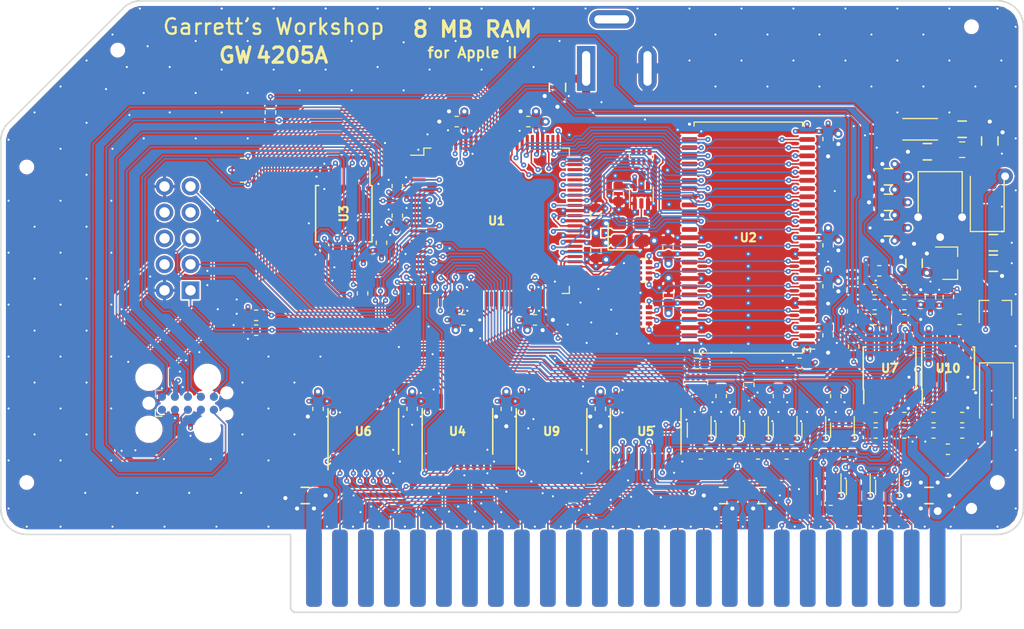
<source format=kicad_pcb>
(kicad_pcb (version 20171130) (host pcbnew "(5.1.5-0-10_14)")
  (title_block (title "GR8RAM (GW4205A)") (date 2021-01-06) (rev 0.9) (company "Garrett's Workshop"))
  (layers (0 F.Cu signal) (1 In1.Cu power) (2 In2.Cu power) (31 B.Cu signal) (34 B.Paste user) (35 F.Paste user) (36 B.SilkS user) (37 F.SilkS user) (38 B.Mask user) (39 F.Mask user) (44 Edge.Cuts user))
  (net 0 "")
  (net 1 +5V)
  (net 2 GND)
  (net 3 /A4)
  (net 4 /D7)
  (net 5 /D6)
  (net 6 /A8)
  (net 7 /A7)
  (net 8 /A6)
  (net 9 /A5)
  (net 10 /A3)
  (net 11 /A2)
  (net 12 /A1)
  (net 13 /A0)
  (net 14 /A9)
  (net 15 /D1)
  (net 16 /D5)
  (net 17 /D0)
  (net 18 /D2)
  (net 19 /D3)
  (net 20 /D4)
  (net 21 /A10)
  (net 22 +12V)
  (net 23 -12V)
  (net 24 -5V)
  (net 25 /~IOSEL~)
  (net 26 /A11)
  (net 27 /A12)
  (net 28 /A13)
  (net 29 /A14)
  (net 30 /A15)
  (net 31 /R~W~)
  (net 32 /~IOSTRB~)
  (net 33 /~NMI~)
  (net 34 /~IRQ~)
  (net 35 /~RES~)
  (net 36 /~INH~)
  (net 37 /COLORREF)
  (net 38 /7M)
  (net 39 /Q3)
  (net 40 /PHI1)
  (net 41 /USER1)
  (net 42 /PHI0)
  (net 43 /~DEVSEL~)
  (net 44 /INTin)
  (net 45 /DMAin)
  (net 46 /TCK)
  (net 47 /TDO)
  (net 48 /TMS)
  (net 49 "Net-(J2-Pad6)")
  (net 50 "Net-(J2-Pad7)")
  (net 51 "Net-(J2-Pad8)")
  (net 52 /TDI)
  (net 53 /RA0)
  (net 54 /RA1)
  (net 55 /RA2)
  (net 56 /RA3)
  (net 57 /RA4)
  (net 58 /RA5)
  (net 59 /RA6)
  (net 60 /RA7)
  (net 61 /RA8)
  (net 62 /RA9)
  (net 63 /RA10)
  (net 64 /RD0)
  (net 65 /RD1)
  (net 66 /RD2)
  (net 67 /RD3)
  (net 68 /RD4)
  (net 69 /RD5)
  (net 70 /RD6)
  (net 71 /RD7)
  (net 72 /VIDSYNC)
  (net 73 +3V3)
  (net 74 /~DMA~)
  (net 75 /R~RES~)
  (net 76 /R~IOSTRB~)
  (net 77 /R~DEVSEL~)
  (net 78 /R~IOSEL~)
  (net 79 /RA11)
  (net 80 /RA12)
  (net 81 /RA13)
  (net 82 /RA14)
  (net 83 /RA15)
  (net 84 Vin)
  (net 85 /INTout)
  (net 86 /DMAout)
  (net 87 /RINTin)
  (net 88 /RDMAin)
  (net 89 /NMI~OE~)
  (net 90 /IRQ~OE~)
  (net 91 /INH~OE~)
  (net 92 /DMA~OE~)
  (net 93 /RINTout)
  (net 94 /RDMAout)
  (net 95 /Adir)
  (net 96 /Ddir)
  (net 97 "Net-(U13-Pad3)")
  (net 98 /ACLK)
  (net 99 /RCLK)
  (net 100 /Dr0)
  (net 101 /Dr2)
  (net 102 /Dr1)
  (net 103 /Dr3)
  (net 104 /Dr7)
  (net 105 /Dr5)
  (net 106 /Dr6)
  (net 107 /Dr4)
  (net 108 /SD0)
  (net 109 /SD1)
  (net 110 /SD3)
  (net 111 /SD2)
  (net 112 /SD6)
  (net 113 /SD7)
  (net 114 /SD5)
  (net 115 /SD4)
  (net 116 /SDQML)
  (net 117 /S~WE~)
  (net 118 /S~CAS~)
  (net 119 /S~RAS~)
  (net 120 /S~CS~)
  (net 121 /SA0)
  (net 122 /SA3)
  (net 123 /SA4)
  (net 124 /SA6)
  (net 125 /SCKE)
  (net 126 /SDQMH)
  (net 127 /RR~W~in)
  (net 128 /RR~W~out)
  (net 129 VBUS)
  (net 130 "Net-(F1-Pad2)")
  (net 131 /~PreBOD~)
  (net 132 "Net-(RN1-Pad6)")
  (net 133 "Net-(RN1-Pad7)")
  (net 134 "Net-(RN1-Pad1)")
  (net 135 "Net-(RN1-Pad2)")
  (net 136 "Net-(RN1-Pad3)")
  (net 137 "Net-(C6-Pad1)")
  (net 138 "Net-(C38-Pad1)")
  (net 139 "Net-(RN4-Pad3)")
  (net 140 "Net-(RN4-Pad2)")
  (net 141 "Net-(C39-Pad1)")
  (net 142 "Net-(C40-Pad1)")
  (net 143 /~RDY~)
  (net 144 /~Menu~)
  (net 145 "Net-(D3-Pad1)")
  (net 146 /M+)
  (net 147 /M-)
  (net 148 "Net-(U10-Pad1)")
  (net 149 "Net-(R20-Pad2)")
  (net 150 "Net-(R21-Pad2)")
  (net 151 "Net-(R22-Pad2)")
  (net 152 "Net-(R23-Pad2)")
  (net 153 "Net-(R24-Pad2)")
  (net 154 "Net-(R25-Pad2)")
  (net 155 "Net-(R26-Pad2)")
  (net 156 /SA12)
  (net 157 /SBA0)
  (net 158 /SA11)
  (net 159 /SBA1)
  (net 160 /SA9)
  (net 161 /SA10)
  (net 162 /SA8)
  (net 163 /SA7)
  (net 164 /SA1)
  (net 165 /SA2)
  (net 166 /SA5)
  (net 167 /MISO)
  (net 168 /MOSI)
  (net 169 /RDY~OE~)
  (net 170 "Net-(R1-Pad2)")
  (net 171 /F~CS~)
  (net 172 /FCK)
  (net 173 /RES~OE~)
  (net 174 /FD2)
  (net 175 /FD3)
  (net 176 "Net-(J5-Pad10)")
  (net 177 "Net-(J5-Pad9)")
  (net 178 "Net-(J4-Pad6)")
  (net 179 "Net-(J4-Pad7)")
  (net 180 "Net-(J4-Pad8)")
  (net 181 "Net-(R27-Pad2)")
  (net 182 /~BOD~)
  (net 183 "Net-(RN5-Pad2)")
  (net 184 "Net-(RN5-Pad3)")
  (net 185 "Net-(J3-Pad3)")
  (net 186 /RPHI0)
  (net 187 "Net-(J5-Pad6)")
  (net 188 "Net-(C17-Pad2)")
  (module stdpads:R_0603 (layer F.Cu) (at 80.95 108.5 90)
    (fp_text reference R31)
    (fp_text value 33)
    (pad 2 smd roundrect (at 0.8 0 90) (size 0.7 0.95) (layers F.Cu F.Paste F.Mask) (net 187 "Net-(J5-Pad6)"))
    (pad 1 smd roundrect (at -0.8 0 90) (size 0.7 0.95) (layers F.Cu F.Paste F.Mask) (net 172 /FCK))
  )
  (module Connector_IDC:IDC-Header_2x05_P2.54mm_Vertical (layer F.Cu) (at 64.135 108.204 180)
    (fp_text reference J4 hide)
    (fp_text value JTAG)
    (pad 1 thru_hole rect (at 0 0 180) (size 1.7272 1.7272) (drill 1.016) (layers *.Cu *.Mask) (net 46 /TCK))
    (pad 2 thru_hole oval (at 2.54 0 180) (size 1.7272 1.7272) (drill 1.016) (layers *.Cu *.Mask) (net 2 GND))
    (pad 3 thru_hole oval (at 0 2.54 180) (size 1.7272 1.7272) (drill 1.016) (layers *.Cu *.Mask) (net 47 /TDO))
    (pad 4 thru_hole oval (at 2.54 2.54 180) (size 1.7272 1.7272) (drill 1.016) (layers *.Cu *.Mask) (net 73 +3V3))
    (pad 5 thru_hole oval (at 0 5.08 180) (size 1.7272 1.7272) (drill 1.016) (layers *.Cu *.Mask) (net 48 /TMS))
    (pad 6 thru_hole oval (at 2.54 5.08 180) (size 1.7272 1.7272) (drill 1.016) (layers *.Cu *.Mask) (net 178 "Net-(J4-Pad6)"))
    (pad 7 thru_hole oval (at 0 7.62 180) (size 1.7272 1.7272) (drill 1.016) (layers *.Cu *.Mask) (net 179 "Net-(J4-Pad7)"))
    (pad 8 thru_hole oval (at 2.54 7.62 180) (size 1.7272 1.7272) (drill 1.016) (layers *.Cu *.Mask) (net 180 "Net-(J4-Pad8)"))
    (pad 9 thru_hole oval (at 0 10.16 180) (size 1.7272 1.7272) (drill 1.016) (layers *.Cu *.Mask) (net 52 /TDI))
    (pad 10 thru_hole oval (at 2.54 10.16 180) (size 1.7272 1.7272) (drill 1.016) (layers *.Cu *.Mask) (net 2 GND))
  )
  (module stdpads:Fiducial (layer F.Cu) (at 48.133 93.599 90)
    (fp_text reference FID2 hide)
    (fp_text value Fiducial hide)
    (pad ~ smd circle (at 0 0 90) (size 1 1) (layers F.Cu F.Mask) (clearance 0.575))
  )
  (module stdpads:BOOMELE_DC-005_DC_5.5-2.0MM (layer F.Cu) (at 102.8 86.5 90)
    (fp_text reference J3)
    (fp_text value "DC in")
    (pad 1 thru_hole rect (at 0 0 90) (size 4.4 1.8) (drill oval 3.4 0.8) (layers *.Cu *.Mask) (net 129 VBUS))
    (pad 2 thru_hole oval (at 0 6 90) (size 4.4 1.8) (drill oval 3.4 0.8) (layers *.Cu *.Mask) (net 2 GND))
    (pad 3 thru_hole oval (at 4.8 2.5 180) (size 4.4 1.8) (drill oval 3.4 0.8) (layers *.Cu *.Mask) (net 185 "Net-(J3-Pad3)"))
  )
  (module stdpads:SOIC-8_5.3mm (layer F.Cu) (at 79.121 100.711 180)
    (fp_text reference U3)
    (fp_text value W25Q128JVSIQ)
    (fp_text user %R (at 0 0 270) (layer F.SilkS) (effects (font (size 0.8128 0.8128) (thickness 0.2032))))
    (pad 8 smd roundrect (at -1.905 -3.65 270) (size 1.7 0.7) (layers F.Cu F.Paste F.Mask) (net 73 +3V3))
    (pad 7 smd roundrect (at -0.635 -3.65 270) (size 1.7 0.7) (layers F.Cu F.Paste F.Mask) (net 175 /FD3))
    (pad 6 smd roundrect (at 0.635 -3.65 270) (size 1.7 0.7) (layers F.Cu F.Paste F.Mask) (net 172 /FCK))
    (pad 5 smd roundrect (at 1.905 -3.65 270) (size 1.7 0.7) (layers F.Cu F.Paste F.Mask) (net 168 /MOSI))
    (pad 4 smd roundrect (at 1.905 3.65 270) (size 1.7 0.7) (layers F.Cu F.Paste F.Mask) (net 2 GND))
    (pad 3 smd roundrect (at 0.635 3.65 270) (size 1.7 0.7) (layers F.Cu F.Paste F.Mask) (net 174 /FD2))
    (pad 2 smd roundrect (at -0.635 3.65 270) (size 1.7 0.7) (layers F.Cu F.Paste F.Mask) (net 167 /MISO))
    (pad 1 smd roundrect (at -1.905 3.65 270) (size 1.7 0.7) (layers F.Cu F.Paste F.Mask) (net 171 /F~CS~))
  )
  (module stdpads:R_0603 (layer F.Cu) (at 71.95 90.8 90)
    (fp_text reference R19)
    (fp_text value 1k)
    (pad 1 smd roundrect (at -0.8 0 90) (size 0.7 0.95) (layers F.Cu F.Paste F.Mask) (net 168 /MOSI))
    (pad 2 smd roundrect (at 0.8 0 90) (size 0.7 0.95) (layers F.Cu F.Paste F.Mask) (net 144 /~Menu~))
  )
  (module stdpads:R4_0402 (layer F.Cu) (at 69.25 96.45 90)
    (fp_text reference RN5)
    (fp_text value 4x10k)
    (pad 5 smd roundrect (at 0.8 -0.5 180) (size 0.65 0.4) (layers F.Cu F.Paste F.Mask) (net 73 +3V3))
    (pad 6 smd roundrect (at 0.25 -0.5 180) (size 0.65 0.3) (layers F.Cu F.Paste F.Mask) (net 73 +3V3))
    (pad 8 smd roundrect (at -0.8 -0.5 180) (size 0.65 0.4) (layers F.Cu F.Paste F.Mask) (net 73 +3V3))
    (pad 7 smd roundrect (at -0.25 -0.5 180) (size 0.65 0.3) (layers F.Cu F.Paste F.Mask) (net 73 +3V3))
    (pad 4 smd roundrect (at 0.8 0.5 180) (size 0.65 0.4) (layers F.Cu F.Paste F.Mask) (net 175 /FD3))
    (pad 2 smd roundrect (at -0.25 0.5 180) (size 0.65 0.3) (layers F.Cu F.Paste F.Mask) (net 183 "Net-(RN5-Pad2)"))
    (pad 3 smd roundrect (at 0.25 0.5 180) (size 0.65 0.3) (layers F.Cu F.Paste F.Mask) (net 184 "Net-(RN5-Pad3)"))
    (pad 1 smd roundrect (at -0.8 0.5 180) (size 0.65 0.4) (layers F.Cu F.Paste F.Mask) (net 174 /FD2))
  )
  (module stdpads:R_0603 (layer F.Cu) (at 70.55 110.65)
    (fp_text reference R28)
    (fp_text value 22k)
    (pad 2 smd roundrect (at 0.8 0) (size 0.7 0.95) (layers F.Cu F.Paste F.Mask) (net 48 /TMS))
    (pad 1 smd roundrect (at -0.8 0) (size 0.7 0.95) (layers F.Cu F.Paste F.Mask) (net 73 +3V3))
  )
  (module stdpads:R_0603 (layer F.Cu) (at 70.55 112.1 180)
    (fp_text reference R29)
    (fp_text value 22k)
    (pad 1 smd roundrect (at -0.8 0 180) (size 0.7 0.95) (layers F.Cu F.Paste F.Mask) (net 46 /TCK))
    (pad 2 smd roundrect (at 0.8 0 180) (size 0.7 0.95) (layers F.Cu F.Paste F.Mask) (net 2 GND))
  )
  (module stdpads:TSSOP-20_4.4x6.5mm_P0.65mm (layer F.Cu) (at 81.025 122)
    (fp_text reference U6)
    (fp_text value 74AHC245PW)
    (fp_text user %R (at 0 0) (layer F.SilkS) (effects (font (size 0.8128 0.8128) (thickness 0.2032))))
    (pad 1 smd roundrect (at -2.925 2.95 90) (size 1.45 0.45) (layers F.Cu F.Paste F.Mask) (net 96 /Ddir))
    (pad 2 smd roundrect (at -2.275 2.95 90) (size 1.45 0.45) (layers F.Cu F.Paste F.Mask) (net 17 /D0))
    (pad 3 smd roundrect (at -1.625 2.95 90) (size 1.45 0.45) (layers F.Cu F.Paste F.Mask) (net 15 /D1))
    (pad 4 smd roundrect (at -0.975 2.95 90) (size 1.45 0.45) (layers F.Cu F.Paste F.Mask) (net 18 /D2))
    (pad 5 smd roundrect (at -0.325 2.95 90) (size 1.45 0.45) (layers F.Cu F.Paste F.Mask) (net 19 /D3))
    (pad 6 smd roundrect (at 0.325 2.95 90) (size 1.45 0.45) (layers F.Cu F.Paste F.Mask) (net 20 /D4))
    (pad 7 smd roundrect (at 0.975 2.95 90) (size 1.45 0.45) (layers F.Cu F.Paste F.Mask) (net 16 /D5))
    (pad 8 smd roundrect (at 1.625 2.95 90) (size 1.45 0.45) (layers F.Cu F.Paste F.Mask) (net 5 /D6))
    (pad 9 smd roundrect (at 2.275 2.95 90) (size 1.45 0.45) (layers F.Cu F.Paste F.Mask) (net 4 /D7))
    (pad 10 smd roundrect (at 2.925 2.95 90) (size 1.45 0.45) (layers F.Cu F.Paste F.Mask) (net 2 GND))
    (pad 11 smd roundrect (at 2.925 -2.95 90) (size 1.45 0.45) (layers F.Cu F.Paste F.Mask) (net 71 /RD7))
    (pad 12 smd roundrect (at 2.275 -2.95 90) (size 1.45 0.45) (layers F.Cu F.Paste F.Mask) (net 70 /RD6))
    (pad 13 smd roundrect (at 1.625 -2.95 90) (size 1.45 0.45) (layers F.Cu F.Paste F.Mask) (net 69 /RD5))
    (pad 14 smd roundrect (at 0.975 -2.95 90) (size 1.45 0.45) (layers F.Cu F.Paste F.Mask) (net 68 /RD4))
    (pad 15 smd roundrect (at 0.325 -2.95 90) (size 1.45 0.45) (layers F.Cu F.Paste F.Mask) (net 67 /RD3))
    (pad 16 smd roundrect (at -0.325 -2.95 90) (size 1.45 0.45) (layers F.Cu F.Paste F.Mask) (net 66 /RD2))
    (pad 17 smd roundrect (at -0.975 -2.95 90) (size 1.45 0.45) (layers F.Cu F.Paste F.Mask) (net 65 /RD1))
    (pad 18 smd roundrect (at -1.625 -2.95 90) (size 1.45 0.45) (layers F.Cu F.Paste F.Mask) (net 64 /RD0))
    (pad 19 smd roundrect (at -2.275 -2.95 90) (size 1.45 0.45) (layers F.Cu F.Paste F.Mask) (net 2 GND))
    (pad 20 smd roundrect (at -2.925 -2.95 90) (size 1.45 0.45) (layers F.Cu F.Paste F.Mask) (net 73 +3V3))
  )
  (module stdpads:TQFP-100_14x14mm_P0.5mm (layer F.Cu) (at 94.05 101.4 270)
    (fp_text reference U1)
    (fp_text value EPM240T100C5N)
    (fp_text user %R (at 0 0) (layer F.SilkS) (effects (font (size 0.8128 0.8128) (thickness 0.2032))))
    (pad 100 smd roundrect (at -7.6625 6) (size 0.3 1.475) (layers F.Cu F.Paste F.Mask) (net 53 /RA0))
    (pad 99 smd roundrect (at -7.6625 5.5) (size 0.3 1.475) (layers F.Cu F.Paste F.Mask) (net 71 /RD7))
    (pad 98 smd roundrect (at -7.6625 5) (size 0.3 1.475) (layers F.Cu F.Paste F.Mask) (net 54 /RA1))
    (pad 97 smd roundrect (at -7.6625 4.5) (size 0.3 1.475) (layers F.Cu F.Paste F.Mask) (net 55 /RA2))
    (pad 96 smd roundrect (at -7.6625 4) (size 0.3 1.475) (layers F.Cu F.Paste F.Mask) (net 131 /~PreBOD~))
    (pad 95 smd roundrect (at -7.6625 3.5) (size 0.3 1.475) (layers F.Cu F.Paste F.Mask) (net 182 /~BOD~))
    (pad 94 smd roundrect (at -7.6625 3) (size 0.3 1.475) (layers F.Cu F.Paste F.Mask) (net 73 +3V3))
    (pad 93 smd roundrect (at -7.6625 2.5) (size 0.3 1.475) (layers F.Cu F.Paste F.Mask) (net 2 GND))
    (pad 92 smd roundrect (at -7.6625 2) (size 0.3 1.475) (layers F.Cu F.Paste F.Mask) (net 70 /RD6))
    (pad 91 smd roundrect (at -7.6625 1.5) (size 0.3 1.475) (layers F.Cu F.Paste F.Mask) (net 69 /RD5))
    (pad 90 smd roundrect (at -7.6625 1) (size 0.3 1.475) (layers F.Cu F.Paste F.Mask) (net 68 /RD4))
    (pad 89 smd roundrect (at -7.6625 0.5) (size 0.3 1.475) (layers F.Cu F.Paste F.Mask) (net 67 /RD3))
    (pad 88 smd roundrect (at -7.6625 0) (size 0.3 1.475) (layers F.Cu F.Paste F.Mask) (net 66 /RD2))
    (pad 87 smd roundrect (at -7.6625 -0.5) (size 0.3 1.475) (layers F.Cu F.Paste F.Mask) (net 65 /RD1))
    (pad 86 smd roundrect (at -7.6625 -1) (size 0.3 1.475) (layers F.Cu F.Paste F.Mask) (net 64 /RD0))
    (pad 85 smd roundrect (at -7.6625 -1.5) (size 0.3 1.475) (layers F.Cu F.Paste F.Mask) (net 116 /SDQML))
    (pad 84 smd roundrect (at -7.6625 -2) (size 0.3 1.475) (layers F.Cu F.Paste F.Mask) (net 122 /SA3))
    (pad 83 smd roundrect (at -7.6625 -2.5) (size 0.3 1.475) (layers F.Cu F.Paste F.Mask) (net 166 /SA5))
    (pad 82 smd roundrect (at -7.6625 -3) (size 0.3 1.475) (layers F.Cu F.Paste F.Mask) (net 165 /SA2))
    (pad 81 smd roundrect (at -7.6625 -3.5) (size 0.3 1.475) (layers F.Cu F.Paste F.Mask) (net 164 /SA1))
    (pad 80 smd roundrect (at -7.6625 -4) (size 0.3 1.475) (layers F.Cu F.Paste F.Mask) (net 73 +3V3))
    (pad 79 smd roundrect (at -7.6625 -4.5) (size 0.3 1.475) (layers F.Cu F.Paste F.Mask) (net 2 GND))
    (pad 78 smd roundrect (at -7.6625 -5) (size 0.3 1.475) (layers F.Cu F.Paste F.Mask) (net 163 /SA7))
    (pad 77 smd roundrect (at -7.6625 -5.5) (size 0.3 1.475) (layers F.Cu F.Paste F.Mask) (net 124 /SA6))
    (pad 76 smd roundrect (at -7.6625 -6) (size 0.3 1.475) (layers F.Cu F.Paste F.Mask) (net 123 /SA4))
    (pad 75 smd roundrect (at -6 -7.6625) (size 1.475 0.3) (layers F.Cu F.Paste F.Mask) (net 121 /SA0))
    (pad 74 smd roundrect (at -5.5 -7.6625) (size 1.475 0.3) (layers F.Cu F.Paste F.Mask) (net 162 /SA8))
    (pad 73 smd roundrect (at -5 -7.6625) (size 1.475 0.3) (layers F.Cu F.Paste F.Mask) (net 161 /SA10))
    (pad 72 smd roundrect (at -4.5 -7.6625) (size 1.475 0.3) (layers F.Cu F.Paste F.Mask) (net 160 /SA9))
    (pad 71 smd roundrect (at -4 -7.6625) (size 1.475 0.3) (layers F.Cu F.Paste F.Mask) (net 159 /SBA1))
    (pad 70 smd roundrect (at -3.5 -7.6625) (size 1.475 0.3) (layers F.Cu F.Paste F.Mask) (net 158 /SA11))
    (pad 69 smd roundrect (at -3 -7.6625) (size 1.475 0.3) (layers F.Cu F.Paste F.Mask) (net 157 /SBA0))
    (pad 68 smd roundrect (at -2.5 -7.6625) (size 1.475 0.3) (layers F.Cu F.Paste F.Mask) (net 156 /SA12))
    (pad 67 smd roundrect (at -2 -7.6625) (size 1.475 0.3) (layers F.Cu F.Paste F.Mask) (net 120 /S~CS~))
    (pad 66 smd roundrect (at -1.5 -7.6625) (size 1.475 0.3) (layers F.Cu F.Paste F.Mask) (net 125 /SCKE))
    (pad 65 smd roundrect (at -1 -7.6625) (size 1.475 0.3) (layers F.Cu F.Paste F.Mask) (net 2 GND))
    (pad 64 smd roundrect (at -0.5 -7.6625) (size 1.475 0.3) (layers F.Cu F.Paste F.Mask) (net 98 /ACLK))
    (pad 63 smd roundrect (at 0 -7.6625) (size 1.475 0.3) (layers F.Cu F.Paste F.Mask) (net 73 +3V3))
    (pad 62 smd roundrect (at 0.5 -7.6625) (size 1.475 0.3) (layers F.Cu F.Paste F.Mask) (net 119 /S~RAS~))
    (pad 61 smd roundrect (at 1 -7.6625) (size 1.475 0.3) (layers F.Cu F.Paste F.Mask) (net 118 /S~CAS~))
    (pad 60 smd roundrect (at 1.5 -7.6625) (size 1.475 0.3) (layers F.Cu F.Paste F.Mask) (net 2 GND))
    (pad 59 smd roundrect (at 2 -7.6625) (size 1.475 0.3) (layers F.Cu F.Paste F.Mask) (net 73 +3V3))
    (pad 58 smd roundrect (at 2.5 -7.6625) (size 1.475 0.3) (layers F.Cu F.Paste F.Mask) (net 117 /S~WE~))
    (pad 57 smd roundrect (at 3 -7.6625) (size 1.475 0.3) (layers F.Cu F.Paste F.Mask) (net 126 /SDQMH))
    (pad 56 smd roundrect (at 3.5 -7.6625) (size 1.475 0.3) (layers F.Cu F.Paste F.Mask) (net 101 /Dr2))
    (pad 55 smd roundrect (at 4 -7.6625) (size 1.475 0.3) (layers F.Cu F.Paste F.Mask) (net 103 /Dr3))
    (pad 54 smd roundrect (at 4.5 -7.6625) (size 1.475 0.3) (layers F.Cu F.Paste F.Mask) (net 104 /Dr7))
    (pad 53 smd roundrect (at 5 -7.6625) (size 1.475 0.3) (layers F.Cu F.Paste F.Mask) (net 106 /Dr6))
    (pad 52 smd roundrect (at 5.5 -7.6625) (size 1.475 0.3) (layers F.Cu F.Paste F.Mask) (net 105 /Dr5))
    (pad 51 smd roundrect (at 6 -7.6625) (size 1.475 0.3) (layers F.Cu F.Paste F.Mask) (net 107 /Dr4))
    (pad 50 smd roundrect (at 7.6625 -6) (size 0.3 1.475) (layers F.Cu F.Paste F.Mask) (net 100 /Dr0))
    (pad 49 smd roundrect (at 7.6625 -5.5) (size 0.3 1.475) (layers F.Cu F.Paste F.Mask) (net 87 /RINTin))
    (pad 48 smd roundrect (at 7.6625 -5) (size 0.3 1.475) (layers F.Cu F.Paste F.Mask) (net 88 /RDMAin))
    (pad 47 smd roundrect (at 7.6625 -4.5) (size 0.3 1.475) (layers F.Cu F.Paste F.Mask) (net 102 /Dr1))
    (pad 46 smd roundrect (at 7.6625 -4) (size 0.3 1.475) (layers F.Cu F.Paste F.Mask) (net 2 GND))
    (pad 45 smd roundrect (at 7.6625 -3.5) (size 0.3 1.475) (layers F.Cu F.Paste F.Mask) (net 73 +3V3))
    (pad 44 smd roundrect (at 7.6625 -3) (size 0.3 1.475) (layers F.Cu F.Paste F.Mask) (net 75 /R~RES~))
    (pad 43 smd roundrect (at 7.6625 -2.5) (size 0.3 1.475) (layers F.Cu F.Paste F.Mask) (net 127 /RR~W~in))
    (pad 42 smd roundrect (at 7.6625 -2) (size 0.3 1.475) (layers F.Cu F.Paste F.Mask) (net 76 /R~IOSTRB~))
    (pad 41 smd roundrect (at 7.6625 -1.5) (size 0.3 1.475) (layers F.Cu F.Paste F.Mask) (net 186 /RPHI0))
    (pad 40 smd roundrect (at 7.6625 -1) (size 0.3 1.475) (layers F.Cu F.Paste F.Mask) (net 77 /R~DEVSEL~))
    (pad 39 smd roundrect (at 7.6625 -0.5) (size 0.3 1.475) (layers F.Cu F.Paste F.Mask) (net 78 /R~IOSEL~))
    (pad 38 smd roundrect (at 7.6625 0) (size 0.3 1.475) (layers F.Cu F.Paste F.Mask) (net 83 /RA15))
    (pad 37 smd roundrect (at 7.6625 0.5) (size 0.3 1.475) (layers F.Cu F.Paste F.Mask) (net 82 /RA14))
    (pad 36 smd roundrect (at 7.6625 1) (size 0.3 1.475) (layers F.Cu F.Paste F.Mask) (net 81 /RA13))
    (pad 35 smd roundrect (at 7.6625 1.5) (size 0.3 1.475) (layers F.Cu F.Paste F.Mask) (net 80 /RA12))
    (pad 34 smd roundrect (at 7.6625 2) (size 0.3 1.475) (layers F.Cu F.Paste F.Mask) (net 79 /RA11))
    (pad 33 smd roundrect (at 7.6625 2.5) (size 0.3 1.475) (layers F.Cu F.Paste F.Mask) (net 128 /RR~W~out))
    (pad 32 smd roundrect (at 7.6625 3) (size 0.3 1.475) (layers F.Cu F.Paste F.Mask) (net 2 GND))
    (pad 31 smd roundrect (at 7.6625 3.5) (size 0.3 1.475) (layers F.Cu F.Paste F.Mask) (net 73 +3V3))
    (pad 30 smd roundrect (at 7.6625 4) (size 0.3 1.475) (layers F.Cu F.Paste F.Mask) (net 173 /RES~OE~))
    (pad 29 smd roundrect (at 7.6625 4.5) (size 0.3 1.475) (layers F.Cu F.Paste F.Mask) (net 90 /IRQ~OE~))
    (pad 28 smd roundrect (at 7.6625 5) (size 0.3 1.475) (layers F.Cu F.Paste F.Mask) (net 169 /RDY~OE~))
    (pad 27 smd roundrect (at 7.6625 5.5) (size 0.3 1.475) (layers F.Cu F.Paste F.Mask) (net 91 /INH~OE~))
    (pad 26 smd roundrect (at 7.6625 6) (size 0.3 1.475) (layers F.Cu F.Paste F.Mask) (net 89 /NMI~OE~))
    (pad 25 smd roundrect (at 6 7.6625) (size 1.475 0.3) (layers F.Cu F.Paste F.Mask) (net 47 /TDO))
    (pad 24 smd roundrect (at 5.5 7.6625) (size 1.475 0.3) (layers F.Cu F.Paste F.Mask) (net 46 /TCK))
    (pad 23 smd roundrect (at 5 7.6625) (size 1.475 0.3) (layers F.Cu F.Paste F.Mask) (net 52 /TDI))
    (pad 22 smd roundrect (at 4.5 7.6625) (size 1.475 0.3) (layers F.Cu F.Paste F.Mask) (net 48 /TMS))
    (pad 21 smd roundrect (at 4 7.6625) (size 1.475 0.3) (layers F.Cu F.Paste F.Mask) (net 92 /DMA~OE~))
    (pad 20 smd roundrect (at 3.5 7.6625) (size 1.475 0.3) (layers F.Cu F.Paste F.Mask) (net 93 /RINTout))
    (pad 19 smd roundrect (at 3 7.6625) (size 1.475 0.3) (layers F.Cu F.Paste F.Mask) (net 95 /Adir))
    (pad 18 smd roundrect (at 2.5 7.6625) (size 1.475 0.3) (layers F.Cu F.Paste F.Mask) (net 94 /RDMAout))
    (pad 17 smd roundrect (at 2 7.6625) (size 1.475 0.3) (layers F.Cu F.Paste F.Mask) (net 96 /Ddir))
    (pad 16 smd roundrect (at 1.5 7.6625) (size 1.475 0.3) (layers F.Cu F.Paste F.Mask) (net 167 /MISO))
    (pad 15 smd roundrect (at 1 7.6625) (size 1.475 0.3) (layers F.Cu F.Paste F.Mask) (net 168 /MOSI))
    (pad 14 smd roundrect (at 0.5 7.6625) (size 1.475 0.3) (layers F.Cu F.Paste F.Mask) (net 63 /RA10))
    (pad 13 smd roundrect (at 0 7.6625) (size 1.475 0.3) (layers F.Cu F.Paste F.Mask) (net 73 +3V3))
    (pad 12 smd roundrect (at -0.5 7.6625) (size 1.475 0.3) (layers F.Cu F.Paste F.Mask) (net 172 /FCK))
    (pad 11 smd roundrect (at -1 7.6625) (size 1.475 0.3) (layers F.Cu F.Paste F.Mask) (net 2 GND))
    (pad 10 smd roundrect (at -1.5 7.6625) (size 1.475 0.3) (layers F.Cu F.Paste F.Mask) (net 2 GND))
    (pad 9 smd roundrect (at -2 7.6625) (size 1.475 0.3) (layers F.Cu F.Paste F.Mask) (net 73 +3V3))
    (pad 8 smd roundrect (at -2.5 7.6625) (size 1.475 0.3) (layers F.Cu F.Paste F.Mask) (net 62 /RA9))
    (pad 7 smd roundrect (at -3 7.6625) (size 1.475 0.3) (layers F.Cu F.Paste F.Mask) (net 61 /RA8))
    (pad 6 smd roundrect (at -3.5 7.6625) (size 1.475 0.3) (layers F.Cu F.Paste F.Mask) (net 60 /RA7))
    (pad 5 smd roundrect (at -4 7.6625) (size 1.475 0.3) (layers F.Cu F.Paste F.Mask) (net 171 /F~CS~))
    (pad 4 smd roundrect (at -4.5 7.6625) (size 1.475 0.3) (layers F.Cu F.Paste F.Mask) (net 56 /RA3))
    (pad 3 smd roundrect (at -5 7.6625) (size 1.475 0.3) (layers F.Cu F.Paste F.Mask) (net 59 /RA6))
    (pad 2 smd roundrect (at -5.5 7.6625) (size 1.475 0.3) (layers F.Cu F.Paste F.Mask) (net 58 /RA5))
    (pad 1 smd roundrect (at -6 7.6625) (size 1.475 0.3) (layers F.Cu F.Paste F.Mask) (net 57 /RA4))
  )
  (module stdpads:R_0603 (layer F.Cu) (at 116.8 124.2 180)
    (fp_text reference R22)
    (fp_text value 33)
    (pad 1 smd roundrect (at -0.8 0 180) (size 0.7 0.95) (layers F.Cu F.Paste F.Mask) (net 35 /~RES~))
    (pad 2 smd roundrect (at 0.8 0 180) (size 0.7 0.95) (layers F.Cu F.Paste F.Mask) (net 151 "Net-(R22-Pad2)"))
  )
  (module stdpads:R_0603 (layer F.Cu) (at 126.7 129.75 180)
    (fp_text reference R23)
    (fp_text value 33)
    (pad 1 smd roundrect (at -0.8 0 180) (size 0.7 0.95) (layers F.Cu F.Paste F.Mask) (net 74 /~DMA~))
    (pad 2 smd roundrect (at 0.8 0 180) (size 0.7 0.95) (layers F.Cu F.Paste F.Mask) (net 152 "Net-(R23-Pad2)"))
  )
  (module stdpads:SOT-353 (layer F.Cu) (at 126.55 127.45 90)
    (fp_text reference U15)
    (fp_text value 74LVC1G125GW)
    (pad 5 smd roundrect (at -0.85 0.65 270) (size 1 0.4) (layers F.Cu F.Paste F.Mask) (net 73 +3V3))
    (pad 4 smd roundrect (at -0.85 -0.65 270) (size 1 0.4) (layers F.Cu F.Paste F.Mask) (net 152 "Net-(R23-Pad2)"))
    (pad 2 smd roundrect (at 0.85 0 270) (size 1 0.4) (layers F.Cu F.Paste F.Mask) (net 2 GND))
    (pad 1 smd roundrect (at 0.85 0.65 270) (size 1 0.4) (layers F.Cu F.Paste F.Mask) (net 92 /DMA~OE~))
    (pad 3 smd roundrect (at 0.85 -0.65 270) (size 1 0.4) (layers F.Cu F.Paste F.Mask) (net 2 GND))
  )
  (module stdpads:C_0603 (layer F.Cu) (at 127.2 118.55 270)
    (fp_text reference C44)
    (fp_text value 2u2)
    (pad 1 smd roundrect (at -0.75 0 270) (size 0.85 0.95) (layers F.Cu F.Paste F.Mask) (net 73 +3V3))
    (pad 2 smd roundrect (at 0.75 0 270) (size 0.85 0.95) (layers F.Cu F.Paste F.Mask) (net 2 GND))
  )
  (module stdpads:C_0603 (layer F.Cu) (at 121.6 118.55 270)
    (fp_text reference C43)
    (fp_text value 2u2)
    (pad 2 smd roundrect (at 0.75 0 270) (size 0.85 0.95) (layers F.Cu F.Paste F.Mask) (net 2 GND))
    (pad 1 smd roundrect (at -0.75 0 270) (size 0.85 0.95) (layers F.Cu F.Paste F.Mask) (net 73 +3V3))
  )
  (module Connector:Tag-Connect_TC2050-IDC-FP_2x05_P1.27mm_Vertical (layer B.Cu) (at 63.881 119.253)
    (fp_text reference J5)
    (fp_text value JTAG)
    (pad "" np_thru_hole circle (at 1.905 2.54) (size 2.3749 2.3749) (drill 2.3749) (layers *.Cu *.Mask))
    (pad "" np_thru_hole circle (at 1.905 -2.54) (size 2.3749 2.3749) (drill 2.3749) (layers *.Cu *.Mask))
    (pad "" np_thru_hole circle (at -3.81 -2.54) (size 2.3749 2.3749) (drill 2.3749) (layers *.Cu *.Mask))
    (pad "" np_thru_hole circle (at -3.81 2.54) (size 2.3749 2.3749) (drill 2.3749) (layers *.Cu *.Mask))
    (pad 10 connect circle (at -2.54 0.635) (size 0.7874 0.7874) (layers B.Cu B.Mask) (net 176 "Net-(J5-Pad10)"))
    (pad 9 connect circle (at -1.27 0.635) (size 0.7874 0.7874) (layers B.Cu B.Mask) (net 177 "Net-(J5-Pad9)"))
    (pad 8 connect circle (at 0 0.635) (size 0.7874 0.7874) (layers B.Cu B.Mask) (net 168 /MOSI))
    (pad 7 connect circle (at 1.27 0.635) (size 0.7874 0.7874) (layers B.Cu B.Mask) (net 2 GND))
    (pad 6 connect circle (at 2.54 0.635) (size 0.7874 0.7874) (layers B.Cu B.Mask) (net 187 "Net-(J5-Pad6)"))
    (pad 5 connect circle (at 2.54 -0.635) (size 0.7874 0.7874) (layers B.Cu B.Mask) (net 174 /FD2))
    (pad 4 connect circle (at 1.27 -0.635) (size 0.7874 0.7874) (layers B.Cu B.Mask) (net 175 /FD3))
    (pad 3 connect circle (at 0 -0.635) (size 0.7874 0.7874) (layers B.Cu B.Mask) (net 167 /MISO))
    (pad 2 connect circle (at -1.27 -0.635) (size 0.7874 0.7874) (layers B.Cu B.Mask) (net 73 +3V3))
    (pad 1 connect circle (at -2.54 -0.635) (size 0.7874 0.7874) (layers B.Cu B.Mask) (net 171 /F~CS~))
    (pad "" np_thru_hole circle (at -3.81 0) (size 0.9906 0.9906) (drill 0.9906) (layers *.Cu *.Mask))
    (pad "" np_thru_hole circle (at 3.81 -1.016) (size 0.9906 0.9906) (drill 0.9906) (layers *.Cu *.Mask))
    (pad "" np_thru_hole circle (at 3.81 1.016) (size 0.9906 0.9906) (drill 0.9906) (layers *.Cu *.Mask))
  )
  (module stdpads:SOIC-8_3.9mm (layer F.Cu) (at 138.172 115.824)
    (fp_text reference U10)
    (fp_text value LM393D)
    (fp_text user %R (at 0 0 180) (layer F.SilkS) (effects (font (size 0.8128 0.8128) (thickness 0.2032))))
    (pad 1 smd roundrect (at -1.905 2.4 90) (size 2.1 0.7) (layers F.Cu F.Paste F.Mask) (net 148 "Net-(U10-Pad1)"))
    (pad 2 smd roundrect (at -0.635 2.4 90) (size 2.1 0.7) (layers F.Cu F.Paste F.Mask) (net 147 /M-))
    (pad 3 smd roundrect (at 0.635 2.4 90) (size 2.1 0.7) (layers F.Cu F.Paste F.Mask) (net 146 /M+))
    (pad 4 smd roundrect (at 1.905 2.4 90) (size 2.1 0.7) (layers F.Cu F.Paste F.Mask) (net 2 GND))
    (pad 5 smd roundrect (at 1.905 -2.4 90) (size 2.1 0.7) (layers F.Cu F.Paste F.Mask) (net 146 /M+))
    (pad 6 smd roundrect (at 0.635 -2.4 90) (size 2.1 0.7) (layers F.Cu F.Paste F.Mask) (net 147 /M-))
    (pad 7 smd roundrect (at -0.635 -2.4 90) (size 2.1 0.7) (layers F.Cu F.Paste F.Mask) (net 144 /~Menu~))
    (pad 8 smd roundrect (at -1.905 -2.4 90) (size 2.1 0.7) (layers F.Cu F.Paste F.Mask) (net 73 +3V3))
  )
  (module stdpads:C_0603 (layer F.Cu) (at 136.45 108.9 90)
    (fp_text reference C12)
    (fp_text value 2u2)
    (pad 1 smd roundrect (at -0.75 0 90) (size 0.85 0.95) (layers F.Cu F.Paste F.Mask) (net 73 +3V3))
    (pad 2 smd roundrect (at 0.75 0 90) (size 0.85 0.95) (layers F.Cu F.Paste F.Mask) (net 2 GND))
  )
  (module stdpads:R_0603 (layer F.Cu) (at 128.85 107.45 90)
    (fp_text reference R11)
    (fp_text value 330)
    (pad 1 smd roundrect (at -0.8 0 90) (size 0.7 0.95) (layers F.Cu F.Paste F.Mask) (net 142 "Net-(C40-Pad1)"))
    (pad 2 smd roundrect (at 0.8 0 90) (size 0.7 0.95) (layers F.Cu F.Paste F.Mask) (net 2 GND))
  )
  (module stdpads:R_0603 (layer F.Cu) (at 128.85 110.25 90)
    (fp_text reference R9)
    (fp_text value 1k2)
    (pad 1 smd roundrect (at -0.8 0 90) (size 0.7 0.95) (layers F.Cu F.Paste F.Mask) (net 1 +5V))
    (pad 2 smd roundrect (at 0.8 0 90) (size 0.7 0.95) (layers F.Cu F.Paste F.Mask) (net 142 "Net-(C40-Pad1)"))
  )
  (module stdpads:SOT-353 (layer F.Cu) (at 108.2 98.85 270)
    (fp_text reference U16)
    (fp_text value 74LVC1G125GW)
    (pad 5 smd roundrect (at -0.85 0.65 90) (size 1 0.4) (layers F.Cu F.Paste F.Mask) (net 73 +3V3))
    (pad 4 smd roundrect (at -0.85 -0.65 90) (size 1 0.4) (layers F.Cu F.Paste F.Mask) (net 134 "Net-(RN1-Pad1)"))
    (pad 2 smd roundrect (at 0.85 0 90) (size 1 0.4) (layers F.Cu F.Paste F.Mask) (net 97 "Net-(U13-Pad3)"))
    (pad 1 smd roundrect (at 0.85 0.65 90) (size 1 0.4) (layers F.Cu F.Paste F.Mask) (net 2 GND))
    (pad 3 smd roundrect (at 0.85 -0.65 90) (size 1 0.4) (layers F.Cu F.Paste F.Mask) (net 2 GND))
  )
  (module stdpads:SOT-23 (layer F.Cu) (at 142.8 109.95 270)
    (fp_text reference Q1)
    (fp_text value AO3401A)
    (pad 3 smd roundrect (at -1.05 0 90) (size 1.35 0.8) (layers F.Cu F.Paste F.Mask) (net 84 Vin))
    (pad 2 smd roundrect (at 1.05 -0.95 90) (size 1.35 0.8) (layers F.Cu F.Paste F.Mask) (net 145 "Net-(D3-Pad1)"))
    (pad 1 smd roundrect (at 1.05 0.95 90) (size 1.35 0.8) (layers F.Cu F.Paste F.Mask) (net 137 "Net-(C6-Pad1)"))
  )
  (module stdpads:TSOP-II-54_22.2x10.16mm_P0.8mm (layer F.Cu) (at 118.65 103.05 180)
    (fp_text reference U2)
    (fp_text value W9825)
    (fp_text user %R (at 0 0) (layer F.SilkS) (effects (font (size 0.8128 0.8128) (thickness 0.2032))))
    (pad 1 smd roundrect (at -5.75 -10.4 180) (size 1.51 0.458) (layers F.Cu F.Paste F.Mask) (net 73 +3V3))
    (pad 2 smd roundrect (at -5.75 -9.6 180) (size 1.51 0.458) (layers F.Cu F.Paste F.Mask) (net 108 /SD0))
    (pad 3 smd roundrect (at -5.75 -8.8 180) (size 1.51 0.458) (layers F.Cu F.Paste F.Mask) (net 73 +3V3))
    (pad 4 smd roundrect (at -5.75 -8 180) (size 1.51 0.458) (layers F.Cu F.Paste F.Mask) (net 109 /SD1))
    (pad 5 smd roundrect (at -5.75 -7.2 180) (size 1.51 0.458) (layers F.Cu F.Paste F.Mask) (net 111 /SD2))
    (pad 6 smd roundrect (at -5.75 -6.4 180) (size 1.51 0.458) (layers F.Cu F.Paste F.Mask) (net 2 GND))
    (pad 7 smd roundrect (at -5.75 -5.6 180) (size 1.51 0.458) (layers F.Cu F.Paste F.Mask) (net 110 /SD3))
    (pad 8 smd roundrect (at -5.75 -4.8 180) (size 1.51 0.458) (layers F.Cu F.Paste F.Mask) (net 115 /SD4))
    (pad 9 smd roundrect (at -5.75 -4 180) (size 1.51 0.458) (layers F.Cu F.Paste F.Mask) (net 73 +3V3))
    (pad 10 smd roundrect (at -5.75 -3.2 180) (size 1.51 0.458) (layers F.Cu F.Paste F.Mask) (net 114 /SD5))
    (pad 11 smd roundrect (at -5.75 -2.4 180) (size 1.51 0.458) (layers F.Cu F.Paste F.Mask) (net 112 /SD6))
    (pad 12 smd roundrect (at -5.75 -1.6 180) (size 1.51 0.458) (layers F.Cu F.Paste F.Mask) (net 2 GND))
    (pad 13 smd roundrect (at -5.75 -0.8 180) (size 1.51 0.458) (layers F.Cu F.Paste F.Mask) (net 113 /SD7))
    (pad 14 smd roundrect (at -5.75 0 180) (size 1.51 0.458) (layers F.Cu F.Paste F.Mask) (net 73 +3V3))
    (pad 15 smd roundrect (at -5.75 0.8 180) (size 1.51 0.458) (layers F.Cu F.Paste F.Mask) (net 116 /SDQML))
    (pad 16 smd roundrect (at -5.75 1.6 180) (size 1.51 0.458) (layers F.Cu F.Paste F.Mask) (net 117 /S~WE~))
    (pad 17 smd roundrect (at -5.75 2.4 180) (size 1.51 0.458) (layers F.Cu F.Paste F.Mask) (net 118 /S~CAS~))
    (pad 18 smd roundrect (at -5.75 3.2 180) (size 1.51 0.458) (layers F.Cu F.Paste F.Mask) (net 119 /S~RAS~))
    (pad 19 smd roundrect (at -5.75 4 180) (size 1.51 0.458) (layers F.Cu F.Paste F.Mask) (net 120 /S~CS~))
    (pad 20 smd roundrect (at -5.75 4.8 180) (size 1.51 0.458) (layers F.Cu F.Paste F.Mask) (net 157 /SBA0))
    (pad 21 smd roundrect (at -5.75 5.6 180) (size 1.51 0.458) (layers F.Cu F.Paste F.Mask) (net 159 /SBA1))
    (pad 22 smd roundrect (at -5.75 6.4 180) (size 1.51 0.458) (layers F.Cu F.Paste F.Mask) (net 161 /SA10))
    (pad 23 smd roundrect (at -5.75 7.2 180) (size 1.51 0.458) (layers F.Cu F.Paste F.Mask) (net 121 /SA0))
    (pad 24 smd roundrect (at -5.75 8 180) (size 1.51 0.458) (layers F.Cu F.Paste F.Mask) (net 164 /SA1))
    (pad 25 smd roundrect (at -5.75 8.8 180) (size 1.51 0.458) (layers F.Cu F.Paste F.Mask) (net 165 /SA2))
    (pad 26 smd roundrect (at -5.75 9.6 180) (size 1.51 0.458) (layers F.Cu F.Paste F.Mask) (net 122 /SA3))
    (pad 27 smd roundrect (at -5.75 10.4 180) (size 1.51 0.458) (layers F.Cu F.Paste F.Mask) (net 73 +3V3))
    (pad 28 smd roundrect (at 5.75 10.4 180) (size 1.51 0.458) (layers F.Cu F.Paste F.Mask) (net 2 GND))
    (pad 29 smd roundrect (at 5.75 9.6 180) (size 1.51 0.458) (layers F.Cu F.Paste F.Mask) (net 123 /SA4))
    (pad 30 smd roundrect (at 5.75 8.8 180) (size 1.51 0.458) (layers F.Cu F.Paste F.Mask) (net 166 /SA5))
    (pad 31 smd roundrect (at 5.75 8 180) (size 1.51 0.458) (layers F.Cu F.Paste F.Mask) (net 124 /SA6))
    (pad 32 smd roundrect (at 5.75 7.2 180) (size 1.51 0.458) (layers F.Cu F.Paste F.Mask) (net 163 /SA7))
    (pad 33 smd roundrect (at 5.75 6.4 180) (size 1.51 0.458) (layers F.Cu F.Paste F.Mask) (net 162 /SA8))
    (pad 34 smd roundrect (at 5.75 5.6 180) (size 1.51 0.458) (layers F.Cu F.Paste F.Mask) (net 160 /SA9))
    (pad 35 smd roundrect (at 5.75 4.8 180) (size 1.51 0.458) (layers F.Cu F.Paste F.Mask) (net 158 /SA11))
    (pad 36 smd roundrect (at 5.75 4 180) (size 1.51 0.458) (layers F.Cu F.Paste F.Mask) (net 156 /SA12))
    (pad 37 smd roundrect (at 5.75 3.2 180) (size 1.51 0.458) (layers F.Cu F.Paste F.Mask) (net 125 /SCKE))
    (pad 38 smd roundrect (at 5.75 2.4 180) (size 1.51 0.458) (layers F.Cu F.Paste F.Mask) (net 99 /RCLK))
    (pad 39 smd roundrect (at 5.75 1.6 180) (size 1.51 0.458) (layers F.Cu F.Paste F.Mask) (net 126 /SDQMH))
    (pad 40 smd roundrect (at 5.75 0.8 180) (size 1.51 0.458) (layers F.Cu F.Paste F.Mask))
    (pad 41 smd roundrect (at 5.75 0 180) (size 1.51 0.458) (layers F.Cu F.Paste F.Mask) (net 2 GND))
    (pad 42 smd roundrect (at 5.75 -0.8 180) (size 1.51 0.458) (layers F.Cu F.Paste F.Mask) (net 113 /SD7))
    (pad 43 smd roundrect (at 5.75 -1.6 180) (size 1.51 0.458) (layers F.Cu F.Paste F.Mask) (net 73 +3V3))
    (pad 44 smd roundrect (at 5.75 -2.4 180) (size 1.51 0.458) (layers F.Cu F.Paste F.Mask) (net 112 /SD6))
    (pad 45 smd roundrect (at 5.75 -3.2 180) (size 1.51 0.458) (layers F.Cu F.Paste F.Mask) (net 114 /SD5))
    (pad 46 smd roundrect (at 5.75 -4 180) (size 1.51 0.458) (layers F.Cu F.Paste F.Mask) (net 2 GND))
    (pad 47 smd roundrect (at 5.75 -4.8 180) (size 1.51 0.458) (layers F.Cu F.Paste F.Mask) (net 115 /SD4))
    (pad 48 smd roundrect (at 5.75 -5.6 180) (size 1.51 0.458) (layers F.Cu F.Paste F.Mask) (net 110 /SD3))
    (pad 49 smd roundrect (at 5.75 -6.4 180) (size 1.51 0.458) (layers F.Cu F.Paste F.Mask) (net 73 +3V3))
    (pad 50 smd roundrect (at 5.75 -7.2 180) (size 1.51 0.458) (layers F.Cu F.Paste F.Mask) (net 111 /SD2))
    (pad 51 smd roundrect (at 5.75 -8 180) (size 1.51 0.458) (layers F.Cu F.Paste F.Mask) (net 109 /SD1))
    (pad 52 smd roundrect (at 5.75 -8.8 180) (size 1.51 0.458) (layers F.Cu F.Paste F.Mask) (net 2 GND))
    (pad 53 smd roundrect (at 5.75 -9.6 180) (size 1.51 0.458) (layers F.Cu F.Paste F.Mask) (net 108 /SD0))
    (pad 54 smd roundrect (at 5.75 -10.4 180) (size 1.51 0.458) (layers F.Cu F.Paste F.Mask) (net 2 GND))
  )
  (module stdpads:C_0805 (layer F.Cu) (at 132.35 102.1 180)
    (fp_text reference C11)
    (fp_text value 10u)
    (pad 2 smd roundrect (at 0.85 0 180) (size 1.05 1.4) (layers F.Cu F.Paste F.Mask) (net 2 GND))
    (pad 1 smd roundrect (at -0.85 0 180) (size 1.05 1.4) (layers F.Cu F.Paste F.Mask) (net 73 +3V3))
  )
  (module stdpads:C_0805 (layer F.Cu) (at 134.85 105.55 90)
    (fp_text reference C10)
    (fp_text value 10u)
    (pad 1 smd roundrect (at -0.85 0 90) (size 1.05 1.4) (layers F.Cu F.Paste F.Mask) (net 73 +3V3))
    (pad 2 smd roundrect (at 0.85 0 90) (size 1.05 1.4) (layers F.Cu F.Paste F.Mask) (net 2 GND))
  )
  (module Connector:Tag-Connect_TC2050-IDC-FP_2x05_P1.27mm_Vertical (layer F.Cu) (at 63.881 119.253)
    (fp_text reference J2)
    (fp_text value JTAG)
    (pad "" np_thru_hole circle (at 3.81 -1.016) (size 0.9906 0.9906) (drill 0.9906) (layers *.Cu *.Mask))
    (pad "" np_thru_hole circle (at 3.81 1.016) (size 0.9906 0.9906) (drill 0.9906) (layers *.Cu *.Mask))
    (pad "" np_thru_hole circle (at -3.81 0) (size 0.9906 0.9906) (drill 0.9906) (layers *.Cu *.Mask))
    (pad 1 connect circle (at -2.54 0.635) (size 0.7874 0.7874) (layers F.Cu F.Mask) (net 46 /TCK))
    (pad 2 connect circle (at -1.27 0.635) (size 0.7874 0.7874) (layers F.Cu F.Mask) (net 2 GND))
    (pad 3 connect circle (at 0 0.635) (size 0.7874 0.7874) (layers F.Cu F.Mask) (net 47 /TDO))
    (pad 4 connect circle (at 1.27 0.635) (size 0.7874 0.7874) (layers F.Cu F.Mask) (net 73 +3V3))
    (pad 5 connect circle (at 2.54 0.635) (size 0.7874 0.7874) (layers F.Cu F.Mask) (net 48 /TMS))
    (pad 6 connect circle (at 2.54 -0.635) (size 0.7874 0.7874) (layers F.Cu F.Mask) (net 49 "Net-(J2-Pad6)"))
    (pad 7 connect circle (at 1.27 -0.635) (size 0.7874 0.7874) (layers F.Cu F.Mask) (net 50 "Net-(J2-Pad7)"))
    (pad 8 connect circle (at 0 -0.635) (size 0.7874 0.7874) (layers F.Cu F.Mask) (net 51 "Net-(J2-Pad8)"))
    (pad 9 connect circle (at -1.27 -0.635) (size 0.7874 0.7874) (layers F.Cu F.Mask) (net 52 /TDI))
    (pad 10 connect circle (at -2.54 -0.635) (size 0.7874 0.7874) (layers F.Cu F.Mask) (net 2 GND))
    (pad "" np_thru_hole circle (at -3.81 -2.54) (size 2.3749 2.3749) (drill 2.3749) (layers *.Cu *.Mask))
    (pad "" np_thru_hole circle (at -3.81 2.54) (size 2.3749 2.3749) (drill 2.3749) (layers *.Cu *.Mask))
    (pad "" np_thru_hole circle (at 1.905 2.54) (size 2.3749 2.3749) (drill 2.3749) (layers *.Cu *.Mask))
    (pad "" np_thru_hole circle (at 1.905 -2.54) (size 2.3749 2.3749) (drill 2.3749) (layers *.Cu *.Mask))
  )
  (module stdpads:C_0603 (layer F.Cu) (at 123.65 115.35 180)
    (fp_text reference C28)
    (fp_text value 2u2)
    (pad 2 smd roundrect (at 0.75 0 180) (size 0.85 0.95) (layers F.Cu F.Paste F.Mask) (net 2 GND))
    (pad 1 smd roundrect (at -0.75 0 180) (size 0.85 0.95) (layers F.Cu F.Paste F.Mask) (net 73 +3V3))
  )
  (module stdpads:TSSOP-20_4.4x6.5mm_P0.65mm (layer F.Cu) (at 108.625 122)
    (fp_text reference U5)
    (fp_text value 74AHC245PW)
    (fp_text user %R (at 0 0) (layer F.SilkS) (effects (font (size 0.8128 0.8128) (thickness 0.2032))))
    (pad 1 smd roundrect (at -2.925 2.95 90) (size 1.45 0.45) (layers F.Cu F.Paste F.Mask) (net 73 +3V3))
    (pad 2 smd roundrect (at -2.275 2.95 90) (size 1.45 0.45) (layers F.Cu F.Paste F.Mask) (net 25 /~IOSEL~))
    (pad 3 smd roundrect (at -1.625 2.95 90) (size 1.45 0.45) (layers F.Cu F.Paste F.Mask) (net 43 /~DEVSEL~))
    (pad 4 smd roundrect (at -0.975 2.95 90) (size 1.45 0.45) (layers F.Cu F.Paste F.Mask) (net 42 /PHI0))
    (pad 5 smd roundrect (at -0.325 2.95 90) (size 1.45 0.45) (layers F.Cu F.Paste F.Mask) (net 32 /~IOSTRB~))
    (pad 6 smd roundrect (at 0.325 2.95 90) (size 1.45 0.45) (layers F.Cu F.Paste F.Mask) (net 35 /~RES~))
    (pad 7 smd roundrect (at 0.975 2.95 90) (size 1.45 0.45) (layers F.Cu F.Paste F.Mask) (net 31 /R~W~))
    (pad 8 smd roundrect (at 1.625 2.95 90) (size 1.45 0.45) (layers F.Cu F.Paste F.Mask) (net 45 /DMAin))
    (pad 9 smd roundrect (at 2.275 2.95 90) (size 1.45 0.45) (layers F.Cu F.Paste F.Mask) (net 44 /INTin))
    (pad 10 smd roundrect (at 2.925 2.95 90) (size 1.45 0.45) (layers F.Cu F.Paste F.Mask) (net 2 GND))
    (pad 11 smd roundrect (at 2.925 -2.95 90) (size 1.45 0.45) (layers F.Cu F.Paste F.Mask) (net 87 /RINTin))
    (pad 12 smd roundrect (at 2.275 -2.95 90) (size 1.45 0.45) (layers F.Cu F.Paste F.Mask) (net 88 /RDMAin))
    (pad 13 smd roundrect (at 1.625 -2.95 90) (size 1.45 0.45) (layers F.Cu F.Paste F.Mask) (net 127 /RR~W~in))
    (pad 14 smd roundrect (at 0.975 -2.95 90) (size 1.45 0.45) (layers F.Cu F.Paste F.Mask) (net 75 /R~RES~))
    (pad 15 smd roundrect (at 0.325 -2.95 90) (size 1.45 0.45) (layers F.Cu F.Paste F.Mask) (net 76 /R~IOSTRB~))
    (pad 16 smd roundrect (at -0.325 -2.95 90) (size 1.45 0.45) (layers F.Cu F.Paste F.Mask) (net 186 /RPHI0))
    (pad 17 smd roundrect (at -0.975 -2.95 90) (size 1.45 0.45) (layers F.Cu F.Paste F.Mask) (net 77 /R~DEVSEL~))
    (pad 18 smd roundrect (at -1.625 -2.95 90) (size 1.45 0.45) (layers F.Cu F.Paste F.Mask) (net 78 /R~IOSEL~))
    (pad 19 smd roundrect (at -2.275 -2.95 90) (size 1.45 0.45) (layers F.Cu F.Paste F.Mask) (net 2 GND))
    (pad 20 smd roundrect (at -2.925 -2.95 90) (size 1.45 0.45) (layers F.Cu F.Paste F.Mask) (net 73 +3V3))
  )
  (module stdpads:Crystal_SMD_3225-4Pin_3.2x2.5mm (layer F.Cu) (at 107.1 102.5)
    (fp_text reference U13)
    (fp_text value 25M)
    (pad 1 smd roundrect (at -1.1 0.85) (size 1.4 1.2) (layers F.Cu F.Paste F.Mask) (net 73 +3V3))
    (pad 2 smd roundrect (at 1.1 0.85) (size 1.4 1.2) (layers F.Cu F.Paste F.Mask) (net 2 GND))
    (pad 3 smd roundrect (at 1.1 -0.85) (size 1.4 1.2) (layers F.Cu F.Paste F.Mask) (net 97 "Net-(U13-Pad3)"))
    (pad 4 smd roundrect (at -1.1 -0.85) (size 1.4 1.2) (layers F.Cu F.Paste F.Mask) (net 73 +3V3))
  )
  (module stdpads:C_0603 (layer F.Cu) (at 105.95 98.75 270)
    (fp_text reference C27)
    (fp_text value 2u2)
    (pad 1 smd roundrect (at -0.75 0 270) (size 0.85 0.95) (layers F.Cu F.Paste F.Mask) (net 73 +3V3))
    (pad 2 smd roundrect (at 0.75 0 270) (size 0.85 0.95) (layers F.Cu F.Paste F.Mask) (net 2 GND))
  )
  (module stdpads:C_0603 (layer F.Cu) (at 110.85 108.7 90)
    (fp_text reference C34)
    (fp_text value 2u2)
    (pad 1 smd roundrect (at -0.75 0 90) (size 0.85 0.95) (layers F.Cu F.Paste F.Mask) (net 73 +3V3))
    (pad 2 smd roundrect (at 0.75 0 90) (size 0.85 0.95) (layers F.Cu F.Paste F.Mask) (net 2 GND))
  )
  (module stdpads:C_0603 (layer F.Cu) (at 113.65 115.35 180)
    (fp_text reference C35)
    (fp_text value 2u2)
    (pad 1 smd roundrect (at -0.75 0 180) (size 0.85 0.95) (layers F.Cu F.Paste F.Mask) (net 73 +3V3))
    (pad 2 smd roundrect (at 0.75 0 180) (size 0.85 0.95) (layers F.Cu F.Paste F.Mask) (net 2 GND))
  )
  (module stdpads:C_0603 (layer F.Cu) (at 126.45 93.4 270)
    (fp_text reference C32)
    (fp_text value 2u2)
    (pad 2 smd roundrect (at 0.75 0 270) (size 0.85 0.95) (layers F.Cu F.Paste F.Mask) (net 2 GND))
    (pad 1 smd roundrect (at -0.75 0 270) (size 0.85 0.95) (layers F.Cu F.Paste F.Mask) (net 73 +3V3))
  )
  (module stdpads:C_0603 (layer F.Cu) (at 110.8 104.05 90)
    (fp_text reference C33)
    (fp_text value 2u2)
    (pad 1 smd roundrect (at -0.75 0 90) (size 0.85 0.95) (layers F.Cu F.Paste F.Mask) (net 73 +3V3))
    (pad 2 smd roundrect (at 0.75 0 90) (size 0.85 0.95) (layers F.Cu F.Paste F.Mask) (net 2 GND))
  )
  (module stdpads:C_0603 (layer F.Cu) (at 126.45 107.8 270)
    (fp_text reference C30)
    (fp_text value 2u2)
    (pad 1 smd roundrect (at -0.75 0 270) (size 0.85 0.95) (layers F.Cu F.Paste F.Mask) (net 73 +3V3))
    (pad 2 smd roundrect (at 0.75 0 270) (size 0.85 0.95) (layers F.Cu F.Paste F.Mask) (net 2 GND))
  )
  (module stdpads:C_0603 (layer F.Cu) (at 126.45 112.6 270)
    (fp_text reference C29)
    (fp_text value 2u2)
    (pad 1 smd roundrect (at -0.75 0 270) (size 0.85 0.95) (layers F.Cu F.Paste F.Mask) (net 73 +3V3))
    (pad 2 smd roundrect (at 0.75 0 270) (size 0.85 0.95) (layers F.Cu F.Paste F.Mask) (net 2 GND))
  )
  (module stdpads:C_0603 (layer F.Cu) (at 126.45 103.8 270)
    (fp_text reference C31)
    (fp_text value 2u2)
    (pad 1 smd roundrect (at -0.75 0 270) (size 0.85 0.95) (layers F.Cu F.Paste F.Mask) (net 73 +3V3))
    (pad 2 smd roundrect (at 0.75 0 270) (size 0.85 0.95) (layers F.Cu F.Paste F.Mask) (net 2 GND))
  )
  (module stdpads:AppleIIBus_Edge (layer F.Cu) (at 106.68 135.382)
    (fp_text reference J1 hide)
    (fp_text value AppleIIBus)
    (pad 1 smd roundrect (at -30.48 0 180) (size 1.524 7.54) (layers F.Cu F.Mask) (net 25 /~IOSEL~))
    (pad 2 smd roundrect (at -27.94 0 180) (size 1.524 7.54) (layers F.Cu F.Mask) (net 13 /A0))
    (pad 3 smd roundrect (at -25.4 0 180) (size 1.524 7.54) (layers F.Cu F.Mask) (net 12 /A1))
    (pad 4 smd roundrect (at -22.86 0 180) (size 1.524 7.54) (layers F.Cu F.Mask) (net 11 /A2))
    (pad 5 smd roundrect (at -20.32 0 180) (size 1.524 7.54) (layers F.Cu F.Mask) (net 10 /A3))
    (pad 6 smd roundrect (at -17.78 0 180) (size 1.524 7.54) (layers F.Cu F.Mask) (net 3 /A4))
    (pad 7 smd roundrect (at -15.24 0 180) (size 1.524 7.54) (layers F.Cu F.Mask) (net 9 /A5))
    (pad 8 smd roundrect (at -12.7 0 180) (size 1.524 7.54) (layers F.Cu F.Mask) (net 8 /A6))
    (pad 9 smd roundrect (at -10.16 0 180) (size 1.524 7.54) (layers F.Cu F.Mask) (net 7 /A7))
    (pad 10 smd roundrect (at -7.62 0 180) (size 1.524 7.54) (layers F.Cu F.Mask) (net 6 /A8))
    (pad 11 smd roundrect (at -5.08 0 180) (size 1.524 7.54) (layers F.Cu F.Mask) (net 14 /A9))
    (pad 12 smd roundrect (at -2.54 0 180) (size 1.524 7.54) (layers F.Cu F.Mask) (net 21 /A10))
    (pad 13 smd roundrect (at 0 0 180) (size 1.524 7.54) (layers F.Cu F.Mask) (net 26 /A11))
    (pad 14 smd roundrect (at 2.54 0 180) (size 1.524 7.54) (layers F.Cu F.Mask) (net 27 /A12))
    (pad 15 smd roundrect (at 5.08 0 180) (size 1.524 7.54) (layers F.Cu F.Mask) (net 28 /A13))
    (pad 16 smd roundrect (at 7.62 0 180) (size 1.524 7.54) (layers F.Cu F.Mask) (net 29 /A14))
    (pad 17 smd roundrect (at 10.16 0 180) (size 1.524 7.54) (layers F.Cu F.Mask) (net 30 /A15))
    (pad 18 smd roundrect (at 12.7 0 180) (size 1.524 7.54) (layers F.Cu F.Mask) (net 31 /R~W~))
    (pad 19 smd roundrect (at 15.24 0 180) (size 1.524 7.54) (layers F.Cu F.Mask) (net 72 /VIDSYNC))
    (pad 20 smd roundrect (at 17.78 0 180) (size 1.524 7.54) (layers F.Cu F.Mask) (net 32 /~IOSTRB~))
    (pad 21 smd roundrect (at 20.32 0 180) (size 1.524 7.54) (layers F.Cu F.Mask) (net 143 /~RDY~))
    (pad 22 smd roundrect (at 22.86 0 180) (size 1.524 7.54) (layers F.Cu F.Mask) (net 74 /~DMA~))
    (pad 23 smd roundrect (at 25.4 0 180) (size 1.524 7.54) (layers F.Cu F.Mask) (net 85 /INTout))
    (pad 24 smd roundrect (at 27.94 0 180) (size 1.524 7.54) (layers F.Cu F.Mask) (net 86 /DMAout))
    (pad 25 smd roundrect (at 30.48 0 180) (size 1.524 7.54) (layers F.Cu F.Mask) (net 1 +5V))
    (pad 29 smd roundrect (at 22.86 0 180) (size 1.524 7.54) (layers B.Cu B.Mask) (net 33 /~NMI~))
    (pad 30 smd roundrect (at 20.32 0 180) (size 1.524 7.54) (layers B.Cu B.Mask) (net 34 /~IRQ~))
    (pad 31 smd roundrect (at 17.78 0 180) (size 1.524 7.54) (layers B.Cu B.Mask) (net 35 /~RES~))
    (pad 32 smd roundrect (at 15.24 0 180) (size 1.524 7.54) (layers B.Cu B.Mask) (net 36 /~INH~))
    (pad 33 smd roundrect (at 12.7 0 180) (size 1.524 7.54) (layers B.Cu B.Mask) (net 23 -12V))
    (pad 34 smd roundrect (at 10.16 0 180) (size 1.524 7.54) (layers B.Cu B.Mask) (net 24 -5V))
    (pad 35 smd roundrect (at 7.62 0 180) (size 1.524 7.54) (layers B.Cu B.Mask) (net 37 /COLORREF))
    (pad 36 smd roundrect (at 5.08 0 180) (size 1.524 7.54) (layers B.Cu B.Mask) (net 38 /7M))
    (pad 37 smd roundrect (at 2.54 0 180) (size 1.524 7.54) (layers B.Cu B.Mask) (net 39 /Q3))
    (pad 38 smd roundrect (at 0 0 180) (size 1.524 7.54) (layers B.Cu B.Mask) (net 40 /PHI1))
    (pad 39 smd roundrect (at -2.54 0 180) (size 1.524 7.54) (layers B.Cu B.Mask) (net 41 /USER1))
    (pad 40 smd roundrect (at -5.08 0 180) (size 1.524 7.54) (layers B.Cu B.Mask) (net 42 /PHI0))
    (pad 41 smd roundrect (at -7.62 0 180) (size 1.524 7.54) (layers B.Cu B.Mask) (net 43 /~DEVSEL~))
    (pad 42 smd roundrect (at -10.16 0 180) (size 1.524 7.54) (layers B.Cu B.Mask) (net 4 /D7))
    (pad 43 smd roundrect (at -12.7 0 180) (size 1.524 7.54) (layers B.Cu B.Mask) (net 5 /D6))
    (pad 44 smd roundrect (at -15.24 0 180) (size 1.524 7.54) (layers B.Cu B.Mask) (net 16 /D5))
    (pad 45 smd roundrect (at -17.78 0 180) (size 1.524 7.54) (layers B.Cu B.Mask) (net 20 /D4))
    (pad 46 smd roundrect (at -20.32 0 180) (size 1.524 7.54) (layers B.Cu B.Mask) (net 19 /D3))
    (pad 47 smd roundrect (at -22.86 0 180) (size 1.524 7.54) (layers B.Cu B.Mask) (net 18 /D2))
    (pad 48 smd roundrect (at -25.4 0 180) (size 1.524 7.54) (layers B.Cu B.Mask) (net 15 /D1))
    (pad 49 smd roundrect (at -27.94 0 180) (size 1.524 7.54) (layers B.Cu B.Mask) (net 17 /D0))
    (pad 50 smd roundrect (at -30.48 0 180) (size 1.524 7.54) (layers B.Cu B.Mask) (net 22 +12V))
    (pad 28 smd roundrect (at 25.4 0 180) (size 1.524 7.54) (layers B.Cu B.Mask) (net 44 /INTin))
    (pad 27 smd roundrect (at 27.94 0 180) (size 1.524 7.54) (layers B.Cu B.Mask) (net 45 /DMAin))
    (pad 26 smd roundrect (at 30.48 0 180) (size 1.524 7.54) (layers B.Cu B.Mask) (net 2 GND))
  )
  (module stdpads:C_0805 (layer F.Cu) (at 116.244 128.27)
    (fp_text reference C3 hide)
    (fp_text value 10u hide)
    (pad 2 smd roundrect (at 0.85 0) (size 1.05 1.4) (layers F.Cu F.Paste F.Mask) (net 24 -5V))
    (pad 1 smd roundrect (at -0.85 0) (size 1.05 1.4) (layers F.Cu F.Paste F.Mask) (net 2 GND))
  )
  (module stdpads:C_0805 (layer F.Cu) (at 119.976 128.27 180)
    (fp_text reference C2 hide)
    (fp_text value 10u hide)
    (pad 2 smd roundrect (at 0.85 0 180) (size 1.05 1.4) (layers F.Cu F.Paste F.Mask) (net 23 -12V))
    (pad 1 smd roundrect (at -0.85 0 180) (size 1.05 1.4) (layers F.Cu F.Paste F.Mask) (net 2 GND))
  )
  (module stdpads:PasteHole_1.1mm_PTH (layer F.Cu) (at 140.462 129.54)
    (fp_text reference H1 hide)
    (fp_text value " " hide)
    (pad 1 thru_hole circle (at 0 0) (size 2 2) (drill 1.1) (layers *.Cu *.Mask) (net 2 GND))
  )
  (module stdpads:C_0805 (layer F.Cu) (at 75.35 128.27 180)
    (fp_text reference C4 hide)
    (fp_text value 10u hide)
    (pad 1 smd roundrect (at -0.85 0 180) (size 1.05 1.4) (layers F.Cu F.Paste F.Mask) (net 22 +12V))
    (pad 2 smd roundrect (at 0.85 0 180) (size 1.05 1.4) (layers F.Cu F.Paste F.Mask) (net 2 GND))
  )
  (module stdpads:Fiducial (layer F.Cu) (at 143.002 129.54)
    (fp_text reference FID4 hide)
    (fp_text value Fiducial hide)
    (pad ~ smd circle (at 0 0) (size 1 1) (layers F.Cu F.Mask) (clearance 0.575))
  )
  (module stdpads:Fiducial (layer F.Cu) (at 48.133 129.54)
    (fp_text reference FID5 hide)
    (fp_text value Fiducial hide)
    (pad ~ smd circle (at 0 0) (size 1 1) (layers F.Cu F.Mask) (clearance 0.575))
  )
  (module stdpads:Fiducial (layer F.Cu) (at 143.002 82.423 270)
    (fp_text reference FID1 hide)
    (fp_text value Fiducial hide)
    (pad ~ smd circle (at 0 0 270) (size 1 1) (layers F.Cu F.Mask) (clearance 0.575))
  )
  (module stdpads:Fiducial (layer F.Cu) (at 58.801 82.931 90)
    (fp_text reference FID3 hide)
    (fp_text value Fiducial hide)
    (pad ~ smd circle (at 0 0 90) (size 1 1) (layers F.Cu F.Mask) (clearance 0.575))
  )
  (module stdpads:C_0603 (layer F.Cu) (at 103.75 104.3 270)
    (fp_text reference C23)
    (fp_text value 2u2)
    (pad 1 smd roundrect (at -0.75 0 270) (size 0.85 0.95) (layers F.Cu F.Paste F.Mask) (net 73 +3V3))
    (pad 2 smd roundrect (at 0.75 0 270) (size 0.85 0.95) (layers F.Cu F.Paste F.Mask) (net 2 GND))
  )
  (module stdpads:C_0603 (layer F.Cu) (at 97.8 111.1)
    (fp_text reference C22)
    (fp_text value 2u2)
    (pad 2 smd roundrect (at 0.75 0) (size 0.85 0.95) (layers F.Cu F.Paste F.Mask) (net 2 GND))
    (pad 1 smd roundrect (at -0.75 0) (size 0.85 0.95) (layers F.Cu F.Paste F.Mask) (net 73 +3V3))
  )
  (module stdpads:C_0603 (layer F.Cu) (at 84.35 100.9 90)
    (fp_text reference C20)
    (fp_text value 2u2)
    (pad 1 smd roundrect (at -0.75 0 90) (size 0.85 0.95) (layers F.Cu F.Paste F.Mask) (net 73 +3V3))
    (pad 2 smd roundrect (at 0.75 0 90) (size 0.85 0.95) (layers F.Cu F.Paste F.Mask) (net 2 GND))
  )
  (module stdpads:C_0603 (layer F.Cu) (at 97.15 91.7 180)
    (fp_text reference C25)
    (fp_text value 2u2)
    (pad 1 smd roundrect (at -0.75 0 180) (size 0.85 0.95) (layers F.Cu F.Paste F.Mask) (net 73 +3V3))
    (pad 2 smd roundrect (at 0.75 0 180) (size 0.85 0.95) (layers F.Cu F.Paste F.Mask) (net 2 GND))
  )
  (module stdpads:C_0603 (layer F.Cu) (at 90.15 91.7 180)
    (fp_text reference C26)
    (fp_text value 2u2)
    (pad 2 smd roundrect (at 0.75 0 180) (size 0.85 0.95) (layers F.Cu F.Paste F.Mask) (net 2 GND))
    (pad 1 smd roundrect (at -0.75 0 180) (size 0.85 0.95) (layers F.Cu F.Paste F.Mask) (net 73 +3V3))
  )
  (module stdpads:C_0603 (layer F.Cu) (at 84.35 98 90)
    (fp_text reference C19)
    (fp_text value 2u2)
    (pad 2 smd roundrect (at 0.75 0 90) (size 0.85 0.95) (layers F.Cu F.Paste F.Mask) (net 2 GND))
    (pad 1 smd roundrect (at -0.75 0 90) (size 0.85 0.95) (layers F.Cu F.Paste F.Mask) (net 73 +3V3))
  )
  (module stdpads:C_0603 (layer F.Cu) (at 85.8 119.8 270)
    (fp_text reference C14)
    (fp_text value 2u2)
    (pad 2 smd roundrect (at 0.75 0 270) (size 0.85 0.95) (layers F.Cu F.Paste F.Mask) (net 2 GND))
    (pad 1 smd roundrect (at -0.75 0 270) (size 0.85 0.95) (layers F.Cu F.Paste F.Mask) (net 73 +3V3))
  )
  (module stdpads:C_0603 (layer F.Cu) (at 90.8 111.1)
    (fp_text reference C21)
    (fp_text value 2u2)
    (pad 1 smd roundrect (at -0.75 0) (size 0.85 0.95) (layers F.Cu F.Paste F.Mask) (net 73 +3V3))
    (pad 2 smd roundrect (at 0.75 0) (size 0.85 0.95) (layers F.Cu F.Paste F.Mask) (net 2 GND))
  )
  (module stdpads:C_0603 (layer F.Cu) (at 104.2 119.8 270)
    (fp_text reference C16)
    (fp_text value 2u2)
    (pad 2 smd roundrect (at 0.75 0 270) (size 0.85 0.95) (layers F.Cu F.Paste F.Mask) (net 2 GND))
    (pad 1 smd roundrect (at -0.75 0 270) (size 0.85 0.95) (layers F.Cu F.Paste F.Mask) (net 73 +3V3))
  )
  (module stdpads:C_0603 (layer F.Cu) (at 95 119.8 270)
    (fp_text reference C15)
    (fp_text value 2u2)
    (pad 1 smd roundrect (at -0.75 0 270) (size 0.85 0.95) (layers F.Cu F.Paste F.Mask) (net 73 +3V3))
    (pad 2 smd roundrect (at 0.75 0 270) (size 0.85 0.95) (layers F.Cu F.Paste F.Mask) (net 2 GND))
  )
  (module stdpads:C_0805 (layer F.Cu) (at 136.31 128.27 180)
    (fp_text reference C1)
    (fp_text value 10u)
    (pad 1 smd roundrect (at -0.85 0 180) (size 1.05 1.4) (layers F.Cu F.Paste F.Mask) (net 1 +5V))
    (pad 2 smd roundrect (at 0.85 0 180) (size 1.05 1.4) (layers F.Cu F.Paste F.Mask) (net 2 GND))
  )
  (module stdpads:TSSOP-20_4.4x6.5mm_P0.65mm (layer F.Cu) (at 99.425 122)
    (fp_text reference U9)
    (fp_text value 74AHC245PW)
    (fp_text user %R (at 0 0) (layer F.SilkS) (effects (font (size 0.8128 0.8128) (thickness 0.2032))))
    (pad 20 smd roundrect (at -2.925 -2.95 90) (size 1.45 0.45) (layers F.Cu F.Paste F.Mask) (net 73 +3V3))
    (pad 19 smd roundrect (at -2.275 -2.95 90) (size 1.45 0.45) (layers F.Cu F.Paste F.Mask) (net 2 GND))
    (pad 18 smd roundrect (at -1.625 -2.95 90) (size 1.45 0.45) (layers F.Cu F.Paste F.Mask) (net 61 /RA8))
    (pad 17 smd roundrect (at -0.975 -2.95 90) (size 1.45 0.45) (layers F.Cu F.Paste F.Mask) (net 62 /RA9))
    (pad 16 smd roundrect (at -0.325 -2.95 90) (size 1.45 0.45) (layers F.Cu F.Paste F.Mask) (net 63 /RA10))
    (pad 15 smd roundrect (at 0.325 -2.95 90) (size 1.45 0.45) (layers F.Cu F.Paste F.Mask) (net 79 /RA11))
    (pad 14 smd roundrect (at 0.975 -2.95 90) (size 1.45 0.45) (layers F.Cu F.Paste F.Mask) (net 80 /RA12))
    (pad 13 smd roundrect (at 1.625 -2.95 90) (size 1.45 0.45) (layers F.Cu F.Paste F.Mask) (net 81 /RA13))
    (pad 12 smd roundrect (at 2.275 -2.95 90) (size 1.45 0.45) (layers F.Cu F.Paste F.Mask) (net 82 /RA14))
    (pad 11 smd roundrect (at 2.925 -2.95 90) (size 1.45 0.45) (layers F.Cu F.Paste F.Mask) (net 83 /RA15))
    (pad 10 smd roundrect (at 2.925 2.95 90) (size 1.45 0.45) (layers F.Cu F.Paste F.Mask) (net 2 GND))
    (pad 9 smd roundrect (at 2.275 2.95 90) (size 1.45 0.45) (layers F.Cu F.Paste F.Mask) (net 30 /A15))
    (pad 8 smd roundrect (at 1.625 2.95 90) (size 1.45 0.45) (layers F.Cu F.Paste F.Mask) (net 29 /A14))
    (pad 7 smd roundrect (at 0.975 2.95 90) (size 1.45 0.45) (layers F.Cu F.Paste F.Mask) (net 28 /A13))
    (pad 6 smd roundrect (at 0.325 2.95 90) (size 1.45 0.45) (layers F.Cu F.Paste F.Mask) (net 27 /A12))
    (pad 5 smd roundrect (at -0.325 2.95 90) (size 1.45 0.45) (layers F.Cu F.Paste F.Mask) (net 26 /A11))
    (pad 4 smd roundrect (at -0.975 2.95 90) (size 1.45 0.45) (layers F.Cu F.Paste F.Mask) (net 21 /A10))
    (pad 3 smd roundrect (at -1.625 2.95 90) (size 1.45 0.45) (layers F.Cu F.Paste F.Mask) (net 14 /A9))
    (pad 2 smd roundrect (at -2.275 2.95 90) (size 1.45 0.45) (layers F.Cu F.Paste F.Mask) (net 6 /A8))
    (pad 1 smd roundrect (at -2.925 2.95 90) (size 1.45 0.45) (layers F.Cu F.Paste F.Mask) (net 95 /Adir))
  )
  (module stdpads:C_0603 (layer F.Cu) (at 103.75 100.9 90)
    (fp_text reference C24)
    (fp_text value 2u2)
    (pad 2 smd roundrect (at 0.75 0 90) (size 0.85 0.95) (layers F.Cu F.Paste F.Mask) (net 2 GND))
    (pad 1 smd roundrect (at -0.75 0 90) (size 0.85 0.95) (layers F.Cu F.Paste F.Mask) (net 73 +3V3))
  )
  (module stdpads:TSSOP-20_4.4x6.5mm_P0.65mm (layer F.Cu) (at 90.225 122)
    (fp_text reference U4)
    (fp_text value 74AHC245PW)
    (fp_text user %R (at 0 0) (layer F.SilkS) (effects (font (size 0.8128 0.8128) (thickness 0.2032))))
    (pad 20 smd roundrect (at -2.925 -2.95 90) (size 1.45 0.45) (layers F.Cu F.Paste F.Mask) (net 73 +3V3))
    (pad 19 smd roundrect (at -2.275 -2.95 90) (size 1.45 0.45) (layers F.Cu F.Paste F.Mask) (net 2 GND))
    (pad 18 smd roundrect (at -1.625 -2.95 90) (size 1.45 0.45) (layers F.Cu F.Paste F.Mask) (net 53 /RA0))
    (pad 17 smd roundrect (at -0.975 -2.95 90) (size 1.45 0.45) (layers F.Cu F.Paste F.Mask) (net 54 /RA1))
    (pad 16 smd roundrect (at -0.325 -2.95 90) (size 1.45 0.45) (layers F.Cu F.Paste F.Mask) (net 55 /RA2))
    (pad 15 smd roundrect (at 0.325 -2.95 90) (size 1.45 0.45) (layers F.Cu F.Paste F.Mask) (net 56 /RA3))
    (pad 14 smd roundrect (at 0.975 -2.95 90) (size 1.45 0.45) (layers F.Cu F.Paste F.Mask) (net 57 /RA4))
    (pad 13 smd roundrect (at 1.625 -2.95 90) (size 1.45 0.45) (layers F.Cu F.Paste F.Mask) (net 58 /RA5))
    (pad 12 smd roundrect (at 2.275 -2.95 90) (size 1.45 0.45) (layers F.Cu F.Paste F.Mask) (net 59 /RA6))
    (pad 11 smd roundrect (at 2.925 -2.95 90) (size 1.45 0.45) (layers F.Cu F.Paste F.Mask) (net 60 /RA7))
    (pad 10 smd roundrect (at 2.925 2.95 90) (size 1.45 0.45) (layers F.Cu F.Paste F.Mask) (net 2 GND))
    (pad 9 smd roundrect (at 2.275 2.95 90) (size 1.45 0.45) (layers F.Cu F.Paste F.Mask) (net 7 /A7))
    (pad 8 smd roundrect (at 1.625 2.95 90) (size 1.45 0.45) (layers F.Cu F.Paste F.Mask) (net 8 /A6))
    (pad 7 smd roundrect (at 0.975 2.95 90) (size 1.45 0.45) (layers F.Cu F.Paste F.Mask) (net 9 /A5))
    (pad 6 smd roundrect (at 0.325 2.95 90) (size 1.45 0.45) (layers F.Cu F.Paste F.Mask) (net 3 /A4))
    (pad 5 smd roundrect (at -0.325 2.95 90) (size 1.45 0.45) (layers F.Cu F.Paste F.Mask) (net 10 /A3))
    (pad 4 smd roundrect (at -0.975 2.95 90) (size 1.45 0.45) (layers F.Cu F.Paste F.Mask) (net 11 /A2))
    (pad 3 smd roundrect (at -1.625 2.95 90) (size 1.45 0.45) (layers F.Cu F.Paste F.Mask) (net 12 /A1))
    (pad 2 smd roundrect (at -2.275 2.95 90) (size 1.45 0.45) (layers F.Cu F.Paste F.Mask) (net 13 /A0))
    (pad 1 smd roundrect (at -2.925 2.95 90) (size 1.45 0.45) (layers F.Cu F.Paste F.Mask) (net 95 /Adir))
  )
  (module stdpads:SOT-23 (layer F.Cu) (at 138.35 105.55 180)
    (fp_text reference U8)
    (fp_text value XC6206P332MR)
    (pad 1 smd roundrect (at 1.05 0.95) (size 1.35 0.8) (layers F.Cu F.Paste F.Mask) (net 2 GND))
    (pad 2 smd roundrect (at 1.05 -0.95) (size 1.35 0.8) (layers F.Cu F.Paste F.Mask) (net 73 +3V3))
    (pad 3 smd roundrect (at -1.05 0) (size 1.35 0.8) (layers F.Cu F.Paste F.Mask) (net 84 Vin))
  )
  (module stdpads:C_0805 (layer F.Cu) (at 100 88.35 270)
    (fp_text reference C5)
    (fp_text value 10u)
    (pad 2 smd roundrect (at 0.85 0 270) (size 1.05 1.4) (layers F.Cu F.Paste F.Mask) (net 2 GND))
    (pad 1 smd roundrect (at -0.85 0 270) (size 1.05 1.4) (layers F.Cu F.Paste F.Mask) (net 129 VBUS))
  )
  (module stdpads:C_0805 (layer F.Cu) (at 142.25 93.6 90)
    (fp_text reference C6)
    (fp_text value 10u)
    (pad 2 smd roundrect (at 0.85 0 90) (size 1.05 1.4) (layers F.Cu F.Paste F.Mask) (net 2 GND))
    (pad 1 smd roundrect (at -0.85 0 90) (size 1.05 1.4) (layers F.Cu F.Paste F.Mask) (net 137 "Net-(C6-Pad1)"))
  )
  (module stdpads:C_0805 (layer F.Cu) (at 142.6 103.55)
    (fp_text reference C7)
    (fp_text value 10u)
    (pad 1 smd roundrect (at -0.85 0) (size 1.05 1.4) (layers F.Cu F.Paste F.Mask) (net 84 Vin))
    (pad 2 smd roundrect (at 0.85 0) (size 1.05 1.4) (layers F.Cu F.Paste F.Mask) (net 2 GND))
  )
  (module stdpads:C_0805 (layer F.Cu) (at 142.6 105.55)
    (fp_text reference C8)
    (fp_text value 10u)
    (pad 2 smd roundrect (at 0.85 0) (size 1.05 1.4) (layers F.Cu F.Paste F.Mask) (net 2 GND))
    (pad 1 smd roundrect (at -0.85 0) (size 1.05 1.4) (layers F.Cu F.Paste F.Mask) (net 84 Vin))
  )
  (module stdpads:D_SMA (layer F.Cu) (at 142 99.05 90)
    (fp_text reference D1)
    (fp_text value SS34)
    (pad 2 smd roundrect (at 2 0 90) (size 2.5 1.8) (layers F.Cu F.Paste F.Mask) (roundrect_rratio 0.15) (net 137 "Net-(C6-Pad1)"))
    (pad 1 smd roundrect (at -2 0 90) (size 2.5 1.8) (layers F.Cu F.Paste F.Mask) (roundrect_rratio 0.15) (net 84 Vin))
  )
  (module stdpads:D_SMB (layer F.Cu) (at 137.4 99.05 270)
    (fp_text reference D2)
    (fp_text value SMBJ5.0A)
    (pad 2 smd roundrect (at 2 0 270) (size 2.1 2.5) (layers F.Cu F.Paste F.Mask) (roundrect_rratio 0.15) (net 2 GND))
    (pad 1 smd roundrect (at -2 0 270) (size 2.1 2.5) (layers F.Cu F.Paste F.Mask) (roundrect_rratio 0.15) (net 137 "Net-(C6-Pad1)"))
  )
  (module stdpads:Murata_BLM21 (layer F.Cu) (at 139.55 94.45)
    (fp_text reference FB1)
    (fp_text value GZ2012D101TF hide)
    (pad 1 smd roundrect (at -0.85 0) (size 1.1 1.45) (layers F.Cu F.Paste F.Mask) (net 130 "Net-(F1-Pad2)"))
    (pad 2 smd roundrect (at 0.85 0) (size 1.1 1.45) (layers F.Cu F.Paste F.Mask) (net 137 "Net-(C6-Pad1)"))
  )
  (module stdpads:PasteHole_1.152mm_NPTH (layer F.Cu) (at 48.133 96.139 90)
    (fp_text reference H3)
    (fp_text value " " hide)
    (pad "" np_thru_hole circle (at 0 0 90) (size 1.152 1.152) (drill 1.152) (layers *.Cu *.Mask))
  )
  (module stdpads:PasteHole_1.152mm_NPTH (layer F.Cu) (at 57.023 84.709 90)
    (fp_text reference H4)
    (fp_text value " " hide)
    (pad "" np_thru_hole circle (at 0 0 90) (size 1.152 1.152) (drill 1.152) (layers *.Cu *.Mask))
  )
  (module stdpads:PasteHole_1.152mm_NPTH (layer F.Cu) (at 143.002 127)
    (fp_text reference H6)
    (fp_text value " " hide)
    (pad "" np_thru_hole circle (at 0 0) (size 1.152 1.152) (drill 1.152) (layers *.Cu *.Mask))
  )
  (module stdpads:PasteHole_1.152mm_NPTH (layer F.Cu) (at 48.133 127)
    (fp_text reference H2)
    (fp_text value " " hide)
    (pad "" np_thru_hole circle (at 0 0) (size 1.152 1.152) (drill 1.152) (layers *.Cu *.Mask))
  )
  (module stdpads:PasteHole_1.152mm_NPTH (layer F.Cu) (at 140.462 82.423 270)
    (fp_text reference H5)
    (fp_text value " " hide)
    (pad "" np_thru_hole circle (at 0 0 270) (size 1.152 1.152) (drill 1.152) (layers *.Cu *.Mask))
  )
  (module stdpads:D_SMA (layer F.Cu) (at 142.9 118.7 270)
    (fp_text reference D3)
    (fp_text value SS34)
    (pad 2 smd roundrect (at 2 0 270) (size 2.5 1.8) (layers F.Cu F.Paste F.Mask) (roundrect_rratio 0.15) (net 1 +5V))
    (pad 1 smd roundrect (at -2 0 270) (size 2.5 1.8) (layers F.Cu F.Paste F.Mask) (roundrect_rratio 0.15) (net 145 "Net-(D3-Pad1)"))
  )
  (module stdpads:C_0603 (layer F.Cu) (at 76.6 119.8 270)
    (fp_text reference C13)
    (fp_text value 2u2)
    (pad 1 smd roundrect (at -0.75 0 270) (size 0.85 0.95) (layers F.Cu F.Paste F.Mask) (net 73 +3V3))
    (pad 2 smd roundrect (at 0.75 0 270) (size 0.85 0.95) (layers F.Cu F.Paste F.Mask) (net 2 GND))
  )
  (module stdpads:C_0805 (layer F.Cu) (at 132.35 97.1 180)
    (fp_text reference C36)
    (fp_text value 10u)
    (pad 1 smd roundrect (at -0.85 0 180) (size 1.05 1.4) (layers F.Cu F.Paste F.Mask) (net 73 +3V3))
    (pad 2 smd roundrect (at 0.85 0 180) (size 1.05 1.4) (layers F.Cu F.Paste F.Mask) (net 2 GND))
  )
  (module stdpads:C_0805 (layer F.Cu) (at 132.35 99.6 180)
    (fp_text reference C37)
    (fp_text value 10u)
    (pad 2 smd roundrect (at 0.85 0 180) (size 1.05 1.4) (layers F.Cu F.Paste F.Mask) (net 2 GND))
    (pad 1 smd roundrect (at -0.85 0 180) (size 1.05 1.4) (layers F.Cu F.Paste F.Mask) (net 73 +3V3))
  )
  (module stdpads:BelFuse_1206 (layer F.Cu) (at 135.45 92.45)
    (fp_text reference F1)
    (fp_text value nSMD050-16V)
    (pad 1 smd roundrect (at -1.5 0) (size 1.2 1.8) (layers F.Cu F.Paste F.Mask) (net 129 VBUS))
    (pad 2 smd roundrect (at 1.5 0) (size 1.2 1.8) (layers F.Cu F.Paste F.Mask) (net 130 "Net-(F1-Pad2)"))
  )
  (module stdpads:R4_0402 (layer F.Cu) (at 108.2 95.15)
    (fp_text reference RN1)
    (fp_text value 4x33)
    (pad 5 smd roundrect (at 0.8 -0.5 90) (size 0.65 0.4) (layers F.Cu F.Paste F.Mask) (net 99 /RCLK))
    (pad 6 smd roundrect (at 0.25 -0.5 90) (size 0.65 0.3) (layers F.Cu F.Paste F.Mask) (net 132 "Net-(RN1-Pad6)"))
    (pad 8 smd roundrect (at -0.8 -0.5 90) (size 0.65 0.4) (layers F.Cu F.Paste F.Mask) (net 98 /ACLK))
    (pad 7 smd roundrect (at -0.25 -0.5 90) (size 0.65 0.3) (layers F.Cu F.Paste F.Mask) (net 133 "Net-(RN1-Pad7)"))
    (pad 4 smd roundrect (at 0.8 0.5 90) (size 0.65 0.4) (layers F.Cu F.Paste F.Mask) (net 134 "Net-(RN1-Pad1)"))
    (pad 2 smd roundrect (at -0.25 0.5 90) (size 0.65 0.3) (layers F.Cu F.Paste F.Mask) (net 135 "Net-(RN1-Pad2)"))
    (pad 3 smd roundrect (at 0.25 0.5 90) (size 0.65 0.3) (layers F.Cu F.Paste F.Mask) (net 136 "Net-(RN1-Pad3)"))
    (pad 1 smd roundrect (at -0.8 0.5 90) (size 0.65 0.4) (layers F.Cu F.Paste F.Mask) (net 134 "Net-(RN1-Pad1)"))
  )
  (module stdpads:R4_0402 (layer F.Cu) (at 108.45 106.25 270)
    (fp_text reference RN2)
    (fp_text value 4x33)
    (pad 1 smd roundrect (at -0.8 0.5) (size 0.65 0.4) (layers F.Cu F.Paste F.Mask) (net 104 /Dr7))
    (pad 3 smd roundrect (at 0.25 0.5) (size 0.65 0.3) (layers F.Cu F.Paste F.Mask) (net 105 /Dr5))
    (pad 2 smd roundrect (at -0.25 0.5) (size 0.65 0.3) (layers F.Cu F.Paste F.Mask) (net 106 /Dr6))
    (pad 4 smd roundrect (at 0.8 0.5) (size 0.65 0.4) (layers F.Cu F.Paste F.Mask) (net 107 /Dr4))
    (pad 7 smd roundrect (at -0.25 -0.5) (size 0.65 0.3) (layers F.Cu F.Paste F.Mask) (net 112 /SD6))
    (pad 8 smd roundrect (at -0.8 -0.5) (size 0.65 0.4) (layers F.Cu F.Paste F.Mask) (net 113 /SD7))
    (pad 6 smd roundrect (at 0.25 -0.5) (size 0.65 0.3) (layers F.Cu F.Paste F.Mask) (net 114 /SD5))
    (pad 5 smd roundrect (at 0.8 -0.5) (size 0.65 0.4) (layers F.Cu F.Paste F.Mask) (net 115 /SD4))
  )
  (module stdpads:R4_0402 (layer F.Cu) (at 108.45 110.65 270)
    (fp_text reference RN3)
    (fp_text value 4x33)
    (pad 5 smd roundrect (at 0.8 -0.5) (size 0.65 0.4) (layers F.Cu F.Paste F.Mask) (net 108 /SD0))
    (pad 6 smd roundrect (at 0.25 -0.5) (size 0.65 0.3) (layers F.Cu F.Paste F.Mask) (net 109 /SD1))
    (pad 8 smd roundrect (at -0.8 -0.5) (size 0.65 0.4) (layers F.Cu F.Paste F.Mask) (net 110 /SD3))
    (pad 7 smd roundrect (at -0.25 -0.5) (size 0.65 0.3) (layers F.Cu F.Paste F.Mask) (net 111 /SD2))
    (pad 4 smd roundrect (at 0.8 0.5) (size 0.65 0.4) (layers F.Cu F.Paste F.Mask) (net 100 /Dr0))
    (pad 2 smd roundrect (at -0.25 0.5) (size 0.65 0.3) (layers F.Cu F.Paste F.Mask) (net 101 /Dr2))
    (pad 3 smd roundrect (at 0.25 0.5) (size 0.65 0.3) (layers F.Cu F.Paste F.Mask) (net 102 /Dr1))
    (pad 1 smd roundrect (at -0.8 0.5) (size 0.65 0.4) (layers F.Cu F.Paste F.Mask) (net 103 /Dr3))
  )
  (module stdpads:R4_0402 (layer F.Cu) (at 113.5 117.2)
    (fp_text reference RN4)
    (fp_text value 4x10k)
    (pad 5 smd roundrect (at 0.8 -0.5 90) (size 0.65 0.4) (layers F.Cu F.Paste F.Mask) (net 1 +5V))
    (pad 6 smd roundrect (at 0.25 -0.5 90) (size 0.65 0.3) (layers F.Cu F.Paste F.Mask) (net 1 +5V))
    (pad 8 smd roundrect (at -0.8 -0.5 90) (size 0.65 0.4) (layers F.Cu F.Paste F.Mask) (net 1 +5V))
    (pad 7 smd roundrect (at -0.25 -0.5 90) (size 0.65 0.3) (layers F.Cu F.Paste F.Mask) (net 1 +5V))
    (pad 4 smd roundrect (at 0.8 0.5 90) (size 0.65 0.4) (layers F.Cu F.Paste F.Mask) (net 44 /INTin))
    (pad 2 smd roundrect (at -0.25 0.5 90) (size 0.65 0.3) (layers F.Cu F.Paste F.Mask) (net 140 "Net-(RN4-Pad2)"))
    (pad 3 smd roundrect (at 0.25 0.5 90) (size 0.65 0.3) (layers F.Cu F.Paste F.Mask) (net 139 "Net-(RN4-Pad3)"))
    (pad 1 smd roundrect (at -0.8 0.5 90) (size 0.65 0.4) (layers F.Cu F.Paste F.Mask) (net 45 /DMAin))
  )
  (module stdpads:C_0603 (layer F.Cu) (at 133.9 108.15)
    (fp_text reference C39)
    (fp_text value 1n)
    (pad 2 smd roundrect (at 0.75 0) (size 0.85 0.95) (layers F.Cu F.Paste F.Mask) (net 2 GND))
    (pad 1 smd roundrect (at -0.75 0) (size 0.85 0.95) (layers F.Cu F.Paste F.Mask) (net 188 "Net-(C17-Pad2)"))
  )
  (module stdpads:C_0603 (layer F.Cu) (at 131.1 122.15 180)
    (fp_text reference C38)
    (fp_text value 22n)
    (pad 2 smd roundrect (at 0.75 0 180) (size 0.85 0.95) (layers F.Cu F.Paste F.Mask) (net 2 GND))
    (pad 1 smd roundrect (at -0.75 0 180) (size 0.85 0.95) (layers F.Cu F.Paste F.Mask) (net 138 "Net-(C38-Pad1)"))
  )
  (module stdpads:C_0603 (layer F.Cu) (at 131 108.15)
    (fp_text reference C40)
    (fp_text value 22n)
    (pad 1 smd roundrect (at -0.75 0) (size 0.85 0.95) (layers F.Cu F.Paste F.Mask) (net 142 "Net-(C40-Pad1)"))
    (pad 2 smd roundrect (at 0.75 0) (size 0.85 0.95) (layers F.Cu F.Paste F.Mask) (net 2 GND))
  )
  (module stdpads:R_0603 (layer F.Cu) (at 133.9 122.15 180)
    (fp_text reference R3)
    (fp_text value 2k7)
    (pad 1 smd roundrect (at -0.8 0 180) (size 0.7 0.95) (layers F.Cu F.Paste F.Mask) (net 1 +5V))
    (pad 2 smd roundrect (at 0.8 0 180) (size 0.7 0.95) (layers F.Cu F.Paste F.Mask) (net 138 "Net-(C38-Pad1)"))
  )
  (module stdpads:R_0603 (layer F.Cu) (at 133.9 109.6 180)
    (fp_text reference R4)
    (fp_text value 2k2)
    (pad 2 smd roundrect (at 0.8 0 180) (size 0.7 0.95) (layers F.Cu F.Paste F.Mask) (net 188 "Net-(C17-Pad2)"))
    (pad 1 smd roundrect (at -0.8 0 180) (size 0.7 0.95) (layers F.Cu F.Paste F.Mask) (net 73 +3V3))
  )
  (module stdpads:R_0603 (layer F.Cu) (at 131.1 120.65)
    (fp_text reference R5)
    (fp_text value 1M)
    (pad 1 smd roundrect (at -0.8 0) (size 0.7 0.95) (layers F.Cu F.Paste F.Mask) (net 182 /~BOD~))
    (pad 2 smd roundrect (at 0.8 0) (size 0.7 0.95) (layers F.Cu F.Paste F.Mask) (net 138 "Net-(C38-Pad1)"))
  )
  (module stdpads:R_0603 (layer F.Cu) (at 133.9 111.05)
    (fp_text reference R6)
    (fp_text value 1k)
    (pad 2 smd roundrect (at 0.8 0) (size 0.7 0.95) (layers F.Cu F.Paste F.Mask) (net 2 GND))
    (pad 1 smd roundrect (at -0.8 0) (size 0.7 0.95) (layers F.Cu F.Paste F.Mask) (net 188 "Net-(C17-Pad2)"))
  )
  (module stdpads:R_0603 (layer F.Cu) (at 133.9 120.65)
    (fp_text reference R7)
    (fp_text value 820)
    (pad 2 smd roundrect (at 0.8 0) (size 0.7 0.95) (layers F.Cu F.Paste F.Mask) (net 2 GND))
    (pad 1 smd roundrect (at -0.8 0) (size 0.7 0.95) (layers F.Cu F.Paste F.Mask) (net 138 "Net-(C38-Pad1)"))
  )
  (module stdpads:R_0603 (layer F.Cu) (at 131 109.6 180)
    (fp_text reference R8)
    (fp_text value 1M)
    (pad 2 smd roundrect (at 0.8 0 180) (size 0.7 0.95) (layers F.Cu F.Paste F.Mask) (net 142 "Net-(C40-Pad1)"))
    (pad 1 smd roundrect (at -0.8 0 180) (size 0.7 0.95) (layers F.Cu F.Paste F.Mask) (net 131 /~PreBOD~))
  )
  (module stdpads:R_0603 (layer F.Cu) (at 131 111.05)
    (fp_text reference R10)
    (fp_text value 2k2)
    (pad 1 smd roundrect (at -0.8 0) (size 0.7 0.95) (layers F.Cu F.Paste F.Mask) (net 73 +3V3))
    (pad 2 smd roundrect (at 0.8 0) (size 0.7 0.95) (layers F.Cu F.Paste F.Mask) (net 131 /~PreBOD~))
  )
  (module stdpads:R_0805 (layer F.Cu) (at 139.55 92.45)
    (fp_text reference R13)
    (fp_text value DNP)
    (pad 2 smd roundrect (at 0.95 0) (size 0.85 1.4) (layers F.Cu F.Paste F.Mask) (net 137 "Net-(C6-Pad1)"))
    (pad 1 smd roundrect (at -0.95 0) (size 0.85 1.4) (layers F.Cu F.Paste F.Mask) (net 130 "Net-(F1-Pad2)"))
  )
  (module stdpads:R_0805 (layer F.Cu) (at 136.15 94.65 180)
    (fp_text reference R12)
    (fp_text value 1k)
    (pad 2 smd roundrect (at 0.95 0 180) (size 0.85 1.4) (layers F.Cu F.Paste F.Mask) (net 2 GND))
    (pad 1 smd roundrect (at -0.95 0 180) (size 0.85 1.4) (layers F.Cu F.Paste F.Mask) (net 137 "Net-(C6-Pad1)"))
  )
  (module stdpads:R_0603 (layer F.Cu) (at 136.75 122.15 180)
    (fp_text reference R14)
    (fp_text value 1k)
    (pad 1 smd roundrect (at -0.8 0 180) (size 0.7 0.95) (layers F.Cu F.Paste F.Mask) (net 147 /M-))
    (pad 2 smd roundrect (at 0.8 0 180) (size 0.7 0.95) (layers F.Cu F.Paste F.Mask) (net 2 GND))
  )
  (module stdpads:SOIC-8_3.9mm (layer F.Cu) (at 132.457 115.824)
    (fp_text reference U7)
    (fp_text value LM393D)
    (fp_text user %R (at 0 0 180) (layer F.SilkS) (effects (font (size 0.8128 0.8128) (thickness 0.2032))))
    (pad 8 smd roundrect (at -1.905 -2.4 90) (size 2.1 0.7) (layers F.Cu F.Paste F.Mask) (net 73 +3V3))
    (pad 7 smd roundrect (at -0.635 -2.4 90) (size 2.1 0.7) (layers F.Cu F.Paste F.Mask) (net 131 /~PreBOD~))
    (pad 6 smd roundrect (at 0.635 -2.4 90) (size 2.1 0.7) (layers F.Cu F.Paste F.Mask) (net 188 "Net-(C17-Pad2)"))
    (pad 5 smd roundrect (at 1.905 -2.4 90) (size 2.1 0.7) (layers F.Cu F.Paste F.Mask) (net 142 "Net-(C40-Pad1)"))
    (pad 4 smd roundrect (at 1.905 2.4 90) (size 2.1 0.7) (layers F.Cu F.Paste F.Mask) (net 2 GND))
    (pad 3 smd roundrect (at 0.635 2.4 90) (size 2.1 0.7) (layers F.Cu F.Paste F.Mask) (net 138 "Net-(C38-Pad1)"))
    (pad 2 smd roundrect (at -0.635 2.4 90) (size 2.1 0.7) (layers F.Cu F.Paste F.Mask) (net 188 "Net-(C17-Pad2)"))
    (pad 1 smd roundrect (at -1.905 2.4 90) (size 2.1 0.7) (layers F.Cu F.Paste F.Mask) (net 182 /~BOD~))
  )
  (module stdpads:C_0603 (layer F.Cu) (at 139.55 120.65)
    (fp_text reference C41)
    (fp_text value 2u2)
    (pad 1 smd roundrect (at -0.75 0) (size 0.85 0.95) (layers F.Cu F.Paste F.Mask) (net 146 /M+))
    (pad 2 smd roundrect (at 0.75 0) (size 0.85 0.95) (layers F.Cu F.Paste F.Mask) (net 2 GND))
  )
  (module stdpads:R_0603 (layer F.Cu) (at 138.2 108.85 90)
    (fp_text reference R15)
    (fp_text value 2k2)
    (pad 1 smd roundrect (at -0.8 0 90) (size 0.7 0.95) (layers F.Cu F.Paste F.Mask) (net 73 +3V3))
    (pad 2 smd roundrect (at 0.8 0 90) (size 0.7 0.95) (layers F.Cu F.Paste F.Mask) (net 144 /~Menu~))
  )
  (module stdpads:R_0603 (layer F.Cu) (at 136.75 120.65)
    (fp_text reference R16)
    (fp_text value 2k2)
    (pad 1 smd roundrect (at -0.8 0) (size 0.7 0.95) (layers F.Cu F.Paste F.Mask) (net 35 /~RES~))
    (pad 2 smd roundrect (at 0.8 0) (size 0.7 0.95) (layers F.Cu F.Paste F.Mask) (net 147 /M-))
  )
  (module stdpads:R_0603 (layer F.Cu) (at 138.15 123.75 180)
    (fp_text reference R17)
    (fp_text value 1k)
    (pad 2 smd roundrect (at 0.8 0 180) (size 0.7 0.95) (layers F.Cu F.Paste F.Mask) (net 147 /M-))
    (pad 1 smd roundrect (at -0.8 0 180) (size 0.7 0.95) (layers F.Cu F.Paste F.Mask) (net 146 /M+))
  )
  (module stdpads:R_0603 (layer F.Cu) (at 139.55 122.15 180)
    (fp_text reference R18)
    (fp_text value 100k)
    (pad 2 smd roundrect (at 0.8 0 180) (size 0.7 0.95) (layers F.Cu F.Paste F.Mask) (net 146 /M+))
    (pad 1 smd roundrect (at -0.8 0 180) (size 0.7 0.95) (layers F.Cu F.Paste F.Mask) (net 1 +5V))
  )
  (module stdpads:C_0603 (layer F.Cu) (at 82.8 103.551 90)
    (fp_text reference C18)
    (fp_text value 2u2)
    (pad 1 smd roundrect (at -0.75 0 90) (size 0.85 0.95) (layers F.Cu F.Paste F.Mask) (net 73 +3V3))
    (pad 2 smd roundrect (at 0.75 0 90) (size 0.85 0.95) (layers F.Cu F.Paste F.Mask) (net 2 GND))
  )
  (module stdpads:R_0603 (layer F.Cu) (at 119.6 124.2 180)
    (fp_text reference R27)
    (fp_text value 33)
    (pad 2 smd roundrect (at 0.8 0 180) (size 0.7 0.95) (layers F.Cu F.Paste F.Mask) (net 181 "Net-(R27-Pad2)"))
    (pad 1 smd roundrect (at -0.8 0 180) (size 0.7 0.95) (layers F.Cu F.Paste F.Mask) (net 36 /~INH~))
  )
  (module stdpads:R_0603 (layer F.Cu) (at 125.2 124.2 180)
    (fp_text reference R20)
    (fp_text value 33)
    (pad 2 smd roundrect (at 0.8 0 180) (size 0.7 0.95) (layers F.Cu F.Paste F.Mask) (net 149 "Net-(R20-Pad2)"))
    (pad 1 smd roundrect (at -0.8 0 180) (size 0.7 0.95) (layers F.Cu F.Paste F.Mask) (net 34 /~IRQ~))
  )
  (module stdpads:R_0603 (layer F.Cu) (at 128 124.2 180)
    (fp_text reference R21)
    (fp_text value 33)
    (pad 2 smd roundrect (at 0.8 0 180) (size 0.7 0.95) (layers F.Cu F.Paste F.Mask) (net 150 "Net-(R21-Pad2)"))
    (pad 1 smd roundrect (at -0.8 0 180) (size 0.7 0.95) (layers F.Cu F.Paste F.Mask) (net 33 /~NMI~))
  )
  (module stdpads:R_0603 (layer F.Cu) (at 122.4 124.2 180)
    (fp_text reference R24)
    (fp_text value 33)
    (pad 1 smd roundrect (at -0.8 0 180) (size 0.7 0.95) (layers F.Cu F.Paste F.Mask) (net 143 /~RDY~))
    (pad 2 smd roundrect (at 0.8 0 180) (size 0.7 0.95) (layers F.Cu F.Paste F.Mask) (net 153 "Net-(R24-Pad2)"))
  )
  (module stdpads:R_0603 (layer F.Cu) (at 132.4 129.75 180)
    (fp_text reference R25)
    (fp_text value 33)
    (pad 2 smd roundrect (at 0.8 0 180) (size 0.7 0.95) (layers F.Cu F.Paste F.Mask) (net 154 "Net-(R25-Pad2)"))
    (pad 1 smd roundrect (at -0.8 0 180) (size 0.7 0.95) (layers F.Cu F.Paste F.Mask) (net 86 /DMAout))
  )
  (module stdpads:R_0603 (layer F.Cu) (at 129.55 129.75 180)
    (fp_text reference R26)
    (fp_text value 33)
    (pad 1 smd roundrect (at -0.8 0 180) (size 0.7 0.95) (layers F.Cu F.Paste F.Mask) (net 85 /INTout))
    (pad 2 smd roundrect (at 0.8 0 180) (size 0.7 0.95) (layers F.Cu F.Paste F.Mask) (net 155 "Net-(R26-Pad2)"))
  )
  (module stdpads:SOT-353 (layer F.Cu) (at 119.45 121.85 90)
    (fp_text reference U22)
    (fp_text value 74LVC1G125GW)
    (pad 5 smd roundrect (at -0.85 0.65 270) (size 1 0.4) (layers F.Cu F.Paste F.Mask) (net 73 +3V3))
    (pad 4 smd roundrect (at -0.85 -0.65 270) (size 1 0.4) (layers F.Cu F.Paste F.Mask) (net 181 "Net-(R27-Pad2)"))
    (pad 2 smd roundrect (at 0.85 0 270) (size 1 0.4) (layers F.Cu F.Paste F.Mask) (net 2 GND))
    (pad 1 smd roundrect (at 0.85 0.65 270) (size 1 0.4) (layers F.Cu F.Paste F.Mask) (net 91 /INH~OE~))
    (pad 3 smd roundrect (at 0.85 -0.65 270) (size 1 0.4) (layers F.Cu F.Paste F.Mask) (net 2 GND))
  )
  (module stdpads:SOT-353 (layer F.Cu) (at 125.05 121.85 90)
    (fp_text reference U11)
    (fp_text value 74LVC1G125GW)
    (pad 3 smd roundrect (at 0.85 -0.65 270) (size 1 0.4) (layers F.Cu F.Paste F.Mask) (net 2 GND))
    (pad 1 smd roundrect (at 0.85 0.65 270) (size 1 0.4) (layers F.Cu F.Paste F.Mask) (net 90 /IRQ~OE~))
    (pad 2 smd roundrect (at 0.85 0 270) (size 1 0.4) (layers F.Cu F.Paste F.Mask) (net 2 GND))
    (pad 4 smd roundrect (at -0.85 -0.65 270) (size 1 0.4) (layers F.Cu F.Paste F.Mask) (net 149 "Net-(R20-Pad2)"))
    (pad 5 smd roundrect (at -0.85 0.65 270) (size 1 0.4) (layers F.Cu F.Paste F.Mask) (net 73 +3V3))
  )
  (module stdpads:SOT-353 (layer F.Cu) (at 116.65 121.85 90)
    (fp_text reference U14)
    (fp_text value 74LVC1G125GW)
    (pad 5 smd roundrect (at -0.85 0.65 270) (size 1 0.4) (layers F.Cu F.Paste F.Mask) (net 73 +3V3))
    (pad 4 smd roundrect (at -0.85 -0.65 270) (size 1 0.4) (layers F.Cu F.Paste F.Mask) (net 151 "Net-(R22-Pad2)"))
    (pad 2 smd roundrect (at 0.85 0 270) (size 1 0.4) (layers F.Cu F.Paste F.Mask) (net 2 GND))
    (pad 1 smd roundrect (at 0.85 0.65 270) (size 1 0.4) (layers F.Cu F.Paste F.Mask) (net 173 /RES~OE~))
    (pad 3 smd roundrect (at 0.85 -0.65 270) (size 1 0.4) (layers F.Cu F.Paste F.Mask) (net 2 GND))
  )
  (module stdpads:SOT-353 (layer F.Cu) (at 127.85 121.85 90)
    (fp_text reference U12)
    (fp_text value 74LVC1G125GW)
    (pad 3 smd roundrect (at 0.85 -0.65 270) (size 1 0.4) (layers F.Cu F.Paste F.Mask) (net 2 GND))
    (pad 1 smd roundrect (at 0.85 0.65 270) (size 1 0.4) (layers F.Cu F.Paste F.Mask) (net 89 /NMI~OE~))
    (pad 2 smd roundrect (at 0.85 0 270) (size 1 0.4) (layers F.Cu F.Paste F.Mask) (net 2 GND))
    (pad 4 smd roundrect (at -0.85 -0.65 270) (size 1 0.4) (layers F.Cu F.Paste F.Mask) (net 150 "Net-(R21-Pad2)"))
    (pad 5 smd roundrect (at -0.85 0.65 270) (size 1 0.4) (layers F.Cu F.Paste F.Mask) (net 73 +3V3))
  )
  (module stdpads:SOT-353 (layer F.Cu) (at 122.25 121.85 90)
    (fp_text reference U17)
    (fp_text value 74LVC1G125GW)
    (pad 3 smd roundrect (at 0.85 -0.65 270) (size 1 0.4) (layers F.Cu F.Paste F.Mask) (net 2 GND))
    (pad 1 smd roundrect (at 0.85 0.65 270) (size 1 0.4) (layers F.Cu F.Paste F.Mask) (net 169 /RDY~OE~))
    (pad 2 smd roundrect (at 0.85 0 270) (size 1 0.4) (layers F.Cu F.Paste F.Mask) (net 2 GND))
    (pad 4 smd roundrect (at -0.85 -0.65 270) (size 1 0.4) (layers F.Cu F.Paste F.Mask) (net 153 "Net-(R24-Pad2)"))
    (pad 5 smd roundrect (at -0.85 0.65 270) (size 1 0.4) (layers F.Cu F.Paste F.Mask) (net 73 +3V3))
  )
  (module stdpads:SOT-353 (layer F.Cu) (at 132.25 127.45 90)
    (fp_text reference U18)
    (fp_text value 74LVC1G125GW)
    (pad 5 smd roundrect (at -0.85 0.65 270) (size 1 0.4) (layers F.Cu F.Paste F.Mask) (net 73 +3V3))
    (pad 4 smd roundrect (at -0.85 -0.65 270) (size 1 0.4) (layers F.Cu F.Paste F.Mask) (net 154 "Net-(R25-Pad2)"))
    (pad 2 smd roundrect (at 0.85 0 270) (size 1 0.4) (layers F.Cu F.Paste F.Mask) (net 2 GND))
    (pad 1 smd roundrect (at 0.85 0.65 270) (size 1 0.4) (layers F.Cu F.Paste F.Mask) (net 94 /RDMAout))
    (pad 3 smd roundrect (at 0.85 -0.65 270) (size 1 0.4) (layers F.Cu F.Paste F.Mask) (net 2 GND))
  )
  (module stdpads:SOT-353 (layer F.Cu) (at 129.4 127.45 90)
    (fp_text reference U19)
    (fp_text value 74LVC1G125GW)
    (pad 3 smd roundrect (at 0.85 -0.65 270) (size 1 0.4) (layers F.Cu F.Paste F.Mask) (net 2 GND))
    (pad 1 smd roundrect (at 0.85 0.65 270) (size 1 0.4) (layers F.Cu F.Paste F.Mask) (net 93 /RINTout))
    (pad 2 smd roundrect (at 0.85 0 270) (size 1 0.4) (layers F.Cu F.Paste F.Mask) (net 2 GND))
    (pad 4 smd roundrect (at -0.85 -0.65 270) (size 1 0.4) (layers F.Cu F.Paste F.Mask) (net 155 "Net-(R26-Pad2)"))
    (pad 5 smd roundrect (at -0.85 0.65 270) (size 1 0.4) (layers F.Cu F.Paste F.Mask) (net 73 +3V3))
  )
  (module stdpads:C_0603 (layer F.Cu) (at 116 118.55 270)
    (fp_text reference C42)
    (fp_text value 2u2)
    (pad 1 smd roundrect (at -0.75 0 270) (size 0.85 0.95) (layers F.Cu F.Paste F.Mask) (net 73 +3V3))
    (pad 2 smd roundrect (at 0.75 0 270) (size 0.85 0.95) (layers F.Cu F.Paste F.Mask) (net 2 GND))
  )
  (module stdpads:R_0603 (layer F.Cu) (at 114 124.2 180)
    (fp_text reference R1)
    (fp_text value 33)
    (pad 2 smd roundrect (at 0.8 0 180) (size 0.7 0.95) (layers F.Cu F.Paste F.Mask) (net 170 "Net-(R1-Pad2)"))
    (pad 1 smd roundrect (at -0.8 0 180) (size 0.7 0.95) (layers F.Cu F.Paste F.Mask) (net 31 /R~W~))
  )
  (module stdpads:SOT-353 (layer F.Cu) (at 113.85 121.85 90)
    (fp_text reference U20)
    (fp_text value 74LVC1G125GW)
    (pad 3 smd roundrect (at 0.85 -0.65 270) (size 1 0.4) (layers F.Cu F.Paste F.Mask) (net 2 GND))
    (pad 1 smd roundrect (at 0.85 0.65 270) (size 1 0.4) (layers F.Cu F.Paste F.Mask) (net 95 /Adir))
    (pad 2 smd roundrect (at 0.85 0 270) (size 1 0.4) (layers F.Cu F.Paste F.Mask) (net 128 /RR~W~out))
    (pad 4 smd roundrect (at -0.85 -0.65 270) (size 1 0.4) (layers F.Cu F.Paste F.Mask) (net 170 "Net-(R1-Pad2)"))
    (pad 5 smd roundrect (at -0.85 0.65 270) (size 1 0.4) (layers F.Cu F.Paste F.Mask) (net 73 +3V3))
  )
  (module stdpads:R_0603 (layer F.Cu) (at 128.95 113.7 270)
    (fp_text reference R2)
    (fp_text value 2k2)
    (pad 2 smd roundrect (at 0.8 0 270) (size 0.7 0.95) (layers F.Cu F.Paste F.Mask) (net 182 /~BOD~))
    (pad 1 smd roundrect (at -0.8 0 270) (size 0.7 0.95) (layers F.Cu F.Paste F.Mask) (net 73 +3V3))
  )
  (module stdpads:C_0603 (layer F.Cu) (at 118.7 117.45 270)
    (fp_text reference C9)
    (fp_text value 2u2)
    (pad 2 smd roundrect (at 0.75 0 270) (size 0.85 0.95) (layers F.Cu F.Paste F.Mask) (net 2 GND))
    (pad 1 smd roundrect (at -0.75 0 270) (size 0.85 0.95) (layers F.Cu F.Paste F.Mask) (net 1 +5V))
  )
  (module stdpads:R_0603 (layer F.Cu) (at 139.3 111.05)
    (fp_text reference R30)
    (fp_text value 1M)
    (pad 2 smd roundrect (at 0.8 0) (size 0.7 0.95) (layers F.Cu F.Paste F.Mask) (net 146 /M+))
    (pad 1 smd roundrect (at -0.8 0) (size 0.7 0.95) (layers F.Cu F.Paste F.Mask) (net 144 /~Menu~))
  )
  (module stdpads:C_0603 (layer F.Cu) (at 131.45 106.3)
    (fp_text reference C17)
    (fp_text value 1n)
    (pad 1 smd roundrect (at -0.75 0) (size 0.85 0.95) (layers F.Cu F.Paste F.Mask) (net 1 +5V))
    (pad 2 smd roundrect (at 0.75 0) (size 0.85 0.95) (layers F.Cu F.Paste F.Mask) (net 188 "Net-(C17-Pad2)"))
  )
  (gr_line (start 57.785 80.391) (end 46.101001 92.074999) (layer Edge.Cuts) (width 0.15))
  (gr_arc (start 59.309 82.423) (end 59.309 79.883) (angle -36.86989765) (layer Edge.Cuts) (width 0.15))
  (gr_arc (start 48.133 93.599) (end 45.593 93.599) (angle 36.86992923) (layer Edge.Cuts) (width 0.15))
  (gr_text "for Apple II" (at 91.694 84.963) (layer F.SilkS) (effects (font (size 1.016 1.016) (thickness 0.2032))))
  (gr_text 4205A (at 70.358 85.217) (layer F.SilkS) (effects (font (size 1.5 1.5) (thickness 0.3)) (justify left)))
  (gr_text "8 MB RAM" (at 91.694 82.677) (layer F.SilkS) (effects (font (size 1.524 1.524) (thickness 0.3))))
  (gr_text "Garrett’s Workshop" (at 72.263 82.423) (layer F.SilkS) (effects (font (size 1.524 1.524) (thickness 0.225))))
  (gr_text GW (at 70.358 85.217) (layer F.SilkS) (effects (font (size 1.5 1.5) (thickness 0.3)) (justify right)))
  (gr_line (start 48.133 132.08) (end 73.914 132.08) (layer Edge.Cuts) (width 0.15))
  (gr_line (start 59.309 79.883) (end 143.002 79.883) (layer Edge.Cuts) (width 0.15))
  (gr_arc (start 143.002 82.423) (end 145.542 82.423) (angle -90) (layer Edge.Cuts) (width 0.15))
  (gr_line (start 138.938 139.7) (end 74.422 139.7) (layer Edge.Cuts) (width 0.15))
  (gr_line (start 145.542 129.54) (end 145.542 82.423) (angle 90) (layer Edge.Cuts) (width 0.15))
  (gr_arc (start 74.422 139.192) (end 73.914 139.192) (angle -90) (layer Edge.Cuts) (width 0.15))
  (gr_arc (start 138.938 139.192) (end 138.938 139.7) (angle -90) (layer Edge.Cuts) (width 0.15))
  (gr_line (start 73.914 132.08) (end 73.914 139.192) (layer Edge.Cuts) (width 0.15))
  (gr_line (start 45.593 129.54) (end 45.593 93.599) (layer Edge.Cuts) (width 0.15))
  (gr_arc (start 48.133 129.54) (end 45.593 129.54) (angle -90) (layer Edge.Cuts) (width 0.15))
  (gr_line (start 143.002 132.08) (end 139.446 132.08) (layer Edge.Cuts) (width 0.15))
  (gr_line (start 139.446 132.08) (end 139.446 139.192) (layer Edge.Cuts) (width 0.15))
  (gr_arc (start 143.002 129.54) (end 143.002 132.08) (angle -90) (layer Edge.Cuts) (width 0.15))
  (via (at 137.16 127) (size 0.8) (drill 0.4) (layers F.Cu B.Cu) (net 1))
  (segment (start 137.16 128.27) (end 137.16 127) (width 0.762) (layer F.Cu) (net 1))
  (via (at 138.303 128.27) (size 0.8) (drill 0.4) (layers F.Cu B.Cu) (net 1))
  (via (at 137.16 129.794) (size 1.524) (drill 0.762) (layers F.Cu B.Cu) (net 1))
  (segment (start 137.16 135.382) (end 137.16 129.794) (width 1.524) (layer F.Cu) (net 1))
  (segment (start 137.16 127) (end 137.75 127) (width 0.8) (layer F.Cu) (net 1))
  (segment (start 139.573 127) (end 138.303 128.27) (width 0.8) (layer F.Cu) (net 1))
  (segment (start 139.573 127) (end 137.75 127) (width 0.8) (layer F.Cu) (net 1))
  (segment (start 140 126.573) (end 139.573 127) (width 0.8) (layer F.Cu) (net 1))
  (segment (start 138.5 127) (end 140 125.5) (width 0.8) (layer F.Cu) (net 1))
  (segment (start 137.16 127) (end 138.5 127) (width 0.8) (layer F.Cu) (net 1))
  (segment (start 140 125.5) (end 140 126.573) (width 0.8) (layer F.Cu) (net 1))
  (segment (start 137.16 129.794) (end 137.16 129.413) (width 0.8) (layer B.Cu) (net 1))
  (segment (start 137.16 127) (end 137.16 127.96) (width 0.8) (layer B.Cu) (net 1))
  (segment (start 137.16 129.794) (end 137.16 127) (width 1.524) (layer B.Cu) (net 1))
  (segment (start 138.303 128.651) (end 137.16 129.794) (width 1.524) (layer B.Cu) (net 1))
  (segment (start 138.303 128.27) (end 138.303 128.651) (width 1.524) (layer B.Cu) (net 1))
  (segment (start 138.303 128.143) (end 137.16 127) (width 1.524) (layer B.Cu) (net 1))
  (segment (start 138.303 128.27) (end 138.303 128.143) (width 1.524) (layer B.Cu) (net 1))
  (segment (start 137.16 128.27) (end 137.16 129.794) (width 0.8) (layer F.Cu) (net 1))
  (segment (start 138.303 128.27) (end 138.303 129.794) (width 0.8) (layer F.Cu) (net 1))
  (segment (start 138.303 129.794) (end 137.16 129.794) (width 0.8) (layer F.Cu) (net 1))
  (segment (start 137.16 129.794) (end 137.668 129.794) (width 0.8) (layer F.Cu) (net 1))
  (segment (start 138.303 129.159) (end 138.303 128.27) (width 0.8) (layer F.Cu) (net 1))
  (segment (start 137.668 129.794) (end 138.303 129.159) (width 0.8) (layer F.Cu) (net 1))
  (segment (start 138.303 127.381) (end 138.303 128.27) (width 0.8) (layer F.Cu) (net 1))
  (segment (start 137.922 127) (end 138.303 127.381) (width 0.8) (layer F.Cu) (net 1))
  (segment (start 137.16 127) (end 137.922 127) (width 0.8) (layer F.Cu) (net 1))
  (segment (start 137.16 130.937) (end 137.16 135.382) (width 0.8) (layer F.Cu) (net 1))
  (segment (start 138.303 129.794) (end 137.16 130.937) (width 0.8) (layer F.Cu) (net 1))
  (segment (start 138.1125 127.9525) (end 137.16 127) (width 0.8) (layer B.Cu) (net 1))
  (segment (start 138.6205 127.9525) (end 138.1125 127.9525) (width 0.8) (layer B.Cu) (net 1))
  (segment (start 137.16 127) (end 136.906 127) (width 0.8) (layer B.Cu) (net 1))
  (segment (start 136.915002 127) (end 137.16 127) (width 0.8) (layer B.Cu) (net 1))
  (segment (start 140.7 124.8) (end 140 125.5) (width 0.8) (layer F.Cu) (net 1))
  (segment (start 140.6 125.973) (end 138.303 128.27) (width 1) (layer F.Cu) (net 1))
  (segment (start 141.95 123.55) (end 140.7 124.8) (width 0.8) (layer F.Cu) (net 1))
  (segment (start 137.16 127) (end 136.85 126.69) (width 1) (layer B.Cu) (net 1))
  (segment (start 137.16 129.794) (end 136.85 129.484) (width 1) (layer B.Cu) (net 1))
  (segment (start 136.85 129.484) (end 136.85 126.25) (width 1) (layer B.Cu) (net 1))
  (segment (start 142.9 122.6) (end 141.95 123.55) (width 0.8) (layer F.Cu) (net 1))
  (segment (start 141.55 125.15) (end 141.423 125.15) (width 0.8) (layer F.Cu) (net 1))
  (segment (start 141.423 125.15) (end 140.6 125.973) (width 0.8) (layer F.Cu) (net 1))
  (segment (start 142.9 123.8) (end 141.55 125.15) (width 0.8) (layer F.Cu) (net 1))
  (segment (start 142.9 122.6) (end 142.9 123.8) (width 0.8) (layer F.Cu) (net 1))
  (segment (start 142.8 123.3) (end 142.8 123.773) (width 1) (layer F.Cu) (net 1))
  (via (at 134.7 123) (size 0.5) (drill 0.2) (layers F.Cu B.Cu) (net 1))
  (segment (start 134.7 122.15) (end 134.7 123) (width 0.5) (layer F.Cu) (net 1))
  (segment (start 142.9 122.6) (end 142.9 120.7) (width 0.8) (layer F.Cu) (net 1))
  (segment (start 137.16 128.27) (end 138.303 128.27) (width 0.762) (layer F.Cu) (net 1))
  (segment (start 140.35 126.223) (end 138.303 128.27) (width 0.6) (layer F.Cu) (net 1))
  (segment (start 142.8 123.773) (end 140.6 125.973) (width 1) (layer F.Cu) (net 1))
  (segment (start 142.8 123.773) (end 142.573 124) (width 0.6) (layer F.Cu) (net 1))
  (segment (start 140.75 124) (end 140.35 124.4) (width 0.6) (layer F.Cu) (net 1))
  (segment (start 142.573 124) (end 140.75 124) (width 0.6) (layer F.Cu) (net 1))
  (segment (start 140.35 124.4) (end 140.35 126.223) (width 0.6) (layer F.Cu) (net 1))
  (segment (start 142.75 123.95) (end 142.9 123.8) (width 0.6) (layer F.Cu) (net 1))
  (segment (start 140.8 123.95) (end 142.75 123.95) (width 0.6) (layer F.Cu) (net 1))
  (segment (start 137.25999 130.1) (end 136.959001 130.1) (width 1) (layer B.Cu) (net 1))
  (segment (start 136.85 129.990999) (end 136.85 129.484) (width 1) (layer B.Cu) (net 1))
  (segment (start 136.959001 130.1) (end 136.85 129.990999) (width 1) (layer B.Cu) (net 1))
  (segment (start 138.6205 128.73949) (end 137.25999 130.1) (width 1) (layer B.Cu) (net 1))
  (segment (start 138.6205 127.9525) (end 138.6205 128.73949) (width 1) (layer B.Cu) (net 1))
  (segment (start 136.918 126.25) (end 136.85 126.25) (width 1) (layer B.Cu) (net 1))
  (segment (start 138.6205 127.9525) (end 136.918 126.25) (width 1) (layer B.Cu) (net 1))
  (via (at 128.85 111.75) (size 0.5) (drill 0.2) (layers F.Cu B.Cu) (net 1))
  (segment (start 128.85 111.05) (end 128.85 111.75) (width 0.5) (layer F.Cu) (net 1))
  (segment (start 113.75 116.7) (end 113.25 116.7) (width 0.3) (layer F.Cu) (net 1))
  (segment (start 113.75 116.7) (end 114.3 116.7) (width 0.3) (layer F.Cu) (net 1))
  (segment (start 113.25 116.7) (end 112.7 116.7) (width 0.3) (layer F.Cu) (net 1))
  (segment (start 140.35 122.15) (end 140.35 123.5) (width 0.6) (layer F.Cu) (net 1))
  (segment (start 140.35 123.5) (end 140.8 123.95) (width 0.6) (layer F.Cu) (net 1))
  (segment (start 140.35 122.15) (end 140.35 124.4) (width 0.6) (layer F.Cu) (net 1))
  (segment (start 134.7 124.032) (end 136.918 126.25) (width 1) (layer B.Cu) (net 1))
  (segment (start 134.7 123) (end 134.7 124.032) (width 1) (layer B.Cu) (net 1))
  (segment (start 137.16 128.94) (end 137.16 129.794) (width 0.5) (layer B.Cu) (net 1))
  (segment (start 142.1 124) (end 137.16 128.94) (width 0.5) (layer B.Cu) (net 1))
  (segment (start 142.1 124) (end 138.9 127.2) (width 0.45) (layer B.Cu) (net 1))
  (segment (start 138.9 127.2) (end 138.9 128.75) (width 0.45) (layer B.Cu) (net 1))
  (segment (start 137.856 129.794) (end 137.16 129.794) (width 0.45) (layer B.Cu) (net 1))
  (segment (start 139.1 127) (end 142.1 124) (width 0.5) (layer B.Cu) (net 1))
  (segment (start 137.16 127) (end 139.1 127) (width 0.5) (layer B.Cu) (net 1))
  (segment (start 135 111.6) (end 135 112.4) (width 0.5) (layer B.Cu) (net 1))
  (segment (start 133.55 111) (end 134.4 111) (width 0.5) (layer B.Cu) (net 1))
  (segment (start 134.4 111) (end 135 111.6) (width 0.5) (layer B.Cu) (net 1))
  (segment (start 132.95 111.6) (end 133.55 111) (width 0.5) (layer B.Cu) (net 1))
  (segment (start 139.05 113) (end 142.1 116.05) (width 0.5) (layer B.Cu) (net 1))
  (segment (start 135 112.4) (end 135.6 113) (width 0.5) (layer B.Cu) (net 1))
  (segment (start 132.55 113) (end 132.95 112.6) (width 0.5) (layer B.Cu) (net 1))
  (segment (start 132.95 112.6) (end 132.95 111.6) (width 0.5) (layer B.Cu) (net 1))
  (segment (start 130.1 113) (end 132.55 113) (width 0.5) (layer B.Cu) (net 1))
  (segment (start 135.6 113) (end 139.05 113) (width 0.5) (layer B.Cu) (net 1))
  (segment (start 128.85 111.75) (end 130.1 113) (width 0.5) (layer B.Cu) (net 1))
  (segment (start 137.16 127) (end 138.4 127) (width 0.5) (layer B.Cu) (net 1))
  (segment (start 142.1 123.3) (end 142.1 116.05) (width 0.5) (layer B.Cu) (net 1))
  (segment (start 138.4 127) (end 142.1 123.3) (width 0.5) (layer B.Cu) (net 1))
  (segment (start 142.1 124) (end 142.1 124.7) (width 0.5) (layer B.Cu) (net 1))
  (segment (start 138.53 128.27) (end 138.303 128.27) (width 0.5) (layer B.Cu) (net 1))
  (segment (start 142.1 124.7) (end 138.53 128.27) (width 0.5) (layer B.Cu) (net 1))
  (segment (start 137.16 127) (end 137.31 126.85) (width 0.5) (layer B.Cu) (net 1))
  (segment (start 138.95 126.85) (end 139.1 127) (width 0.5) (layer B.Cu) (net 1))
  (segment (start 137.31 126.85) (end 138.95 126.85) (width 0.5) (layer B.Cu) (net 1))
  (segment (start 137.16 127) (end 138.3 127) (width 0.5) (layer B.Cu) (net 1))
  (segment (start 142.1 123.2) (end 142.1 116.05) (width 0.5) (layer B.Cu) (net 1))
  (segment (start 138.3 127) (end 142.1 123.2) (width 0.5) (layer B.Cu) (net 1))
  (segment (start 138.9 128.75) (end 137.856 129.794) (width 0.45) (layer B.Cu) (net 1))
  (segment (start 142.1 124.7) (end 142.1 125.60999) (width 0.5) (layer B.Cu) (net 1))
  (segment (start 142.1 125.60999) (end 137.35999 130.35) (width 0.5) (layer B.Cu) (net 1))
  (segment (start 137.256 129.794) (end 137.16 129.794) (width 0.5) (layer B.Cu) (net 1))
  (segment (start 142.1 124.95) (end 137.256 129.794) (width 0.5) (layer B.Cu) (net 1))
  (segment (start 137.16 129.794) (end 137.15 129.804) (width 0.5) (layer B.Cu) (net 1))
  (segment (start 126.15 116.7) (end 118.7 116.7) (width 0.25) (layer F.Cu) (net 1))
  (segment (start 127.85 115) (end 126.15 116.7) (width 0.25) (layer F.Cu) (net 1))
  (segment (start 128.25 111.75) (end 127.85 112.15) (width 0.25) (layer F.Cu) (net 1))
  (segment (start 127.85 112.15) (end 127.85 115) (width 0.25) (layer F.Cu) (net 1))
  (segment (start 128.85 111.75) (end 128.25 111.75) (width 0.25) (layer F.Cu) (net 1))
  (segment (start 137.16 128.651) (end 142.113 123.698) (width 0.5) (layer B.Cu) (net 1))
  (segment (start 137.16 129.794) (end 137.16 128.651) (width 0.5) (layer B.Cu) (net 1))
  (segment (start 142.113 123.698) (end 142.1 124) (width 0.5) (layer B.Cu) (net 1))
  (segment (start 142.1 116.05) (end 142.113 123.698) (width 0.5) (layer B.Cu) (net 1))
  (segment (start 137.16 129.54) (end 142.113 124.587) (width 0.5) (layer B.Cu) (net 1))
  (segment (start 137.16 129.794) (end 137.16 129.54) (width 0.5) (layer B.Cu) (net 1))
  (segment (start 142.113 124.587) (end 142.1 124.95) (width 0.5) (layer B.Cu) (net 1))
  (segment (start 142.1 124) (end 142.113 124.587) (width 0.5) (layer B.Cu) (net 1))
  (segment (start 118.7 116.7) (end 114.3 116.7) (width 0.3) (layer F.Cu) (net 1))
  (via (at 130.15 105.25) (size 0.5) (drill 0.2) (layers F.Cu B.Cu) (net 1))
  (segment (start 130.15 105.25) (end 130.15 107.3) (width 0.5) (layer B.Cu) (net 1))
  (segment (start 133.85 111) (end 134.4 111) (width 0.5) (layer B.Cu) (net 1))
  (segment (start 132.95 111.6) (end 133.15 111.4) (width 0.5) (layer B.Cu) (net 1))
  (segment (start 132.95 111.6) (end 132.95 110.1) (width 0.5) (layer B.Cu) (net 1))
  (segment (start 130.15 107.3) (end 132.95 110.1) (width 0.5) (layer B.Cu) (net 1))
  (segment (start 132.95 111.6) (end 132.95 111.1) (width 0.5) (layer B.Cu) (net 1))
  (segment (start 133.4 110.65) (end 133.4 110.55) (width 0.5) (layer B.Cu) (net 1))
  (segment (start 132.95 111.1) (end 133.4 110.65) (width 0.5) (layer B.Cu) (net 1))
  (segment (start 133.4 110.55) (end 133.85 111) (width 0.5) (layer B.Cu) (net 1))
  (segment (start 132.95 110.1) (end 133.4 110.55) (width 0.5) (layer B.Cu) (net 1))
  (segment (start 130.4 105.25) (end 130.7 105.55) (width 0.5) (layer F.Cu) (net 1))
  (segment (start 130.7 105.55) (end 130.7 106.3) (width 0.5) (layer F.Cu) (net 1))
  (segment (start 130.15 105.25) (end 130.4 105.25) (width 0.5) (layer F.Cu) (net 1))
  (via (at 60.2 106.85) (size 0.5) (drill 0.2) (layers F.Cu B.Cu) (net 2))
  (via (at 74.803 83.82) (size 0.5) (drill 0.2) (layers F.Cu B.Cu) (net 2))
  (via (at 79.883 83.82) (size 0.5) (drill 0.2) (layers F.Cu B.Cu) (net 2))
  (via (at 84.963 83.947) (size 0.5) (drill 0.2) (layers F.Cu B.Cu) (net 2))
  (via (at 90.043 83.82) (size 0.5) (drill 0.2) (layers F.Cu B.Cu) (net 2))
  (via (at 102.743 80.645) (size 0.5) (drill 0.2) (layers F.Cu B.Cu) (net 2))
  (via (at 119.85 103.05) (size 0.5) (drill 0.2) (layers F.Cu B.Cu) (net 2))
  (via (at 117.45 103.05) (size 0.5) (drill 0.2) (layers F.Cu B.Cu) (net 2))
  (via (at 118.65 109.45) (size 0.5) (drill 0.2) (layers F.Cu B.Cu) (net 2))
  (via (at 118.65 107.05) (size 0.5) (drill 0.2) (layers F.Cu B.Cu) (net 2))
  (via (at 118.65 104.65) (size 0.5) (drill 0.2) (layers F.Cu B.Cu) (net 2))
  (via (at 118.65 110.65) (size 0.5) (drill 0.2) (layers F.Cu B.Cu) (net 2))
  (via (at 118.65 111.85) (size 0.5) (drill 0.2) (layers F.Cu B.Cu) (net 2))
  (via (at 118.65 113.45) (size 0.5) (drill 0.2) (layers F.Cu B.Cu) (net 2))
  (via (at 118.65 105.85) (size 0.5) (drill 0.2) (layers F.Cu B.Cu) (net 2))
  (via (at 118.65 108.25) (size 0.5) (drill 0.2) (layers F.Cu B.Cu) (net 2))
  (via (at 144.78 93.345) (size 0.5) (drill 0.2) (layers F.Cu B.Cu) (net 2))
  (via (at 51.435 131.318) (size 0.5) (drill 0.2) (layers F.Cu B.Cu) (net 2))
  (via (at 143.002 131.318) (size 0.5) (drill 0.2) (layers F.Cu B.Cu) (net 2))
  (via (at 144.78 129.54) (size 0.5) (drill 0.2) (layers F.Cu B.Cu) (net 2))
  (via (at 46.355 104.521) (size 0.5) (drill 0.2) (layers F.Cu B.Cu) (net 2))
  (via (at 46.355 124.841) (size 0.5) (drill 0.2) (layers F.Cu B.Cu) (net 2))
  (via (at 46.355 119.761) (size 0.5) (drill 0.2) (layers F.Cu B.Cu) (net 2))
  (via (at 46.355 109.601) (size 0.5) (drill 0.2) (layers F.Cu B.Cu) (net 2))
  (via (at 71.755 131.318) (size 0.5) (drill 0.2) (layers F.Cu B.Cu) (net 2))
  (via (at 117.983 80.645) (size 0.5) (drill 0.2) (layers F.Cu B.Cu) (net 2))
  (via (at 112.903 80.645) (size 0.5) (drill 0.2) (layers F.Cu B.Cu) (net 2))
  (via (at 107.823 80.645) (size 0.5) (drill 0.2) (layers F.Cu B.Cu) (net 2))
  (via (at 97.663 80.645) (size 0.5) (drill 0.2) (layers F.Cu B.Cu) (net 2))
  (via (at 92.583 80.645) (size 0.5) (drill 0.2) (layers F.Cu B.Cu) (net 2))
  (via (at 87.503 80.645) (size 0.5) (drill 0.2) (layers F.Cu B.Cu) (net 2))
  (via (at 48.133 131.318) (size 0.5) (drill 0.2) (layers F.Cu B.Cu) (net 2))
  (via (at 46.355 129.54) (size 0.5) (drill 0.2) (layers F.Cu B.Cu) (net 2))
  (via (at 144.78 82.423) (size 0.5) (drill 0.2) (layers F.Cu B.Cu) (net 2))
  (via (at 144.78 98.425) (size 0.5) (drill 0.2) (layers F.Cu B.Cu) (net 2))
  (via (at 81.788 129.3495) (size 0.5) (drill 0.2) (layers F.Cu B.Cu) (net 2))
  (via (at 80.0735 128.27) (size 0.5) (drill 0.2) (layers F.Cu B.Cu) (net 2))
  (via (at 97.79 131.318) (size 0.5) (drill 0.2) (layers F.Cu B.Cu) (net 2))
  (via (at 85.09 131.318) (size 0.5) (drill 0.2) (layers F.Cu B.Cu) (net 2))
  (via (at 87.63 131.318) (size 0.5) (drill 0.2) (layers F.Cu B.Cu) (net 2))
  (via (at 102.87 131.318) (size 0.5) (drill 0.2) (layers F.Cu B.Cu) (net 2))
  (via (at 105.41 131.318) (size 0.5) (drill 0.2) (layers F.Cu B.Cu) (net 2))
  (via (at 107.95 131.318) (size 0.5) (drill 0.2) (layers F.Cu B.Cu) (net 2))
  (via (at 110.49 131.318) (size 0.5) (drill 0.2) (layers F.Cu B.Cu) (net 2))
  (via (at 113.03 131.318) (size 0.5) (drill 0.2) (layers F.Cu B.Cu) (net 2))
  (via (at 115.57 131.318) (size 0.5) (drill 0.2) (layers F.Cu B.Cu) (net 2))
  (via (at 118.11 131.318) (size 0.5) (drill 0.2) (layers F.Cu B.Cu) (net 2))
  (via (at 100.33 131.318) (size 0.5) (drill 0.2) (layers F.Cu B.Cu) (net 2))
  (via (at 95.25 131.318) (size 0.5) (drill 0.2) (layers F.Cu B.Cu) (net 2))
  (via (at 92.71 131.318) (size 0.5) (drill 0.2) (layers F.Cu B.Cu) (net 2))
  (via (at 90.17 131.318) (size 0.5) (drill 0.2) (layers F.Cu B.Cu) (net 2))
  (via (at 80.01 131.318) (size 0.5) (drill 0.2) (layers F.Cu B.Cu) (net 2))
  (via (at 77.47 131.318) (size 0.5) (drill 0.2) (layers F.Cu B.Cu) (net 2))
  (via (at 82.55 131.318) (size 0.5) (drill 0.2) (layers F.Cu B.Cu) (net 2))
  (via (at 138.303 80.645) (size 0.5) (drill 0.2) (layers F.Cu B.Cu) (net 2))
  (via (at 133.223 80.645) (size 0.5) (drill 0.2) (layers F.Cu B.Cu) (net 2))
  (via (at 128.143 80.645) (size 0.5) (drill 0.2) (layers F.Cu B.Cu) (net 2))
  (via (at 123.063 80.645) (size 0.5) (drill 0.2) (layers F.Cu B.Cu) (net 2))
  (via (at 46.355 99.441) (size 0.5) (drill 0.2) (layers F.Cu B.Cu) (net 2))
  (via (at 120.65 131.318) (size 0.5) (drill 0.2) (layers F.Cu B.Cu) (net 2))
  (via (at 125.73 131.318) (size 0.5) (drill 0.2) (layers F.Cu B.Cu) (net 2))
  (via (at 128.27 131.318) (size 0.5) (drill 0.2) (layers F.Cu B.Cu) (net 2))
  (via (at 123.19 131.318) (size 0.5) (drill 0.2) (layers F.Cu B.Cu) (net 2))
  (via (at 46.355 114.681) (size 0.5) (drill 0.2) (layers F.Cu B.Cu) (net 2))
  (via (at 144.78 88.265) (size 0.5) (drill 0.2) (layers F.Cu B.Cu) (net 2))
  (via (at 138.43 131.318) (size 0.5) (drill 0.2) (layers F.Cu B.Cu) (net 2))
  (segment (start 112.9 92.65) (end 112.9 91.95) (width 0.45) (layer F.Cu) (net 2))
  (segment (start 112.9 92.65) (end 114.05 92.65) (width 0.45) (layer F.Cu) (net 2))
  (segment (start 112.9 103.05) (end 114.05 103.05) (width 0.45) (layer F.Cu) (net 2))
  (segment (start 110.8 103.3) (end 111.6 103.3) (width 0.508) (layer F.Cu) (net 2))
  (segment (start 124.4 109.45) (end 123.25 109.45) (width 0.45) (layer F.Cu) (net 2))
  (via (at 126.45 105.4) (size 0.5) (drill 0.2) (layers F.Cu B.Cu) (net 2))
  (via (at 111.75 103.05) (size 0.5) (drill 0.2) (layers F.Cu B.Cu) (net 2))
  (segment (start 124.4 104.65) (end 125.55 104.65) (width 0.45) (layer F.Cu) (net 2))
  (segment (start 126.45 104.55) (end 125.65 104.55) (width 0.508) (layer F.Cu) (net 2))
  (via (at 125.55 104.65) (size 0.5) (drill 0.2) (layers F.Cu B.Cu) (net 2))
  (via (at 126.45 109.5) (size 0.762) (drill 0.381) (layers F.Cu B.Cu) (net 2))
  (via (at 114.05 92.65) (size 0.5) (drill 0.2) (layers F.Cu B.Cu) (net 2))
  (via (at 123.25 104.65) (size 0.5) (drill 0.2) (layers F.Cu B.Cu) (net 2))
  (segment (start 126.45 108.55) (end 126.45 109.5) (width 0.762) (layer F.Cu) (net 2))
  (segment (start 125.65 104.55) (end 125.55 104.65) (width 0.508) (layer F.Cu) (net 2))
  (via (at 114.05 103.05) (size 0.5) (drill 0.2) (layers F.Cu B.Cu) (net 2))
  (segment (start 124.4 104.65) (end 123.25 104.65) (width 0.45) (layer F.Cu) (net 2))
  (segment (start 124.4 109.45) (end 126.4 109.45) (width 0.508) (layer F.Cu) (net 2))
  (segment (start 112.9 103.05) (end 111.75 103.05) (width 0.45) (layer F.Cu) (net 2))
  (segment (start 111.65 103.15) (end 111.75 103.05) (width 0.508) (layer F.Cu) (net 2))
  (via (at 123.25 109.45) (size 0.5) (drill 0.2) (layers F.Cu B.Cu) (net 2))
  (segment (start 126.4 109.45) (end 126.45 109.5) (width 0.508) (layer F.Cu) (net 2))
  (segment (start 126.45 104.55) (end 126.45 105.4) (width 0.508) (layer F.Cu) (net 2))
  (segment (start 109.95 107.95) (end 110.85 107.95) (width 0.5) (layer F.Cu) (net 2))
  (via (at 109.95 107.95) (size 0.5) (drill 0.2) (layers F.Cu B.Cu) (net 2))
  (segment (start 110.85 107.95) (end 110.85 107) (width 0.8) (layer F.Cu) (net 2))
  (via (at 110.85 107) (size 0.8) (drill 0.4) (layers F.Cu B.Cu) (net 2))
  (segment (start 112.9 111.85) (end 114.05 111.85) (width 0.45) (layer F.Cu) (net 2))
  (via (at 114.05 107.05) (size 0.5) (drill 0.2) (layers F.Cu B.Cu) (net 2))
  (via (at 111.75 111.85) (size 0.5) (drill 0.2) (layers F.Cu B.Cu) (net 2))
  (segment (start 112.9 111.85) (end 111.75 111.85) (width 0.45) (layer F.Cu) (net 2))
  (segment (start 112.9 107.05) (end 114.05 107.05) (width 0.45) (layer F.Cu) (net 2))
  (via (at 114.05 111.85) (size 0.5) (drill 0.2) (layers F.Cu B.Cu) (net 2))
  (via (at 130.81 131.318) (size 0.5) (drill 0.2) (layers F.Cu B.Cu) (net 2))
  (via (at 133.35 131.318) (size 0.5) (drill 0.2) (layers F.Cu B.Cu) (net 2))
  (via (at 135.89 131.318) (size 0.5) (drill 0.2) (layers F.Cu B.Cu) (net 2))
  (via (at 75.6 120.55) (size 0.8) (drill 0.4) (layers F.Cu B.Cu) (net 2))
  (segment (start 76.575 120.55) (end 77.475 120.55) (width 0.508) (layer F.Cu) (net 2))
  (segment (start 76.575 120.55) (end 75.6 120.55) (width 0.8) (layer F.Cu) (net 2))
  (via (at 77.475 120.55) (size 0.5) (drill 0.2) (layers F.Cu B.Cu) (net 2))
  (segment (start 94.975 120.55) (end 95.875 120.55) (width 0.508) (layer F.Cu) (net 2))
  (via (at 94 120.55) (size 0.8) (drill 0.4) (layers F.Cu B.Cu) (net 2))
  (via (at 95.875 120.55) (size 0.5) (drill 0.2) (layers F.Cu B.Cu) (net 2))
  (segment (start 94.975 120.55) (end 94 120.55) (width 0.8) (layer F.Cu) (net 2))
  (via (at 115.443 129.54) (size 0.8) (drill 0.4) (layers F.Cu B.Cu) (net 2))
  (segment (start 115.394 129.491) (end 115.443 129.54) (width 0.8) (layer F.Cu) (net 2))
  (segment (start 115.394 128.27) (end 115.394 129.491) (width 0.8) (layer F.Cu) (net 2))
  (via (at 114.3 128.27) (size 0.8) (drill 0.4) (layers F.Cu B.Cu) (net 2))
  (segment (start 115.394 128.27) (end 114.3 128.27) (width 0.8) (layer F.Cu) (net 2))
  (via (at 134.366 128.27) (size 0.8) (drill 0.4) (layers F.Cu B.Cu) (net 2))
  (segment (start 135.46 128.27) (end 134.366 128.27) (width 0.762) (layer F.Cu) (net 2))
  (via (at 135.509 127) (size 0.8) (drill 0.4) (layers F.Cu B.Cu) (net 2))
  (segment (start 135.46 127.049) (end 135.509 127) (width 0.762) (layer F.Cu) (net 2))
  (segment (start 135.46 128.27) (end 135.46 127.049) (width 0.762) (layer F.Cu) (net 2))
  (via (at 135.509 129.54) (size 0.8) (drill 0.4) (layers F.Cu B.Cu) (net 2))
  (segment (start 135.46 129.491) (end 135.509 129.54) (width 0.762) (layer F.Cu) (net 2))
  (segment (start 135.46 128.27) (end 135.46 129.491) (width 0.762) (layer F.Cu) (net 2))
  (via (at 104.2 121.5) (size 0.8) (drill 0.4) (layers F.Cu B.Cu) (net 2))
  (via (at 95 121.5) (size 0.8) (drill 0.4) (layers F.Cu B.Cu) (net 2))
  (segment (start 95 120.55) (end 95 121.5) (width 0.8) (layer F.Cu) (net 2))
  (via (at 83.95 126.1) (size 0.5) (drill 0.2) (layers F.Cu B.Cu) (net 2))
  (segment (start 83.95 124.95) (end 83.95 126.1) (width 0.45) (layer F.Cu) (net 2))
  (via (at 84.6 124.95) (size 0.5) (drill 0.2) (layers F.Cu B.Cu) (net 2))
  (segment (start 83.95 124.95) (end 84.6 124.95) (width 0.45) (layer F.Cu) (net 2))
  (via (at 93.15 123.8) (size 0.5) (drill 0.2) (layers F.Cu B.Cu) (net 2))
  (segment (start 93.15 124.95) (end 93.15 123.8) (width 0.45) (layer F.Cu) (net 2))
  (via (at 93.15 126.1) (size 0.5) (drill 0.2) (layers F.Cu B.Cu) (net 2))
  (segment (start 93.15 124.95) (end 93.15 126.1) (width 0.45) (layer F.Cu) (net 2))
  (via (at 93.8 124.95) (size 0.5) (drill 0.2) (layers F.Cu B.Cu) (net 2))
  (segment (start 93.15 124.95) (end 93.8 124.95) (width 0.45) (layer F.Cu) (net 2))
  (via (at 102.35 123.8) (size 0.5) (drill 0.2) (layers F.Cu B.Cu) (net 2))
  (segment (start 102.35 124.95) (end 102.35 123.8) (width 0.45) (layer F.Cu) (net 2))
  (via (at 103 124.95) (size 0.5) (drill 0.2) (layers F.Cu B.Cu) (net 2))
  (segment (start 102.35 124.95) (end 103 124.95) (width 0.45) (layer F.Cu) (net 2))
  (via (at 102.35 126.1) (size 0.5) (drill 0.2) (layers F.Cu B.Cu) (net 2))
  (segment (start 102.35 124.95) (end 102.35 126.1) (width 0.45) (layer F.Cu) (net 2))
  (segment (start 104.2 120.55) (end 103.2 120.55) (width 0.8) (layer F.Cu) (net 2))
  (segment (start 104.2 120.55) (end 104.2 121.5) (width 0.8) (layer F.Cu) (net 2))
  (via (at 112.2 124.95) (size 0.5) (drill 0.2) (layers F.Cu B.Cu) (net 2))
  (segment (start 111.55 124.95) (end 112.2 124.95) (width 0.45) (layer F.Cu) (net 2))
  (via (at 98.2 110.2) (size 0.5) (drill 0.2) (layers F.Cu B.Cu) (net 2))
  (segment (start 98.05 110.05) (end 98.2 110.2) (width 0.3) (layer F.Cu) (net 2))
  (segment (start 98.05 109.0625) (end 98.05 110.05) (width 0.3) (layer F.Cu) (net 2))
  (segment (start 98.55 111.1) (end 98.55 110.35) (width 0.5) (layer F.Cu) (net 2))
  (segment (start 98.4 110.2) (end 98.2 110.2) (width 0.5) (layer F.Cu) (net 2))
  (segment (start 98.55 110.35) (end 98.4 110.2) (width 0.5) (layer F.Cu) (net 2))
  (segment (start 91.05 110.05) (end 91.2 110.2) (width 0.3) (layer F.Cu) (net 2))
  (via (at 91.2 110.2) (size 0.5) (drill 0.2) (layers F.Cu B.Cu) (net 2))
  (segment (start 91.05 109.0625) (end 91.05 110.05) (width 0.3) (layer F.Cu) (net 2))
  (segment (start 91.55 111.1) (end 91.55 110.35) (width 0.5) (layer F.Cu) (net 2))
  (segment (start 91.4 110.2) (end 91.2 110.2) (width 0.5) (layer F.Cu) (net 2))
  (segment (start 91.55 110.35) (end 91.4 110.2) (width 0.5) (layer F.Cu) (net 2))
  (segment (start 91.55 111.1) (end 91.55 112.1) (width 0.8) (layer F.Cu) (net 2))
  (via (at 91.55 112.1) (size 0.8) (drill 0.4) (layers F.Cu B.Cu) (net 2))
  (via (at 98.55 112.1) (size 0.8) (drill 0.4) (layers F.Cu B.Cu) (net 2))
  (segment (start 98.55 111.1) (end 98.55 112.1) (width 0.8) (layer F.Cu) (net 2))
  (via (at 99.55 111.1) (size 0.8) (drill 0.4) (layers F.Cu B.Cu) (net 2))
  (segment (start 98.55 111.1) (end 99.55 111.1) (width 0.8) (layer F.Cu) (net 2))
  (via (at 102.85 100.4) (size 0.5) (drill 0.2) (layers F.Cu B.Cu) (net 2))
  (segment (start 101.7125 100.4) (end 102.85 100.4) (width 0.3) (layer F.Cu) (net 2))
  (via (at 102.85 102.75) (size 0.5) (drill 0.2) (layers F.Cu B.Cu) (net 2))
  (segment (start 102.7 102.9) (end 102.85 102.75) (width 0.3) (layer F.Cu) (net 2))
  (segment (start 101.7125 102.9) (end 102.7 102.9) (width 0.3) (layer F.Cu) (net 2))
  (segment (start 103.75 100.15) (end 103 100.15) (width 0.5) (layer F.Cu) (net 2))
  (segment (start 102.85 100.3) (end 102.85 100.4) (width 0.5) (layer F.Cu) (net 2))
  (segment (start 103 100.15) (end 102.85 100.3) (width 0.5) (layer F.Cu) (net 2))
  (via (at 85.25 100.15) (size 0.5) (drill 0.2) (layers F.Cu B.Cu) (net 2))
  (segment (start 86.3875 100.4) (end 85.45 100.4) (width 0.3) (layer F.Cu) (net 2))
  (segment (start 85.25 100.2) (end 85.25 100.15) (width 0.3) (layer F.Cu) (net 2))
  (segment (start 85.45 100.4) (end 85.25 100.2) (width 0.3) (layer F.Cu) (net 2))
  (segment (start 86.3875 99.9) (end 85.45 99.9) (width 0.3) (layer F.Cu) (net 2))
  (segment (start 85.25 100.1) (end 85.25 100.15) (width 0.3) (layer F.Cu) (net 2))
  (segment (start 85.45 99.9) (end 85.25 100.1) (width 0.3) (layer F.Cu) (net 2))
  (segment (start 84.35 100.15) (end 85.25 100.15) (width 0.5) (layer F.Cu) (net 2))
  (via (at 98.7 92.6) (size 0.5) (drill 0.2) (layers F.Cu B.Cu) (net 2))
  (segment (start 98.55 92.75) (end 98.7 92.6) (width 0.3) (layer F.Cu) (net 2))
  (segment (start 98.55 93.7375) (end 98.55 92.75) (width 0.3) (layer F.Cu) (net 2))
  (via (at 96.4 90.7) (size 0.8) (drill 0.4) (layers F.Cu B.Cu) (net 2))
  (segment (start 96.4 91.7) (end 96.4 90.7) (width 0.8) (layer F.Cu) (net 2))
  (via (at 89.4 90.7) (size 0.8) (drill 0.4) (layers F.Cu B.Cu) (net 2))
  (segment (start 89.4 91.7) (end 89.4 90.7) (width 0.8) (layer F.Cu) (net 2))
  (via (at 88.45 91.7) (size 0.8) (drill 0.4) (layers F.Cu B.Cu) (net 2))
  (segment (start 89.4 91.7) (end 88.45 91.7) (width 0.8) (layer F.Cu) (net 2))
  (via (at 96.3 92.59999) (size 0.5) (drill 0.2) (layers F.Cu B.Cu) (net 2))
  (segment (start 96.4 92.49999) (end 96.3 92.59999) (width 0.5) (layer F.Cu) (net 2))
  (segment (start 96.4 91.7) (end 96.4 92.49999) (width 0.5) (layer F.Cu) (net 2))
  (via (at 100.55 102.8) (size 0.5) (drill 0.2) (layers F.Cu B.Cu) (net 2))
  (segment (start 100.65 102.9) (end 100.55 102.8) (width 0.3) (layer F.Cu) (net 2))
  (segment (start 101.7125 102.9) (end 100.65 102.9) (width 0.3) (layer F.Cu) (net 2))
  (via (at 100.55 100.4) (size 0.5) (drill 0.2) (layers F.Cu B.Cu) (net 2))
  (segment (start 101.7125 100.4) (end 100.55 100.4) (width 0.3) (layer F.Cu) (net 2))
  (via (at 98.65 94.9) (size 0.5) (drill 0.2) (layers F.Cu B.Cu) (net 2))
  (segment (start 98.55 94.8) (end 98.65 94.9) (width 0.3) (layer F.Cu) (net 2))
  (segment (start 98.55 93.7375) (end 98.55 94.8) (width 0.3) (layer F.Cu) (net 2))
  (via (at 91.15 107.9) (size 0.5) (drill 0.2) (layers F.Cu B.Cu) (net 2))
  (segment (start 91.05 108) (end 91.15 107.9) (width 0.3) (layer F.Cu) (net 2))
  (segment (start 91.05 109.0625) (end 91.05 108) (width 0.3) (layer F.Cu) (net 2))
  (via (at 98.15 107.9) (size 0.5) (drill 0.2) (layers F.Cu B.Cu) (net 2))
  (segment (start 98.05 108) (end 98.15 107.9) (width 0.3) (layer F.Cu) (net 2))
  (segment (start 98.05 109.0625) (end 98.05 108) (width 0.3) (layer F.Cu) (net 2))
  (via (at 74.549 129.54) (size 0.8) (drill 0.4) (layers F.Cu B.Cu) (net 2))
  (segment (start 74.5 129.491) (end 74.549 129.54) (width 0.8) (layer F.Cu) (net 2))
  (segment (start 74.5 128.27) (end 74.5 129.491) (width 0.8) (layer F.Cu) (net 2))
  (via (at 120.777 129.54) (size 0.8) (drill 0.4) (layers F.Cu B.Cu) (net 2))
  (segment (start 120.826 129.491) (end 120.777 129.54) (width 0.8) (layer F.Cu) (net 2))
  (segment (start 120.826 128.27) (end 120.826 129.491) (width 0.8) (layer F.Cu) (net 2))
  (segment (start 137.16 135.382) (end 137.16 131.572) (width 1.524) (layer B.Cu) (net 2))
  (via (at 103.2 120.55) (size 0.8) (drill 0.4) (layers F.Cu B.Cu) (net 2))
  (segment (start 102.975 105.05) (end 103.75 105.05) (width 0.5) (layer F.Cu) (net 2))
  (via (at 102.875 105.15) (size 0.5) (drill 0.2) (layers F.Cu B.Cu) (net 2))
  (segment (start 102.875 105.15) (end 102.975 105.05) (width 0.5) (layer F.Cu) (net 2))
  (segment (start 73.66 128.27) (end 74.5 128.27) (width 0.8) (layer F.Cu) (net 2))
  (segment (start 73.406 128.524) (end 73.66 128.27) (width 0.8) (layer F.Cu) (net 2))
  (via (at 73.406 128.524) (size 0.8) (drill 0.4) (layers F.Cu B.Cu) (net 2))
  (via (at 104.75 102.6) (size 0.5) (drill 0.2) (layers F.Cu B.Cu) (net 2))
  (via (at 109.45 103.35) (size 0.8) (drill 0.4) (layers F.Cu B.Cu) (net 2))
  (segment (start 108.2 103.35) (end 109.45 103.35) (width 0.8) (layer F.Cu) (net 2))
  (via (at 109.8 95.5) (size 0.5) (drill 0.2) (layers F.Cu B.Cu) (net 2))
  (via (at 104 108.075) (size 0.5) (drill 0.2) (layers F.Cu B.Cu) (net 2))
  (segment (start 104.65 100.15) (end 104.7 100.2) (width 0.5) (layer F.Cu) (net 2))
  (segment (start 103.75 100.15) (end 104.65 100.15) (width 0.5) (layer F.Cu) (net 2))
  (via (at 104.7 100.2) (size 0.5) (drill 0.2) (layers F.Cu B.Cu) (net 2))
  (via (at 136.1 104.6) (size 0.8) (drill 0.4) (layers F.Cu B.Cu) (net 2))
  (segment (start 137.3 104.6) (end 136.1 104.6) (width 0.8) (layer F.Cu) (net 2))
  (segment (start 109.5 103.3) (end 109.45 103.35) (width 0.8) (layer F.Cu) (net 2))
  (segment (start 110.8 103.3) (end 109.5 103.3) (width 0.8) (layer F.Cu) (net 2))
  (segment (start 85.1 97.25) (end 84.35 97.25) (width 0.5) (layer F.Cu) (net 2))
  (segment (start 85.2 97.15) (end 85.1 97.25) (width 0.5) (layer F.Cu) (net 2))
  (via (at 85.2 97.15) (size 0.5) (drill 0.2) (layers F.Cu B.Cu) (net 2))
  (segment (start 106.35 120.15) (end 106.35 119.05) (width 0.45) (layer F.Cu) (net 2))
  (via (at 106.35 120.15) (size 0.5) (drill 0.2) (layers F.Cu B.Cu) (net 2))
  (segment (start 104.175 120.55) (end 105.05 120.55) (width 0.508) (layer F.Cu) (net 2))
  (via (at 105.05 120.55) (size 0.5) (drill 0.2) (layers F.Cu B.Cu) (net 2))
  (via (at 106.85 99.5) (size 0.5) (drill 0.2) (layers F.Cu B.Cu) (net 2))
  (segment (start 105.95 99.5) (end 106.85 99.5) (width 0.5) (layer F.Cu) (net 2))
  (via (at 106.35 117.95) (size 0.5) (drill 0.2) (layers F.Cu B.Cu) (net 2))
  (segment (start 106.35 119.05) (end 106.35 117.95) (width 0.45) (layer F.Cu) (net 2))
  (via (at 108.05 104.35) (size 0.5) (drill 0.2) (layers F.Cu B.Cu) (net 2))
  (segment (start 108.2 104.2) (end 108.05 104.35) (width 0.5) (layer F.Cu) (net 2))
  (segment (start 108.2 103.35) (end 108.2 104.2) (width 0.5) (layer F.Cu) (net 2))
  (via (at 92.4 111.1) (size 0.6) (drill 0.3) (layers F.Cu B.Cu) (net 2))
  (segment (start 91.55 111.1) (end 92.4 111.1) (width 0.6) (layer F.Cu) (net 2))
  (via (at 89.3 92.55) (size 0.5) (drill 0.2) (layers F.Cu B.Cu) (net 2))
  (segment (start 89.3 92.55) (end 89.4 92.45) (width 0.5) (layer F.Cu) (net 2))
  (segment (start 89.4 92.45) (end 89.4 91.7) (width 0.5) (layer F.Cu) (net 2))
  (via (at 86.65 118.25) (size 0.5) (drill 0.2) (layers F.Cu B.Cu) (net 2))
  (via (at 102.25 109.4) (size 0.5) (drill 0.2) (layers F.Cu B.Cu) (net 2))
  (via (at 105.25 110.1) (size 0.5) (drill 0.2) (layers F.Cu B.Cu) (net 2))
  (via (at 106.5 105.55) (size 0.5) (drill 0.2) (layers F.Cu B.Cu) (net 2))
  (via (at 110.75 96.45) (size 0.5) (drill 0.2) (layers F.Cu B.Cu) (net 2))
  (via (at 105.65 97) (size 0.5) (drill 0.2) (layers F.Cu B.Cu) (net 2))
  (via (at 108.2 97.75) (size 0.5) (drill 0.2) (layers F.Cu B.Cu) (net 2))
  (via (at 83.95 123.8) (size 0.5) (drill 0.2) (layers F.Cu B.Cu) (net 2))
  (segment (start 83.95 124.95) (end 83.95 123.8) (width 0.45) (layer F.Cu) (net 2))
  (via (at 85.45 108.55) (size 0.5) (drill 0.2) (layers F.Cu B.Cu) (net 2))
  (segment (start 126.45 114.3) (end 126.45 113.35) (width 0.8) (layer F.Cu) (net 2))
  (via (at 126.45 114.3) (size 0.8) (drill 0.4) (layers F.Cu B.Cu) (net 2))
  (via (at 103.75 105.85) (size 0.5) (drill 0.2) (layers F.Cu B.Cu) (net 2))
  (segment (start 103.75 105.05) (end 103.75 105.85) (width 0.5) (layer F.Cu) (net 2))
  (segment (start 61.341 118.618) (end 61.341 117.7925) (width 0.6) (layer F.Cu) (net 2))
  (via (at 61.341 117.7925) (size 0.5) (drill 0.2) (layers F.Cu B.Cu) (net 2))
  (segment (start 62.611 119.888) (end 62.611 120.7135) (width 0.6) (layer F.Cu) (net 2))
  (via (at 62.611 120.7135) (size 0.5) (drill 0.2) (layers F.Cu B.Cu) (net 2))
  (via (at 66.1035 124.714) (size 0.5) (drill 0.2) (layers F.Cu B.Cu) (net 2))
  (via (at 65.786 106.299) (size 0.5) (drill 0.2) (layers F.Cu B.Cu) (net 2))
  (via (at 65.786 107.696) (size 0.5) (drill 0.2) (layers F.Cu B.Cu) (net 2))
  (via (at 112.9 91.95) (size 0.6) (drill 0.3) (layers F.Cu B.Cu) (net 2))
  (via (at 125.6 94.15) (size 0.5) (drill 0.2) (layers F.Cu B.Cu) (net 2))
  (segment (start 126.45 94.15) (end 125.6 94.15) (width 0.5) (layer F.Cu) (net 2))
  (via (at 135.25 101.05) (size 1.524) (drill 0.762) (layers F.Cu B.Cu) (net 2))
  (segment (start 137.4 101.05) (end 135.25 101.05) (width 1.524) (layer F.Cu) (net 2))
  (via (at 139.55 101.05) (size 1.524) (drill 0.762) (layers F.Cu B.Cu) (net 2))
  (segment (start 137.4 101.05) (end 139.55 101.05) (width 1.524) (layer F.Cu) (net 2))
  (segment (start 136 104.7) (end 136.1 104.6) (width 0.8) (layer F.Cu) (net 2))
  (segment (start 134.85 104.7) (end 136 104.7) (width 0.8) (layer F.Cu) (net 2))
  (via (at 134.85 103.65) (size 0.8) (drill 0.4) (layers F.Cu B.Cu) (net 2))
  (segment (start 134.85 104.7) (end 134.85 103.65) (width 0.8) (layer F.Cu) (net 2))
  (segment (start 105.95 99.5) (end 105.301054 99.5) (width 0.4) (layer F.Cu) (net 2))
  (via (at 82.423 80.645) (size 0.5) (drill 0.2) (layers F.Cu B.Cu) (net 2))
  (via (at 77.343 80.645) (size 0.5) (drill 0.2) (layers F.Cu B.Cu) (net 2))
  (via (at 72.263 80.645) (size 0.5) (drill 0.2) (layers F.Cu B.Cu) (net 2))
  (via (at 67.183 80.645) (size 0.5) (drill 0.2) (layers F.Cu B.Cu) (net 2))
  (via (at 142.25 91.7) (size 0.8) (drill 0.4) (layers F.Cu B.Cu) (net 2))
  (segment (start 142.25 92.75) (end 142.25 91.7) (width 0.8) (layer F.Cu) (net 2))
  (via (at 143.5 92.75) (size 0.8) (drill 0.4) (layers F.Cu B.Cu) (net 2))
  (segment (start 142.25 92.75) (end 143.5 92.75) (width 0.8) (layer F.Cu) (net 2))
  (via (at 56.515 131.318) (size 0.5) (drill 0.2) (layers F.Cu B.Cu) (net 2))
  (via (at 61.595 131.318) (size 0.5) (drill 0.2) (layers F.Cu B.Cu) (net 2))
  (via (at 66.675 131.318) (size 0.5) (drill 0.2) (layers F.Cu B.Cu) (net 2))
  (via (at 48.895 122.301) (size 0.5) (drill 0.2) (layers F.Cu B.Cu) (net 2))
  (via (at 48.895 112.141) (size 0.5) (drill 0.2) (layers F.Cu B.Cu) (net 2))
  (via (at 48.895 107.061) (size 0.5) (drill 0.2) (layers F.Cu B.Cu) (net 2))
  (via (at 48.895 101.981) (size 0.5) (drill 0.2) (layers F.Cu B.Cu) (net 2))
  (via (at 48.895 117.221) (size 0.5) (drill 0.2) (layers F.Cu B.Cu) (net 2))
  (via (at 53.975 122.301) (size 0.5) (drill 0.2) (layers F.Cu B.Cu) (net 2))
  (via (at 53.975 112.141) (size 0.5) (drill 0.2) (layers F.Cu B.Cu) (net 2))
  (via (at 53.975 117.221) (size 0.5) (drill 0.2) (layers F.Cu B.Cu) (net 2))
  (via (at 51.435 119.761) (size 0.5) (drill 0.2) (layers F.Cu B.Cu) (net 2))
  (via (at 51.435 124.841) (size 0.5) (drill 0.2) (layers F.Cu B.Cu) (net 2))
  (via (at 51.435 114.681) (size 0.5) (drill 0.2) (layers F.Cu B.Cu) (net 2))
  (via (at 56.4 99.441) (size 0.5) (drill 0.2) (layers F.Cu B.Cu) (net 2))
  (via (at 56.388 119.761) (size 0.5) (drill 0.2) (layers F.Cu B.Cu) (net 2))
  (via (at 56.388 124.841) (size 0.5) (drill 0.2) (layers F.Cu B.Cu) (net 2))
  (via (at 56.4 109.6) (size 0.5) (drill 0.2) (layers F.Cu B.Cu) (net 2))
  (via (at 56.388 114.681) (size 0.5) (drill 0.2) (layers F.Cu B.Cu) (net 2))
  (via (at 56.4 104.521) (size 0.5) (drill 0.2) (layers F.Cu B.Cu) (net 2))
  (via (at 77.343 80.645) (size 0.5) (drill 0.2) (layers F.Cu B.Cu) (net 2))
  (via (at 72.263 80.645) (size 0.5) (drill 0.2) (layers F.Cu B.Cu) (net 2))
  (via (at 67.183 80.645) (size 0.5) (drill 0.2) (layers F.Cu B.Cu) (net 2))
  (via (at 53.848 128.016) (size 0.5) (drill 0.2) (layers F.Cu B.Cu) (net 2))
  (via (at 64.008 128.016) (size 0.5) (drill 0.2) (layers F.Cu B.Cu) (net 2))
  (via (at 58.928 128.016) (size 0.5) (drill 0.2) (layers F.Cu B.Cu) (net 2))
  (via (at 69.088 128.016) (size 0.5) (drill 0.2) (layers F.Cu B.Cu) (net 2))
  (via (at 56.515 94.361) (size 0.5) (drill 0.2) (layers F.Cu B.Cu) (net 2))
  (via (at 53.975 96.901) (size 0.5) (drill 0.2) (layers F.Cu B.Cu) (net 2))
  (via (at 120.523 83.185) (size 0.5) (drill 0.2) (layers F.Cu B.Cu) (net 2))
  (via (at 115.443 83.185) (size 0.5) (drill 0.2) (layers F.Cu B.Cu) (net 2))
  (via (at 135.763 83.185) (size 0.5) (drill 0.2) (layers F.Cu B.Cu) (net 2))
  (via (at 130.683 83.185) (size 0.5) (drill 0.2) (layers F.Cu B.Cu) (net 2))
  (via (at 125.603 83.185) (size 0.5) (drill 0.2) (layers F.Cu B.Cu) (net 2))
  (via (at 112.903 85.725) (size 0.5) (drill 0.2) (layers F.Cu B.Cu) (net 2))
  (via (at 133.223 85.725) (size 0.5) (drill 0.2) (layers F.Cu B.Cu) (net 2))
  (via (at 128.143 85.725) (size 0.5) (drill 0.2) (layers F.Cu B.Cu) (net 2))
  (via (at 123.063 85.725) (size 0.5) (drill 0.2) (layers F.Cu B.Cu) (net 2))
  (via (at 130.683 88.265) (size 0.5) (drill 0.2) (layers F.Cu B.Cu) (net 2))
  (via (at 115.443 88.265) (size 0.5) (drill 0.2) (layers F.Cu B.Cu) (net 2))
  (via (at 120.523 88.265) (size 0.5) (drill 0.2) (layers F.Cu B.Cu) (net 2))
  (via (at 125.603 88.265) (size 0.5) (drill 0.2) (layers F.Cu B.Cu) (net 2))
  (via (at 143.383 85.725) (size 0.5) (drill 0.2) (layers F.Cu B.Cu) (net 2))
  (via (at 143.433 94.835) (size 0.5) (drill 0.2) (layers F.Cu B.Cu) (net 2))
  (via (at 143.433 100.015) (size 0.5) (drill 0.2) (layers F.Cu B.Cu) (net 2))
  (via (at 144.78 108.585) (size 0.5) (drill 0.2) (layers F.Cu B.Cu) (net 2))
  (via (at 144.78 113.665) (size 0.5) (drill 0.2) (layers F.Cu B.Cu) (net 2))
  (via (at 144.78 118.745) (size 0.5) (drill 0.2) (layers F.Cu B.Cu) (net 2))
  (via (at 144.78 123.825) (size 0.5) (drill 0.2) (layers F.Cu B.Cu) (net 2))
  (via (at 67.183 90.805) (size 0.5) (drill 0.2) (layers F.Cu B.Cu) (net 2))
  (via (at 62.103 90.805) (size 0.5) (drill 0.2) (layers F.Cu B.Cu) (net 2))
  (via (at 64.643 88.9) (size 0.5) (drill 0.2) (layers F.Cu B.Cu) (net 2))
  (via (at 62.103 86.36) (size 0.5) (drill 0.2) (layers F.Cu B.Cu) (net 2))
  (via (at 64.643 93.345) (size 0.5) (drill 0.2) (layers F.Cu B.Cu) (net 2))
  (via (at 58.166 91.059) (size 0.5) (drill 0.2) (layers F.Cu B.Cu) (net 2))
  (via (at 68.65 110.5) (size 0.5) (drill 0.2) (layers F.Cu B.Cu) (net 2))
  (via (at 68.65 109.1) (size 0.5) (drill 0.2) (layers F.Cu B.Cu) (net 2))
  (via (at 64.643 83.82) (size 0.5) (drill 0.2) (layers F.Cu B.Cu) (net 2))
  (via (at 95.123 83.82) (size 0.5) (drill 0.2) (layers F.Cu B.Cu) (net 2))
  (via (at 69.723 83.82) (size 0.5) (drill 0.2) (layers F.Cu B.Cu) (net 2))
  (via (at 100.203 83.82) (size 0.5) (drill 0.2) (layers F.Cu B.Cu) (net 2))
  (via (at 87.503 86.614) (size 0.5) (drill 0.2) (layers F.Cu B.Cu) (net 2))
  (via (at 82.423 86.36) (size 0.5) (drill 0.2) (layers F.Cu B.Cu) (net 2))
  (via (at 108.55 91.5) (size 0.5) (drill 0.2) (layers F.Cu B.Cu) (net 2))
  (segment (start 104.6 105.05) (end 103.75 105.05) (width 0.8) (layer F.Cu) (net 2))
  (segment (start 104.75 105.2) (end 104.6 105.05) (width 0.8) (layer F.Cu) (net 2))
  (via (at 104.75 105.2) (size 0.8) (drill 0.4) (layers F.Cu B.Cu) (net 2))
  (via (at 89.45 104.1) (size 0.5) (drill 0.2) (layers F.Cu B.Cu) (net 2))
  (via (at 99.75 107.35) (size 0.5) (drill 0.2) (layers F.Cu B.Cu) (net 2))
  (via (at 144.4 105.55) (size 0.5) (drill 0.2) (layers F.Cu B.Cu) (net 2))
  (segment (start 143.45 105.55) (end 144.4 105.55) (width 0.5) (layer F.Cu) (net 2))
  (via (at 144.4 103.55) (size 0.5) (drill 0.2) (layers F.Cu B.Cu) (net 2))
  (segment (start 143.45 103.55) (end 144.4 103.55) (width 0.5) (layer F.Cu) (net 2))
  (via (at 143.45 106.8) (size 0.8) (drill 0.4) (layers F.Cu B.Cu) (net 2))
  (segment (start 143.45 105.55) (end 143.45 106.8) (width 0.8) (layer F.Cu) (net 2))
  (segment (start 143.45 105.55) (end 143.45 103.55) (width 0.8) (layer F.Cu) (net 2))
  (via (at 143.45 102.45) (size 0.5) (drill 0.2) (layers F.Cu B.Cu) (net 2))
  (segment (start 143.45 103.55) (end 143.45 102.45) (width 0.5) (layer F.Cu) (net 2))
  (via (at 130.45 99.6) (size 0.8) (drill 0.4) (layers F.Cu B.Cu) (net 2))
  (segment (start 131.5 99.6) (end 130.45 99.6) (width 0.8) (layer F.Cu) (net 2))
  (via (at 130.45 97.1) (size 0.8) (drill 0.4) (layers F.Cu B.Cu) (net 2))
  (segment (start 131.5 97.1) (end 130.45 97.1) (width 0.8) (layer F.Cu) (net 2))
  (via (at 100 90.25) (size 0.8) (drill 0.4) (layers F.Cu B.Cu) (net 2))
  (segment (start 100 89.2) (end 100 90.25) (width 0.8) (layer F.Cu) (net 2))
  (via (at 98.75 89.2) (size 0.8) (drill 0.4) (layers F.Cu B.Cu) (net 2))
  (segment (start 100 89.2) (end 98.75 89.2) (width 0.8) (layer F.Cu) (net 2))
  (via (at 59.563 93.345) (size 0.5) (drill 0.2) (layers F.Cu B.Cu) (net 2))
  (via (at 59.563 88.9) (size 0.5) (drill 0.2) (layers F.Cu B.Cu) (net 2))
  (via (at 101.1 89.2) (size 0.5) (drill 0.2) (layers F.Cu B.Cu) (net 2))
  (segment (start 100 89.2) (end 101.1 89.2) (width 0.5) (layer F.Cu) (net 2))
  (via (at 96.15 111.85) (size 0.5) (drill 0.2) (layers F.Cu B.Cu) (net 2))
  (via (at 58.05 115.2) (size 0.5) (drill 0.2) (layers F.Cu B.Cu) (net 2))
  (via (at 57.4 110.05) (size 0.5) (drill 0.2) (layers F.Cu B.Cu) (net 2))
  (via (at 66.8 110.05) (size 0.5) (drill 0.2) (layers F.Cu B.Cu) (net 2))
  (via (at 63.1 116.15) (size 0.5) (drill 0.2) (layers F.Cu B.Cu) (net 2))
  (via (at 61.5315 124.714) (size 0.5) (drill 0.2) (layers F.Cu B.Cu) (net 2))
  (via (at 58.75 123.85) (size 0.5) (drill 0.2) (layers F.Cu B.Cu) (net 2))
  (via (at 57.4 123.9) (size 0.5) (drill 0.2) (layers F.Cu B.Cu) (net 2))
  (via (at 66.8 101.4) (size 0.5) (drill 0.2) (layers F.Cu B.Cu) (net 2))
  (via (at 101.15 93) (size 0.5) (drill 0.2) (layers F.Cu B.Cu) (net 2))
  (via (at 102.85 113.35) (size 0.5) (drill 0.2) (layers F.Cu B.Cu) (net 2))
  (via (at 102.5 117.6) (size 0.5) (drill 0.2) (layers F.Cu B.Cu) (net 2))
  (via (at 97.65 120.8) (size 0.5) (drill 0.2) (layers F.Cu B.Cu) (net 2))
  (via (at 138.15 126.15) (size 0.5) (drill 0.2) (layers F.Cu B.Cu) (net 2))
  (via (at 110.1 128.45) (size 0.5) (drill 0.2) (layers F.Cu B.Cu) (net 2))
  (via (at 107.2 128.4) (size 0.5) (drill 0.2) (layers F.Cu B.Cu) (net 2))
  (via (at 105.2 128.7) (size 0.5) (drill 0.2) (layers F.Cu B.Cu) (net 2))
  (via (at 103.15 129.1) (size 0.5) (drill 0.2) (layers F.Cu B.Cu) (net 2))
  (via (at 102.1 129.7) (size 0.5) (drill 0.2) (layers F.Cu B.Cu) (net 2))
  (via (at 99.55 128.35) (size 0.5) (drill 0.2) (layers F.Cu B.Cu) (net 2))
  (via (at 86.85 129.95) (size 0.5) (drill 0.2) (layers F.Cu B.Cu) (net 2))
  (via (at 88.05 129.65) (size 0.5) (drill 0.2) (layers F.Cu B.Cu) (net 2))
  (via (at 90.3 129.35) (size 0.5) (drill 0.2) (layers F.Cu B.Cu) (net 2))
  (via (at 92.55 129.05) (size 0.5) (drill 0.2) (layers F.Cu B.Cu) (net 2))
  (via (at 94.5 129.9) (size 0.5) (drill 0.2) (layers F.Cu B.Cu) (net 2))
  (via (at 92.55 127.95) (size 0.5) (drill 0.2) (layers F.Cu B.Cu) (net 2))
  (via (at 90.9 126.3) (size 0.5) (drill 0.2) (layers F.Cu B.Cu) (net 2))
  (via (at 91.95 129.85) (size 0.5) (drill 0.2) (layers F.Cu B.Cu) (net 2))
  (via (at 89.4 129.85) (size 0.5) (drill 0.2) (layers F.Cu B.Cu) (net 2))
  (via (at 80.75 129.9) (size 0.5) (drill 0.2) (layers F.Cu B.Cu) (net 2))
  (via (at 88.4 128.05) (size 0.5) (drill 0.2) (layers F.Cu B.Cu) (net 2))
  (via (at 99.75 114.85) (size 0.5) (drill 0.2) (layers F.Cu B.Cu) (net 2))
  (via (at 101 111.55) (size 0.5) (drill 0.2) (layers F.Cu B.Cu) (net 2))
  (via (at 106.9 126.8) (size 0.5) (drill 0.2) (layers F.Cu B.Cu) (net 2))
  (via (at 108.9 126.8) (size 0.5) (drill 0.2) (layers F.Cu B.Cu) (net 2))
  (via (at 137.4 103) (size 1.524) (drill 0.762) (layers F.Cu B.Cu) (net 2))
  (segment (start 137.4 101.05) (end 137.4 103) (width 1.524) (layer F.Cu) (net 2))
  (via (at 97.45 126.9) (size 0.5) (drill 0.2) (layers F.Cu B.Cu) (net 2))
  (via (at 98.55 128.05) (size 0.5) (drill 0.2) (layers F.Cu B.Cu) (net 2))
  (via (at 95 127.9) (size 0.5) (drill 0.2) (layers F.Cu B.Cu) (net 2))
  (via (at 109.45 121.5) (size 0.5) (drill 0.2) (layers F.Cu B.Cu) (net 2))
  (via (at 97.15 121.7) (size 0.5) (drill 0.2) (layers F.Cu B.Cu) (net 2))
  (via (at 117 114.3) (size 0.5) (drill 0.2) (layers F.Cu B.Cu) (net 2))
  (via (at 108.9 113.4) (size 0.5) (drill 0.2) (layers F.Cu B.Cu) (net 2))
  (via (at 105.8 112.45) (size 0.5) (drill 0.2) (layers F.Cu B.Cu) (net 2))
  (via (at 108.1 108.45) (size 0.5) (drill 0.2) (layers F.Cu B.Cu) (net 2))
  (via (at 126.45 95.1) (size 0.8) (drill 0.4) (layers F.Cu B.Cu) (net 2))
  (segment (start 126.45 94.15) (end 126.45 95.1) (width 0.8) (layer F.Cu) (net 2))
  (via (at 104.3 89.8) (size 0.5) (drill 0.2) (layers F.Cu B.Cu) (net 2))
  (via (at 68.35 111.6) (size 0.5) (drill 0.2) (layers F.Cu B.Cu) (net 2))
  (segment (start 91.55 92.65) (end 91.55 93.7375) (width 0.3) (layer F.Cu) (net 2))
  (segment (start 91.6 92.6) (end 91.55 92.65) (width 0.3) (layer F.Cu) (net 2))
  (via (at 91.6 92.6) (size 0.5) (drill 0.2) (layers F.Cu B.Cu) (net 2))
  (segment (start 112.9 113.45) (end 112.9 114.05) (width 0.45) (layer F.Cu) (net 2))
  (via (at 112.9 114.05) (size 0.5) (drill 0.2) (layers F.Cu B.Cu) (net 2))
  (segment (start 112.9 114.7) (end 112.9 115.35) (width 0.8) (layer F.Cu) (net 2))
  (segment (start 112.9 114.7) (end 112.9 114.05) (width 0.5) (layer F.Cu) (net 2))
  (segment (start 108.8 86.5) (end 109.85 86.5) (width 1) (layer F.Cu) (net 2))
  (segment (start 108.8 86.5) (end 107.75 86.5) (width 1) (layer F.Cu) (net 2))
  (segment (start 108.8 86.5) (end 108.8 84.15) (width 1) (layer F.Cu) (net 2))
  (segment (start 108.8 86.5) (end 108.8 88.85) (width 1) (layer F.Cu) (net 2))
  (segment (start 108.8 86.5) (end 109.85 86.5) (width 1) (layer B.Cu) (net 2))
  (segment (start 108.8 86.5) (end 108.8 84.15) (width 1) (layer B.Cu) (net 2))
  (segment (start 108.8 86.5) (end 107.75 86.5) (width 1) (layer B.Cu) (net 2))
  (segment (start 108.8 86.5) (end 108.8 88.85) (width 1) (layer B.Cu) (net 2))
  (segment (start 110.9 107.05) (end 110.85 107) (width 0.45) (layer F.Cu) (net 2))
  (segment (start 112.9 107.05) (end 110.9 107.05) (width 0.45) (layer F.Cu) (net 2))
  (via (at 114.05 113.45) (size 0.5) (drill 0.2) (layers F.Cu B.Cu) (net 2))
  (segment (start 112.9 113.45) (end 114.05 113.45) (width 0.45) (layer F.Cu) (net 2))
  (segment (start 111.75 113.45) (end 112.9 113.45) (width 0.45) (layer F.Cu) (net 2))
  (via (at 111.75 113.45) (size 0.5) (drill 0.2) (layers F.Cu B.Cu) (net 2))
  (via (at 127.1 98.5) (size 0.5) (drill 0.2) (layers F.Cu B.Cu) (net 2))
  (via (at 131.2 94.25) (size 0.5) (drill 0.2) (layers F.Cu B.Cu) (net 2))
  (via (at 103.3 111.35) (size 0.5) (drill 0.2) (layers F.Cu B.Cu) (net 2))
  (segment (start 110.8 103.3) (end 110.8 102.45) (width 0.6) (layer F.Cu) (net 2))
  (via (at 110.8 102.45) (size 0.6) (drill 0.3) (layers F.Cu B.Cu) (net 2))
  (via (at 135.5 111.05) (size 0.6) (drill 0.3) (layers F.Cu B.Cu) (net 2))
  (segment (start 134.7 111.05) (end 135.5 111.05) (width 0.6) (layer F.Cu) (net 2))
  (via (at 135.5 108.15) (size 0.6) (drill 0.3) (layers F.Cu B.Cu) (net 2))
  (segment (start 134.65 108.15) (end 135.5 108.15) (width 0.6) (layer F.Cu) (net 2))
  (via (at 134.25 94.65) (size 0.8) (drill 0.4) (layers F.Cu B.Cu) (net 2))
  (segment (start 135.2 94.65) (end 134.25 94.65) (width 0.8) (layer F.Cu) (net 2))
  (segment (start 136.45 108.15) (end 136.45 107.35) (width 0.5) (layer F.Cu) (net 2))
  (via (at 136.45 107.35) (size 0.5) (drill 0.2) (layers F.Cu B.Cu) (net 2))
  (segment (start 136.45 108.15) (end 137.3 108.15) (width 0.5) (layer F.Cu) (net 2))
  (via (at 137.3 108.15) (size 0.5) (drill 0.2) (layers F.Cu B.Cu) (net 2))
  (via (at 140.875 118.225) (size 0.6) (drill 0.3) (layers F.Cu B.Cu) (net 2))
  (segment (start 140.874 118.224) (end 140.875 118.225) (width 0.6) (layer F.Cu) (net 2))
  (segment (start 140.077 118.224) (end 140.874 118.224) (width 0.6) (layer F.Cu) (net 2))
  (via (at 140.1 119.7) (size 0.6) (drill 0.3) (layers F.Cu B.Cu) (net 2))
  (segment (start 140.077 119.677) (end 140.1 119.7) (width 0.6) (layer F.Cu) (net 2))
  (segment (start 140.077 118.224) (end 140.077 119.677) (width 0.6) (layer F.Cu) (net 2))
  (segment (start 134.35 116.7) (end 134.362 116.712) (width 0.6) (layer F.Cu) (net 2))
  (segment (start 134.362 116.712) (end 134.362 118.224) (width 0.6) (layer F.Cu) (net 2))
  (via (at 134.35 116.7) (size 0.6) (drill 0.3) (layers F.Cu B.Cu) (net 2))
  (segment (start 140.077 116.723) (end 140.077 118.224) (width 0.6) (layer F.Cu) (net 2))
  (segment (start 140.1 116.7) (end 140.077 116.723) (width 0.6) (layer F.Cu) (net 2))
  (via (at 140.1 116.7) (size 0.6) (drill 0.3) (layers F.Cu B.Cu) (net 2))
  (via (at 135.95 123) (size 0.5) (drill 0.2) (layers F.Cu B.Cu) (net 2))
  (segment (start 135.95 122.15) (end 135.95 123) (width 0.5) (layer F.Cu) (net 2))
  (segment (start 140.35 120.7) (end 140.3 120.65) (width 0.5) (layer F.Cu) (net 2))
  (segment (start 140.3 119.9) (end 140.1 119.7) (width 0.5) (layer F.Cu) (net 2))
  (segment (start 140.3 120.65) (end 140.3 119.9) (width 0.5) (layer F.Cu) (net 2))
  (via (at 134.3 119.75) (size 0.6) (drill 0.3) (layers F.Cu B.Cu) (net 2))
  (segment (start 134.5 119.75) (end 134.7 119.95) (width 0.5) (layer F.Cu) (net 2))
  (segment (start 134.3 119.75) (end 134.5 119.75) (width 0.5) (layer F.Cu) (net 2))
  (segment (start 134.7 119.95) (end 134.7 120.65) (width 0.5) (layer F.Cu) (net 2))
  (segment (start 134.3 119.75) (end 134.362 119.688) (width 0.6) (layer F.Cu) (net 2))
  (segment (start 134.362 119.688) (end 134.362 118.224) (width 0.6) (layer F.Cu) (net 2))
  (via (at 131.1 107.25) (size 0.5) (drill 0.2) (layers F.Cu B.Cu) (net 2))
  (via (at 97.663 86.36) (size 0.5) (drill 0.2) (layers F.Cu B.Cu) (net 2))
  (via (at 141.1 123.2) (size 0.5) (drill 0.2) (layers F.Cu B.Cu) (net 2))
  (segment (start 135.5 108.15) (end 136.45 108.15) (width 0.6) (layer F.Cu) (net 2))
  (segment (start 131.6 107.25) (end 131.1 107.25) (width 0.5) (layer F.Cu) (net 2))
  (segment (start 131.75 107.4) (end 131.6 107.25) (width 0.5) (layer F.Cu) (net 2))
  (segment (start 131.75 108.2) (end 131.75 107.4) (width 0.5) (layer F.Cu) (net 2))
  (segment (start 111.9 92.65) (end 112.9 92.65) (width 0.45) (layer F.Cu) (net 2))
  (segment (start 111.75 92.5) (end 111.9 92.65) (width 0.45) (layer F.Cu) (net 2))
  (via (at 111.75 92.5) (size 0.5) (drill 0.2) (layers F.Cu B.Cu) (net 2))
  (via (at 97.2 117.9) (size 0.5) (drill 0.2) (layers F.Cu B.Cu) (net 2))
  (segment (start 111.55 124.95) (end 111.55 124.05) (width 0.45) (layer F.Cu) (net 2))
  (via (at 69.723 88.9) (size 0.5) (drill 0.2) (layers F.Cu B.Cu) (net 2))
  (via (at 115.4 121) (size 0.5) (drill 0.2) (layers F.Cu B.Cu) (net 2))
  (segment (start 116 121) (end 115.4 121) (width 0.4) (layer F.Cu) (net 2))
  (via (at 118.2 121) (size 0.5) (drill 0.2) (layers F.Cu B.Cu) (net 2))
  (segment (start 118.8 121) (end 118.2 121) (width 0.4) (layer F.Cu) (net 2))
  (via (at 121 121) (size 0.5) (drill 0.2) (layers F.Cu B.Cu) (net 2))
  (segment (start 121.6 121) (end 121 121) (width 0.4) (layer F.Cu) (net 2))
  (via (at 116 120.1) (size 0.5) (drill 0.2) (layers F.Cu B.Cu) (net 2))
  (segment (start 116 121) (end 116 120.1) (width 0.4) (layer F.Cu) (net 2))
  (via (at 118.8 120.1) (size 0.5) (drill 0.2) (layers F.Cu B.Cu) (net 2))
  (segment (start 118.8 121) (end 118.8 120.1) (width 0.4) (layer F.Cu) (net 2))
  (via (at 121.6 120.1) (size 0.5) (drill 0.2) (layers F.Cu B.Cu) (net 2))
  (segment (start 121.6 121) (end 121.6 120.1) (width 0.4) (layer F.Cu) (net 2))
  (via (at 124.4 120.1) (size 0.5) (drill 0.2) (layers F.Cu B.Cu) (net 2))
  (segment (start 124.4 121) (end 124.4 120.1) (width 0.4) (layer F.Cu) (net 2))
  (via (at 123.8 121) (size 0.5) (drill 0.2) (layers F.Cu B.Cu) (net 2))
  (segment (start 124.4 121) (end 123.8 121) (width 0.4) (layer F.Cu) (net 2))
  (via (at 127.2 120.1) (size 0.5) (drill 0.2) (layers F.Cu B.Cu) (net 2))
  (segment (start 127.2 121) (end 127.2 120.1) (width 0.4) (layer F.Cu) (net 2))
  (via (at 128.15 126.6) (size 0.5) (drill 0.2) (layers F.Cu B.Cu) (net 2))
  (segment (start 128.75 126.6) (end 128.15 126.6) (width 0.4) (layer F.Cu) (net 2))
  (via (at 131 126.55) (size 0.5) (drill 0.2) (layers F.Cu B.Cu) (net 2))
  (segment (start 131.05 126.6) (end 131 126.55) (width 0.4) (layer F.Cu) (net 2))
  (segment (start 131.6 126.6) (end 131.05 126.6) (width 0.4) (layer F.Cu) (net 2))
  (segment (start 111.55 125.9) (end 111.4 126.05) (width 0.45) (layer F.Cu) (net 2))
  (segment (start 111.55 124.95) (end 111.55 125.9) (width 0.45) (layer F.Cu) (net 2))
  (via (at 111.4 126.05) (size 0.5) (drill 0.2) (layers F.Cu B.Cu) (net 2))
  (segment (start 131.6 125.7) (end 131.6 126.6) (width 0.4) (layer F.Cu) (net 2))
  (via (at 131.6 125.7) (size 0.5) (drill 0.2) (layers F.Cu B.Cu) (net 2))
  (segment (start 116 119.3) (end 116 120.1) (width 0.5) (layer F.Cu) (net 2))
  (segment (start 127.2 119.3) (end 127.2 120.1) (width 0.5) (layer F.Cu) (net 2))
  (segment (start 121.6 119.3) (end 121.6 120.1) (width 0.5) (layer F.Cu) (net 2))
  (segment (start 122.3 119.3) (end 122.45 119.15) (width 0.5) (layer F.Cu) (net 2))
  (segment (start 121.6 119.3) (end 122.3 119.3) (width 0.5) (layer F.Cu) (net 2))
  (via (at 122.45 119.15) (size 0.5) (drill 0.2) (layers F.Cu B.Cu) (net 2))
  (via (at 87.8 106.4) (size 0.5) (drill 0.2) (layers F.Cu B.Cu) (net 2))
  (segment (start 84.95 120.55) (end 85.8 120.55) (width 0.5) (layer F.Cu) (net 2))
  (via (at 84.95 120.55) (size 0.5) (drill 0.2) (layers F.Cu B.Cu) (net 2))
  (segment (start 85.8 120.55) (end 85.8 121.35) (width 0.5) (layer F.Cu) (net 2))
  (via (at 85.8 121.35) (size 0.5) (drill 0.2) (layers F.Cu B.Cu) (net 2))
  (segment (start 85.775 120.55) (end 86.65 120.55) (width 0.508) (layer F.Cu) (net 2))
  (via (at 86.65 120.55) (size 0.5) (drill 0.2) (layers F.Cu B.Cu) (net 2))
  (segment (start 87.95 117.95) (end 87.9 117.9) (width 0.15) (layer F.Cu) (net 2))
  (via (at 87.9 117.9) (size 0.5) (drill 0.2) (layers F.Cu B.Cu) (net 2))
  (segment (start 87.95 119.05) (end 87.95 117.95) (width 0.15) (layer F.Cu) (net 2))
  (via (at 85.15 104.65) (size 0.5) (drill 0.2) (layers F.Cu B.Cu) (net 2))
  (via (at 82.8 102) (size 0.5) (drill 0.2) (layers F.Cu B.Cu) (net 2))
  (segment (start 82.8 102.801) (end 82.8 102) (width 0.5) (layer F.Cu) (net 2))
  (via (at 83.65 102.8) (size 0.5) (drill 0.2) (layers F.Cu B.Cu) (net 2))
  (segment (start 83.649 102.801) (end 83.65 102.8) (width 0.5) (layer F.Cu) (net 2))
  (segment (start 82.8 102.801) (end 83.649 102.801) (width 0.5) (layer F.Cu) (net 2))
  (via (at 81.95 102.8) (size 0.5) (drill 0.2) (layers F.Cu B.Cu) (net 2))
  (segment (start 81.951 102.801) (end 81.95 102.8) (width 0.5) (layer F.Cu) (net 2))
  (segment (start 82.8 102.801) (end 81.951 102.801) (width 0.5) (layer F.Cu) (net 2))
  (via (at 77.216 98.298) (size 0.5) (drill 0.2) (layers F.Cu B.Cu) (net 2))
  (segment (start 77.216 97.061) (end 77.216 98.298) (width 0.5) (layer F.Cu) (net 2))
  (via (at 77.216 95.8215) (size 0.5) (drill 0.2) (layers F.Cu B.Cu) (net 2))
  (segment (start 77.216 97.061) (end 77.216 95.8215) (width 0.5) (layer F.Cu) (net 2))
  (via (at 76.454 97.0915) (size 0.5) (drill 0.2) (layers F.Cu B.Cu) (net 2))
  (segment (start 76.4845 97.061) (end 76.454 97.0915) (width 0.5) (layer F.Cu) (net 2))
  (segment (start 77.216 97.061) (end 76.4845 97.061) (width 0.5) (layer F.Cu) (net 2))
  (via (at 76.35 104.7) (size 0.5) (drill 0.2) (layers F.Cu B.Cu) (net 2))
  (via (at 87.3 92.95) (size 0.5) (drill 0.2) (layers F.Cu B.Cu) (net 2))
  (via (at 83.15 93.8) (size 0.5) (drill 0.2) (layers F.Cu B.Cu) (net 2))
  (via (at 86.4 94.45) (size 0.5) (drill 0.2) (layers F.Cu B.Cu) (net 2))
  (segment (start 83.65 100.15) (end 83.5 100.3) (width 0.5) (layer F.Cu) (net 2))
  (segment (start 84.35 100.15) (end 83.65 100.15) (width 0.5) (layer F.Cu) (net 2))
  (via (at 83.5 100.3) (size 0.5) (drill 0.2) (layers F.Cu B.Cu) (net 2))
  (segment (start 83.65 97.25) (end 83.5 97.4) (width 0.5) (layer F.Cu) (net 2))
  (segment (start 84.35 97.25) (end 83.65 97.25) (width 0.5) (layer F.Cu) (net 2))
  (via (at 83.5 97.4) (size 0.5) (drill 0.2) (layers F.Cu B.Cu) (net 2))
  (via (at 64.135 122.428) (size 0.5) (drill 0.2) (layers F.Cu B.Cu) (net 2))
  (segment (start 63.881 122.428) (end 64.135 122.428) (width 0.5) (layer B.Cu) (net 2))
  (segment (start 63.373 121.92) (end 63.881 122.428) (width 0.5) (layer B.Cu) (net 2))
  (segment (start 63.373 121.412) (end 63.373 121.92) (width 0.5) (layer B.Cu) (net 2))
  (segment (start 63.881 120.904) (end 63.373 121.412) (width 0.5) (layer B.Cu) (net 2))
  (segment (start 64.262 120.904) (end 63.881 120.904) (width 0.5) (layer B.Cu) (net 2))
  (segment (start 65.151 120.015) (end 64.262 120.904) (width 0.5) (layer B.Cu) (net 2))
  (segment (start 65.151 119.888) (end 65.151 120.015) (width 0.5) (layer B.Cu) (net 2))
  (via (at 79.883 88.646) (size 0.5) (drill 0.2) (layers F.Cu B.Cu) (net 2))
  (via (at 84.963 88.646) (size 0.5) (drill 0.2) (layers F.Cu B.Cu) (net 2))
  (via (at 74.803 88.646) (size 0.5) (drill 0.2) (layers F.Cu B.Cu) (net 2))
  (via (at 69.723 93.345) (size 0.5) (drill 0.2) (layers F.Cu B.Cu) (net 2))
  (via (at 125.3 126.6) (size 0.5) (drill 0.2) (layers F.Cu B.Cu) (net 2))
  (segment (start 125.9 126.6) (end 125.3 126.6) (width 0.4) (layer F.Cu) (net 2))
  (segment (start 129.55 122.15) (end 130.35 122.15) (width 0.5) (layer F.Cu) (net 2))
  (via (at 129.55 122.15) (size 0.5) (drill 0.2) (layers F.Cu B.Cu) (net 2))
  (segment (start 116.7 119.3) (end 116.85 119.15) (width 0.5) (layer F.Cu) (net 2))
  (segment (start 116 119.3) (end 116.7 119.3) (width 0.5) (layer F.Cu) (net 2))
  (via (at 116.85 119.15) (size 0.5) (drill 0.2) (layers F.Cu B.Cu) (net 2))
  (segment (start 115.3 119.3) (end 115.15 119.15) (width 0.5) (layer F.Cu) (net 2))
  (segment (start 116 119.3) (end 115.3 119.3) (width 0.5) (layer F.Cu) (net 2))
  (via (at 115.15 119.15) (size 0.5) (drill 0.2) (layers F.Cu B.Cu) (net 2))
  (segment (start 120.9 119.3) (end 121.6 119.3) (width 0.5) (layer F.Cu) (net 2))
  (segment (start 120.75 119.15) (end 120.9 119.3) (width 0.5) (layer F.Cu) (net 2))
  (via (at 120.75 119.15) (size 0.5) (drill 0.2) (layers F.Cu B.Cu) (net 2))
  (segment (start 126.45 113.35) (end 125.75 113.35) (width 0.5) (layer F.Cu) (net 2))
  (via (at 125.55 113.05) (size 0.5) (drill 0.2) (layers F.Cu B.Cu) (net 2))
  (segment (start 125.55 113.15) (end 125.55 113.05) (width 0.5) (layer F.Cu) (net 2))
  (segment (start 125.75 113.35) (end 125.55 113.15) (width 0.5) (layer F.Cu) (net 2))
  (via (at 92.45 112.9) (size 0.5) (drill 0.2) (layers F.Cu B.Cu) (net 2))
  (via (at 128.95 92.15) (size 0.5) (drill 0.2) (layers F.Cu B.Cu) (net 2))
  (via (at 87.5 100.15) (size 0.5) (drill 0.2) (layers F.Cu B.Cu) (net 2))
  (segment (start 87.35 100.4) (end 86.3875 100.4) (width 0.3) (layer F.Cu) (net 2))
  (segment (start 87.5 100.15) (end 87.5 100.25) (width 0.3) (layer F.Cu) (net 2))
  (segment (start 87.5 100.25) (end 87.35 100.4) (width 0.3) (layer F.Cu) (net 2))
  (segment (start 87.5 100.05) (end 87.35 99.9) (width 0.3) (layer F.Cu) (net 2))
  (segment (start 87.35 99.9) (end 86.3875 99.9) (width 0.3) (layer F.Cu) (net 2))
  (segment (start 87.5 100.15) (end 87.5 100.05) (width 0.3) (layer F.Cu) (net 2))
  (via (at 91.7 94.85) (size 0.5) (drill 0.2) (layers F.Cu B.Cu) (net 2))
  (segment (start 91.7 94.85) (end 91.55 94.7) (width 0.3) (layer F.Cu) (net 2))
  (segment (start 91.55 94.7) (end 91.55 93.7375) (width 0.3) (layer F.Cu) (net 2))
  (segment (start 126.7 121) (end 127.2 121) (width 0.4) (layer F.Cu) (net 2))
  (segment (start 126.55 120.85) (end 126.7 121) (width 0.4) (layer F.Cu) (net 2))
  (via (at 126.55 120.85) (size 0.5) (drill 0.2) (layers F.Cu B.Cu) (net 2))
  (via (at 138.303 85.725) (size 0.5) (drill 0.2) (layers F.Cu B.Cu) (net 2))
  (via (at 122 115.1) (size 0.5) (drill 0.2) (layers F.Cu B.Cu) (net 2))
  (segment (start 122.25 115.35) (end 122 115.1) (width 0.5) (layer F.Cu) (net 2))
  (segment (start 122.9 115.35) (end 122.25 115.35) (width 0.5) (layer F.Cu) (net 2))
  (segment (start 122.9 114.65) (end 123.05 114.5) (width 0.5) (layer F.Cu) (net 2))
  (segment (start 122.9 115.35) (end 122.9 114.65) (width 0.5) (layer F.Cu) (net 2))
  (via (at 123.05 114.5) (size 0.5) (drill 0.2) (layers F.Cu B.Cu) (net 2))
  (segment (start 127.2 94.15) (end 127.45 93.9) (width 0.8) (layer F.Cu) (net 2))
  (segment (start 126.45 94.15) (end 127.2 94.15) (width 0.8) (layer F.Cu) (net 2))
  (via (at 127.45 93.9) (size 0.8) (drill 0.4) (layers F.Cu B.Cu) (net 2))
  (segment (start 131.5 98.1) (end 131.75 98.35) (width 0.8) (layer F.Cu) (net 2))
  (segment (start 131.5 97.1) (end 131.5 98.1) (width 0.8) (layer F.Cu) (net 2))
  (segment (start 131.5 98.6) (end 131.75 98.35) (width 0.8) (layer F.Cu) (net 2))
  (segment (start 131.5 99.6) (end 131.5 98.6) (width 0.8) (layer F.Cu) (net 2))
  (via (at 131.75 98.35) (size 0.8) (drill 0.4) (layers F.Cu B.Cu) (net 2))
  (segment (start 131.5 100.6) (end 131.75 100.85) (width 0.8) (layer F.Cu) (net 2))
  (segment (start 131.5 99.6) (end 131.5 100.6) (width 0.8) (layer F.Cu) (net 2))
  (via (at 131.75 100.85) (size 0.8) (drill 0.4) (layers F.Cu B.Cu) (net 2))
  (segment (start 131.5 96.1) (end 131.5 97.1) (width 0.8) (layer F.Cu) (net 2))
  (segment (start 131.75 95.85) (end 131.5 96.1) (width 0.8) (layer F.Cu) (net 2))
  (via (at 131.75 95.85) (size 0.8) (drill 0.4) (layers F.Cu B.Cu) (net 2))
  (segment (start 131.5 103.1) (end 131.75 103.35) (width 0.8) (layer F.Cu) (net 2))
  (segment (start 131.5 102.1) (end 131.5 103.1) (width 0.8) (layer F.Cu) (net 2))
  (via (at 131.75 103.35) (size 0.8) (drill 0.4) (layers F.Cu B.Cu) (net 2))
  (segment (start 133.85 104.7) (end 133.6 104.95) (width 0.8) (layer F.Cu) (net 2))
  (segment (start 134.85 104.7) (end 133.85 104.7) (width 0.8) (layer F.Cu) (net 2))
  (via (at 133.6 104.95) (size 0.8) (drill 0.4) (layers F.Cu B.Cu) (net 2))
  (segment (start 127.2 108.55) (end 127.45 108.3) (width 0.8) (layer F.Cu) (net 2))
  (segment (start 126.45 108.55) (end 127.2 108.55) (width 0.8) (layer F.Cu) (net 2))
  (via (at 127.45 108.3) (size 0.8) (drill 0.4) (layers F.Cu B.Cu) (net 2))
  (segment (start 127.9 119.3) (end 128.05 119.15) (width 0.5) (layer F.Cu) (net 2))
  (segment (start 127.2 119.3) (end 127.9 119.3) (width 0.5) (layer F.Cu) (net 2))
  (via (at 128.05 119.15) (size 0.5) (drill 0.2) (layers F.Cu B.Cu) (net 2))
  (segment (start 126.5 119.3) (end 126.35 119.15) (width 0.5) (layer F.Cu) (net 2))
  (segment (start 127.2 119.3) (end 126.5 119.3) (width 0.5) (layer F.Cu) (net 2))
  (via (at 126.35 119.15) (size 0.5) (drill 0.2) (layers F.Cu B.Cu) (net 2))
  (segment (start 112.75 121) (end 112.6 120.85) (width 0.4) (layer F.Cu) (net 2))
  (segment (start 113.2 121) (end 112.75 121) (width 0.4) (layer F.Cu) (net 2))
  (via (at 112.6 120.85) (size 0.5) (drill 0.2) (layers F.Cu B.Cu) (net 2))
  (segment (start 113.2 120.3) (end 113.4 120.1) (width 0.4) (layer F.Cu) (net 2))
  (segment (start 113.2 121) (end 113.2 120.3) (width 0.4) (layer F.Cu) (net 2))
  (via (at 113.4 120.1) (size 0.5) (drill 0.2) (layers F.Cu B.Cu) (net 2))
  (segment (start 113.4 120.1) (end 113.074278 120.1) (width 0.15) (layer F.Cu) (net 2))
  (segment (start 112.6 120.574278) (end 112.6 120.85) (width 0.15) (layer F.Cu) (net 2))
  (segment (start 113.074278 120.1) (end 112.6 120.574278) (width 0.15) (layer F.Cu) (net 2))
  (segment (start 113.4 120.1) (end 113.1 120.1) (width 0.15) (layer F.Cu) (net 2))
  (segment (start 112.6 120.6) (end 112.6 120.85) (width 0.15) (layer F.Cu) (net 2))
  (segment (start 113.1 120.1) (end 112.6 120.6) (width 0.15) (layer F.Cu) (net 2))
  (via (at 127.3 113.35) (size 0.5) (drill 0.2) (layers F.Cu B.Cu) (net 2))
  (segment (start 126.45 113.35) (end 127.3 113.35) (width 0.5) (layer F.Cu) (net 2))
  (via (at 140.843 88.265) (size 0.5) (drill 0.2) (layers F.Cu B.Cu) (net 2))
  (via (at 135.763 88.265) (size 0.5) (drill 0.2) (layers F.Cu B.Cu) (net 2))
  (via (at 75.7 101.65) (size 0.5) (drill 0.2) (layers F.Cu B.Cu) (net 2))
  (via (at 78 107.25) (size 0.5) (drill 0.2) (layers F.Cu B.Cu) (net 2))
  (via (at 78.2 105.95) (size 0.5) (drill 0.2) (layers F.Cu B.Cu) (net 2))
  (via (at 82.5 97.8) (size 0.5) (drill 0.2) (layers F.Cu B.Cu) (net 2))
  (segment (start 127.2 104.55) (end 127.45 104.3) (width 0.762) (layer F.Cu) (net 2))
  (segment (start 126.45 104.55) (end 127.2 104.55) (width 0.762) (layer F.Cu) (net 2))
  (via (at 127.45 104.3) (size 0.762) (drill 0.381) (layers F.Cu B.Cu) (net 2))
  (via (at 69.75 112.95) (size 0.5) (drill 0.2) (layers F.Cu B.Cu) (net 2))
  (segment (start 69.75 112.1) (end 69.75 112.95) (width 0.5) (layer F.Cu) (net 2))
  (via (at 119.55 118.2) (size 0.5) (drill 0.2) (layers F.Cu B.Cu) (net 2))
  (segment (start 118.7 118.2) (end 119.55 118.2) (width 0.5) (layer F.Cu) (net 2))
  (via (at 118.7 119) (size 0.5) (drill 0.2) (layers F.Cu B.Cu) (net 2))
  (segment (start 118.7 118.2) (end 118.7 119) (width 0.5) (layer F.Cu) (net 2))
  (via (at 121.7295 128.27) (size 0.5) (drill 0.2) (layers F.Cu B.Cu) (net 2))
  (segment (start 120.826 128.27) (end 121.7295 128.27) (width 0.5) (layer F.Cu) (net 2))
  (via (at 51.435 99.441) (size 0.5) (drill 0.2) (layers F.Cu B.Cu) (net 2))
  (via (at 51.435 104.521) (size 0.5) (drill 0.2) (layers F.Cu B.Cu) (net 2))
  (via (at 51.435 109.601) (size 0.5) (drill 0.2) (layers F.Cu B.Cu) (net 2))
  (via (at 53.975 101.981) (size 0.5) (drill 0.2) (layers F.Cu B.Cu) (net 2))
  (via (at 53.975 107.061) (size 0.5) (drill 0.2) (layers F.Cu B.Cu) (net 2))
  (via (at 65 114.25) (size 0.5) (drill 0.2) (layers F.Cu B.Cu) (net 2))
  (via (at 63.6905 115.062) (size 0.5) (drill 0.2) (layers F.Cu B.Cu) (net 2))
  (via (at 123.6 127.65) (size 0.5) (drill 0.2) (layers F.Cu B.Cu) (net 2))
  (via (at 63.373 117.6655) (size 0.5) (drill 0.2) (layers F.Cu B.Cu) (net 2))
  (segment (start 138.43 131.318) (end 137.414 131.318) (width 0.15) (layer B.Cu) (net 2))
  (segment (start 137.414 131.318) (end 137.16 131.572) (width 0.15) (layer B.Cu) (net 2))
  (segment (start 135.89 131.318) (end 136.906 131.318) (width 0.15) (layer B.Cu) (net 2))
  (segment (start 136.906 131.318) (end 137.16 131.572) (width 0.15) (layer B.Cu) (net 2))
  (via (at 87.4 111.75) (size 0.5) (drill 0.2) (layers F.Cu B.Cu) (net 2))
  (via (at 86.4 109.8) (size 0.5) (drill 0.2) (layers F.Cu B.Cu) (net 2))
  (via (at 130.05 93.05) (size 0.5) (drill 0.2) (layers F.Cu B.Cu) (net 2))
  (via (at 138.303 90.805) (size 0.5) (drill 0.2) (layers F.Cu B.Cu) (net 2))
  (via (at 133.223 90.805) (size 0.5) (drill 0.2) (layers F.Cu B.Cu) (net 2))
  (via (at 46.355 93.472) (size 0.5) (drill 0.2) (layers F.Cu B.Cu) (net 2))
  (via (at 59.182 80.645) (size 0.5) (drill 0.2) (layers F.Cu B.Cu) (net 2))
  (via (at 51.435 94.361) (size 0.5) (drill 0.2) (layers F.Cu B.Cu) (net 2))
  (via (at 53.975 91.821) (size 0.5) (drill 0.2) (layers F.Cu B.Cu) (net 2))
  (via (at 56.515 83.185) (size 0.5) (drill 0.2) (layers F.Cu B.Cu) (net 2))
  (via (at 53.975 85.725) (size 0.5) (drill 0.2) (layers F.Cu B.Cu) (net 2))
  (via (at 51.435 88.265) (size 0.5) (drill 0.2) (layers F.Cu B.Cu) (net 2))
  (via (at 48.895 90.805) (size 0.5) (drill 0.2) (layers F.Cu B.Cu) (net 2))
  (via (at 55.88 88.519) (size 0.5) (drill 0.2) (layers F.Cu B.Cu) (net 2))
  (via (at 117.983 85.725) (size 0.5) (drill 0.2) (layers F.Cu B.Cu) (net 2))
  (via (at 71.755 114.681) (size 0.5) (drill 0.2) (layers F.Cu B.Cu) (net 2))
  (via (at 71.755 124.841) (size 0.5) (drill 0.2) (layers F.Cu B.Cu) (net 2))
  (via (at 74.295 122.301) (size 0.5) (drill 0.2) (layers F.Cu B.Cu) (net 2))
  (via (at 71.755 119.761) (size 0.5) (drill 0.2) (layers F.Cu B.Cu) (net 2))
  (via (at 74.295 117.221) (size 0.5) (drill 0.2) (layers F.Cu B.Cu) (net 2))
  (via (at 69.215 122.301) (size 0.5) (drill 0.2) (layers F.Cu B.Cu) (net 2))
  (via (at 69.215 117.221) (size 0.5) (drill 0.2) (layers F.Cu B.Cu) (net 2))
  (via (at 76.835 114.681) (size 0.5) (drill 0.2) (layers F.Cu B.Cu) (net 2))
  (via (at 143.002 80.645) (size 0.5) (drill 0.2) (layers F.Cu B.Cu) (net 2))
  (via (at 84.5 113.75) (size 0.5) (drill 0.2) (layers F.Cu B.Cu) (net 2))
  (via (at 87.8 114.45) (size 0.5) (drill 0.2) (layers F.Cu B.Cu) (net 2))
  (via (at 110.9 99.8) (size 0.5) (drill 0.2) (layers F.Cu B.Cu) (net 2))
  (via (at 78.75 120.15) (size 0.5) (drill 0.2) (layers F.Cu B.Cu) (net 2))
  (segment (start 78.75 119.05) (end 78.75 120.15) (width 0.45) (layer F.Cu) (net 2))
  (via (at 105.05 98.95) (size 0.5) (drill 0.2) (layers F.Cu B.Cu) (net 2))
  (via (at 107.55 100.55) (size 0.5) (drill 0.2) (layers F.Cu B.Cu) (net 2))
  (segment (start 107.55 99.7) (end 107.55 100.55) (width 0.4) (layer F.Cu) (net 2))
  (segment (start 108.85 99.7) (end 108.85 100.55) (width 0.4) (layer F.Cu) (net 2))
  (via (at 108.85 100.55) (size 0.5) (drill 0.2) (layers F.Cu B.Cu) (net 2))
  (segment (start 109.4 99.7) (end 108.85 99.7) (width 0.4) (layer F.Cu) (net 2))
  (via (at 109.4 99.7) (size 0.5) (drill 0.2) (layers F.Cu B.Cu) (net 2))
  (via (at 106 100.3) (size 0.5) (drill 0.2) (layers F.Cu B.Cu) (net 2))
  (segment (start 106 100.3) (end 105.95 100.25) (width 0.5) (layer F.Cu) (net 2))
  (segment (start 105.95 100.25) (end 105.95 99.5) (width 0.5) (layer F.Cu) (net 2))
  (via (at 92.583 86.614) (size 0.5) (drill 0.2) (layers F.Cu B.Cu) (net 2))
  (via (at 67.183 86.614) (size 0.5) (drill 0.2) (layers F.Cu B.Cu) (net 2))
  (via (at 72.263 86.614) (size 0.5) (drill 0.2) (layers F.Cu B.Cu) (net 2))
  (via (at 77.343 86.614) (size 0.5) (drill 0.2) (layers F.Cu B.Cu) (net 2))
  (via (at 57.912 86.36) (size 0.5) (drill 0.2) (layers F.Cu B.Cu) (net 2))
  (via (at 59.944 84.328) (size 0.5) (drill 0.2) (layers F.Cu B.Cu) (net 2))
  (segment (start 131.5 101.1) (end 131.75 100.85) (width 0.8) (layer F.Cu) (net 2))
  (segment (start 131.5 102.1) (end 131.5 101.1) (width 0.8) (layer F.Cu) (net 2))
  (via (at 130.55 102.1) (size 0.6) (drill 0.3) (layers F.Cu B.Cu) (net 2))
  (segment (start 131.5 102.1) (end 130.55 102.1) (width 0.6) (layer F.Cu) (net 2))
  (segment (start 88.9 127.5) (end 88.9 135.382) (width 0.15) (layer F.Cu) (net 3))
  (segment (start 90.55 125.85) (end 88.9 127.5) (width 0.15) (layer F.Cu) (net 3))
  (segment (start 90.55 124.95) (end 90.55 125.85) (width 0.15) (layer F.Cu) (net 3))
  (segment (start 83.3 124.95) (end 83.3 126.85) (width 0.15) (layer F.Cu) (net 4))
  (via (at 83.3 126.85) (size 0.5) (drill 0.2) (layers F.Cu B.Cu) (net 4))
  (segment (start 96.52 131.191) (end 96.52 135.382) (width 0.15) (layer B.Cu) (net 4))
  (segment (start 93.879 128.55) (end 96.52 131.191) (width 0.15) (layer B.Cu) (net 4))
  (segment (start 85 128.55) (end 93.879 128.55) (width 0.15) (layer B.Cu) (net 4))
  (segment (start 83.3 126.85) (end 85 128.55) (width 0.15) (layer B.Cu) (net 4))
  (via (at 82.65 126.1) (size 0.5) (drill 0.2) (layers F.Cu B.Cu) (net 5))
  (segment (start 82.65 124.95) (end 82.65 126.1) (width 0.15) (layer F.Cu) (net 5))
  (segment (start 93.98 131.191) (end 93.98 135.382) (width 0.15) (layer B.Cu) (net 5))
  (segment (start 91.639 128.85) (end 93.98 131.191) (width 0.15) (layer B.Cu) (net 5))
  (segment (start 84.527 128.85) (end 91.639 128.85) (width 0.15) (layer B.Cu) (net 5))
  (segment (start 82.65 126.973) (end 84.527 128.85) (width 0.15) (layer B.Cu) (net 5))
  (segment (start 82.65 126.1) (end 82.65 126.973) (width 0.15) (layer B.Cu) (net 5))
  (segment (start 97.15 125.9) (end 97.15 124.95) (width 0.15) (layer F.Cu) (net 6))
  (segment (start 99.06 127.81) (end 97.15 125.9) (width 0.15) (layer F.Cu) (net 6))
  (segment (start 99.06 135.382) (end 99.06 127.81) (width 0.15) (layer F.Cu) (net 6))
  (segment (start 92.5 126.15) (end 92.5 124.95) (width 0.15) (layer F.Cu) (net 7))
  (segment (start 96.52 130.17) (end 92.5 126.15) (width 0.15) (layer F.Cu) (net 7))
  (segment (start 96.52 135.382) (end 96.52 130.17) (width 0.15) (layer F.Cu) (net 7))
  (segment (start 93.98 128.28) (end 93.98 135.382) (width 0.15) (layer F.Cu) (net 8))
  (segment (start 91.85 126.15) (end 93.98 128.28) (width 0.15) (layer F.Cu) (net 8))
  (segment (start 91.85 124.95) (end 91.85 126.15) (width 0.15) (layer F.Cu) (net 8))
  (segment (start 91.44 126.09) (end 91.44 135.382) (width 0.15) (layer F.Cu) (net 9))
  (segment (start 91.2 125.85) (end 91.44 126.09) (width 0.15) (layer F.Cu) (net 9))
  (segment (start 91.2 124.95) (end 91.2 125.85) (width 0.15) (layer F.Cu) (net 9))
  (segment (start 86.36 129.39) (end 86.36 130.81) (width 0.15) (layer F.Cu) (net 10))
  (segment (start 86.36 130.81) (end 86.36 135.382) (width 0.15) (layer F.Cu) (net 10))
  (segment (start 89.9 125.85) (end 86.36 129.39) (width 0.15) (layer F.Cu) (net 10))
  (segment (start 89.9 124.95) (end 89.9 125.85) (width 0.15) (layer F.Cu) (net 10))
  (segment (start 89.25 125.85) (end 89.25 124.95) (width 0.15) (layer F.Cu) (net 11))
  (segment (start 85.8 129.3) (end 89.25 125.85) (width 0.15) (layer F.Cu) (net 11))
  (segment (start 84.95 129.3) (end 85.8 129.3) (width 0.15) (layer F.Cu) (net 11))
  (segment (start 83.82 130.43) (end 84.95 129.3) (width 0.15) (layer F.Cu) (net 11))
  (segment (start 83.82 135.382) (end 83.82 130.43) (width 0.15) (layer F.Cu) (net 11))
  (segment (start 81.28 131.064) (end 81.28 135.382) (width 0.15) (layer F.Cu) (net 12))
  (segment (start 83.344 129) (end 81.28 131.064) (width 0.15) (layer F.Cu) (net 12))
  (segment (start 85.5 129) (end 83.344 129) (width 0.15) (layer F.Cu) (net 12))
  (segment (start 88.6 125.9) (end 85.5 129) (width 0.15) (layer F.Cu) (net 12))
  (segment (start 88.6 124.95) (end 88.6 125.9) (width 0.15) (layer F.Cu) (net 12))
  (segment (start 87.95 125.85) (end 87.95 124.95) (width 0.15) (layer F.Cu) (net 13))
  (segment (start 85.1 128.7) (end 87.95 125.85) (width 0.15) (layer F.Cu) (net 13))
  (segment (start 81.231 128.7) (end 85.1 128.7) (width 0.15) (layer F.Cu) (net 13))
  (segment (start 78.74 131.191) (end 81.231 128.7) (width 0.15) (layer F.Cu) (net 13))
  (segment (start 78.74 135.382) (end 78.74 131.191) (width 0.15) (layer F.Cu) (net 13))
  (segment (start 101.6 130.9) (end 101.6 135.382) (width 0.15) (layer F.Cu) (net 14))
  (segment (start 101.6 129.7) (end 101.6 130.9) (width 0.15) (layer F.Cu) (net 14))
  (segment (start 97.8 125.9) (end 101.6 129.7) (width 0.15) (layer F.Cu) (net 14))
  (segment (start 97.8 124.95) (end 97.8 125.9) (width 0.15) (layer F.Cu) (net 14))
  (segment (start 81.28 128.73) (end 79.4 126.85) (width 0.15) (layer B.Cu) (net 15))
  (segment (start 81.28 135.382) (end 81.28 128.73) (width 0.15) (layer B.Cu) (net 15))
  (via (at 79.4 126.85) (size 0.5) (drill 0.2) (layers F.Cu B.Cu) (net 15))
  (segment (start 79.4 124.95) (end 79.4 126.85) (width 0.15) (layer F.Cu) (net 15))
  (via (at 82 126.85) (size 0.5) (drill 0.2) (layers F.Cu B.Cu) (net 16))
  (segment (start 82 124.95) (end 82 126.85) (width 0.15) (layer F.Cu) (net 16))
  (segment (start 89.399 129.15) (end 91.44 131.191) (width 0.15) (layer B.Cu) (net 16))
  (segment (start 84.3 129.15) (end 89.399 129.15) (width 0.15) (layer B.Cu) (net 16))
  (segment (start 91.44 131.191) (end 91.44 135.382) (width 0.15) (layer B.Cu) (net 16))
  (segment (start 82 126.85) (end 84.3 129.15) (width 0.15) (layer B.Cu) (net 16))
  (via (at 78.75 126.1) (size 0.5) (drill 0.2) (layers F.Cu B.Cu) (net 17))
  (segment (start 78.75 124.95) (end 78.75 126.1) (width 0.15) (layer F.Cu) (net 17))
  (segment (start 78.35 126.5) (end 78.75 126.1) (width 0.15) (layer B.Cu) (net 17))
  (segment (start 78.35 127.15) (end 78.35 126.5) (width 0.15) (layer B.Cu) (net 17))
  (segment (start 78.35 127.15) (end 78.75 127.55) (width 0.15) (layer B.Cu) (net 17))
  (segment (start 78.75 127.55) (end 78.75 135.372) (width 0.15) (layer B.Cu) (net 17))
  (segment (start 78.75 135.372) (end 78.74 135.382) (width 0.15) (layer B.Cu) (net 17))
  (segment (start 83.82 130.683) (end 83.82 131.064) (width 0.15) (layer B.Cu) (net 18))
  (segment (start 80.05 126.913) (end 83.82 130.683) (width 0.15) (layer B.Cu) (net 18))
  (segment (start 83.82 131.064) (end 83.82 135.382) (width 0.15) (layer B.Cu) (net 18))
  (segment (start 80.05 126.1) (end 80.05 126.913) (width 0.15) (layer B.Cu) (net 18))
  (via (at 80.05 126.1) (size 0.5) (drill 0.2) (layers F.Cu B.Cu) (net 18))
  (segment (start 80.05 124.95) (end 80.05 126.1) (width 0.15) (layer F.Cu) (net 18))
  (via (at 80.7 126.85) (size 0.5) (drill 0.2) (layers F.Cu B.Cu) (net 19))
  (segment (start 80.7 124.95) (end 80.7 126.85) (width 0.15) (layer F.Cu) (net 19))
  (segment (start 86.36 130.4925) (end 86.36 135.382) (width 0.15) (layer B.Cu) (net 19))
  (segment (start 85.6175 129.75) (end 86.36 130.4925) (width 0.15) (layer B.Cu) (net 19))
  (segment (start 83.6 129.75) (end 85.6175 129.75) (width 0.15) (layer B.Cu) (net 19))
  (segment (start 80.7 126.85) (end 83.6 129.75) (width 0.15) (layer B.Cu) (net 19))
  (via (at 81.35 126.1) (size 0.5) (drill 0.2) (layers F.Cu B.Cu) (net 20))
  (segment (start 81.35 124.95) (end 81.35 126.1) (width 0.15) (layer F.Cu) (net 20))
  (segment (start 88.9 131.191) (end 88.9 135.382) (width 0.15) (layer B.Cu) (net 20))
  (segment (start 87.159 129.45) (end 88.9 131.191) (width 0.15) (layer B.Cu) (net 20))
  (segment (start 83.857 129.45) (end 87.159 129.45) (width 0.15) (layer B.Cu) (net 20))
  (segment (start 81.35 126.943) (end 83.857 129.45) (width 0.15) (layer B.Cu) (net 20))
  (segment (start 81.35 126.1) (end 81.35 126.943) (width 0.15) (layer B.Cu) (net 20))
  (segment (start 104.14 131.04) (end 104.14 135.382) (width 0.15) (layer F.Cu) (net 21))
  (segment (start 101.9 128.8) (end 104.14 131.04) (width 0.15) (layer F.Cu) (net 21))
  (segment (start 101.35 128.8) (end 101.9 128.8) (width 0.15) (layer F.Cu) (net 21))
  (segment (start 98.45 125.9) (end 101.35 128.8) (width 0.15) (layer F.Cu) (net 21))
  (segment (start 98.45 124.95) (end 98.45 125.9) (width 0.15) (layer F.Cu) (net 21))
  (segment (start 76.2 129.54) (end 76.2 129.413) (width 1.524) (layer B.Cu) (net 22))
  (segment (start 76.2 129.413) (end 77.343 128.27) (width 1.524) (layer B.Cu) (net 22))
  (segment (start 76.2 128.27) (end 77.343 128.27) (width 0.8) (layer F.Cu) (net 22))
  (via (at 77.343 128.27) (size 0.8) (drill 0.4) (layers F.Cu B.Cu) (net 22))
  (segment (start 76.2 135.382) (end 76.2 129.54) (width 1.524) (layer B.Cu) (net 22))
  (segment (start 76.2 128.27) (end 76.2 129.54) (width 0.8) (layer F.Cu) (net 22))
  (via (at 76.2 129.54) (size 0.8) (drill 0.4) (layers F.Cu B.Cu) (net 22))
  (segment (start 77.343 128.27) (end 76.327 128.27) (width 1.524) (layer B.Cu) (net 22))
  (segment (start 76.2 128.397) (end 76.2 129.54) (width 1.524) (layer B.Cu) (net 22))
  (segment (start 76.327 128.27) (end 76.2 128.397) (width 1.524) (layer B.Cu) (net 22))
  (segment (start 119.38 135.382) (end 119.38 129.794) (width 1.524) (layer B.Cu) (net 23))
  (segment (start 119.38 129.794) (end 119.126 129.54) (width 1.524) (layer B.Cu) (net 23))
  (segment (start 119.126 128.27) (end 119.126 129.54) (width 0.8) (layer F.Cu) (net 23))
  (via (at 119.126 129.54) (size 0.8) (drill 0.4) (layers F.Cu B.Cu) (net 23))
  (segment (start 117.094 128.27) (end 117.094 129.54) (width 0.8) (layer F.Cu) (net 24))
  (via (at 117.094 129.54) (size 0.8) (drill 0.4) (layers F.Cu B.Cu) (net 24))
  (segment (start 116.84 129.794) (end 117.094 129.54) (width 1.524) (layer B.Cu) (net 24))
  (segment (start 116.84 135.382) (end 116.84 129.794) (width 1.524) (layer B.Cu) (net 24))
  (segment (start 106.35 124.95) (end 106.35 123.05) (width 0.15) (layer F.Cu) (net 25))
  (via (at 106.35 123.05) (size 0.5) (drill 0.2) (layers F.Cu B.Cu) (net 25))
  (segment (start 76.2 131.05) (end 76.2 135.382) (width 0.15) (layer F.Cu) (net 25))
  (segment (start 79.488 127.762) (end 76.2 131.05) (width 0.15) (layer F.Cu) (net 25))
  (segment (start 84.819 127.762) (end 79.488 127.762) (width 0.15) (layer F.Cu) (net 25))
  (segment (start 85.2 127.381) (end 84.819 127.762) (width 0.15) (layer F.Cu) (net 25))
  (via (at 85.2 127.381) (size 0.5) (drill 0.2) (layers F.Cu B.Cu) (net 25))
  (segment (start 106.5 123.2) (end 106.35 123.05) (width 0.15) (layer B.Cu) (net 25))
  (segment (start 103.669 127.381) (end 106.5 124.55) (width 0.15) (layer B.Cu) (net 25))
  (segment (start 106.5 124.55) (end 106.5 123.2) (width 0.15) (layer B.Cu) (net 25))
  (segment (start 85.2 127.381) (end 103.669 127.381) (width 0.15) (layer B.Cu) (net 25))
  (segment (start 106.68 130.88) (end 106.68 135.382) (width 0.15) (layer F.Cu) (net 26))
  (segment (start 104.3 128.5) (end 106.68 130.88) (width 0.15) (layer F.Cu) (net 26))
  (segment (start 101.7 128.5) (end 104.3 128.5) (width 0.15) (layer F.Cu) (net 26))
  (segment (start 99.1 125.9) (end 101.7 128.5) (width 0.15) (layer F.Cu) (net 26))
  (segment (start 99.1 124.95) (end 99.1 125.9) (width 0.15) (layer F.Cu) (net 26))
  (segment (start 109.22 131.17) (end 109.22 135.382) (width 0.15) (layer F.Cu) (net 27))
  (segment (start 106.25 128.2) (end 109.22 131.17) (width 0.15) (layer F.Cu) (net 27))
  (segment (start 99.75 125.9) (end 102.05 128.2) (width 0.15) (layer F.Cu) (net 27))
  (segment (start 102.05 128.2) (end 106.25 128.2) (width 0.15) (layer F.Cu) (net 27))
  (segment (start 99.75 124.95) (end 99.75 125.9) (width 0.15) (layer F.Cu) (net 27))
  (segment (start 111.76 130.81) (end 111.76 135.382) (width 0.15) (layer F.Cu) (net 28))
  (segment (start 108.85 127.9) (end 111.76 130.81) (width 0.15) (layer F.Cu) (net 28))
  (segment (start 102.4 127.9) (end 108.85 127.9) (width 0.15) (layer F.Cu) (net 28))
  (segment (start 100.4 125.9) (end 102.4 127.9) (width 0.15) (layer F.Cu) (net 28))
  (segment (start 100.4 124.95) (end 100.4 125.9) (width 0.15) (layer F.Cu) (net 28))
  (segment (start 110.709 127.6) (end 114.3 131.191) (width 0.15) (layer F.Cu) (net 29))
  (segment (start 101.05 125.95) (end 102.7 127.6) (width 0.15) (layer F.Cu) (net 29))
  (segment (start 114.3 131.191) (end 114.3 135.382) (width 0.15) (layer F.Cu) (net 29))
  (segment (start 102.7 127.6) (end 110.709 127.6) (width 0.15) (layer F.Cu) (net 29))
  (segment (start 101.05 124.95) (end 101.05 125.95) (width 0.15) (layer F.Cu) (net 29))
  (segment (start 116.49 130.84) (end 116.84 131.19) (width 0.15) (layer F.Cu) (net 30))
  (segment (start 110.85 127.3) (end 114.39 130.84) (width 0.15) (layer F.Cu) (net 30))
  (segment (start 102.85 127.3) (end 110.85 127.3) (width 0.15) (layer F.Cu) (net 30))
  (segment (start 116.84 131.19) (end 116.84 135.382) (width 0.15) (layer F.Cu) (net 30))
  (segment (start 114.39 130.84) (end 116.49 130.84) (width 0.15) (layer F.Cu) (net 30))
  (segment (start 101.7 126.15) (end 102.85 127.3) (width 0.15) (layer F.Cu) (net 30))
  (segment (start 101.7 124.95) (end 101.7 126.15) (width 0.15) (layer F.Cu) (net 30))
  (segment (start 114.54 130.54) (end 111.1 127.1) (width 0.15) (layer F.Cu) (net 31))
  (segment (start 118.74 130.54) (end 114.54 130.54) (width 0.15) (layer F.Cu) (net 31))
  (segment (start 119.38 131.18) (end 118.74 130.54) (width 0.15) (layer F.Cu) (net 31))
  (segment (start 119.38 135.382) (end 119.38 131.18) (width 0.15) (layer F.Cu) (net 31))
  (segment (start 114.8 125.05) (end 114.8 124.2) (width 0.15) (layer F.Cu) (net 31))
  (segment (start 113.65 126.2) (end 114.8 125.05) (width 0.15) (layer F.Cu) (net 31))
  (segment (start 112 126.2) (end 113.65 126.2) (width 0.15) (layer F.Cu) (net 31))
  (segment (start 111.1 127.1) (end 111 127) (width 0.15) (layer F.Cu) (net 31))
  (segment (start 111.1 127.1) (end 111.2 127) (width 0.15) (layer F.Cu) (net 31))
  (segment (start 111.2 127) (end 111 127) (width 0.15) (layer F.Cu) (net 31))
  (segment (start 111.2 127) (end 112 126.2) (width 0.15) (layer F.Cu) (net 31))
  (segment (start 109.95 127) (end 111 127) (width 0.15) (layer F.Cu) (net 31))
  (segment (start 109.6 126.65) (end 109.95 127) (width 0.15) (layer F.Cu) (net 31))
  (segment (start 109.6 124.95) (end 109.6 126.65) (width 0.15) (layer F.Cu) (net 31))
  (via (at 108.3 123.8) (size 0.5) (drill 0.2) (layers F.Cu B.Cu) (net 32))
  (segment (start 108.3 124.95) (end 108.3 123.8) (width 0.15) (layer F.Cu) (net 32))
  (via (at 113.15 127.95) (size 0.5) (drill 0.2) (layers F.Cu B.Cu) (net 32))
  (segment (start 108.1 124) (end 108.3 123.8) (width 0.15) (layer B.Cu) (net 32))
  (segment (start 108.1 126.7) (end 108.1 124) (width 0.15) (layer B.Cu) (net 32))
  (segment (start 109.35 127.95) (end 108.1 126.7) (width 0.15) (layer B.Cu) (net 32))
  (segment (start 113.15 127.95) (end 109.35 127.95) (width 0.15) (layer B.Cu) (net 32))
  (segment (start 124.46 131.191) (end 124.46 135.382) (width 0.15) (layer F.Cu) (net 32))
  (segment (start 123.4 130.131) (end 124.46 131.191) (width 0.15) (layer F.Cu) (net 32))
  (segment (start 123.4 128.15) (end 123.4 130.131) (width 0.15) (layer F.Cu) (net 32))
  (segment (start 122.2 126.95) (end 123.4 128.15) (width 0.15) (layer F.Cu) (net 32))
  (segment (start 114.15 126.95) (end 122.2 126.95) (width 0.15) (layer F.Cu) (net 32))
  (segment (start 113.15 127.95) (end 114.15 126.95) (width 0.15) (layer F.Cu) (net 32))
  (segment (start 128.8 124.85) (end 128.8 124.2) (width 0.15) (layer F.Cu) (net 33))
  (segment (start 128.15 125.5) (end 128.8 124.85) (width 0.15) (layer F.Cu) (net 33))
  (segment (start 129.54 126.89) (end 129.54 135.382) (width 0.15) (layer B.Cu) (net 33))
  (segment (start 128.15 125.5) (end 129.54 126.89) (width 0.15) (layer B.Cu) (net 33))
  (via (at 128.15 125.5) (size 0.5) (drill 0.2) (layers F.Cu B.Cu) (net 33))
  (segment (start 127 131.064) (end 127 135.382) (width 0.15) (layer B.Cu) (net 34))
  (via (at 126 125.05) (size 0.5) (drill 0.2) (layers F.Cu B.Cu) (net 34))
  (segment (start 126 124.2) (end 126 125.05) (width 0.15) (layer F.Cu) (net 34))
  (segment (start 126 130.064) (end 127 131.064) (width 0.15) (layer B.Cu) (net 34))
  (segment (start 126 125.05) (end 126 130.064) (width 0.15) (layer B.Cu) (net 34))
  (via (at 108.95 123.05) (size 0.5) (drill 0.2) (layers F.Cu B.Cu) (net 35))
  (segment (start 108.95 123.05) (end 108.95 124.95) (width 0.15) (layer F.Cu) (net 35))
  (segment (start 124.46 135.382) (end 124.46 131.191) (width 0.15) (layer B.Cu) (net 35))
  (segment (start 135.95 120.59) (end 135.95 120.65) (width 0.15) (layer F.Cu) (net 35))
  (segment (start 124.079 130.81) (end 124.46 131.191) (width 0.15) (layer B.Cu) (net 35))
  (segment (start 123.01 130.81) (end 124.079 130.81) (width 0.15) (layer B.Cu) (net 35))
  (segment (start 117.6 125.4) (end 123.01 130.81) (width 0.15) (layer B.Cu) (net 35))
  (segment (start 117.6 124.2) (end 117.6 125.4) (width 0.15) (layer F.Cu) (net 35))
  (segment (start 109.35 123.45) (end 108.95 123.05) (width 0.15) (layer B.Cu) (net 35))
  (segment (start 109.35 126.55) (end 109.35 123.45) (width 0.15) (layer B.Cu) (net 35))
  (segment (start 109.8 127) (end 109.35 126.55) (width 0.15) (layer B.Cu) (net 35))
  (segment (start 116 127) (end 109.8 127) (width 0.15) (layer B.Cu) (net 35))
  (segment (start 117.6 125.4) (end 116 127) (width 0.15) (layer B.Cu) (net 35))
  (via (at 117.6 125.4) (size 0.5) (drill 0.2) (layers F.Cu B.Cu) (net 35))
  (segment (start 124.8 130.851) (end 124.46 131.191) (width 0.15) (layer B.Cu) (net 35))
  (segment (start 124.8 124.85) (end 124.8 130.851) (width 0.15) (layer B.Cu) (net 35))
  (segment (start 125.85 123.8) (end 124.8 124.85) (width 0.15) (layer B.Cu) (net 35))
  (segment (start 129.6 124.2) (end 129.2 123.8) (width 0.15) (layer B.Cu) (net 35))
  (segment (start 130.65 124.5) (end 130.35 124.2) (width 0.15) (layer B.Cu) (net 35))
  (segment (start 132.05 123.9) (end 131.45 124.5) (width 0.15) (layer B.Cu) (net 35))
  (segment (start 132.05 120.6546) (end 132.05 123.9) (width 0.15) (layer B.Cu) (net 35))
  (segment (start 135.255 115.951) (end 135.255 117.4496) (width 0.15) (layer B.Cu) (net 35))
  (segment (start 135.255 117.4496) (end 132.05 120.6546) (width 0.15) (layer B.Cu) (net 35))
  (segment (start 129.2 123.8) (end 125.85 123.8) (width 0.15) (layer B.Cu) (net 35))
  (segment (start 130.35 124.2) (end 129.6 124.2) (width 0.15) (layer B.Cu) (net 35))
  (segment (start 131.45 124.5) (end 130.65 124.5) (width 0.15) (layer B.Cu) (net 35))
  (via (at 135.255 115.951) (size 0.5) (drill 0.2) (layers F.Cu B.Cu) (net 35))
  (segment (start 135.95 120.022) (end 135.95 120.65) (width 0.15) (layer F.Cu) (net 35))
  (segment (start 135.3185 119.3905) (end 135.95 120.022) (width 0.15) (layer F.Cu) (net 35))
  (segment (start 135.3185 116.0145) (end 135.3185 119.3905) (width 0.15) (layer F.Cu) (net 35))
  (segment (start 135.255 115.951) (end 135.3185 116.0145) (width 0.15) (layer F.Cu) (net 35))
  (via (at 121.92 131.191) (size 0.5) (drill 0.2) (layers F.Cu B.Cu) (net 36))
  (segment (start 121.92 135.382) (end 121.92 131.191) (width 0.15) (layer B.Cu) (net 36))
  (segment (start 120.4 124.2) (end 120.4 125.1) (width 0.15) (layer F.Cu) (net 36))
  (via (at 120.4 125.1) (size 0.5) (drill 0.2) (layers F.Cu B.Cu) (net 36))
  (via (at 122.55 128.85) (size 0.5) (drill 0.2) (layers F.Cu B.Cu) (net 36))
  (segment (start 122.55 128.85) (end 122.55 127.25) (width 0.15) (layer B.Cu) (net 36))
  (segment (start 122.55 130.561) (end 121.92 131.191) (width 0.15) (layer F.Cu) (net 36))
  (segment (start 122.55 127.25) (end 120.4 125.1) (width 0.15) (layer B.Cu) (net 36))
  (segment (start 122.55 128.85) (end 122.55 130.561) (width 0.15) (layer F.Cu) (net 36))
  (segment (start 107.65 124.95) (end 107.65 123.05) (width 0.15) (layer F.Cu) (net 42))
  (via (at 107.65 123.05) (size 0.5) (drill 0.2) (layers F.Cu B.Cu) (net 42))
  (segment (start 101.6 131.191) (end 101.6 135.382) (width 0.15) (layer B.Cu) (net 42))
  (segment (start 107.65 123.05) (end 107.8 123.2) (width 0.15) (layer B.Cu) (net 42))
  (segment (start 107.8 126.896) (end 104.394 130.302) (width 0.15) (layer B.Cu) (net 42))
  (segment (start 104.394 130.302) (end 102.489 130.302) (width 0.15) (layer B.Cu) (net 42))
  (segment (start 102.489 130.302) (end 101.6 131.191) (width 0.15) (layer B.Cu) (net 42))
  (segment (start 107.8 123.2) (end 107.8 126.896) (width 0.15) (layer B.Cu) (net 42))
  (segment (start 107 124.95) (end 107 123.8) (width 0.15) (layer F.Cu) (net 43))
  (via (at 107 123.8) (size 0.5) (drill 0.2) (layers F.Cu B.Cu) (net 43))
  (segment (start 99.06 131.191) (end 99.06 135.382) (width 0.15) (layer B.Cu) (net 43))
  (segment (start 101.051 129.2) (end 99.06 131.191) (width 0.15) (layer B.Cu) (net 43))
  (segment (start 102.321 129.2) (end 101.051 129.2) (width 0.15) (layer B.Cu) (net 43))
  (segment (start 106.8 124.721) (end 102.321 129.2) (width 0.15) (layer B.Cu) (net 43))
  (segment (start 106.8 124) (end 106.8 124.721) (width 0.15) (layer B.Cu) (net 43))
  (segment (start 107 123.8) (end 106.8 124) (width 0.15) (layer B.Cu) (net 43))
  (via (at 134.05 126.05) (size 0.5) (drill 0.2) (layers F.Cu B.Cu) (net 44))
  (segment (start 132.08 128.02) (end 134.05 126.05) (width 0.15) (layer B.Cu) (net 44))
  (segment (start 132.08 135.382) (end 132.08 128.02) (width 0.15) (layer B.Cu) (net 44))
  (via (at 131.05 123.7) (size 0.5) (drill 0.2) (layers F.Cu B.Cu) (net 44))
  (via (at 110.9 123.85) (size 0.5) (drill 0.2) (layers F.Cu B.Cu) (net 44))
  (segment (start 110.9 124.95) (end 110.9 123.85) (width 0.15) (layer F.Cu) (net 44))
  (segment (start 130.35 123) (end 131.05 123.7) (width 0.15) (layer B.Cu) (net 44))
  (segment (start 130.35 121.8) (end 130.35 123) (width 0.15) (layer B.Cu) (net 44))
  (segment (start 129.9 121.35) (end 130.35 121.8) (width 0.15) (layer B.Cu) (net 44))
  (segment (start 126 121.35) (end 129.9 121.35) (width 0.15) (layer B.Cu) (net 44))
  (segment (start 123.85 123.5) (end 126 121.35) (width 0.15) (layer B.Cu) (net 44))
  (segment (start 111.25 123.5) (end 123.85 123.5) (width 0.15) (layer B.Cu) (net 44))
  (segment (start 110.9 123.85) (end 111.25 123.5) (width 0.15) (layer B.Cu) (net 44))
  (segment (start 110.9 122.2) (end 110.9 123.85) (width 0.15) (layer B.Cu) (net 44))
  (segment (start 111.75 121.35) (end 110.9 122.2) (width 0.15) (layer B.Cu) (net 44))
  (via (at 111.75 121.35) (size 0.5) (drill 0.2) (layers F.Cu B.Cu) (net 44))
  (segment (start 134.25 125.85) (end 134.05 126.05) (width 0.15) (layer F.Cu) (net 44))
  (segment (start 134.25 125.525) (end 134.25 125.85) (width 0.15) (layer F.Cu) (net 44))
  (segment (start 132.225 123.5) (end 134.25 125.525) (width 0.15) (layer F.Cu) (net 44))
  (segment (start 131.25 123.5) (end 132.225 123.5) (width 0.15) (layer F.Cu) (net 44))
  (segment (start 131.05 123.7) (end 131.25 123.5) (width 0.15) (layer F.Cu) (net 44))
  (segment (start 111.75 121) (end 111.75 121.35) (width 0.15) (layer F.Cu) (net 44))
  (segment (start 113 119.75) (end 111.75 121) (width 0.15) (layer F.Cu) (net 44))
  (segment (start 113 118.6) (end 113 119.75) (width 0.15) (layer F.Cu) (net 44))
  (segment (start 113.2 118.4) (end 113 118.6) (width 0.15) (layer F.Cu) (net 44))
  (segment (start 114.1 118.4) (end 113.2 118.4) (width 0.15) (layer F.Cu) (net 44))
  (segment (start 114.3 118.2) (end 114.1 118.4) (width 0.15) (layer F.Cu) (net 44))
  (segment (start 114.3 117.7) (end 114.3 118.2) (width 0.15) (layer F.Cu) (net 44))
  (via (at 110.25 126.05) (size 0.5) (drill 0.2) (layers F.Cu B.Cu) (net 45))
  (segment (start 110.25 124.95) (end 110.25 126.05) (width 0.15) (layer F.Cu) (net 45))
  (segment (start 134.55 126.75) (end 134.2 127.1) (width 0.15) (layer F.Cu) (net 45))
  (segment (start 130.05 123.4) (end 130.25 123.2) (width 0.15) (layer F.Cu) (net 45))
  (segment (start 130.25 123.2) (end 132.35 123.2) (width 0.15) (layer F.Cu) (net 45))
  (segment (start 132.35 123.2) (end 134.55 125.4) (width 0.15) (layer F.Cu) (net 45))
  (via (at 130.05 123.4) (size 0.5) (drill 0.2) (layers F.Cu B.Cu) (net 45))
  (segment (start 134.55 125.4) (end 134.55 126.75) (width 0.15) (layer F.Cu) (net 45))
  (segment (start 132.4 128.15) (end 133.45 127.1) (width 0.15) (layer B.Cu) (net 45))
  (segment (start 133.45 127.1) (end 134.2 127.1) (width 0.15) (layer B.Cu) (net 45))
  (via (at 134.2 127.1) (size 0.5) (drill 0.2) (layers F.Cu B.Cu) (net 45))
  (segment (start 132.4 128.844) (end 132.4 128.15) (width 0.15) (layer B.Cu) (net 45))
  (segment (start 134.62 135.382) (end 134.62 131.064) (width 0.15) (layer B.Cu) (net 45))
  (segment (start 134.62 131.064) (end 132.4 128.844) (width 0.15) (layer B.Cu) (net 45))
  (segment (start 110.25 125.2) (end 110.25 126.05) (width 0.15) (layer B.Cu) (net 45))
  (segment (start 124 123.8) (end 111.65 123.8) (width 0.15) (layer B.Cu) (net 45))
  (segment (start 126.15 121.65) (end 124 123.8) (width 0.15) (layer B.Cu) (net 45))
  (segment (start 129.75 121.65) (end 126.15 121.65) (width 0.15) (layer B.Cu) (net 45))
  (segment (start 130.05 121.95) (end 129.75 121.65) (width 0.15) (layer B.Cu) (net 45))
  (segment (start 130.05 123.4) (end 130.05 121.95) (width 0.15) (layer B.Cu) (net 45))
  (segment (start 111.65 123.8) (end 110.4 125.05) (width 0.15) (layer B.Cu) (net 45))
  (segment (start 110.4 125.05) (end 110.25 125.2) (width 0.15) (layer B.Cu) (net 45))
  (segment (start 110.4 123.65) (end 110.4 125.05) (width 0.15) (layer B.Cu) (net 45))
  (segment (start 110.6 123.45) (end 110.4 123.65) (width 0.15) (layer B.Cu) (net 45))
  (segment (start 110.6 121.35) (end 110.6 123.45) (width 0.15) (layer B.Cu) (net 45))
  (via (at 110.6 121.35) (size 0.5) (drill 0.2) (layers F.Cu B.Cu) (net 45))
  (segment (start 112.7 119.6) (end 112.7 117.7) (width 0.15) (layer F.Cu) (net 45))
  (segment (start 110.95 121.35) (end 112.7 119.6) (width 0.15) (layer F.Cu) (net 45))
  (segment (start 110.6 121.35) (end 110.95 121.35) (width 0.15) (layer F.Cu) (net 45))
  (via (at 85.25 106.9) (size 0.5) (drill 0.2) (layers F.Cu B.Cu) (net 46))
  (segment (start 86.3875 106.9) (end 85.25 106.9) (width 0.15) (layer F.Cu) (net 46))
  (segment (start 64.135 109.855) (end 64.135 108.204) (width 0.15) (layer F.Cu) (net 46))
  (segment (start 58.166 115.824) (end 64.135 109.855) (width 0.15) (layer F.Cu) (net 46))
  (segment (start 58.166 122.555) (end 58.166 115.824) (width 0.15) (layer F.Cu) (net 46))
  (segment (start 59.309 123.698) (end 58.166 122.555) (width 0.15) (layer F.Cu) (net 46))
  (segment (start 60.833 123.698) (end 59.309 123.698) (width 0.15) (layer F.Cu) (net 46))
  (segment (start 61.976 122.555) (end 60.833 123.698) (width 0.15) (layer F.Cu) (net 46))
  (segment (start 61.976 120.523) (end 61.976 122.555) (width 0.15) (layer F.Cu) (net 46))
  (segment (start 61.341 119.888) (end 61.976 120.523) (width 0.15) (layer F.Cu) (net 46))
  (via (at 72.1 112.1) (size 0.5) (drill 0.2) (layers F.Cu B.Cu) (net 46))
  (segment (start 71.35 112.1) (end 72.1 112.1) (width 0.15) (layer F.Cu) (net 46))
  (segment (start 64.135 109.635) (end 64.135 108.204) (width 0.15) (layer B.Cu) (net 46))
  (segment (start 66.6 112.1) (end 64.135 109.635) (width 0.15) (layer B.Cu) (net 46))
  (segment (start 72.1 112.1) (end 66.6 112.1) (width 0.15) (layer B.Cu) (net 46))
  (segment (start 85.95 109.6) (end 83.45 112.1) (width 0.15) (layer B.Cu) (net 46))
  (segment (start 85.95 107.6) (end 85.95 109.6) (width 0.15) (layer B.Cu) (net 46))
  (segment (start 83.45 112.1) (end 72.1 112.1) (width 0.15) (layer B.Cu) (net 46))
  (segment (start 85.25 106.9) (end 85.95 107.6) (width 0.15) (layer B.Cu) (net 46))
  (via (at 84.35 107.4) (size 0.5) (drill 0.2) (layers F.Cu B.Cu) (net 47))
  (segment (start 86.3875 107.4) (end 84.35 107.4) (width 0.15) (layer F.Cu) (net 47))
  (segment (start 61.214 106.934) (end 62.865 106.934) (width 0.15) (layer F.Cu) (net 47))
  (segment (start 62.865 106.934) (end 64.135 105.664) (width 0.15) (layer F.Cu) (net 47))
  (segment (start 57.531 123.3375) (end 57.531 110.617) (width 0.15) (layer F.Cu) (net 47))
  (segment (start 57.531 110.617) (end 61.214 106.934) (width 0.15) (layer F.Cu) (net 47))
  (segment (start 63.246 122.301) (end 61.087 124.46) (width 0.15) (layer F.Cu) (net 47))
  (segment (start 58.6535 124.46) (end 57.531 123.3375) (width 0.15) (layer F.Cu) (net 47))
  (segment (start 63.246 120.523) (end 63.246 122.301) (width 0.15) (layer F.Cu) (net 47))
  (segment (start 61.087 124.46) (end 58.6535 124.46) (width 0.15) (layer F.Cu) (net 47))
  (segment (start 63.881 119.888) (end 63.246 120.523) (width 0.15) (layer F.Cu) (net 47))
  (segment (start 84.65 107.7) (end 84.35 107.4) (width 0.15) (layer B.Cu) (net 47))
  (segment (start 74.35 110.35) (end 83.75 110.35) (width 0.15) (layer B.Cu) (net 47))
  (segment (start 83.75 110.35) (end 84.65 109.45) (width 0.15) (layer B.Cu) (net 47))
  (segment (start 84.65 109.45) (end 84.65 107.7) (width 0.15) (layer B.Cu) (net 47))
  (segment (start 69.664 105.664) (end 74.35 110.35) (width 0.15) (layer B.Cu) (net 47))
  (segment (start 64.135 105.664) (end 69.664 105.664) (width 0.15) (layer B.Cu) (net 47))
  (via (at 85.25 105.9) (size 0.5) (drill 0.2) (layers F.Cu B.Cu) (net 48))
  (segment (start 86.3875 105.9) (end 85.25 105.9) (width 0.15) (layer F.Cu) (net 48))
  (segment (start 72.05 110.65) (end 71.35 110.65) (width 0.15) (layer F.Cu) (net 48))
  (via (at 72.05 110.65) (size 0.5) (drill 0.2) (layers F.Cu B.Cu) (net 48))
  (segment (start 68.334 106.934) (end 72.05 110.65) (width 0.15) (layer B.Cu) (net 48))
  (segment (start 63.5 106.934) (end 68.334 106.934) (width 0.15) (layer B.Cu) (net 48))
  (segment (start 62.865 106.299) (end 63.5 106.934) (width 0.15) (layer B.Cu) (net 48))
  (segment (start 62.865 104.394) (end 62.865 106.299) (width 0.15) (layer B.Cu) (net 48))
  (segment (start 64.135 103.124) (end 62.865 104.394) (width 0.15) (layer B.Cu) (net 48))
  (segment (start 66.421 120.2055) (end 66.421 119.888) (width 0.15) (layer F.Cu) (net 48))
  (segment (start 67.564 121.3485) (end 66.421 120.2055) (width 0.15) (layer F.Cu) (net 48))
  (segment (start 67.564 123.952) (end 67.564 121.3485) (width 0.15) (layer F.Cu) (net 48))
  (segment (start 66.294 125.222) (end 67.564 123.952) (width 0.15) (layer F.Cu) (net 48))
  (segment (start 58.022 125.222) (end 66.294 125.222) (width 0.15) (layer F.Cu) (net 48))
  (segment (start 56.896 124.096) (end 58.022 125.222) (width 0.15) (layer F.Cu) (net 48))
  (segment (start 56.896 108.712) (end 56.896 124.096) (width 0.15) (layer F.Cu) (net 48))
  (segment (start 61.214 104.394) (end 56.896 108.712) (width 0.15) (layer F.Cu) (net 48))
  (segment (start 62.865 104.394) (end 61.214 104.394) (width 0.15) (layer F.Cu) (net 48))
  (segment (start 64.135 103.124) (end 62.865 104.394) (width 0.15) (layer F.Cu) (net 48))
  (segment (start 85.25 106.2) (end 85.25 105.9) (width 0.15) (layer B.Cu) (net 48))
  (segment (start 84.75 106.7) (end 85.25 106.2) (width 0.15) (layer B.Cu) (net 48))
  (segment (start 84.95 109.6) (end 84.95 107.3) (width 0.15) (layer B.Cu) (net 48))
  (segment (start 84.75 107.1) (end 84.75 106.7) (width 0.15) (layer B.Cu) (net 48))
  (segment (start 83.9 110.65) (end 84.95 109.6) (width 0.15) (layer B.Cu) (net 48))
  (segment (start 84.95 107.3) (end 84.75 107.1) (width 0.15) (layer B.Cu) (net 48))
  (segment (start 72.05 110.65) (end 83.9 110.65) (width 0.15) (layer B.Cu) (net 48))
  (via (at 84.15 108.4) (size 0.5) (drill 0.2) (layers F.Cu B.Cu) (net 52))
  (segment (start 85.05 106.4) (end 86.3875 106.4) (width 0.15) (layer F.Cu) (net 52))
  (segment (start 84.55 106.9) (end 85.05 106.4) (width 0.15) (layer F.Cu) (net 52))
  (segment (start 83.85 107.2) (end 84.15 106.9) (width 0.15) (layer F.Cu) (net 52))
  (segment (start 83.85 107.6) (end 83.85 107.2) (width 0.15) (layer F.Cu) (net 52))
  (segment (start 84.15 106.9) (end 84.55 106.9) (width 0.15) (layer F.Cu) (net 52))
  (segment (start 84.15 107.9) (end 83.85 107.6) (width 0.15) (layer F.Cu) (net 52))
  (segment (start 84.15 108.4) (end 84.15 107.9) (width 0.15) (layer F.Cu) (net 52))
  (segment (start 66.3 100.209) (end 64.135 98.044) (width 0.15) (layer F.Cu) (net 52))
  (segment (start 66.3 111.754) (end 66.3 100.209) (width 0.15) (layer F.Cu) (net 52))
  (segment (start 62.103 115.951) (end 66.3 111.754) (width 0.15) (layer F.Cu) (net 52))
  (segment (start 62.103 117.475) (end 62.103 115.951) (width 0.15) (layer F.Cu) (net 52))
  (segment (start 62.611 117.983) (end 62.103 117.475) (width 0.15) (layer F.Cu) (net 52))
  (segment (start 62.611 118.618) (end 62.611 117.983) (width 0.15) (layer F.Cu) (net 52))
  (segment (start 76.141 110.05) (end 64.135 98.044) (width 0.15) (layer B.Cu) (net 52))
  (segment (start 83.6 110.05) (end 76.141 110.05) (width 0.15) (layer B.Cu) (net 52))
  (segment (start 84.35 109.3) (end 83.6 110.05) (width 0.15) (layer B.Cu) (net 52))
  (segment (start 84.35 108.6) (end 84.35 109.3) (width 0.15) (layer B.Cu) (net 52))
  (segment (start 84.15 108.4) (end 84.35 108.6) (width 0.15) (layer B.Cu) (net 52))
  (segment (start 87.2875 93.7375) (end 88.05 93.7375) (width 0.15) (layer F.Cu) (net 53))
  (segment (start 76.45 92.7) (end 86.25 92.7) (width 0.15) (layer F.Cu) (net 53))
  (segment (start 73.1 96.05) (end 76.45 92.7) (width 0.15) (layer F.Cu) (net 53))
  (segment (start 73.1 106.35) (end 73.1 96.05) (width 0.15) (layer F.Cu) (net 53))
  (segment (start 88.6 119.05) (end 88.6 117.9) (width 0.15) (layer F.Cu) (net 53))
  (segment (start 83.8 117.05) (end 73.1 106.35) (width 0.15) (layer F.Cu) (net 53))
  (segment (start 87.75 117.05) (end 83.8 117.05) (width 0.15) (layer F.Cu) (net 53))
  (segment (start 86.25 92.7) (end 87.2875 93.7375) (width 0.15) (layer F.Cu) (net 53))
  (segment (start 88.6 117.9) (end 87.75 117.05) (width 0.15) (layer F.Cu) (net 53))
  (segment (start 89.05 94.65) (end 89.05 93.7375) (width 0.15) (layer F.Cu) (net 54))
  (segment (start 88.9 94.8) (end 89.05 94.65) (width 0.15) (layer F.Cu) (net 54))
  (segment (start 87.9 94.8) (end 88.9 94.8) (width 0.15) (layer F.Cu) (net 54))
  (segment (start 86.1 93) (end 87.9 94.8) (width 0.15) (layer F.Cu) (net 54))
  (segment (start 76.6 93) (end 86.1 93) (width 0.15) (layer F.Cu) (net 54))
  (segment (start 73.4 96.2) (end 76.6 93) (width 0.15) (layer F.Cu) (net 54))
  (segment (start 73.4 106.2) (end 73.4 96.2) (width 0.15) (layer F.Cu) (net 54))
  (segment (start 89.25 119.05) (end 89.25 118.1) (width 0.15) (layer F.Cu) (net 54))
  (segment (start 83.95 116.75) (end 73.4 106.2) (width 0.15) (layer F.Cu) (net 54))
  (segment (start 87.9 116.75) (end 83.95 116.75) (width 0.15) (layer F.Cu) (net 54))
  (segment (start 89.25 118.1) (end 87.9 116.75) (width 0.15) (layer F.Cu) (net 54))
  (segment (start 89.1 95.1) (end 89.55 94.65) (width 0.15) (layer F.Cu) (net 55))
  (segment (start 85.95 93.3) (end 87.75 95.1) (width 0.15) (layer F.Cu) (net 55))
  (segment (start 89.55 94.65) (end 89.55 93.7375) (width 0.15) (layer F.Cu) (net 55))
  (segment (start 73.7 106.05) (end 73.7 96.35) (width 0.15) (layer F.Cu) (net 55))
  (segment (start 87.75 95.1) (end 89.1 95.1) (width 0.15) (layer F.Cu) (net 55))
  (segment (start 88.2 116.45) (end 84.1 116.45) (width 0.15) (layer F.Cu) (net 55))
  (segment (start 73.7 96.35) (end 76.75 93.3) (width 0.15) (layer F.Cu) (net 55))
  (segment (start 89.9 118.15) (end 88.2 116.45) (width 0.15) (layer F.Cu) (net 55))
  (segment (start 76.75 93.3) (end 85.95 93.3) (width 0.15) (layer F.Cu) (net 55))
  (segment (start 84.1 116.45) (end 73.7 106.05) (width 0.15) (layer F.Cu) (net 55))
  (segment (start 89.9 119.05) (end 89.9 118.15) (width 0.15) (layer F.Cu) (net 55))
  (segment (start 87.45 96.75) (end 87.3 96.9) (width 0.15) (layer F.Cu) (net 56))
  (segment (start 87.15 94.95) (end 87.45 95.25) (width 0.15) (layer F.Cu) (net 56))
  (segment (start 83.75 95.1) (end 85.4 95.1) (width 0.15) (layer F.Cu) (net 56))
  (segment (start 90.55 119.05) (end 90.55 118.15) (width 0.15) (layer F.Cu) (net 56))
  (segment (start 85.55 94.95) (end 87.15 94.95) (width 0.15) (layer F.Cu) (net 56))
  (segment (start 82.25 93.6) (end 83.75 95.1) (width 0.15) (layer F.Cu) (net 56))
  (segment (start 87.45 95.25) (end 87.45 96.75) (width 0.15) (layer F.Cu) (net 56))
  (segment (start 76.9 93.6) (end 82.25 93.6) (width 0.15) (layer F.Cu) (net 56))
  (segment (start 87.3 96.9) (end 86.3875 96.9) (width 0.15) (layer F.Cu) (net 56))
  (segment (start 84.25 116.15) (end 74 105.9) (width 0.15) (layer F.Cu) (net 56))
  (segment (start 74 96.5) (end 76.9 93.6) (width 0.15) (layer F.Cu) (net 56))
  (segment (start 90.55 118.15) (end 88.55 116.15) (width 0.15) (layer F.Cu) (net 56))
  (segment (start 88.55 116.15) (end 84.25 116.15) (width 0.15) (layer F.Cu) (net 56))
  (segment (start 85.4 95.1) (end 85.55 94.95) (width 0.15) (layer F.Cu) (net 56))
  (segment (start 74 105.9) (end 74 96.5) (width 0.15) (layer F.Cu) (net 56))
  (segment (start 83.6 95.4) (end 86.3875 95.4) (width 0.15) (layer F.Cu) (net 57))
  (segment (start 82.1 93.9) (end 83.6 95.4) (width 0.15) (layer F.Cu) (net 57))
  (segment (start 77.05 93.9) (end 82.1 93.9) (width 0.15) (layer F.Cu) (net 57))
  (segment (start 74.3 96.65) (end 77.05 93.9) (width 0.15) (layer F.Cu) (net 57))
  (segment (start 74.3 105.75) (end 74.3 96.65) (width 0.15) (layer F.Cu) (net 57))
  (segment (start 84.4 115.85) (end 74.3 105.75) (width 0.15) (layer F.Cu) (net 57))
  (segment (start 88.9 115.85) (end 84.4 115.85) (width 0.15) (layer F.Cu) (net 57))
  (segment (start 91.2 118.15) (end 88.9 115.85) (width 0.15) (layer F.Cu) (net 57))
  (segment (start 91.2 119.05) (end 91.2 118.15) (width 0.15) (layer F.Cu) (net 57))
  (segment (start 85.5 95.9) (end 86.3875 95.9) (width 0.15) (layer F.Cu) (net 58))
  (segment (start 85.3 95.7) (end 85.5 95.9) (width 0.15) (layer F.Cu) (net 58))
  (segment (start 83.45 95.7) (end 85.3 95.7) (width 0.15) (layer F.Cu) (net 58))
  (segment (start 81.95 94.2) (end 83.45 95.7) (width 0.15) (layer F.Cu) (net 58))
  (segment (start 77.2 94.2) (end 81.95 94.2) (width 0.15) (layer F.Cu) (net 58))
  (segment (start 74.6 96.8) (end 77.2 94.2) (width 0.15) (layer F.Cu) (net 58))
  (segment (start 74.6 105.6) (end 74.6 96.8) (width 0.15) (layer F.Cu) (net 58))
  (segment (start 84.55 115.55) (end 74.6 105.6) (width 0.15) (layer F.Cu) (net 58))
  (segment (start 89.25 115.55) (end 84.55 115.55) (width 0.15) (layer F.Cu) (net 58))
  (segment (start 91.85 118.15) (end 89.25 115.55) (width 0.15) (layer F.Cu) (net 58))
  (segment (start 91.85 119.05) (end 91.85 118.15) (width 0.15) (layer F.Cu) (net 58))
  (segment (start 81.8 94.5) (end 83.3 96) (width 0.15) (layer F.Cu) (net 59))
  (segment (start 77.35 94.5) (end 81.8 94.5) (width 0.15) (layer F.Cu) (net 59))
  (segment (start 74.9 96.95) (end 77.35 94.5) (width 0.15) (layer F.Cu) (net 59))
  (segment (start 74.9 105.45) (end 74.9 96.95) (width 0.15) (layer F.Cu) (net 59))
  (segment (start 89.6 115.25) (end 84.7 115.25) (width 0.15) (layer F.Cu) (net 59))
  (segment (start 85.5 96.4) (end 86.3875 96.4) (width 0.15) (layer F.Cu) (net 59))
  (segment (start 92.5 118.15) (end 89.6 115.25) (width 0.15) (layer F.Cu) (net 59))
  (segment (start 85.1 96) (end 85.5 96.4) (width 0.15) (layer F.Cu) (net 59))
  (segment (start 83.3 96) (end 85.1 96) (width 0.15) (layer F.Cu) (net 59))
  (segment (start 84.7 115.25) (end 74.9 105.45) (width 0.15) (layer F.Cu) (net 59))
  (segment (start 92.5 119.05) (end 92.5 118.15) (width 0.15) (layer F.Cu) (net 59))
  (segment (start 89.95 114.95) (end 93.15 118.15) (width 0.15) (layer F.Cu) (net 60))
  (segment (start 75.2 105.3) (end 84.85 114.95) (width 0.15) (layer F.Cu) (net 60))
  (segment (start 77.5 94.8) (end 75.2 97.1) (width 0.15) (layer F.Cu) (net 60))
  (segment (start 83 96.15) (end 81.65 94.8) (width 0.15) (layer F.Cu) (net 60))
  (segment (start 85.35 98) (end 83.4 98) (width 0.15) (layer F.Cu) (net 60))
  (segment (start 85.45 97.9) (end 85.35 98) (width 0.15) (layer F.Cu) (net 60))
  (segment (start 84.85 114.95) (end 89.95 114.95) (width 0.15) (layer F.Cu) (net 60))
  (segment (start 81.65 94.8) (end 77.5 94.8) (width 0.15) (layer F.Cu) (net 60))
  (segment (start 75.2 97.1) (end 75.2 105.3) (width 0.15) (layer F.Cu) (net 60))
  (segment (start 93.15 118.15) (end 93.15 119.05) (width 0.15) (layer F.Cu) (net 60))
  (segment (start 83 97.6) (end 83 96.15) (width 0.15) (layer F.Cu) (net 60))
  (segment (start 83.4 98) (end 83 97.6) (width 0.15) (layer F.Cu) (net 60))
  (segment (start 86.3875 97.9) (end 85.45 97.9) (width 0.15) (layer F.Cu) (net 60))
  (segment (start 88.45 98.4) (end 86.3875 98.4) (width 0.15) (layer F.Cu) (net 61))
  (via (at 88.45 98.4) (size 0.5) (drill 0.2) (layers F.Cu B.Cu) (net 61))
  (segment (start 88.3 98.25) (end 88.45 98.4) (width 0.15) (layer B.Cu) (net 61))
  (segment (start 86.95 98.25) (end 88.3 98.25) (width 0.15) (layer B.Cu) (net 61))
  (segment (start 86.1 99.1) (end 86.95 98.25) (width 0.15) (layer B.Cu) (net 61))
  (segment (start 86.1 101.8) (end 86.1 99.1) (width 0.15) (layer B.Cu) (net 61))
  (segment (start 83.65 104.25) (end 86.1 101.8) (width 0.15) (layer B.Cu) (net 61))
  (segment (start 83.65 105.65) (end 83.65 104.25) (width 0.15) (layer B.Cu) (net 61))
  (segment (start 82.4 106.9) (end 83.65 105.65) (width 0.15) (layer B.Cu) (net 61))
  (segment (start 82.4 107.9) (end 82.4 106.9) (width 0.15) (layer B.Cu) (net 61))
  (segment (start 82.2 108.1) (end 82.4 107.9) (width 0.15) (layer B.Cu) (net 61))
  (segment (start 82.2 109.2) (end 82.2 108.1) (width 0.15) (layer B.Cu) (net 61))
  (segment (start 97.8 117.8) (end 97.8 119.05) (width 0.15) (layer F.Cu) (net 61))
  (segment (start 96.7 116.7) (end 97.8 117.8) (width 0.15) (layer F.Cu) (net 61))
  (segment (start 94.65 116.7) (end 96.7 116.7) (width 0.15) (layer F.Cu) (net 61))
  (segment (start 91.9 113.95) (end 94.65 116.7) (width 0.15) (layer F.Cu) (net 61))
  (segment (start 85.4 113.95) (end 91.9 113.95) (width 0.15) (layer F.Cu) (net 61))
  (segment (start 82.4 110.95) (end 85.4 113.95) (width 0.15) (layer F.Cu) (net 61))
  (segment (start 82.4 109.4) (end 82.4 110.95) (width 0.15) (layer F.Cu) (net 61))
  (segment (start 82.2 109.2) (end 82.4 109.4) (width 0.15) (layer F.Cu) (net 61))
  (via (at 82.2 109.2) (size 0.5) (drill 0.2) (layers F.Cu B.Cu) (net 61))
  (segment (start 87.3 98.9) (end 86.3875 98.9) (width 0.15) (layer F.Cu) (net 62))
  (segment (start 87.5 98.7) (end 87.3 98.9) (width 0.15) (layer F.Cu) (net 62))
  (segment (start 88.05 98.7) (end 87.5 98.7) (width 0.15) (layer F.Cu) (net 62))
  (segment (start 88.5 99.15) (end 88.05 98.7) (width 0.15) (layer F.Cu) (net 62))
  (segment (start 88.5 99.65) (end 88.5 99.15) (width 0.15) (layer F.Cu) (net 62))
  (via (at 88.5 99.65) (size 0.5) (drill 0.2) (layers F.Cu B.Cu) (net 62))
  (segment (start 87.9 98.55) (end 88.5 99.15) (width 0.15) (layer B.Cu) (net 62))
  (segment (start 87.1 98.55) (end 87.9 98.55) (width 0.15) (layer B.Cu) (net 62))
  (segment (start 86.4 99.25) (end 87.1 98.55) (width 0.15) (layer B.Cu) (net 62))
  (segment (start 86.4 101.95) (end 86.4 99.25) (width 0.15) (layer B.Cu) (net 62))
  (segment (start 83.95 104.4) (end 86.4 101.95) (width 0.15) (layer B.Cu) (net 62))
  (segment (start 83.95 105.8) (end 83.95 104.4) (width 0.15) (layer B.Cu) (net 62))
  (segment (start 82.7 108.3) (end 82.7 107.05) (width 0.15) (layer B.Cu) (net 62))
  (segment (start 82.7 107.05) (end 83.95 105.8) (width 0.15) (layer B.Cu) (net 62))
  (segment (start 94.8 116.4) (end 96.85 116.4) (width 0.15) (layer F.Cu) (net 62))
  (segment (start 98.45 118) (end 98.45 119.05) (width 0.15) (layer F.Cu) (net 62))
  (segment (start 96.85 116.4) (end 98.45 118) (width 0.15) (layer F.Cu) (net 62))
  (segment (start 85.55 113.65) (end 92.05 113.65) (width 0.15) (layer F.Cu) (net 62))
  (segment (start 82.7 110.8) (end 85.55 113.65) (width 0.15) (layer F.Cu) (net 62))
  (segment (start 88.5 99.15) (end 88.5 99.65) (width 0.15) (layer B.Cu) (net 62))
  (segment (start 92.05 113.65) (end 94.8 116.4) (width 0.15) (layer F.Cu) (net 62))
  (via (at 82.7 108.3) (size 0.5) (drill 0.2) (layers F.Cu B.Cu) (net 62))
  (segment (start 82.7 108.3) (end 82.7 110.8) (width 0.15) (layer F.Cu) (net 62))
  (via (at 88.45 101.9) (size 0.5) (drill 0.2) (layers F.Cu B.Cu) (net 63))
  (segment (start 86.3875 101.9) (end 88.45 101.9) (width 0.15) (layer F.Cu) (net 63))
  (via (at 83.2 109.2) (size 0.5) (drill 0.2) (layers F.Cu B.Cu) (net 63))
  (segment (start 97.05 116.1) (end 99.1 118.15) (width 0.15) (layer F.Cu) (net 63))
  (segment (start 94.95 116.1) (end 97.05 116.1) (width 0.15) (layer F.Cu) (net 63))
  (segment (start 85.675 113.35) (end 92.2 113.35) (width 0.15) (layer F.Cu) (net 63))
  (segment (start 83 110.675) (end 85.675 113.35) (width 0.15) (layer F.Cu) (net 63))
  (segment (start 92.2 113.35) (end 94.95 116.1) (width 0.15) (layer F.Cu) (net 63))
  (segment (start 83 109.4) (end 83 110.675) (width 0.15) (layer F.Cu) (net 63))
  (segment (start 99.1 118.15) (end 99.1 119.05) (width 0.15) (layer F.Cu) (net 63))
  (segment (start 83.2 109.2) (end 83 109.4) (width 0.15) (layer F.Cu) (net 63))
  (segment (start 88.05 102.3) (end 88.45 101.9) (width 0.15) (layer B.Cu) (net 63))
  (segment (start 86.5 102.3) (end 88.05 102.3) (width 0.15) (layer B.Cu) (net 63))
  (segment (start 84.25 104.55) (end 86.5 102.3) (width 0.15) (layer B.Cu) (net 63))
  (segment (start 84.25 105.95) (end 84.25 104.55) (width 0.15) (layer B.Cu) (net 63))
  (segment (start 83 107.2) (end 84.25 105.95) (width 0.15) (layer B.Cu) (net 63))
  (segment (start 83 107.9) (end 83 107.2) (width 0.15) (layer B.Cu) (net 63))
  (segment (start 83.2 108.1) (end 83 107.9) (width 0.15) (layer B.Cu) (net 63))
  (segment (start 83.2 109.2) (end 83.2 108.1) (width 0.15) (layer B.Cu) (net 63))
  (segment (start 79.4 116.25) (end 79.4 119.05) (width 0.15) (layer F.Cu) (net 64))
  (segment (start 70.7 107.55) (end 79.4 116.25) (width 0.15) (layer F.Cu) (net 64))
  (segment (start 70.7 94.85) (end 70.7 107.55) (width 0.15) (layer F.Cu) (net 64))
  (segment (start 75.25 90.3) (end 70.7 94.85) (width 0.15) (layer F.Cu) (net 64))
  (segment (start 86.15 90.3) (end 75.25 90.3) (width 0.15) (layer F.Cu) (net 64))
  (segment (start 88.55 87.9) (end 86.15 90.3) (width 0.15) (layer F.Cu) (net 64))
  (segment (start 94.05 89.65) (end 92.3 87.9) (width 0.15) (layer F.Cu) (net 64))
  (segment (start 92.3 87.9) (end 88.55 87.9) (width 0.15) (layer F.Cu) (net 64))
  (segment (start 95.05 93.7375) (end 95.05 92.85) (width 0.15) (layer F.Cu) (net 64))
  (segment (start 95.05 92.85) (end 94.05 91.85) (width 0.15) (layer F.Cu) (net 64))
  (segment (start 94.05 91.85) (end 94.05 89.65) (width 0.15) (layer F.Cu) (net 64))
  (segment (start 80.05 116.45) (end 80.05 119.05) (width 0.15) (layer F.Cu) (net 65))
  (segment (start 71 107.4) (end 80.05 116.45) (width 0.15) (layer F.Cu) (net 65))
  (segment (start 71 95) (end 71 107.4) (width 0.15) (layer F.Cu) (net 65))
  (segment (start 75.4 90.6) (end 71 95) (width 0.15) (layer F.Cu) (net 65))
  (segment (start 86.3 90.6) (end 75.4 90.6) (width 0.15) (layer F.Cu) (net 65))
  (segment (start 88.7 88.2) (end 86.3 90.6) (width 0.15) (layer F.Cu) (net 65))
  (segment (start 92.15 88.2) (end 88.7 88.2) (width 0.15) (layer F.Cu) (net 65))
  (segment (start 93.75 89.8) (end 92.15 88.2) (width 0.15) (layer F.Cu) (net 65))
  (segment (start 93.75 92.05) (end 93.75 89.8) (width 0.15) (layer F.Cu) (net 65))
  (segment (start 94.55 92.85) (end 93.75 92.05) (width 0.15) (layer F.Cu) (net 65))
  (segment (start 94.55 93.7375) (end 94.55 92.85) (width 0.15) (layer F.Cu) (net 65))
  (segment (start 80.7 116.65) (end 80.7 119.05) (width 0.15) (layer F.Cu) (net 66))
  (segment (start 71.3 107.25) (end 80.7 116.65) (width 0.15) (layer F.Cu) (net 66))
  (segment (start 71.3 95.15) (end 71.3 107.25) (width 0.15) (layer F.Cu) (net 66))
  (segment (start 75.55 90.9) (end 71.3 95.15) (width 0.15) (layer F.Cu) (net 66))
  (segment (start 86.45 90.9) (end 75.55 90.9) (width 0.15) (layer F.Cu) (net 66))
  (segment (start 88.85 88.5) (end 86.45 90.9) (width 0.15) (layer F.Cu) (net 66))
  (segment (start 94.05 92.85) (end 93.45 92.25) (width 0.15) (layer F.Cu) (net 66))
  (segment (start 93.45 92.25) (end 93.45 89.95) (width 0.15) (layer F.Cu) (net 66))
  (segment (start 93.45 89.95) (end 92 88.5) (width 0.15) (layer F.Cu) (net 66))
  (segment (start 92 88.5) (end 88.85 88.5) (width 0.15) (layer F.Cu) (net 66))
  (segment (start 94.05 93.7375) (end 94.05 92.85) (width 0.15) (layer F.Cu) (net 66))
  (segment (start 81.35 116.85) (end 81.35 119.05) (width 0.15) (layer F.Cu) (net 67))
  (segment (start 71.6 107.1) (end 81.35 116.85) (width 0.15) (layer F.Cu) (net 67))
  (segment (start 71.6 95.3) (end 71.6 107.1) (width 0.15) (layer F.Cu) (net 67))
  (segment (start 75.7 91.2) (end 71.6 95.3) (width 0.15) (layer F.Cu) (net 67))
  (segment (start 86.6 91.2) (end 75.7 91.2) (width 0.15) (layer F.Cu) (net 67))
  (segment (start 89 88.8) (end 86.6 91.2) (width 0.15) (layer F.Cu) (net 67))
  (segment (start 91.85 88.8) (end 89 88.8) (width 0.15) (layer F.Cu) (net 67))
  (segment (start 93.15 90.1) (end 91.85 88.8) (width 0.15) (layer F.Cu) (net 67))
  (segment (start 93.15 92.45) (end 93.15 90.1) (width 0.15) (layer F.Cu) (net 67))
  (segment (start 93.55 92.85) (end 93.15 92.45) (width 0.15) (layer F.Cu) (net 67))
  (segment (start 93.55 93.7375) (end 93.55 92.85) (width 0.15) (layer F.Cu) (net 67))
  (segment (start 71.9 106.95) (end 82 117.05) (width 0.15) (layer F.Cu) (net 68))
  (segment (start 82 117.05) (end 82 119.05) (width 0.15) (layer F.Cu) (net 68))
  (segment (start 71.9 95.45) (end 71.9 106.95) (width 0.15) (layer F.Cu) (net 68))
  (segment (start 75.85 91.5) (end 71.9 95.45) (width 0.15) (layer F.Cu) (net 68))
  (segment (start 91.7 89.1) (end 89.15 89.1) (width 0.15) (layer F.Cu) (net 68))
  (segment (start 92.85 90.25) (end 91.7 89.1) (width 0.15) (layer F.Cu) (net 68))
  (segment (start 89.15 89.1) (end 86.75 91.5) (width 0.15) (layer F.Cu) (net 68))
  (segment (start 92.85 92.65) (end 92.85 90.25) (width 0.15) (layer F.Cu) (net 68))
  (segment (start 93.05 92.85) (end 92.85 92.65) (width 0.15) (layer F.Cu) (net 68))
  (segment (start 86.75 91.5) (end 75.85 91.5) (width 0.15) (layer F.Cu) (net 68))
  (segment (start 93.05 93.7375) (end 93.05 92.85) (width 0.15) (layer F.Cu) (net 68))
  (segment (start 82.65 117.25) (end 82.65 119.05) (width 0.15) (layer F.Cu) (net 69))
  (segment (start 72.2 106.8) (end 82.65 117.25) (width 0.15) (layer F.Cu) (net 69))
  (segment (start 72.2 95.6) (end 72.2 106.8) (width 0.15) (layer F.Cu) (net 69))
  (segment (start 76 91.8) (end 72.2 95.6) (width 0.15) (layer F.Cu) (net 69))
  (segment (start 86.9 91.8) (end 76 91.8) (width 0.15) (layer F.Cu) (net 69))
  (segment (start 89.3 89.4) (end 86.9 91.8) (width 0.15) (layer F.Cu) (net 69))
  (segment (start 91.55 89.4) (end 89.3 89.4) (width 0.15) (layer F.Cu) (net 69))
  (segment (start 92.55 90.4) (end 91.55 89.4) (width 0.15) (layer F.Cu) (net 69))
  (segment (start 92.55 93.7375) (end 92.55 90.4) (width 0.15) (layer F.Cu) (net 69))
  (segment (start 72.5 106.65) (end 83.3 117.45) (width 0.15) (layer F.Cu) (net 70))
  (segment (start 83.3 117.45) (end 83.3 119.05) (width 0.15) (layer F.Cu) (net 70))
  (segment (start 72.5 95.75) (end 72.5 106.65) (width 0.15) (layer F.Cu) (net 70))
  (segment (start 76.15 92.1) (end 72.5 95.75) (width 0.15) (layer F.Cu) (net 70))
  (segment (start 91.4 89.7) (end 89.45 89.7) (width 0.15) (layer F.Cu) (net 70))
  (segment (start 92.25 90.55) (end 91.4 89.7) (width 0.15) (layer F.Cu) (net 70))
  (segment (start 92.05 93.7375) (end 92.05 92.8) (width 0.15) (layer F.Cu) (net 70))
  (segment (start 92.25 92.6) (end 92.25 90.55) (width 0.15) (layer F.Cu) (net 70))
  (segment (start 87.05 92.1) (end 76.15 92.1) (width 0.15) (layer F.Cu) (net 70))
  (segment (start 89.45 89.7) (end 87.05 92.1) (width 0.15) (layer F.Cu) (net 70))
  (segment (start 92.05 92.8) (end 92.25 92.6) (width 0.15) (layer F.Cu) (net 70))
  (segment (start 72.8 106.5) (end 83.95 117.65) (width 0.15) (layer F.Cu) (net 71))
  (segment (start 72.8 95.9) (end 72.8 106.5) (width 0.15) (layer F.Cu) (net 71))
  (segment (start 76.3 92.4) (end 72.8 95.9) (width 0.15) (layer F.Cu) (net 71))
  (segment (start 88.1 92.4) (end 76.3 92.4) (width 0.15) (layer F.Cu) (net 71))
  (segment (start 88.55 92.85) (end 88.1 92.4) (width 0.15) (layer F.Cu) (net 71))
  (segment (start 83.95 117.65) (end 83.95 119.05) (width 0.15) (layer F.Cu) (net 71))
  (segment (start 88.55 93.7375) (end 88.55 92.85) (width 0.15) (layer F.Cu) (net 71))
  (segment (start 116.7 117.8) (end 116.85 117.95) (width 0.5) (layer F.Cu) (net 73))
  (segment (start 116 117.8) (end 116.7 117.8) (width 0.5) (layer F.Cu) (net 73))
  (via (at 116.85 117.95) (size 0.5) (drill 0.2) (layers F.Cu B.Cu) (net 73))
  (segment (start 120.9 117.8) (end 120.75 117.95) (width 0.5) (layer F.Cu) (net 73))
  (segment (start 121.6 117.8) (end 120.9 117.8) (width 0.5) (layer F.Cu) (net 73))
  (via (at 120.75 117.95) (size 0.5) (drill 0.2) (layers F.Cu B.Cu) (net 73))
  (segment (start 122.3 117.8) (end 122.45 117.95) (width 0.5) (layer F.Cu) (net 73))
  (segment (start 121.6 117.8) (end 122.3 117.8) (width 0.5) (layer F.Cu) (net 73))
  (via (at 122.45 117.95) (size 0.5) (drill 0.2) (layers F.Cu B.Cu) (net 73))
  (segment (start 127.9 117.8) (end 128.05 117.95) (width 0.5) (layer F.Cu) (net 73))
  (segment (start 127.2 117.8) (end 127.9 117.8) (width 0.5) (layer F.Cu) (net 73))
  (via (at 128.05 117.95) (size 0.5) (drill 0.2) (layers F.Cu B.Cu) (net 73))
  (segment (start 126.5 117.8) (end 126.35 117.95) (width 0.5) (layer F.Cu) (net 73))
  (segment (start 127.2 117.8) (end 126.5 117.8) (width 0.5) (layer F.Cu) (net 73))
  (via (at 126.35 117.95) (size 0.5) (drill 0.2) (layers F.Cu B.Cu) (net 73))
  (via (at 123.25 113.45) (size 0.508) (drill 0.2) (layers F.Cu B.Cu) (net 73))
  (segment (start 124.4 113.45) (end 123.25 113.45) (width 0.45) (layer F.Cu) (net 73))
  (via (at 124.4 91.95) (size 0.5) (drill 0.2) (layers F.Cu B.Cu) (net 73))
  (segment (start 124.4 92.65) (end 124.4 91.95) (width 0.45) (layer F.Cu) (net 73))
  (segment (start 124.4 103.05) (end 123.25 103.05) (width 0.45) (layer F.Cu) (net 73))
  (via (at 123.25 103.05) (size 0.508) (drill 0.2) (layers F.Cu B.Cu) (net 73))
  (segment (start 125.55 111.85) (end 126.45 111.85) (width 0.6) (layer F.Cu) (net 73))
  (via (at 123.25 111.85) (size 0.508) (drill 0.2) (layers F.Cu B.Cu) (net 73))
  (via (at 125.55 103.05) (size 0.5) (drill 0.2) (layers F.Cu B.Cu) (net 73))
  (segment (start 124.4 107.05) (end 123.25 107.05) (width 0.45) (layer F.Cu) (net 73))
  (segment (start 124.4 92.65) (end 125.55 92.65) (width 0.45) (layer F.Cu) (net 73))
  (via (at 125.55 107.05) (size 0.5) (drill 0.2) (layers F.Cu B.Cu) (net 73))
  (segment (start 126.45 103.05) (end 125.55 103.05) (width 0.508) (layer F.Cu) (net 73))
  (segment (start 110.85 109.45) (end 111.75 109.45) (width 0.508) (layer F.Cu) (net 73))
  (segment (start 112.9 104.65) (end 114.05 104.65) (width 0.45) (layer F.Cu) (net 73))
  (segment (start 126.45 107.05) (end 126.45 106.2) (width 0.508) (layer F.Cu) (net 73))
  (via (at 123.25 107.05) (size 0.5) (drill 0.2) (layers F.Cu B.Cu) (net 73))
  (segment (start 124.4 111.85) (end 123.25 111.85) (width 0.45) (layer F.Cu) (net 73))
  (via (at 125.55 92.65) (size 0.5) (drill 0.2) (layers F.Cu B.Cu) (net 73))
  (segment (start 112.9 109.45) (end 114.05 109.45) (width 0.45) (layer F.Cu) (net 73))
  (via (at 114.05 104.65) (size 0.5) (drill 0.2) (layers F.Cu B.Cu) (net 73))
  (segment (start 112.9 109.45) (end 111.75 109.45) (width 0.45) (layer F.Cu) (net 73))
  (via (at 111.75 109.45) (size 0.5) (drill 0.2) (layers F.Cu B.Cu) (net 73))
  (via (at 114.05 109.45) (size 0.5) (drill 0.2) (layers F.Cu B.Cu) (net 73))
  (segment (start 124.4 103.05) (end 125.55 103.05) (width 0.45) (layer F.Cu) (net 73))
  (via (at 126.45 106.2) (size 0.5) (drill 0.2) (layers F.Cu B.Cu) (net 73))
  (segment (start 112.9 104.65) (end 111.75 104.65) (width 0.45) (layer F.Cu) (net 73))
  (via (at 123.25 92.65) (size 0.5) (drill 0.2) (layers F.Cu B.Cu) (net 73))
  (segment (start 124.4 107.05) (end 125.55 107.05) (width 0.45) (layer F.Cu) (net 73))
  (via (at 125.55 111.85) (size 0.5) (drill 0.2) (layers F.Cu B.Cu) (net 73))
  (segment (start 124.4 92.65) (end 123.25 92.65) (width 0.45) (layer F.Cu) (net 73))
  (segment (start 126.45 107.05) (end 125.55 107.05) (width 0.508) (layer F.Cu) (net 73))
  (segment (start 124.4 111.85) (end 125.55 111.85) (width 0.45) (layer F.Cu) (net 73))
  (via (at 111.75 104.65) (size 0.5) (drill 0.2) (layers F.Cu B.Cu) (net 73))
  (segment (start 111.75 104.65) (end 110.85 104.65) (width 0.508) (layer F.Cu) (net 73))
  (segment (start 110.85 109.45) (end 110.85 110.45) (width 0.8) (layer F.Cu) (net 73))
  (via (at 110.85 110.45) (size 0.8) (drill 0.4) (layers F.Cu B.Cu) (net 73))
  (segment (start 110.85 105.6) (end 110.85 104.65) (width 0.8) (layer F.Cu) (net 73))
  (via (at 110.85 105.6) (size 0.8) (drill 0.4) (layers F.Cu B.Cu) (net 73))
  (segment (start 109.95 104.65) (end 110.85 104.65) (width 0.508) (layer F.Cu) (net 73))
  (via (at 109.95 104.65) (size 0.5) (drill 0.2) (layers F.Cu B.Cu) (net 73))
  (segment (start 78.1 119.05) (end 77.475 119.05) (width 0.45) (layer F.Cu) (net 73))
  (segment (start 76.575 119.05) (end 75.7 119.05) (width 0.508) (layer F.Cu) (net 73))
  (segment (start 76.575 119.05) (end 77.475 119.05) (width 0.762) (layer F.Cu) (net 73))
  (via (at 75.7 119.05) (size 0.5) (drill 0.2) (layers F.Cu B.Cu) (net 73))
  (via (at 77.475 119.05) (size 0.5) (drill 0.2) (layers F.Cu B.Cu) (net 73))
  (via (at 76.6 118.1) (size 0.8) (drill 0.4) (layers F.Cu B.Cu) (net 73))
  (segment (start 76.6 119.05) (end 76.6 118.1) (width 0.8) (layer F.Cu) (net 73))
  (via (at 104.75 103.55) (size 0.8) (drill 0.4) (layers F.Cu B.Cu) (net 73))
  (segment (start 103.75 103.55) (end 104.75 103.55) (width 0.8) (layer F.Cu) (net 73))
  (via (at 98.85 91.7) (size 0.8) (drill 0.4) (layers F.Cu B.Cu) (net 73))
  (segment (start 97.9 91.7) (end 98.85 91.7) (width 0.8) (layer F.Cu) (net 73))
  (via (at 100.55 103.5) (size 0.5) (drill 0.2) (layers F.Cu B.Cu) (net 73))
  (segment (start 100.65 103.4) (end 100.55 103.5) (width 0.3) (layer F.Cu) (net 73))
  (segment (start 101.7125 103.4) (end 100.65 103.4) (width 0.3) (layer F.Cu) (net 73))
  (via (at 100.55 101.4) (size 0.5) (drill 0.2) (layers F.Cu B.Cu) (net 73))
  (segment (start 101.7125 101.4) (end 100.55 101.4) (width 0.3) (layer F.Cu) (net 73))
  (via (at 97.95 94.9) (size 0.5) (drill 0.2) (layers F.Cu B.Cu) (net 73))
  (segment (start 98.05 94.8) (end 97.95 94.9) (width 0.3) (layer F.Cu) (net 73))
  (segment (start 98.05 93.7375) (end 98.05 94.8) (width 0.3) (layer F.Cu) (net 73))
  (via (at 90.45 107.9) (size 0.5) (drill 0.2) (layers F.Cu B.Cu) (net 73))
  (segment (start 90.55 108) (end 90.45 107.9) (width 0.3) (layer F.Cu) (net 73))
  (segment (start 90.55 109.0625) (end 90.55 108) (width 0.3) (layer F.Cu) (net 73))
  (segment (start 97.9 91.7) (end 97.9 90.7) (width 0.8) (layer F.Cu) (net 73))
  (via (at 97.9 90.7) (size 0.8) (drill 0.4) (layers F.Cu B.Cu) (net 73))
  (segment (start 97.9 91.7) (end 97.9 92.6) (width 0.5) (layer F.Cu) (net 73))
  (segment (start 90.9 91.7) (end 90.9 92.6) (width 0.5) (layer F.Cu) (net 73))
  (segment (start 98.05 93.7375) (end 98.05 92.75) (width 0.3) (layer F.Cu) (net 73))
  (segment (start 98.05 92.75) (end 97.9 92.6) (width 0.3) (layer F.Cu) (net 73))
  (segment (start 91.05 93.7375) (end 91.05 92.75) (width 0.3) (layer F.Cu) (net 73))
  (segment (start 85.25 98.9) (end 85.25 99.35) (width 0.45) (layer F.Cu) (net 73))
  (segment (start 85.1 101.65) (end 85.25 101.5) (width 0.5) (layer F.Cu) (net 73))
  (segment (start 84.35 98.75) (end 85.1 98.75) (width 0.45) (layer F.Cu) (net 73))
  (segment (start 85.25 101.5) (end 85.25 101.4) (width 0.5) (layer F.Cu) (net 73))
  (segment (start 86.3875 99.4) (end 85.3 99.4) (width 0.3) (layer F.Cu) (net 73))
  (segment (start 85.1 98.75) (end 85.25 98.9) (width 0.45) (layer F.Cu) (net 73))
  (segment (start 90.55 109.0625) (end 90.55 110.05) (width 0.3) (layer F.Cu) (net 73))
  (via (at 102.85 101.4) (size 0.5) (drill 0.2) (layers F.Cu B.Cu) (net 73))
  (via (at 85.25 101.4) (size 0.5) (drill 0.2) (layers F.Cu B.Cu) (net 73))
  (via (at 90.9 92.6) (size 0.5) (drill 0.2) (layers F.Cu B.Cu) (net 73))
  (segment (start 84.35 101.65) (end 85.1 101.65) (width 0.5) (layer F.Cu) (net 73))
  (via (at 85.25 99.35) (size 0.5) (drill 0.2) (layers F.Cu B.Cu) (net 73))
  (segment (start 86.3875 101.4) (end 85.25 101.4) (width 0.3) (layer F.Cu) (net 73))
  (segment (start 90.05 110.35) (end 90.2 110.2) (width 0.5) (layer F.Cu) (net 73))
  (segment (start 103.75 101.65) (end 103 101.65) (width 0.5) (layer F.Cu) (net 73))
  (via (at 97.9 92.6) (size 0.5) (drill 0.2) (layers F.Cu B.Cu) (net 73))
  (segment (start 90.2 110.2) (end 90.4 110.2) (width 0.5) (layer F.Cu) (net 73))
  (segment (start 97.2 110.2) (end 97.4 110.2) (width 0.5) (layer F.Cu) (net 73))
  (segment (start 102.7 103.4) (end 102.85 103.55) (width 0.3) (layer F.Cu) (net 73))
  (via (at 97.05 112.1) (size 0.8) (drill 0.4) (layers F.Cu B.Cu) (net 73))
  (via (at 102.85 103.55) (size 0.5) (drill 0.2) (layers F.Cu B.Cu) (net 73))
  (segment (start 101.7125 103.4) (end 102.7 103.4) (width 0.3) (layer F.Cu) (net 73))
  (segment (start 101.7125 101.4) (end 102.85 101.4) (width 0.3) (layer F.Cu) (net 73))
  (segment (start 85.3 99.4) (end 85.25 99.35) (width 0.3) (layer F.Cu) (net 73))
  (segment (start 102.85 101.5) (end 102.85 101.4) (width 0.5) (layer F.Cu) (net 73))
  (segment (start 90.05 111.1) (end 90.05 110.35) (width 0.5) (layer F.Cu) (net 73))
  (segment (start 97.05 110.35) (end 97.2 110.2) (width 0.5) (layer F.Cu) (net 73))
  (segment (start 90.55 110.05) (end 90.4 110.2) (width 0.3) (layer F.Cu) (net 73))
  (via (at 97.4 110.2) (size 0.5) (drill 0.2) (layers F.Cu B.Cu) (net 73))
  (segment (start 97.55 110.05) (end 97.4 110.2) (width 0.3) (layer F.Cu) (net 73))
  (segment (start 97.55 109.0625) (end 97.55 110.05) (width 0.3) (layer F.Cu) (net 73))
  (segment (start 103 101.65) (end 102.85 101.5) (width 0.5) (layer F.Cu) (net 73))
  (via (at 90.9 90.7) (size 0.8) (drill 0.4) (layers F.Cu B.Cu) (net 73))
  (segment (start 91.05 92.75) (end 90.9 92.6) (width 0.3) (layer F.Cu) (net 73))
  (segment (start 90.9 91.7) (end 90.9 90.7) (width 0.8) (layer F.Cu) (net 73))
  (via (at 90.4 110.2) (size 0.5) (drill 0.2) (layers F.Cu B.Cu) (net 73))
  (via (at 104.75 101.65) (size 0.8) (drill 0.4) (layers F.Cu B.Cu) (net 73))
  (segment (start 97.05 111.1) (end 97.05 112.1) (width 0.8) (layer F.Cu) (net 73))
  (segment (start 97.05 111.1) (end 97.05 110.35) (width 0.5) (layer F.Cu) (net 73))
  (segment (start 90.05 111.1) (end 90.05 112.1) (width 0.8) (layer F.Cu) (net 73))
  (segment (start 103.75 101.65) (end 104.75 101.65) (width 0.8) (layer F.Cu) (net 73))
  (segment (start 95 119.05) (end 95 118.1) (width 0.8) (layer F.Cu) (net 73))
  (via (at 95 118.1) (size 0.8) (drill 0.4) (layers F.Cu B.Cu) (net 73))
  (segment (start 85.775 119.05) (end 86.675 119.05) (width 0.762) (layer F.Cu) (net 73))
  (via (at 86.675 119.05) (size 0.5) (drill 0.2) (layers F.Cu B.Cu) (net 73))
  (segment (start 87.3 119.05) (end 86.675 119.05) (width 0.45) (layer F.Cu) (net 73))
  (segment (start 85.775 119.05) (end 84.9 119.05) (width 0.508) (layer F.Cu) (net 73))
  (via (at 84.9 119.05) (size 0.5) (drill 0.2) (layers F.Cu B.Cu) (net 73))
  (segment (start 104.175 119.05) (end 105.075 119.05) (width 0.762) (layer F.Cu) (net 73))
  (via (at 105.075 119.05) (size 0.5) (drill 0.2) (layers F.Cu B.Cu) (net 73))
  (segment (start 105.7 119.05) (end 105.075 119.05) (width 0.45) (layer F.Cu) (net 73))
  (segment (start 105.7 124.95) (end 105.7 123.8) (width 0.15) (layer F.Cu) (net 73))
  (via (at 105.7 123.8) (size 0.5) (drill 0.2) (layers F.Cu B.Cu) (net 73))
  (via (at 85.8 118.1) (size 0.8) (drill 0.4) (layers F.Cu B.Cu) (net 73))
  (segment (start 94.975 119.05) (end 95.875 119.05) (width 0.762) (layer F.Cu) (net 73))
  (via (at 94.1 119.05) (size 0.5) (drill 0.2) (layers F.Cu B.Cu) (net 73))
  (via (at 95.875 119.05) (size 0.5) (drill 0.2) (layers F.Cu B.Cu) (net 73))
  (segment (start 96.5 119.05) (end 95.875 119.05) (width 0.45) (layer F.Cu) (net 73))
  (segment (start 94.975 119.05) (end 94.1 119.05) (width 0.508) (layer F.Cu) (net 73))
  (segment (start 85.8 119.05) (end 85.8 118.1) (width 0.8) (layer F.Cu) (net 73))
  (segment (start 102.85 103.55) (end 103.75 103.55) (width 0.5) (layer F.Cu) (net 73))
  (segment (start 103.75 101.65) (end 103.75 102.6) (width 0.8) (layer F.Cu) (net 73))
  (segment (start 103.75 103.55) (end 103.75 102.6) (width 0.8) (layer F.Cu) (net 73))
  (via (at 103.75 102.6) (size 0.8) (drill 0.4) (layers F.Cu B.Cu) (net 73))
  (segment (start 104.75 101.65) (end 106 101.65) (width 0.8) (layer F.Cu) (net 73))
  (via (at 106.95 98) (size 0.5) (drill 0.2) (layers F.Cu B.Cu) (net 73))
  (segment (start 107.55 98) (end 106.95 98) (width 0.4) (layer F.Cu) (net 73))
  (via (at 107.55 97.1) (size 0.5) (drill 0.2) (layers F.Cu B.Cu) (net 73))
  (segment (start 107.55 98) (end 107.55 97.1) (width 0.4) (layer F.Cu) (net 73))
  (segment (start 105.95 98) (end 106.95 98) (width 0.5) (layer F.Cu) (net 73))
  (via (at 89.2 111.1) (size 0.5) (drill 0.2) (layers F.Cu B.Cu) (net 73))
  (segment (start 90.05 111.1) (end 89.2 111.1) (width 0.5) (layer F.Cu) (net 73))
  (via (at 136.1 106.5) (size 0.8) (drill 0.4) (layers F.Cu B.Cu) (net 73))
  (segment (start 137.3 106.5) (end 136.1 106.5) (width 0.8) (layer F.Cu) (net 73))
  (segment (start 105.7 119.05) (end 105.7 120.15) (width 0.45) (layer F.Cu) (net 73))
  (via (at 105.7 120.15) (size 0.5) (drill 0.2) (layers F.Cu B.Cu) (net 73))
  (segment (start 96.5 119.05) (end 96.5 120.15) (width 0.45) (layer F.Cu) (net 73))
  (via (at 96.5 120.15) (size 0.5) (drill 0.2) (layers F.Cu B.Cu) (net 73))
  (segment (start 96.5 119.05) (end 96.5 117.95) (width 0.45) (layer F.Cu) (net 73))
  (via (at 96.5 117.95) (size 0.5) (drill 0.2) (layers F.Cu B.Cu) (net 73))
  (segment (start 104.175 119.05) (end 103.35 119.05) (width 0.508) (layer F.Cu) (net 73))
  (via (at 103.35 119.05) (size 0.5) (drill 0.2) (layers F.Cu B.Cu) (net 73))
  (segment (start 97.55 108) (end 97.55 109.0625) (width 0.3) (layer F.Cu) (net 73))
  (segment (start 97.45 107.9) (end 97.55 108) (width 0.3) (layer F.Cu) (net 73))
  (via (at 97.45 107.9) (size 0.5) (drill 0.2) (layers F.Cu B.Cu) (net 73))
  (segment (start 105.7 119.05) (end 105.7 117.95) (width 0.45) (layer F.Cu) (net 73))
  (via (at 105.7 117.95) (size 0.5) (drill 0.2) (layers F.Cu B.Cu) (net 73))
  (via (at 90.05 112.1) (size 0.8) (drill 0.4) (layers F.Cu B.Cu) (net 73))
  (segment (start 87.3 120.15) (end 87.3 119.05) (width 0.45) (layer F.Cu) (net 73))
  (via (at 87.3 120.15) (size 0.5) (drill 0.2) (layers F.Cu B.Cu) (net 73))
  (segment (start 78.1 119.05) (end 78.1 120.15) (width 0.45) (layer F.Cu) (net 73))
  (via (at 78.1 120.15) (size 0.5) (drill 0.2) (layers F.Cu B.Cu) (net 73))
  (via (at 104.2 118.1) (size 0.8) (drill 0.4) (layers F.Cu B.Cu) (net 73))
  (segment (start 104.2 119.05) (end 104.2 118.1) (width 0.8) (layer F.Cu) (net 73))
  (via (at 124.4 114.05) (size 0.5) (drill 0.2) (layers F.Cu B.Cu) (net 73))
  (segment (start 124.4 113.45) (end 124.4 114.05) (width 0.45) (layer F.Cu) (net 73))
  (segment (start 124.4 115.35) (end 124.4 114.05) (width 0.5) (layer F.Cu) (net 73))
  (segment (start 126.45 92.65) (end 125.55 92.65) (width 0.5) (layer F.Cu) (net 73))
  (via (at 126.45 91.85) (size 0.5) (drill 0.2) (layers F.Cu B.Cu) (net 73))
  (segment (start 126.45 92.65) (end 126.45 91.85) (width 0.5) (layer F.Cu) (net 73))
  (segment (start 125.1 115.35) (end 125.2 115.25) (width 0.5) (layer F.Cu) (net 73))
  (segment (start 124.4 115.35) (end 125.1 115.35) (width 0.5) (layer F.Cu) (net 73))
  (via (at 125.2 115.25) (size 0.5) (drill 0.2) (layers F.Cu B.Cu) (net 73))
  (segment (start 136 106.4) (end 136.1 106.5) (width 0.8) (layer F.Cu) (net 73))
  (segment (start 134.85 106.4) (end 136 106.4) (width 0.8) (layer F.Cu) (net 73))
  (via (at 134.25 99.6) (size 0.8) (drill 0.4) (layers F.Cu B.Cu) (net 73))
  (segment (start 133.2 99.6) (end 134.25 99.6) (width 0.8) (layer F.Cu) (net 73))
  (via (at 134.25 97.1) (size 0.8) (drill 0.4) (layers F.Cu B.Cu) (net 73))
  (segment (start 133.2 97.1) (end 134.25 97.1) (width 0.8) (layer F.Cu) (net 73))
  (via (at 126.45 102.1) (size 0.8) (drill 0.4) (layers F.Cu B.Cu) (net 73))
  (segment (start 126.45 103.05) (end 126.45 102.1) (width 0.8) (layer F.Cu) (net 73))
  (segment (start 104.95 103.35) (end 104.75 103.55) (width 0.6) (layer F.Cu) (net 73))
  (segment (start 106 103.35) (end 104.95 103.35) (width 0.6) (layer F.Cu) (net 73))
  (via (at 135.5 109.6) (size 0.6) (drill 0.3) (layers F.Cu B.Cu) (net 73))
  (segment (start 134.7 109.6) (end 135.5 109.6) (width 0.6) (layer F.Cu) (net 73))
  (segment (start 136.45 109.65) (end 137.3 109.65) (width 0.5) (layer F.Cu) (net 73))
  (via (at 137.3 109.65) (size 0.5) (drill 0.2) (layers F.Cu B.Cu) (net 73))
  (segment (start 136.45 109.65) (end 136.45 110.45) (width 0.5) (layer F.Cu) (net 73))
  (via (at 136.45 110.45) (size 0.5) (drill 0.2) (layers F.Cu B.Cu) (net 73))
  (segment (start 135.55 109.65) (end 135.5 109.6) (width 0.6) (layer F.Cu) (net 73))
  (segment (start 136.45 109.65) (end 135.55 109.65) (width 0.6) (layer F.Cu) (net 73))
  (via (at 136.275 111.925) (size 0.6) (drill 0.3) (layers F.Cu B.Cu) (net 73))
  (segment (start 136.267 111.933) (end 136.275 111.925) (width 0.6) (layer F.Cu) (net 73))
  (segment (start 136.267 113.424) (end 136.267 111.933) (width 0.6) (layer F.Cu) (net 73))
  (segment (start 138.2 109.65) (end 137.3 109.65) (width 0.5) (layer F.Cu) (net 73))
  (segment (start 130.552 113.424) (end 130.552 111.952) (width 0.6) (layer F.Cu) (net 73))
  (via (at 130.55 111.95) (size 0.6) (drill 0.3) (layers F.Cu B.Cu) (net 73))
  (segment (start 130.552 111.952) (end 130.55 111.95) (width 0.6) (layer F.Cu) (net 73))
  (segment (start 130.198 111.952) (end 130.552 111.952) (width 0.6) (layer F.Cu) (net 73))
  (segment (start 130.2 111.95) (end 130.198 111.952) (width 0.6) (layer F.Cu) (net 73))
  (segment (start 130.2 111.05) (end 130.2 111.95) (width 0.6) (layer F.Cu) (net 73))
  (segment (start 84.35 102.35) (end 84.25 102.45) (width 0.5) (layer F.Cu) (net 73))
  (segment (start 84.35 101.65) (end 84.35 102.35) (width 0.5) (layer F.Cu) (net 73))
  (via (at 84.25 102.45) (size 0.5) (drill 0.2) (layers F.Cu B.Cu) (net 73))
  (via (at 81.95 104.3) (size 0.5) (drill 0.2) (layers F.Cu B.Cu) (net 73))
  (segment (start 81.951 104.301) (end 81.95 104.3) (width 0.5) (layer F.Cu) (net 73))
  (segment (start 82.8 104.301) (end 81.951 104.301) (width 0.5) (layer F.Cu) (net 73))
  (segment (start 81.889 104.361) (end 81.95 104.3) (width 0.5) (layer F.Cu) (net 73))
  (segment (start 81.026 104.361) (end 81.889 104.361) (width 0.5) (layer F.Cu) (net 73))
  (via (at 81.026 105.6005) (size 0.5) (drill 0.2) (layers F.Cu B.Cu) (net 73))
  (segment (start 81.026 104.361) (end 81.026 105.6005) (width 0.5) (layer F.Cu) (net 73))
  (segment (start 125.7 122.7) (end 126.25 122.7) (width 0.4) (layer F.Cu) (net 73))
  (via (at 126.25 122.7) (size 0.5) (drill 0.2) (layers F.Cu B.Cu) (net 73))
  (segment (start 120.1 122.7) (end 120.65 122.7) (width 0.4) (layer F.Cu) (net 73))
  (via (at 120.65 122.7) (size 0.5) (drill 0.2) (layers F.Cu B.Cu) (net 73))
  (segment (start 117.3 122.7) (end 117.85 122.7) (width 0.4) (layer F.Cu) (net 73))
  (via (at 117.85 122.7) (size 0.5) (drill 0.2) (layers F.Cu B.Cu) (net 73))
  (segment (start 114.5 122.7) (end 115.05 122.7) (width 0.4) (layer F.Cu) (net 73))
  (via (at 115.05 122.7) (size 0.5) (drill 0.2) (layers F.Cu B.Cu) (net 73))
  (segment (start 83.65 101.65) (end 83.5 101.5) (width 0.5) (layer F.Cu) (net 73))
  (segment (start 84.35 101.65) (end 83.65 101.65) (width 0.5) (layer F.Cu) (net 73))
  (via (at 83.5 101.5) (size 0.5) (drill 0.2) (layers F.Cu B.Cu) (net 73))
  (segment (start 83.65 98.75) (end 84.35 98.75) (width 0.5) (layer F.Cu) (net 73))
  (segment (start 83.5 98.6) (end 83.65 98.75) (width 0.5) (layer F.Cu) (net 73))
  (via (at 83.5 98.6) (size 0.5) (drill 0.2) (layers F.Cu B.Cu) (net 73))
  (via (at 64.135 121.666) (size 0.5) (drill 0.2) (layers F.Cu B.Cu) (net 73))
  (segment (start 65.151 120.015) (end 65.151 119.888) (width 0.5) (layer F.Cu) (net 73))
  (segment (start 64.135 121.031) (end 65.151 120.015) (width 0.5) (layer F.Cu) (net 73))
  (segment (start 64.135 121.666) (end 64.135 121.031) (width 0.5) (layer F.Cu) (net 73))
  (segment (start 122.9 122.7) (end 123.45 122.7) (width 0.4) (layer F.Cu) (net 73))
  (via (at 123.45 122.7) (size 0.5) (drill 0.2) (layers F.Cu B.Cu) (net 73))
  (segment (start 127.2 128.3) (end 127.75 128.3) (width 0.4) (layer F.Cu) (net 73))
  (via (at 127.75 128.3) (size 0.5) (drill 0.2) (layers F.Cu B.Cu) (net 73))
  (segment (start 130.05 128.3) (end 130.6 128.3) (width 0.4) (layer F.Cu) (net 73))
  (via (at 130.6 128.3) (size 0.5) (drill 0.2) (layers F.Cu B.Cu) (net 73))
  (segment (start 132.9 128.3) (end 133.45 128.3) (width 0.4) (layer F.Cu) (net 73))
  (via (at 133.45 128.3) (size 0.5) (drill 0.2) (layers F.Cu B.Cu) (net 73))
  (segment (start 129 122.7) (end 129.05 122.65) (width 0.4) (layer F.Cu) (net 73))
  (segment (start 128.5 122.7) (end 129 122.7) (width 0.4) (layer F.Cu) (net 73))
  (via (at 129.05 122.65) (size 0.5) (drill 0.2) (layers F.Cu B.Cu) (net 73))
  (segment (start 130.552 114.8675) (end 130.552 113.424) (width 0.6) (layer F.Cu) (net 73))
  (segment (start 130.556 114.8715) (end 130.552 114.8675) (width 0.6) (layer F.Cu) (net 73))
  (via (at 130.556 114.8715) (size 0.6) (drill 0.3) (layers F.Cu B.Cu) (net 73))
  (segment (start 87.45 99.4) (end 86.3875 99.4) (width 0.3) (layer F.Cu) (net 73))
  (segment (start 87.5 99.35) (end 87.45 99.4) (width 0.3) (layer F.Cu) (net 73))
  (via (at 87.5 99.35) (size 0.5) (drill 0.2) (layers F.Cu B.Cu) (net 73))
  (segment (start 86.3875 101.4) (end 87.5 101.4) (width 0.3) (layer F.Cu) (net 73))
  (via (at 87.5 101.4) (size 0.5) (drill 0.2) (layers F.Cu B.Cu) (net 73))
  (segment (start 91.05 94.8) (end 91.05 93.7375) (width 0.3) (layer F.Cu) (net 73))
  (segment (start 91 94.85) (end 91.05 94.8) (width 0.3) (layer F.Cu) (net 73))
  (via (at 91 94.85) (size 0.5) (drill 0.2) (layers F.Cu B.Cu) (net 73))
  (segment (start 127.2 92.65) (end 127.45 92.9) (width 0.8) (layer F.Cu) (net 73))
  (segment (start 126.45 92.65) (end 127.2 92.65) (width 0.8) (layer F.Cu) (net 73))
  (via (at 127.45 92.9) (size 0.8) (drill 0.4) (layers F.Cu B.Cu) (net 73))
  (segment (start 133.2 98.6) (end 133.2 99.6) (width 0.8) (layer F.Cu) (net 73))
  (segment (start 132.95 98.35) (end 133.2 98.6) (width 0.8) (layer F.Cu) (net 73))
  (segment (start 133.2 98.1) (end 132.95 98.35) (width 0.8) (layer F.Cu) (net 73))
  (segment (start 133.2 97.1) (end 133.2 98.1) (width 0.8) (layer F.Cu) (net 73))
  (via (at 132.95 98.35) (size 0.8) (drill 0.4) (layers F.Cu B.Cu) (net 73))
  (segment (start 133.2 100.6) (end 132.95 100.85) (width 0.8) (layer F.Cu) (net 73))
  (segment (start 133.2 99.6) (end 133.2 100.6) (width 0.8) (layer F.Cu) (net 73))
  (via (at 132.95 100.85) (size 0.8) (drill 0.4) (layers F.Cu B.Cu) (net 73))
  (segment (start 133.2 97.1) (end 133.2 96.1) (width 0.8) (layer F.Cu) (net 73))
  (segment (start 133.2 96.1) (end 132.95 95.85) (width 0.8) (layer F.Cu) (net 73))
  (via (at 132.95 95.85) (size 0.8) (drill 0.4) (layers F.Cu B.Cu) (net 73))
  (segment (start 133.2 97.1) (end 133.2 99.6) (width 0.8) (layer F.Cu) (net 73))
  (segment (start 133.2 103.1) (end 132.95 103.35) (width 0.8) (layer F.Cu) (net 73))
  (segment (start 133.2 102.1) (end 133.2 103.1) (width 0.8) (layer F.Cu) (net 73))
  (via (at 132.95 103.35) (size 0.8) (drill 0.4) (layers F.Cu B.Cu) (net 73))
  (segment (start 134.85 106.4) (end 133.85 106.4) (width 0.8) (layer F.Cu) (net 73))
  (segment (start 133.85 106.4) (end 133.6 106.15) (width 0.8) (layer F.Cu) (net 73))
  (via (at 133.6 106.15) (size 0.8) (drill 0.4) (layers F.Cu B.Cu) (net 73))
  (segment (start 127.2 107.05) (end 127.45 107.3) (width 0.8) (layer F.Cu) (net 73))
  (segment (start 126.45 107.05) (end 127.2 107.05) (width 0.8) (layer F.Cu) (net 73))
  (via (at 127.45 107.3) (size 0.8) (drill 0.4) (layers F.Cu B.Cu) (net 73))
  (segment (start 128.95 112.9) (end 130.55 112.9) (width 0.15) (layer F.Cu) (net 73))
  (segment (start 130.552 112.902) (end 130.552 113.424) (width 0.15) (layer F.Cu) (net 73))
  (segment (start 130.55 112.9) (end 130.552 112.902) (width 0.15) (layer F.Cu) (net 73))
  (segment (start 114.4 114.4) (end 114.4 115.35) (width 0.5) (layer F.Cu) (net 73))
  (segment (start 114.2 114.2) (end 114.4 114.4) (width 0.5) (layer F.Cu) (net 73))
  (via (at 114.2 114.2) (size 0.5) (drill 0.2) (layers F.Cu B.Cu) (net 73))
  (segment (start 68.75 96.2) (end 68.75 95.65) (width 0.3) (layer F.Cu) (net 73))
  (segment (start 68.75 96.2) (end 68.75 96.7) (width 0.3) (layer F.Cu) (net 73))
  (segment (start 68.75 96.7) (end 68.75 97.25) (width 0.3) (layer F.Cu) (net 73))
  (segment (start 68.25 96.2) (end 68.75 96.2) (width 0.3) (layer F.Cu) (net 73))
  (segment (start 68.75 96.7) (end 68.2 96.7) (width 0.3) (layer F.Cu) (net 73))
  (via (at 68.05 96.45) (size 0.5) (drill 0.2) (layers F.Cu B.Cu) (net 73))
  (segment (start 68.05 96.4) (end 68.05 96.45) (width 0.3) (layer F.Cu) (net 73))
  (segment (start 68.25 96.2) (end 68.05 96.4) (width 0.3) (layer F.Cu) (net 73))
  (segment (start 68.05 96.55) (end 68.05 96.45) (width 0.3) (layer F.Cu) (net 73))
  (segment (start 68.2 96.7) (end 68.05 96.55) (width 0.3) (layer F.Cu) (net 73))
  (segment (start 136.271 115.3795) (end 136.267 115.3755) (width 0.6) (layer F.Cu) (net 73))
  (segment (start 136.267 115.3755) (end 136.267 113.424) (width 0.6) (layer F.Cu) (net 73))
  (via (at 136.271 115.3795) (size 0.6) (drill 0.3) (layers F.Cu B.Cu) (net 73))
  (segment (start 126.45 111.2) (end 126.45 111.85) (width 0.5) (layer F.Cu) (net 73))
  (segment (start 126.25 111) (end 126.45 111.2) (width 0.5) (layer F.Cu) (net 73))
  (via (at 126.25 111) (size 0.5) (drill 0.2) (layers F.Cu B.Cu) (net 73))
  (segment (start 127.2 103.05) (end 126.45 103.05) (width 0.762) (layer F.Cu) (net 73))
  (segment (start 127.45 103.3) (end 127.2 103.05) (width 0.762) (layer F.Cu) (net 73))
  (via (at 127.45 103.3) (size 0.762) (drill 0.381) (layers F.Cu B.Cu) (net 73))
  (segment (start 69.75 109.8) (end 69.75 110.65) (width 0.5) (layer F.Cu) (net 73))
  (via (at 69.75 109.8) (size 0.5) (drill 0.2) (layers F.Cu B.Cu) (net 73))
  (segment (start 62.6745 118.5545) (end 62.611 118.618) (width 0.5) (layer B.Cu) (net 73))
  (segment (start 62.6745 117.2845) (end 62.6745 118.5545) (width 0.5) (layer B.Cu) (net 73))
  (segment (start 62.9285 117.0305) (end 62.6745 117.2845) (width 0.5) (layer B.Cu) (net 73))
  (via (at 62.9285 117.0305) (size 0.5) (drill 0.2) (layers F.Cu B.Cu) (net 73))
  (segment (start 97.05 111.1) (end 96.25 111.1) (width 0.5) (layer F.Cu) (net 73))
  (via (at 96.25 111.1) (size 0.5) (drill 0.2) (layers F.Cu B.Cu) (net 73))
  (via (at 82.8 105.1) (size 0.5) (drill 0.2) (layers F.Cu B.Cu) (net 73))
  (segment (start 82.8 104.301) (end 82.8 105.1) (width 0.5) (layer F.Cu) (net 73))
  (segment (start 133.2 101.1) (end 132.95 100.85) (width 0.8) (layer F.Cu) (net 73))
  (segment (start 133.2 102.1) (end 133.2 101.1) (width 0.8) (layer F.Cu) (net 73))
  (via (at 134.25 102.1) (size 0.8) (drill 0.4) (layers F.Cu B.Cu) (net 73))
  (segment (start 133.2 102.1) (end 134.25 102.1) (width 0.8) (layer F.Cu) (net 73))
  (segment (start 129.54 131.191) (end 129.54 135.382) (width 0.15) (layer F.Cu) (net 74))
  (segment (start 129.159 130.81) (end 129.54 131.191) (width 0.15) (layer F.Cu) (net 74))
  (segment (start 127.76 130.81) (end 129.159 130.81) (width 0.15) (layer F.Cu) (net 74))
  (segment (start 127.5 130.55) (end 127.76 130.81) (width 0.15) (layer F.Cu) (net 74))
  (segment (start 127.5 129.75) (end 127.5 130.55) (width 0.15) (layer F.Cu) (net 74))
  (segment (start 109.6 118.15) (end 109.6 119.05) (width 0.15) (layer F.Cu) (net 75))
  (segment (start 100.3 112.9) (end 103.3 115.9) (width 0.15) (layer F.Cu) (net 75))
  (segment (start 107.35 115.9) (end 109.6 118.15) (width 0.15) (layer F.Cu) (net 75))
  (segment (start 103.3 115.9) (end 107.35 115.9) (width 0.15) (layer F.Cu) (net 75))
  (segment (start 100.05 112.9) (end 100.3 112.9) (width 0.15) (layer F.Cu) (net 75))
  (via (at 100.05 112.9) (size 0.5) (drill 0.2) (layers F.Cu B.Cu) (net 75))
  (segment (start 96.95 107.7) (end 96.95 108.1) (width 0.15) (layer F.Cu) (net 75))
  (segment (start 97.7 106.95) (end 96.95 107.7) (width 0.15) (layer F.Cu) (net 75))
  (segment (start 96.95 108.1) (end 97.05 108.2) (width 0.15) (layer F.Cu) (net 75))
  (segment (start 97.05 108.2) (end 97.05 109.0625) (width 0.15) (layer F.Cu) (net 75))
  (segment (start 97.8 106.95) (end 97.7 106.95) (width 0.15) (layer F.Cu) (net 75))
  (via (at 97.8 106.95) (size 0.5) (drill 0.2) (layers F.Cu B.Cu) (net 75))
  (segment (start 100.05 112.6) (end 100.05 112.9) (width 0.15) (layer B.Cu) (net 75))
  (segment (start 98.7 107.75) (end 98.7 111.25) (width 0.15) (layer B.Cu) (net 75))
  (segment (start 98.7 111.25) (end 100.05 112.6) (width 0.15) (layer B.Cu) (net 75))
  (segment (start 97.9 106.95) (end 98.7 107.75) (width 0.15) (layer B.Cu) (net 75))
  (segment (start 97.8 106.95) (end 97.9 106.95) (width 0.15) (layer B.Cu) (net 75))
  (segment (start 108.95 118.15) (end 108.95 119.05) (width 0.15) (layer F.Cu) (net 76))
  (segment (start 103.15 116.2) (end 107 116.2) (width 0.15) (layer F.Cu) (net 76))
  (segment (start 96.25 113.4) (end 100.35 113.4) (width 0.15) (layer F.Cu) (net 76))
  (segment (start 107 116.2) (end 108.95 118.15) (width 0.15) (layer F.Cu) (net 76))
  (segment (start 100.35 113.4) (end 103.15 116.2) (width 0.15) (layer F.Cu) (net 76))
  (segment (start 95.35 112.5) (end 96.25 113.4) (width 0.15) (layer F.Cu) (net 76))
  (segment (start 95.35 110.7) (end 95.35 112.5) (width 0.15) (layer F.Cu) (net 76))
  (segment (start 96.05 110) (end 95.35 110.7) (width 0.15) (layer F.Cu) (net 76))
  (segment (start 96.05 109.0625) (end 96.05 110) (width 0.15) (layer F.Cu) (net 76))
  (segment (start 107.65 118.1) (end 107.65 119.05) (width 0.15) (layer F.Cu) (net 77))
  (segment (start 106.35 116.8) (end 107.65 118.1) (width 0.15) (layer F.Cu) (net 77))
  (segment (start 102.85 116.8) (end 106.35 116.8) (width 0.15) (layer F.Cu) (net 77))
  (segment (start 100.05 114) (end 102.85 116.8) (width 0.15) (layer F.Cu) (net 77))
  (segment (start 95.95 114) (end 100.05 114) (width 0.15) (layer F.Cu) (net 77))
  (segment (start 94.75 112.8) (end 95.95 114) (width 0.15) (layer F.Cu) (net 77))
  (segment (start 94.75 110.3) (end 94.75 112.8) (width 0.15) (layer F.Cu) (net 77))
  (segment (start 95.05 110) (end 94.75 110.3) (width 0.15) (layer F.Cu) (net 77))
  (segment (start 95.05 109.0625) (end 95.05 110) (width 0.15) (layer F.Cu) (net 77))
  (segment (start 94.45 112.95) (end 94.45 110.1) (width 0.15) (layer F.Cu) (net 78))
  (segment (start 95.8 114.3) (end 94.45 112.95) (width 0.15) (layer F.Cu) (net 78))
  (segment (start 94.45 110.1) (end 94.55 110) (width 0.15) (layer F.Cu) (net 78))
  (segment (start 99.9 114.3) (end 95.8 114.3) (width 0.15) (layer F.Cu) (net 78))
  (segment (start 102.7 117.1) (end 99.9 114.3) (width 0.15) (layer F.Cu) (net 78))
  (segment (start 94.55 110) (end 94.55 109.0625) (width 0.15) (layer F.Cu) (net 78))
  (segment (start 106.2 117.1) (end 102.7 117.1) (width 0.15) (layer F.Cu) (net 78))
  (segment (start 107 117.9) (end 106.2 117.1) (width 0.15) (layer F.Cu) (net 78))
  (segment (start 107 119.05) (end 107 117.9) (width 0.15) (layer F.Cu) (net 78))
  (segment (start 99.75 118.15) (end 99.75 119.05) (width 0.15) (layer F.Cu) (net 79))
  (segment (start 97.4 115.8) (end 99.75 118.15) (width 0.15) (layer F.Cu) (net 79))
  (segment (start 95.1 115.8) (end 97.4 115.8) (width 0.15) (layer F.Cu) (net 79))
  (segment (start 92.95 113.65) (end 95.1 115.8) (width 0.15) (layer F.Cu) (net 79))
  (segment (start 92.95 110.824278) (end 92.95 113.65) (width 0.15) (layer F.Cu) (net 79))
  (segment (start 92.05 109.924278) (end 92.95 110.824278) (width 0.15) (layer F.Cu) (net 79))
  (segment (start 92.05 109.0625) (end 92.05 109.924278) (width 0.15) (layer F.Cu) (net 79))
  (segment (start 92.55 110) (end 92.55 109.0625) (width 0.15) (layer F.Cu) (net 80))
  (segment (start 93.25 110.7) (end 92.55 110) (width 0.15) (layer F.Cu) (net 80))
  (segment (start 93.25 113.525) (end 93.25 110.7) (width 0.15) (layer F.Cu) (net 80))
  (segment (start 95.225 115.5) (end 93.25 113.525) (width 0.15) (layer F.Cu) (net 80))
  (segment (start 97.75 115.5) (end 95.225 115.5) (width 0.15) (layer F.Cu) (net 80))
  (segment (start 100.4 118.15) (end 97.75 115.5) (width 0.15) (layer F.Cu) (net 80))
  (segment (start 100.4 119.05) (end 100.4 118.15) (width 0.15) (layer F.Cu) (net 80))
  (segment (start 101.05 118.15) (end 101.05 119.05) (width 0.15) (layer F.Cu) (net 81))
  (segment (start 98.1 115.2) (end 101.05 118.15) (width 0.15) (layer F.Cu) (net 81))
  (segment (start 95.375 115.2) (end 98.1 115.2) (width 0.15) (layer F.Cu) (net 81))
  (segment (start 93.55 110.5) (end 93.55 113.375) (width 0.15) (layer F.Cu) (net 81))
  (segment (start 93.05 110) (end 93.55 110.5) (width 0.15) (layer F.Cu) (net 81))
  (segment (start 93.55 113.375) (end 95.375 115.2) (width 0.15) (layer F.Cu) (net 81))
  (segment (start 93.05 109.0625) (end 93.05 110) (width 0.15) (layer F.Cu) (net 81))
  (segment (start 101.7 119.05) (end 101.7 118.15) (width 0.15) (layer F.Cu) (net 82))
  (segment (start 93.85 113.225) (end 93.85 110.3) (width 0.15) (layer F.Cu) (net 82))
  (segment (start 93.55 110) (end 93.55 109.0625) (width 0.15) (layer F.Cu) (net 82))
  (segment (start 93.85 110.3) (end 93.55 110) (width 0.15) (layer F.Cu) (net 82))
  (segment (start 95.525 114.9) (end 93.85 113.225) (width 0.15) (layer F.Cu) (net 82))
  (segment (start 101.7 118.15) (end 98.45 114.9) (width 0.15) (layer F.Cu) (net 82))
  (segment (start 98.45 114.9) (end 95.525 114.9) (width 0.15) (layer F.Cu) (net 82))
  (segment (start 94.15 113.1) (end 95.65 114.6) (width 0.15) (layer F.Cu) (net 83))
  (segment (start 98.8 114.6) (end 102.35 118.15) (width 0.15) (layer F.Cu) (net 83))
  (segment (start 94.15 110.1) (end 94.15 113.1) (width 0.15) (layer F.Cu) (net 83))
  (segment (start 95.65 114.6) (end 98.8 114.6) (width 0.15) (layer F.Cu) (net 83))
  (segment (start 94.05 110) (end 94.15 110.1) (width 0.15) (layer F.Cu) (net 83))
  (segment (start 102.35 118.15) (end 102.35 119.05) (width 0.15) (layer F.Cu) (net 83))
  (segment (start 94.05 109.0625) (end 94.05 110) (width 0.15) (layer F.Cu) (net 83))
  (segment (start 141.75 105.55) (end 141.75 103.55) (width 0.8) (layer F.Cu) (net 84))
  (segment (start 139.4 105.55) (end 141.75 105.55) (width 0.762) (layer F.Cu) (net 84))
  (segment (start 141.75 101.3) (end 142 101.05) (width 0.762) (layer F.Cu) (net 84))
  (segment (start 141.75 103.55) (end 141.75 101.3) (width 0.762) (layer F.Cu) (net 84))
  (segment (start 141.75 106.7) (end 141.75 105.55) (width 0.8) (layer F.Cu) (net 84))
  (segment (start 142.8 107.75) (end 141.75 106.7) (width 0.8) (layer F.Cu) (net 84))
  (segment (start 142.8 108.9) (end 142.8 107.75) (width 0.8) (layer F.Cu) (net 84))
  (segment (start 130.35 130.612) (end 130.35 129.75) (width 0.15) (layer F.Cu) (net 85))
  (segment (start 130.548 130.81) (end 130.35 130.612) (width 0.15) (layer F.Cu) (net 85))
  (segment (start 131.699 130.81) (end 130.548 130.81) (width 0.15) (layer F.Cu) (net 85))
  (segment (start 132.08 131.191) (end 131.699 130.81) (width 0.15) (layer F.Cu) (net 85))
  (segment (start 132.08 135.382) (end 132.08 131.191) (width 0.15) (layer F.Cu) (net 85))
  (segment (start 134.62 131.191) (end 134.62 135.382) (width 0.15) (layer F.Cu) (net 86))
  (segment (start 134.239 130.81) (end 134.62 131.191) (width 0.15) (layer F.Cu) (net 86))
  (segment (start 133.423 130.81) (end 134.239 130.81) (width 0.15) (layer F.Cu) (net 86))
  (segment (start 133.2 130.587) (end 133.423 130.81) (width 0.15) (layer F.Cu) (net 86))
  (segment (start 133.2 129.75) (end 133.2 130.587) (width 0.15) (layer F.Cu) (net 86))
  (segment (start 103.75 115) (end 108.4 115) (width 0.15) (layer F.Cu) (net 87))
  (segment (start 100.5 111.75) (end 103.75 115) (width 0.15) (layer F.Cu) (net 87))
  (segment (start 111.55 118.15) (end 111.55 119.05) (width 0.15) (layer F.Cu) (net 87))
  (segment (start 100.5 110.7) (end 100.5 111.75) (width 0.15) (layer F.Cu) (net 87))
  (segment (start 108.4 115) (end 111.55 118.15) (width 0.15) (layer F.Cu) (net 87))
  (segment (start 99.949991 110.149991) (end 100.5 110.7) (width 0.15) (layer F.Cu) (net 87))
  (segment (start 99.699991 110.149991) (end 99.949991 110.149991) (width 0.15) (layer F.Cu) (net 87))
  (segment (start 99.55 110) (end 99.699991 110.149991) (width 0.15) (layer F.Cu) (net 87))
  (segment (start 99.55 109.0625) (end 99.55 110) (width 0.15) (layer F.Cu) (net 87))
  (segment (start 110.9 118.15) (end 110.9 119.05) (width 0.15) (layer F.Cu) (net 88))
  (segment (start 108.05 115.3) (end 110.9 118.15) (width 0.15) (layer F.Cu) (net 88))
  (segment (start 103.6 115.3) (end 108.05 115.3) (width 0.15) (layer F.Cu) (net 88))
  (segment (start 100.2 111.9) (end 103.6 115.3) (width 0.15) (layer F.Cu) (net 88))
  (segment (start 100.2 110.85) (end 100.2 111.9) (width 0.15) (layer F.Cu) (net 88))
  (segment (start 99.8 110.45) (end 100.2 110.85) (width 0.15) (layer F.Cu) (net 88))
  (segment (start 99.57 110.45) (end 99.8 110.45) (width 0.15) (layer F.Cu) (net 88))
  (segment (start 99.05 109.93) (end 99.57 110.45) (width 0.15) (layer F.Cu) (net 88))
  (segment (start 99.05 109.0625) (end 99.05 109.93) (width 0.15) (layer F.Cu) (net 88))
  (segment (start 88.05 109.0625) (end 88.05 107.9) (width 0.15) (layer F.Cu) (net 89))
  (via (at 88.05 107.9) (size 0.5) (drill 0.2) (layers F.Cu B.Cu) (net 89))
  (via (at 128.5 120.1) (size 0.5) (drill 0.2) (layers F.Cu B.Cu) (net 89))
  (segment (start 128.5 121) (end 128.5 120.1) (width 0.15) (layer F.Cu) (net 89))
  (segment (start 123.5 116.95) (end 128.4 116.95) (width 0.15) (layer B.Cu) (net 89))
  (segment (start 123.05 116.5) (end 123.5 116.95) (width 0.15) (layer B.Cu) (net 89))
  (segment (start 118.35 116.5) (end 123.05 116.5) (width 0.15) (layer B.Cu) (net 89))
  (segment (start 117.8 115.95) (end 118.35 116.5) (width 0.15) (layer B.Cu) (net 89))
  (segment (start 113 115.95) (end 117.8 115.95) (width 0.15) (layer B.Cu) (net 89))
  (segment (start 112.5 115.45) (end 113 115.95) (width 0.15) (layer B.Cu) (net 89))
  (segment (start 99.65 115.45) (end 112.5 115.45) (width 0.15) (layer B.Cu) (net 89))
  (segment (start 98.85 114.65) (end 99.65 115.45) (width 0.15) (layer B.Cu) (net 89))
  (segment (start 96.85 114.65) (end 98.85 114.65) (width 0.15) (layer B.Cu) (net 89))
  (segment (start 94.45 112.25) (end 96.85 114.65) (width 0.15) (layer B.Cu) (net 89))
  (segment (start 94.45 107.25) (end 94.45 112.25) (width 0.15) (layer B.Cu) (net 89))
  (segment (start 92.4 105.2) (end 94.45 107.25) (width 0.15) (layer B.Cu) (net 89))
  (segment (start 89.7 105.2) (end 92.4 105.2) (width 0.15) (layer B.Cu) (net 89))
  (segment (start 128.9 119.7) (end 128.5 120.1) (width 0.15) (layer B.Cu) (net 89))
  (segment (start 88.05 107.9) (end 88.1 107.85) (width 0.15) (layer B.Cu) (net 89))
  (segment (start 88.1 106.8) (end 89.7 105.2) (width 0.15) (layer B.Cu) (net 89))
  (segment (start 128.9 117.45) (end 128.9 119.7) (width 0.15) (layer B.Cu) (net 89))
  (segment (start 128.4 116.95) (end 128.9 117.45) (width 0.15) (layer B.Cu) (net 89))
  (segment (start 88.1 107.85) (end 88.1 106.8) (width 0.15) (layer B.Cu) (net 89))
  (via (at 125.7 120.1) (size 0.5) (drill 0.2) (layers F.Cu B.Cu) (net 90))
  (segment (start 125.7 121) (end 125.7 120.1) (width 0.15) (layer F.Cu) (net 90))
  (segment (start 89.55 107.7) (end 89.55 109.0625) (width 0.15) (layer F.Cu) (net 90))
  (segment (start 88.85 107) (end 89.55 107.7) (width 0.15) (layer F.Cu) (net 90))
  (segment (start 88.6 107) (end 88.85 107) (width 0.15) (layer F.Cu) (net 90))
  (via (at 88.6 107) (size 0.5) (drill 0.2) (layers F.Cu B.Cu) (net 90))
  (segment (start 125.7 119.6) (end 125.7 120.1) (width 0.15) (layer B.Cu) (net 90))
  (segment (start 122.9 116.8) (end 125.7 119.6) (width 0.15) (layer B.Cu) (net 90))
  (segment (start 118.2 116.8) (end 122.9 116.8) (width 0.15) (layer B.Cu) (net 90))
  (segment (start 117.65 116.25) (end 118.2 116.8) (width 0.15) (layer B.Cu) (net 90))
  (segment (start 112.35 115.75) (end 112.85 116.25) (width 0.15) (layer B.Cu) (net 90))
  (segment (start 99.5 115.75) (end 112.35 115.75) (width 0.15) (layer B.Cu) (net 90))
  (segment (start 112.85 116.25) (end 117.65 116.25) (width 0.15) (layer B.Cu) (net 90))
  (segment (start 98.7 114.95) (end 99.5 115.75) (width 0.15) (layer B.Cu) (net 90))
  (segment (start 96.7 114.95) (end 98.7 114.95) (width 0.15) (layer B.Cu) (net 90))
  (segment (start 94.15 112.4) (end 96.7 114.95) (width 0.15) (layer B.Cu) (net 90))
  (segment (start 94.15 107.4) (end 94.15 112.4) (width 0.15) (layer B.Cu) (net 90))
  (segment (start 89.85 105.5) (end 92.25 105.5) (width 0.15) (layer B.Cu) (net 90))
  (segment (start 92.25 105.5) (end 94.15 107.4) (width 0.15) (layer B.Cu) (net 90))
  (segment (start 88.6 106.75) (end 89.85 105.5) (width 0.15) (layer B.Cu) (net 90))
  (segment (start 88.6 107) (end 88.6 106.75) (width 0.15) (layer B.Cu) (net 90))
  (via (at 120.1 120.1) (size 0.5) (drill 0.2) (layers F.Cu B.Cu) (net 91))
  (segment (start 120.1 121) (end 120.1 120.1) (width 0.15) (layer F.Cu) (net 91))
  (via (at 88.55 110.2) (size 0.5) (drill 0.2) (layers F.Cu B.Cu) (net 91))
  (segment (start 88.55 109.0625) (end 88.55 110.2) (width 0.15) (layer F.Cu) (net 91))
  (segment (start 88.55 109.1) (end 88.55 110.2) (width 0.15) (layer B.Cu) (net 91))
  (segment (start 89.55 108.1) (end 88.55 109.1) (width 0.15) (layer B.Cu) (net 91))
  (segment (start 89.55 106.7) (end 89.55 108.1) (width 0.15) (layer B.Cu) (net 91))
  (segment (start 90.15 106.1) (end 89.55 106.7) (width 0.15) (layer B.Cu) (net 91))
  (segment (start 117.35 116.85) (end 112.55 116.85) (width 0.15) (layer B.Cu) (net 91))
  (segment (start 91.95 106.1) (end 90.15 106.1) (width 0.15) (layer B.Cu) (net 91))
  (segment (start 93.55 107.7) (end 91.95 106.1) (width 0.15) (layer B.Cu) (net 91))
  (segment (start 93.55 112.7) (end 93.55 107.7) (width 0.15) (layer B.Cu) (net 91))
  (segment (start 96.4 115.55) (end 93.55 112.7) (width 0.15) (layer B.Cu) (net 91))
  (segment (start 112.05 116.35) (end 99.2 116.35) (width 0.15) (layer B.Cu) (net 91))
  (segment (start 98.4 115.55) (end 96.4 115.55) (width 0.15) (layer B.Cu) (net 91))
  (segment (start 112.55 116.85) (end 112.05 116.35) (width 0.15) (layer B.Cu) (net 91))
  (segment (start 99.2 116.35) (end 98.4 115.55) (width 0.15) (layer B.Cu) (net 91))
  (segment (start 120.1 119.6) (end 117.35 116.85) (width 0.15) (layer B.Cu) (net 91))
  (segment (start 120.1 120.1) (end 120.1 119.6) (width 0.15) (layer B.Cu) (net 91))
  (via (at 127.2 125.75) (size 0.5) (drill 0.2) (layers F.Cu B.Cu) (net 92))
  (segment (start 127.2 126.6) (end 127.2 125.75) (width 0.15) (layer F.Cu) (net 92))
  (via (at 127.2 125.75) (size 0.5) (drill 0.2) (layers F.Cu B.Cu) (net 92))
  (segment (start 86.3875 105.4) (end 87.9 105.4) (width 0.15) (layer F.Cu) (net 92))
  (via (at 87.9 105.4) (size 0.5) (drill 0.2) (layers F.Cu B.Cu) (net 92))
  (segment (start 89.05 105.4) (end 87.9 105.4) (width 0.15) (layer B.Cu) (net 92))
  (segment (start 89.55 104.9) (end 89.05 105.4) (width 0.15) (layer B.Cu) (net 92))
  (segment (start 92.55 104.9) (end 89.55 104.9) (width 0.15) (layer B.Cu) (net 92))
  (segment (start 94.75 107.1) (end 92.55 104.9) (width 0.15) (layer B.Cu) (net 92))
  (segment (start 99.95 114.35) (end 97 114.35) (width 0.15) (layer B.Cu) (net 92))
  (segment (start 112.65 115.15) (end 100.75 115.15) (width 0.15) (layer B.Cu) (net 92))
  (segment (start 113.15 115.65) (end 112.65 115.15) (width 0.15) (layer B.Cu) (net 92))
  (segment (start 117.95 115.65) (end 113.15 115.65) (width 0.15) (layer B.Cu) (net 92))
  (segment (start 118.5 116.2) (end 117.95 115.65) (width 0.15) (layer B.Cu) (net 92))
  (segment (start 123.2 116.2) (end 118.5 116.2) (width 0.15) (layer B.Cu) (net 92))
  (segment (start 123.65 116.65) (end 123.2 116.2) (width 0.15) (layer B.Cu) (net 92))
  (segment (start 100.75 115.15) (end 99.95 114.35) (width 0.15) (layer B.Cu) (net 92))
  (segment (start 127.8 124.65) (end 128.9 124.65) (width 0.15) (layer B.Cu) (net 92))
  (segment (start 137.2 115) (end 136.65 114.45) (width 0.15) (layer B.Cu) (net 92))
  (segment (start 129.1 124.85) (end 130.05 124.85) (width 0.15) (layer B.Cu) (net 92))
  (segment (start 134.8 114.45) (end 132.6 116.65) (width 0.15) (layer B.Cu) (net 92))
  (segment (start 94.75 112.1) (end 94.75 107.1) (width 0.15) (layer B.Cu) (net 92))
  (segment (start 132.35 125.2) (end 132.8 124.75) (width 0.15) (layer B.Cu) (net 92))
  (segment (start 136.65 114.45) (end 134.8 114.45) (width 0.15) (layer B.Cu) (net 92))
  (segment (start 137.2 117.65) (end 137.2 115) (width 0.15) (layer B.Cu) (net 92))
  (segment (start 132.6 116.65) (end 123.65 116.65) (width 0.15) (layer B.Cu) (net 92))
  (segment (start 127.2 125.25) (end 127.8 124.65) (width 0.15) (layer B.Cu) (net 92))
  (segment (start 130.4 125.2) (end 132.35 125.2) (width 0.15) (layer B.Cu) (net 92))
  (segment (start 127.2 125.75) (end 127.2 125.25) (width 0.15) (layer B.Cu) (net 92))
  (segment (start 97 114.35) (end 94.75 112.1) (width 0.15) (layer B.Cu) (net 92))
  (segment (start 130.05 124.85) (end 130.4 125.2) (width 0.15) (layer B.Cu) (net 92))
  (segment (start 132.8 122.05) (end 137.2 117.65) (width 0.15) (layer B.Cu) (net 92))
  (segment (start 128.9 124.65) (end 129.1 124.85) (width 0.15) (layer B.Cu) (net 92))
  (segment (start 132.8 124.75) (end 132.8 122.05) (width 0.15) (layer B.Cu) (net 92))
  (via (at 129.65 125.65) (size 0.5) (drill 0.2) (layers F.Cu B.Cu) (net 93))
  (segment (start 130.05 125.95) (end 130.05 126.6) (width 0.15) (layer F.Cu) (net 93))
  (segment (start 129.75 125.65) (end 130.05 125.95) (width 0.15) (layer F.Cu) (net 93))
  (segment (start 129.65 125.65) (end 129.75 125.65) (width 0.15) (layer F.Cu) (net 93))
  (segment (start 86.3875 104.9) (end 88.8 104.9) (width 0.15) (layer F.Cu) (net 93))
  (via (at 88.8 104.9) (size 0.5) (drill 0.2) (layers F.Cu B.Cu) (net 93))
  (segment (start 89.1 104.9) (end 88.8 104.9) (width 0.15) (layer B.Cu) (net 93))
  (segment (start 89.4 104.6) (end 89.1 104.9) (width 0.15) (layer B.Cu) (net 93))
  (segment (start 92.7 104.6) (end 89.4 104.6) (width 0.15) (layer B.Cu) (net 93))
  (segment (start 95.05 106.95) (end 92.7 104.6) (width 0.15) (layer B.Cu) (net 93))
  (segment (start 95.05 111.95) (end 95.05 106.95) (width 0.15) (layer B.Cu) (net 93))
  (segment (start 100.9 114.85) (end 100.1 114.05) (width 0.15) (layer B.Cu) (net 93))
  (segment (start 112.85 114.85) (end 100.9 114.85) (width 0.15) (layer B.Cu) (net 93))
  (segment (start 97.15 114.05) (end 95.05 111.95) (width 0.15) (layer B.Cu) (net 93))
  (segment (start 100.1 114.05) (end 97.15 114.05) (width 0.15) (layer B.Cu) (net 93))
  (segment (start 113.35 115.35) (end 112.85 114.85) (width 0.15) (layer B.Cu) (net 93))
  (segment (start 123.35 115.9) (end 118.65 115.9) (width 0.15) (layer B.Cu) (net 93))
  (segment (start 123.8 116.35) (end 123.35 115.9) (width 0.15) (layer B.Cu) (net 93))
  (segment (start 118.65 115.9) (end 118.1 115.35) (width 0.15) (layer B.Cu) (net 93))
  (segment (start 132.45 116.35) (end 123.8 116.35) (width 0.15) (layer B.Cu) (net 93))
  (segment (start 137.5 114.85) (end 136.8 114.15) (width 0.15) (layer B.Cu) (net 93))
  (segment (start 134.65 114.15) (end 132.45 116.35) (width 0.15) (layer B.Cu) (net 93))
  (segment (start 136.8 114.15) (end 134.65 114.15) (width 0.15) (layer B.Cu) (net 93))
  (segment (start 133.1 122.2) (end 137.5 117.8) (width 0.15) (layer B.Cu) (net 93))
  (segment (start 131.8 126.2) (end 133.1 124.9) (width 0.15) (layer B.Cu) (net 93))
  (segment (start 133.1 124.9) (end 133.1 122.2) (width 0.15) (layer B.Cu) (net 93))
  (segment (start 131.4 126.2) (end 131.8 126.2) (width 0.15) (layer B.Cu) (net 93))
  (segment (start 131.25 126.05) (end 131.4 126.2) (width 0.15) (layer B.Cu) (net 93))
  (segment (start 118.1 115.35) (end 113.35 115.35) (width 0.15) (layer B.Cu) (net 93))
  (segment (start 129.65 125.65) (end 130.05 126.05) (width 0.15) (layer B.Cu) (net 93))
  (segment (start 130.05 126.05) (end 131.25 126.05) (width 0.15) (layer B.Cu) (net 93))
  (segment (start 137.5 117.8) (end 137.5 114.85) (width 0.15) (layer B.Cu) (net 93))
  (segment (start 132.9 125.8) (end 132.95 125.75) (width 0.15) (layer F.Cu) (net 94))
  (segment (start 132.9 126.6) (end 132.9 125.8) (width 0.15) (layer F.Cu) (net 94))
  (via (at 132.95 125.75) (size 0.5) (drill 0.2) (layers F.Cu B.Cu) (net 94))
  (via (at 88.45 103.9) (size 0.5) (drill 0.2) (layers F.Cu B.Cu) (net 94))
  (segment (start 86.3875 103.9) (end 88.45 103.9) (width 0.15) (layer F.Cu) (net 94))
  (segment (start 88.75 103.6) (end 88.45 103.9) (width 0.15) (layer B.Cu) (net 94))
  (segment (start 89.65 103.6) (end 88.75 103.6) (width 0.15) (layer B.Cu) (net 94))
  (segment (start 90.35 104.3) (end 89.65 103.6) (width 0.15) (layer B.Cu) (net 94))
  (segment (start 95.35 106.8) (end 92.85 104.3) (width 0.15) (layer B.Cu) (net 94))
  (segment (start 92.85 104.3) (end 90.35 104.3) (width 0.15) (layer B.Cu) (net 94))
  (segment (start 100.25 113.75) (end 97.3 113.75) (width 0.15) (layer B.Cu) (net 94))
  (segment (start 132.3 116.05) (end 123.95 116.05) (width 0.15) (layer B.Cu) (net 94))
  (segment (start 113 114.55) (end 101.05 114.55) (width 0.15) (layer B.Cu) (net 94))
  (segment (start 113.5 115.05) (end 113 114.55) (width 0.15) (layer B.Cu) (net 94))
  (segment (start 133.4 125.05) (end 133.4 122.35) (width 0.15) (layer B.Cu) (net 94))
  (segment (start 101.05 114.55) (end 100.25 113.75) (width 0.15) (layer B.Cu) (net 94))
  (segment (start 118.25 115.05) (end 113.5 115.05) (width 0.15) (layer B.Cu) (net 94))
  (segment (start 123.95 116.05) (end 123.5 115.6) (width 0.15) (layer B.Cu) (net 94))
  (segment (start 97.3 113.75) (end 95.35 111.8) (width 0.15) (layer B.Cu) (net 94))
  (segment (start 95.35 111.8) (end 95.35 106.8) (width 0.15) (layer B.Cu) (net 94))
  (segment (start 132.95 125.5) (end 133.4 125.05) (width 0.15) (layer B.Cu) (net 94))
  (segment (start 123.5 115.6) (end 118.8 115.6) (width 0.15) (layer B.Cu) (net 94))
  (segment (start 118.8 115.6) (end 118.25 115.05) (width 0.15) (layer B.Cu) (net 94))
  (segment (start 134.5 113.85) (end 132.3 116.05) (width 0.15) (layer B.Cu) (net 94))
  (segment (start 136.95 113.85) (end 134.5 113.85) (width 0.15) (layer B.Cu) (net 94))
  (segment (start 133.4 122.35) (end 137.8 117.95) (width 0.15) (layer B.Cu) (net 94))
  (segment (start 132.95 125.75) (end 132.95 125.5) (width 0.15) (layer B.Cu) (net 94))
  (segment (start 137.8 114.7) (end 136.95 113.85) (width 0.15) (layer B.Cu) (net 94))
  (segment (start 137.8 117.95) (end 137.8 114.7) (width 0.15) (layer B.Cu) (net 94))
  (via (at 87.55 104.4) (size 0.5) (drill 0.2) (layers F.Cu B.Cu) (net 95))
  (segment (start 86.3875 104.4) (end 87.55 104.4) (width 0.15) (layer F.Cu) (net 95))
  (segment (start 87.3 125.85) (end 87.3 124.95) (width 0.15) (layer F.Cu) (net 95))
  (segment (start 87.05 126.1) (end 87.3 125.85) (width 0.15) (layer F.Cu) (net 95))
  (segment (start 87 126.1) (end 87.05 126.1) (width 0.15) (layer F.Cu) (net 95))
  (via (at 87 126.1) (size 0.5) (drill 0.2) (layers F.Cu B.Cu) (net 95))
  (segment (start 96.5 124.05) (end 96.5 124.95) (width 0.15) (layer F.Cu) (net 95))
  (segment (start 98.35 122.2) (end 96.5 124.05) (width 0.15) (layer F.Cu) (net 95))
  (segment (start 112.4 122.2) (end 98.35 122.2) (width 0.15) (layer F.Cu) (net 95))
  (segment (start 112.75 121.85) (end 112.4 122.2) (width 0.15) (layer F.Cu) (net 95))
  (segment (start 114.3 121.85) (end 112.75 121.85) (width 0.15) (layer F.Cu) (net 95))
  (segment (start 114.5 121.65) (end 114.3 121.85) (width 0.15) (layer F.Cu) (net 95))
  (segment (start 114.5 121) (end 114.5 121.65) (width 0.15) (layer F.Cu) (net 95))
  (segment (start 87.3 104.4) (end 87.55 104.4) (width 0.15) (layer B.Cu) (net 95))
  (segment (start 86.7 105) (end 87.3 104.4) (width 0.15) (layer B.Cu) (net 95))
  (segment (start 86.7 106.25) (end 86.7 105) (width 0.15) (layer B.Cu) (net 95))
  (segment (start 87.2 106.75) (end 86.7 106.25) (width 0.15) (layer B.Cu) (net 95))
  (segment (start 87.2 110.85) (end 87.2 106.75) (width 0.15) (layer B.Cu) (net 95))
  (segment (start 88.7 112.35) (end 87.2 110.85) (width 0.15) (layer B.Cu) (net 95))
  (segment (start 88.7 120) (end 88.7 112.35) (width 0.15) (layer B.Cu) (net 95))
  (segment (start 87 121.7) (end 88.7 120) (width 0.15) (layer B.Cu) (net 95))
  (segment (start 87 126.1) (end 87 121.7) (width 0.15) (layer B.Cu) (net 95))
  (segment (start 96.5 124.95) (end 96.5 126.1) (width 0.15) (layer F.Cu) (net 95))
  (segment (start 89.3 126.1) (end 87 126.1) (width 0.15) (layer B.Cu) (net 95))
  (segment (start 89.9 125.5) (end 89.3 126.1) (width 0.15) (layer B.Cu) (net 95))
  (segment (start 95.9 125.5) (end 89.9 125.5) (width 0.15) (layer B.Cu) (net 95))
  (segment (start 96.5 126.1) (end 95.9 125.5) (width 0.15) (layer B.Cu) (net 95))
  (via (at 96.5 126.1) (size 0.5) (drill 0.2) (layers F.Cu B.Cu) (net 95))
  (via (at 77.5 124.95) (size 0.5) (drill 0.2) (layers F.Cu B.Cu) (net 96))
  (segment (start 78.1 124.95) (end 77.5 124.95) (width 0.15) (layer F.Cu) (net 96))
  (via (at 87.55 103.4) (size 0.5) (drill 0.2) (layers F.Cu B.Cu) (net 96))
  (segment (start 86.3875 103.4) (end 87.55 103.4) (width 0.15) (layer F.Cu) (net 96))
  (segment (start 86.9 106.9) (end 86.4 106.4) (width 0.15) (layer B.Cu) (net 96))
  (segment (start 86.4 106.4) (end 86.4 104.85) (width 0.15) (layer B.Cu) (net 96))
  (segment (start 86.4 104.85) (end 87.55 103.7) (width 0.15) (layer B.Cu) (net 96))
  (segment (start 87.55 103.7) (end 87.55 103.4) (width 0.15) (layer B.Cu) (net 96))
  (segment (start 86.9 115.55) (end 86.9 106.9) (width 0.15) (layer B.Cu) (net 96))
  (segment (start 77.5 124.95) (end 86.9 115.55) (width 0.15) (layer B.Cu) (net 96))
  (segment (start 108.2 99.7) (end 108.2 101.65) (width 0.15) (layer F.Cu) (net 97))
  (segment (start 104.8 99.4) (end 104.55 99.15) (width 0.15) (layer F.Cu) (net 98))
  (segment (start 104.55 99.15) (end 104.55 96.9) (width 0.15) (layer F.Cu) (net 98))
  (segment (start 105.2 100) (end 104.8 99.6) (width 0.15) (layer F.Cu) (net 98))
  (segment (start 104.8 99.6) (end 104.8 99.4) (width 0.15) (layer F.Cu) (net 98))
  (segment (start 101.7125 100.9) (end 104.7 100.9) (width 0.15) (layer F.Cu) (net 98))
  (segment (start 104.7 100.9) (end 105.2 100.4) (width 0.15) (layer F.Cu) (net 98))
  (segment (start 105.2 100.4) (end 105.2 100) (width 0.15) (layer F.Cu) (net 98))
  (segment (start 104.55 96.9) (end 106.8 94.65) (width 0.15) (layer F.Cu) (net 98))
  (segment (start 106.8 94.65) (end 107.4 94.65) (width 0.15) (layer F.Cu) (net 98))
  (segment (start 110.3 95.3) (end 110.3 95.7) (width 0.15) (layer F.Cu) (net 99))
  (segment (start 110.3 95.7) (end 109.95 96.05) (width 0.15) (layer F.Cu) (net 99))
  (segment (start 109.95 96.05) (end 109.95 100.35) (width 0.15) (layer F.Cu) (net 99))
  (segment (start 110.25 100.65) (end 112.9 100.65) (width 0.15) (layer F.Cu) (net 99))
  (segment (start 109.65 94.65) (end 110.3 95.3) (width 0.15) (layer F.Cu) (net 99))
  (segment (start 109 94.65) (end 109.65 94.65) (width 0.15) (layer F.Cu) (net 99))
  (segment (start 109.95 100.35) (end 110.25 100.65) (width 0.15) (layer F.Cu) (net 99))
  (segment (start 100.3875 109.0625) (end 100.05 109.0625) (width 0.15) (layer F.Cu) (net 100))
  (segment (start 107.45 111.45) (end 105.5 109.5) (width 0.15) (layer F.Cu) (net 100))
  (segment (start 103.2 109.5) (end 102.5 108.8) (width 0.15) (layer F.Cu) (net 100))
  (segment (start 100.65 108.8) (end 100.3875 109.0625) (width 0.15) (layer F.Cu) (net 100))
  (segment (start 105.5 109.5) (end 103.2 109.5) (width 0.15) (layer F.Cu) (net 100))
  (segment (start 102.5 108.8) (end 100.65 108.8) (width 0.15) (layer F.Cu) (net 100))
  (segment (start 107.95 111.45) (end 107.45 111.45) (width 0.15) (layer F.Cu) (net 100))
  (segment (start 100.8 104.9) (end 101.7125 104.9) (width 0.15) (layer F.Cu) (net 101))
  (segment (start 100.35 105.35) (end 100.8 104.9) (width 0.15) (layer F.Cu) (net 101))
  (segment (start 100.35 107.724278) (end 100.35 105.35) (width 0.15) (layer F.Cu) (net 101))
  (segment (start 100.825722 108.2) (end 100.35 107.724278) (width 0.15) (layer F.Cu) (net 101))
  (segment (start 103.5 108.9) (end 102.8 108.2) (width 0.15) (layer F.Cu) (net 101))
  (segment (start 102.8 108.2) (end 100.825722 108.2) (width 0.15) (layer F.Cu) (net 101))
  (segment (start 105.95 108.9) (end 103.5 108.9) (width 0.15) (layer F.Cu) (net 101))
  (segment (start 107.45 110.4) (end 105.95 108.9) (width 0.15) (layer F.Cu) (net 101))
  (segment (start 107.95 110.4) (end 107.45 110.4) (width 0.15) (layer F.Cu) (net 101))
  (segment (start 107.45 110.9) (end 107.95 110.9) (width 0.15) (layer F.Cu) (net 102))
  (segment (start 105.75 109.2) (end 107.45 110.9) (width 0.15) (layer F.Cu) (net 102))
  (segment (start 103.35 109.2) (end 105.75 109.2) (width 0.15) (layer F.Cu) (net 102))
  (segment (start 102.65 108.5) (end 103.35 109.2) (width 0.15) (layer F.Cu) (net 102))
  (segment (start 100.701444 108.5) (end 102.65 108.5) (width 0.15) (layer F.Cu) (net 102))
  (segment (start 100.151444 107.95) (end 100.701444 108.5) (width 0.15) (layer F.Cu) (net 102))
  (segment (start 98.8 107.95) (end 100.151444 107.95) (width 0.15) (layer F.Cu) (net 102))
  (segment (start 98.55 108.2) (end 98.8 107.95) (width 0.15) (layer F.Cu) (net 102))
  (segment (start 98.55 109.0625) (end 98.55 108.2) (width 0.15) (layer F.Cu) (net 102))
  (segment (start 100.8 105.4) (end 101.7125 105.4) (width 0.15) (layer F.Cu) (net 103))
  (segment (start 100.95 107.9) (end 100.65 107.6) (width 0.15) (layer F.Cu) (net 103))
  (segment (start 102.95 107.9) (end 100.95 107.9) (width 0.15) (layer F.Cu) (net 103))
  (segment (start 106.1875 108.6) (end 103.65 108.6) (width 0.15) (layer F.Cu) (net 103))
  (segment (start 103.65 108.6) (end 102.95 107.9) (width 0.15) (layer F.Cu) (net 103))
  (segment (start 100.65 105.55) (end 100.8 105.4) (width 0.15) (layer F.Cu) (net 103))
  (segment (start 100.65 107.6) (end 100.65 105.55) (width 0.15) (layer F.Cu) (net 103))
  (segment (start 107.4375 109.85) (end 106.1875 108.6) (width 0.15) (layer F.Cu) (net 103))
  (segment (start 107.95 109.85) (end 107.4375 109.85) (width 0.15) (layer F.Cu) (net 103))
  (segment (start 101.7125 105.9) (end 102.75 105.9) (width 0.15) (layer F.Cu) (net 104))
  (segment (start 102.75 105.9) (end 103.5 106.65) (width 0.15) (layer F.Cu) (net 104))
  (segment (start 103.5 106.65) (end 104.05 106.65) (width 0.15) (layer F.Cu) (net 104))
  (segment (start 107.95 105.45) (end 107.45 105.45) (width 0.15) (layer F.Cu) (net 104))
  (segment (start 107.45 105.45) (end 106.75 106.15) (width 0.15) (layer F.Cu) (net 104))
  (segment (start 104.55 106.15) (end 104.05 106.65) (width 0.15) (layer F.Cu) (net 104))
  (segment (start 106.75 106.15) (end 104.55 106.15) (width 0.15) (layer F.Cu) (net 104))
  (segment (start 101.7125 106.9) (end 102.85 106.9) (width 0.15) (layer F.Cu) (net 105))
  (segment (start 102.85 106.9) (end 103.2 107.25) (width 0.15) (layer F.Cu) (net 105))
  (segment (start 103.2 107.25) (end 104.35 107.25) (width 0.15) (layer F.Cu) (net 105))
  (segment (start 107.95 106.5) (end 107.45 106.5) (width 0.15) (layer F.Cu) (net 105))
  (segment (start 107.45 106.5) (end 107.2 106.75) (width 0.15) (layer F.Cu) (net 105))
  (segment (start 104.85 106.75) (end 104.35 107.25) (width 0.15) (layer F.Cu) (net 105))
  (segment (start 107.2 106.75) (end 104.85 106.75) (width 0.15) (layer F.Cu) (net 105))
  (segment (start 101.7125 106.4) (end 102.8 106.4) (width 0.15) (layer F.Cu) (net 106))
  (segment (start 102.8 106.4) (end 103.35 106.95) (width 0.15) (layer F.Cu) (net 106))
  (segment (start 103.35 106.95) (end 104.2 106.95) (width 0.15) (layer F.Cu) (net 106))
  (segment (start 107.95 106) (end 107.45 106) (width 0.15) (layer F.Cu) (net 106))
  (segment (start 107.45 106) (end 107 106.45) (width 0.15) (layer F.Cu) (net 106))
  (segment (start 104.7 106.45) (end 104.2 106.95) (width 0.15) (layer F.Cu) (net 106))
  (segment (start 107 106.45) (end 104.7 106.45) (width 0.15) (layer F.Cu) (net 106))
  (segment (start 101.7125 107.4) (end 102.9 107.4) (width 0.15) (layer F.Cu) (net 107))
  (segment (start 102.9 107.4) (end 103.05 107.55) (width 0.15) (layer F.Cu) (net 107))
  (segment (start 103.05 107.55) (end 104.5 107.55) (width 0.15) (layer F.Cu) (net 107))
  (segment (start 105 107.05) (end 104.5 107.55) (width 0.15) (layer F.Cu) (net 107))
  (segment (start 107.95 107.05) (end 105 107.05) (width 0.15) (layer F.Cu) (net 107))
  (segment (start 112.9 112.65) (end 114.7 112.65) (width 0.15) (layer F.Cu) (net 108))
  (via (at 114.75 112.65) (size 0.508) (drill 0.2) (layers F.Cu B.Cu) (net 108))
  (via (at 122.55 112.65) (size 0.508) (drill 0.2) (layers F.Cu B.Cu) (net 108))
  (segment (start 124.4 112.65) (end 122.55 112.65) (width 0.15) (layer F.Cu) (net 108))
  (segment (start 122.55 112.65) (end 114.75 112.65) (width 0.15) (layer B.Cu) (net 108))
  (via (at 108.95 112.05) (size 0.5) (drill 0.2) (layers F.Cu B.Cu) (net 108))
  (segment (start 108.95 111.45) (end 108.95 112.05) (width 0.15) (layer F.Cu) (net 108))
  (segment (start 109.55 112.65) (end 108.95 112.05) (width 0.15) (layer B.Cu) (net 108))
  (segment (start 114.75 112.65) (end 109.55 112.65) (width 0.15) (layer B.Cu) (net 108))
  (via (at 122.55 111.15) (size 0.508) (drill 0.2) (layers F.Cu B.Cu) (net 109))
  (segment (start 122.65 111.05) (end 124.4 111.05) (width 0.15) (layer F.Cu) (net 109))
  (segment (start 122.55 111.15) (end 122.65 111.05) (width 0.15) (layer F.Cu) (net 109))
  (via (at 114.75 111.15) (size 0.508) (drill 0.2) (layers F.Cu B.Cu) (net 109))
  (segment (start 114.65 111.05) (end 114.75 111.15) (width 0.15) (layer F.Cu) (net 109))
  (segment (start 112.9 111.05) (end 114.65 111.05) (width 0.15) (layer F.Cu) (net 109))
  (segment (start 118.400002 111.15) (end 122.55 111.15) (width 0.15) (layer B.Cu) (net 109))
  (segment (start 114.75 111.15) (end 118.400002 111.15) (width 0.15) (layer B.Cu) (net 109))
  (segment (start 109.45 110.9) (end 108.95 110.9) (width 0.15) (layer F.Cu) (net 109))
  (segment (start 109.7 111.15) (end 109.45 110.9) (width 0.15) (layer F.Cu) (net 109))
  (via (at 109.7 111.15) (size 0.5) (drill 0.2) (layers F.Cu B.Cu) (net 109))
  (segment (start 114.75 111.15) (end 109.7 111.15) (width 0.15) (layer B.Cu) (net 109))
  (segment (start 112.9 108.65) (end 114.6 108.65) (width 0.15) (layer F.Cu) (net 110))
  (segment (start 114.65 108.65) (end 114.75 108.75) (width 0.15) (layer F.Cu) (net 110))
  (via (at 114.75 108.75) (size 0.5) (drill 0.2) (layers F.Cu B.Cu) (net 110))
  (segment (start 122.65 108.65) (end 124.4 108.65) (width 0.15) (layer F.Cu) (net 110))
  (segment (start 122.55 108.75) (end 122.65 108.65) (width 0.15) (layer F.Cu) (net 110))
  (via (at 122.55 108.75) (size 0.508) (drill 0.2) (layers F.Cu B.Cu) (net 110))
  (segment (start 120.890662 108.75) (end 122.55 108.75) (width 0.15) (layer B.Cu) (net 110))
  (segment (start 114.75 108.75) (end 120.890662 108.75) (width 0.15) (layer B.Cu) (net 110))
  (via (at 108.95 109.25) (size 0.5) (drill 0.2) (layers F.Cu B.Cu) (net 110))
  (segment (start 108.95 109.85) (end 108.95 109.25) (width 0.15) (layer F.Cu) (net 110))
  (segment (start 111.25 109.25) (end 108.95 109.25) (width 0.15) (layer B.Cu) (net 110))
  (segment (start 111.75 108.75) (end 111.25 109.25) (width 0.15) (layer B.Cu) (net 110))
  (segment (start 114.75 108.75) (end 111.75 108.75) (width 0.15) (layer B.Cu) (net 110))
  (via (at 114.75 110.15) (size 0.5) (drill 0.2) (layers F.Cu B.Cu) (net 111))
  (segment (start 112.9 110.25) (end 114.6 110.25) (width 0.15) (layer F.Cu) (net 111))
  (segment (start 114.65 110.25) (end 114.75 110.15) (width 0.15) (layer F.Cu) (net 111))
  (segment (start 114.75 110.15) (end 114.65 110.25) (width 0.15) (layer B.Cu) (net 111))
  (via (at 122.55 110.15) (size 0.5) (drill 0.2) (layers F.Cu B.Cu) (net 111))
  (segment (start 122.65 110.25) (end 124.4 110.25) (width 0.15) (layer F.Cu) (net 111))
  (segment (start 122.55 110.15) (end 122.65 110.25) (width 0.15) (layer F.Cu) (net 111))
  (segment (start 122.55 110.15) (end 114.75 110.15) (width 0.15) (layer B.Cu) (net 111))
  (segment (start 109.7 110.15) (end 109.45 110.4) (width 0.15) (layer F.Cu) (net 111))
  (segment (start 109.45 110.4) (end 108.95 110.4) (width 0.15) (layer F.Cu) (net 111))
  (via (at 109.7 110.15) (size 0.5) (drill 0.2) (layers F.Cu B.Cu) (net 111))
  (segment (start 110.1 109.75) (end 109.7 110.15) (width 0.15) (layer B.Cu) (net 111))
  (segment (start 111.35 109.75) (end 110.1 109.75) (width 0.15) (layer B.Cu) (net 111))
  (segment (start 111.75 110.15) (end 111.35 109.75) (width 0.15) (layer B.Cu) (net 111))
  (segment (start 114.75 110.15) (end 111.75 110.15) (width 0.15) (layer B.Cu) (net 111))
  (via (at 114.75 105.35) (size 0.5) (drill 0.2) (layers F.Cu B.Cu) (net 112))
  (segment (start 114.65 105.45) (end 114.75 105.35) (width 0.15) (layer F.Cu) (net 112))
  (segment (start 112.9 105.45) (end 114.6 105.45) (width 0.15) (layer F.Cu) (net 112))
  (via (at 122.55 105.35) (size 0.5) (drill 0.2) (layers F.Cu B.Cu) (net 112))
  (segment (start 122.55 105.35) (end 122.65 105.45) (width 0.15) (layer F.Cu) (net 112))
  (segment (start 122.65 105.45) (end 124.4 105.45) (width 0.15) (layer F.Cu) (net 112))
  (segment (start 114.75 105.35) (end 122.55 105.35) (width 0.15) (layer B.Cu) (net 112))
  (via (at 109.7 105.75) (size 0.5) (drill 0.2) (layers F.Cu B.Cu) (net 112))
  (segment (start 109.45 106) (end 108.95 106) (width 0.15) (layer F.Cu) (net 112))
  (segment (start 109.7 105.75) (end 109.45 106) (width 0.15) (layer F.Cu) (net 112))
  (segment (start 111.65 105.35) (end 114.75 105.35) (width 0.15) (layer B.Cu) (net 112))
  (segment (start 110.5 104.95) (end 111.25 104.95) (width 0.15) (layer B.Cu) (net 112))
  (segment (start 111.25 104.95) (end 111.65 105.35) (width 0.15) (layer B.Cu) (net 112))
  (segment (start 109.7 105.75) (end 110.5 104.95) (width 0.15) (layer B.Cu) (net 112))
  (via (at 114.75 103.85) (size 0.5) (drill 0.2) (layers F.Cu B.Cu) (net 113))
  (segment (start 114.7 103.85) (end 112.9 103.85) (width 0.15) (layer F.Cu) (net 113))
  (via (at 122.55 103.85) (size 0.508) (drill 0.2) (layers F.Cu B.Cu) (net 113))
  (segment (start 124.4 103.85) (end 122.55 103.85) (width 0.15) (layer F.Cu) (net 113))
  (segment (start 122.55 103.85) (end 114.75 103.85) (width 0.15) (layer B.Cu) (net 113))
  (segment (start 108.95 105.45) (end 108.95 104.85) (width 0.15) (layer F.Cu) (net 113))
  (via (at 108.95 104.85) (size 0.5) (drill 0.2) (layers F.Cu B.Cu) (net 113))
  (segment (start 114.75 103.85) (end 109.95 103.85) (width 0.15) (layer B.Cu) (net 113))
  (segment (start 109.95 103.85) (end 108.95 104.85) (width 0.15) (layer B.Cu) (net 113))
  (via (at 122.55 106.35) (size 0.508) (drill 0.2) (layers F.Cu B.Cu) (net 114))
  (segment (start 114.65 106.25) (end 114.75 106.35) (width 0.15) (layer F.Cu) (net 114))
  (segment (start 112.9 106.25) (end 114.6 106.25) (width 0.15) (layer F.Cu) (net 114))
  (segment (start 122.65 106.25) (end 124.4 106.25) (width 0.15) (layer F.Cu) (net 114))
  (via (at 114.75 106.35) (size 0.5) (drill 0.2) (layers F.Cu B.Cu) (net 114))
  (segment (start 122.55 106.35) (end 122.65 106.25) (width 0.15) (layer F.Cu) (net 114))
  (segment (start 122.55 106.35) (end 114.75 106.35) (width 0.15) (layer B.Cu) (net 114))
  (segment (start 109.7 106.75) (end 109.45 106.5) (width 0.15) (layer F.Cu) (net 114))
  (segment (start 109.45 106.5) (end 108.95 106.5) (width 0.15) (layer F.Cu) (net 114))
  (via (at 109.7 106.75) (size 0.5) (drill 0.2) (layers F.Cu B.Cu) (net 114))
  (segment (start 110.6 106.35) (end 110.2 106.75) (width 0.15) (layer B.Cu) (net 114))
  (segment (start 110.2 106.75) (end 109.7 106.75) (width 0.15) (layer B.Cu) (net 114))
  (segment (start 114.75 106.35) (end 110.6 106.35) (width 0.15) (layer B.Cu) (net 114))
  (segment (start 114.65 107.85) (end 114.75 107.75) (width 0.15) (layer F.Cu) (net 115))
  (segment (start 112.9 107.85) (end 114.6 107.85) (width 0.15) (layer F.Cu) (net 115))
  (via (at 114.75 107.75) (size 0.5) (drill 0.2) (layers F.Cu B.Cu) (net 115))
  (via (at 122.55 107.75) (size 0.5) (drill 0.2) (layers F.Cu B.Cu) (net 115))
  (segment (start 122.65 107.85) (end 124.4 107.85) (width 0.15) (layer F.Cu) (net 115))
  (segment (start 122.55 107.75) (end 122.65 107.85) (width 0.15) (layer F.Cu) (net 115))
  (segment (start 116.300002 107.75) (end 122.55 107.75) (width 0.15) (layer B.Cu) (net 115))
  (segment (start 114.75 107.75) (end 116.300002 107.75) (width 0.15) (layer B.Cu) (net 115))
  (via (at 108.95 107.65) (size 0.5) (drill 0.2) (layers F.Cu B.Cu) (net 115))
  (segment (start 108.95 107.05) (end 108.95 107.65) (width 0.15) (layer F.Cu) (net 115))
  (segment (start 110.85 107.75) (end 110.15 108.45) (width 0.15) (layer B.Cu) (net 115))
  (segment (start 109.75 108.45) (end 108.95 107.65) (width 0.15) (layer B.Cu) (net 115))
  (segment (start 114.75 107.75) (end 110.85 107.75) (width 0.15) (layer B.Cu) (net 115))
  (segment (start 110.15 108.45) (end 109.75 108.45) (width 0.15) (layer B.Cu) (net 115))
  (via (at 122.6 102.25) (size 0.5) (drill 0.2) (layers F.Cu B.Cu) (net 116))
  (segment (start 124.4 102.25) (end 122.6 102.25) (width 0.15) (layer F.Cu) (net 116))
  (segment (start 95.55 94.95) (end 95.55 93.7375) (width 0.15) (layer F.Cu) (net 116))
  (segment (start 95.45 95.05) (end 95.55 94.95) (width 0.15) (layer F.Cu) (net 116))
  (segment (start 96.45 96.45) (end 95.45 95.45) (width 0.15) (layer F.Cu) (net 116))
  (segment (start 95.45 95.45) (end 95.45 95.05) (width 0.15) (layer F.Cu) (net 116))
  (segment (start 96.75 96.45) (end 96.45 96.45) (width 0.15) (layer F.Cu) (net 116))
  (segment (start 97.2 96.9) (end 96.75 96.45) (width 0.15) (layer F.Cu) (net 116))
  (via (at 97.2 96.9) (size 0.5) (drill 0.2) (layers F.Cu B.Cu) (net 116))
  (segment (start 99.55 96.9) (end 97.2 96.9) (width 0.15) (layer B.Cu) (net 116))
  (segment (start 100.05 97.4) (end 99.55 96.9) (width 0.15) (layer B.Cu) (net 116))
  (segment (start 100.05 98.8) (end 100.05 97.4) (width 0.15) (layer B.Cu) (net 116))
  (segment (start 99.1 99.75) (end 100.05 98.8) (width 0.15) (layer B.Cu) (net 116))
  (segment (start 99.1 104.2) (end 99.1 99.75) (width 0.15) (layer B.Cu) (net 116))
  (segment (start 100.25 105.35) (end 99.1 104.2) (width 0.15) (layer B.Cu) (net 116))
  (segment (start 104.55 106.35) (end 103.4 106.35) (width 0.15) (layer B.Cu) (net 116))
  (segment (start 103.4 106.35) (end 102.4 105.35) (width 0.15) (layer B.Cu) (net 116))
  (segment (start 102.4 105.35) (end 100.25 105.35) (width 0.15) (layer B.Cu) (net 116))
  (segment (start 109.7 102.45) (end 108.45 102.45) (width 0.15) (layer B.Cu) (net 116))
  (segment (start 108.45 102.45) (end 104.55 106.35) (width 0.15) (layer B.Cu) (net 116))
  (segment (start 113.45 101.55) (end 110.6 101.55) (width 0.15) (layer B.Cu) (net 116))
  (segment (start 114.15 102.25) (end 113.45 101.55) (width 0.15) (layer B.Cu) (net 116))
  (segment (start 110.6 101.55) (end 109.7 102.45) (width 0.15) (layer B.Cu) (net 116))
  (segment (start 122.6 102.25) (end 114.15 102.25) (width 0.15) (layer B.Cu) (net 116))
  (via (at 123.25 101.45) (size 0.5) (drill 0.2) (layers F.Cu B.Cu) (net 117))
  (segment (start 124.4 101.45) (end 123.25 101.45) (width 0.15) (layer F.Cu) (net 117))
  (segment (start 114.25 100.95) (end 114.75 101.45) (width 0.15) (layer B.Cu) (net 117))
  (segment (start 114.75 101.45) (end 123.25 101.45) (width 0.15) (layer B.Cu) (net 117))
  (segment (start 110.3 100.95) (end 114.25 100.95) (width 0.15) (layer B.Cu) (net 117))
  (segment (start 109.4 101.85) (end 110.3 100.95) (width 0.15) (layer B.Cu) (net 117))
  (segment (start 105.1 101) (end 105.95 101.85) (width 0.15) (layer B.Cu) (net 117))
  (segment (start 100.9 104) (end 102.65 102.25) (width 0.15) (layer B.Cu) (net 117))
  (segment (start 103.2 102.25) (end 104.45 101) (width 0.15) (layer B.Cu) (net 117))
  (via (at 99.6 104) (size 0.5) (drill 0.2) (layers F.Cu B.Cu) (net 117))
  (segment (start 99.6 104) (end 100.75 104) (width 0.15) (layer F.Cu) (net 117))
  (segment (start 102.65 102.25) (end 103.2 102.25) (width 0.15) (layer B.Cu) (net 117))
  (segment (start 104.45 101) (end 105.1 101) (width 0.15) (layer B.Cu) (net 117))
  (segment (start 99.6 104) (end 100.9 104) (width 0.15) (layer B.Cu) (net 117))
  (segment (start 100.75 104) (end 100.85 103.9) (width 0.15) (layer F.Cu) (net 117))
  (segment (start 105.95 101.85) (end 109.4 101.85) (width 0.15) (layer B.Cu) (net 117))
  (segment (start 100.85 103.9) (end 101.7125 103.9) (width 0.15) (layer F.Cu) (net 117))
  (via (at 122.6 100.65) (size 0.5) (drill 0.2) (layers F.Cu B.Cu) (net 118))
  (segment (start 124.4 100.65) (end 122.6 100.65) (width 0.15) (layer F.Cu) (net 118))
  (segment (start 110.15 100.65) (end 122.6 100.65) (width 0.15) (layer B.Cu) (net 118))
  (segment (start 106.1 101.55) (end 109.25 101.55) (width 0.15) (layer B.Cu) (net 118))
  (segment (start 105.25 100.7) (end 106.1 101.55) (width 0.15) (layer B.Cu) (net 118))
  (segment (start 104.3 100.7) (end 105.25 100.7) (width 0.15) (layer B.Cu) (net 118))
  (segment (start 102.5 101.95) (end 103.05 101.95) (width 0.15) (layer B.Cu) (net 118))
  (segment (start 99.6 102.45) (end 99.75 102.3) (width 0.15) (layer B.Cu) (net 118))
  (segment (start 100.85 102.4) (end 101.7125 102.4) (width 0.15) (layer F.Cu) (net 118))
  (segment (start 102.15 102.3) (end 102.5 101.95) (width 0.15) (layer B.Cu) (net 118))
  (segment (start 99.6 102.45) (end 99.75 102.3) (width 0.15) (layer F.Cu) (net 118))
  (segment (start 100.75 102.3) (end 100.85 102.4) (width 0.15) (layer F.Cu) (net 118))
  (segment (start 103.05 101.95) (end 104.3 100.7) (width 0.15) (layer B.Cu) (net 118))
  (segment (start 109.25 101.55) (end 110.15 100.65) (width 0.15) (layer B.Cu) (net 118))
  (segment (start 99.75 102.3) (end 100.75 102.3) (width 0.15) (layer F.Cu) (net 118))
  (segment (start 99.75 102.3) (end 102.15 102.3) (width 0.15) (layer B.Cu) (net 118))
  (via (at 99.6 102.45) (size 0.5) (drill 0.2) (layers F.Cu B.Cu) (net 118))
  (via (at 99.65 100.9) (size 0.5) (drill 0.2) (layers F.Cu B.Cu) (net 119))
  (via (at 123.25 99.85) (size 0.5) (drill 0.2) (layers F.Cu B.Cu) (net 119))
  (segment (start 124.4 99.85) (end 123.25 99.85) (width 0.15) (layer F.Cu) (net 119))
  (segment (start 99.65 100.9) (end 99.65 101.25) (width 0.15) (layer F.Cu) (net 119))
  (segment (start 99.65 101.25) (end 100.3 101.9) (width 0.15) (layer F.Cu) (net 119))
  (segment (start 100.3 101.9) (end 101.7125 101.9) (width 0.15) (layer F.Cu) (net 119))
  (segment (start 103.3 100.9) (end 99.65 100.9) (width 0.15) (layer B.Cu) (net 119))
  (segment (start 104.5 99.7) (end 103.3 100.9) (width 0.15) (layer B.Cu) (net 119))
  (segment (start 104.9 99.7) (end 104.5 99.7) (width 0.15) (layer B.Cu) (net 119))
  (segment (start 105.5 100.5) (end 105.5 100.3) (width 0.15) (layer B.Cu) (net 119))
  (segment (start 110 100.35) (end 109.1 101.25) (width 0.15) (layer B.Cu) (net 119))
  (segment (start 114.9 100.35) (end 110 100.35) (width 0.15) (layer B.Cu) (net 119))
  (segment (start 106.25 101.25) (end 105.5 100.5) (width 0.15) (layer B.Cu) (net 119))
  (segment (start 115.4 99.85) (end 114.9 100.35) (width 0.15) (layer B.Cu) (net 119))
  (segment (start 109.1 101.25) (end 106.25 101.25) (width 0.15) (layer B.Cu) (net 119))
  (segment (start 105.5 100.3) (end 104.9 99.7) (width 0.15) (layer B.Cu) (net 119))
  (segment (start 123.25 99.85) (end 115.4 99.85) (width 0.15) (layer B.Cu) (net 119))
  (via (at 102.85 99.4) (size 0.5) (drill 0.2) (layers F.Cu B.Cu) (net 120))
  (segment (start 101.7125 99.4) (end 102.85 99.4) (width 0.15) (layer F.Cu) (net 120))
  (via (at 122.6 99.05) (size 0.5) (drill 0.2) (layers F.Cu B.Cu) (net 120))
  (segment (start 124.4 99.05) (end 122.6 99.05) (width 0.15) (layer F.Cu) (net 120))
  (segment (start 113.05 98.95) (end 113.65 99.55) (width 0.15) (layer B.Cu) (net 120))
  (segment (start 109.85 98.95) (end 113.05 98.95) (width 0.15) (layer B.Cu) (net 120))
  (segment (start 113.65 99.55) (end 114.25 99.55) (width 0.15) (layer B.Cu) (net 120))
  (segment (start 107.2 97.5) (end 108.1 98.4) (width 0.15) (layer B.Cu) (net 120))
  (segment (start 109.3 98.4) (end 109.85 98.95) (width 0.15) (layer B.Cu) (net 120))
  (segment (start 104.95 97.5) (end 107.2 97.5) (width 0.15) (layer B.Cu) (net 120))
  (segment (start 114.75 99.05) (end 122.6 99.05) (width 0.15) (layer B.Cu) (net 120))
  (segment (start 114.25 99.55) (end 114.75 99.05) (width 0.15) (layer B.Cu) (net 120))
  (segment (start 108.1 98.4) (end 109.3 98.4) (width 0.15) (layer B.Cu) (net 120))
  (segment (start 103.05 99.4) (end 104.95 97.5) (width 0.15) (layer B.Cu) (net 120))
  (segment (start 102.85 99.4) (end 103.05 99.4) (width 0.15) (layer B.Cu) (net 120))
  (via (at 102.85 95.4) (size 0.5) (drill 0.2) (layers F.Cu B.Cu) (net 121))
  (segment (start 101.7125 95.4) (end 102.85 95.4) (width 0.15) (layer F.Cu) (net 121))
  (via (at 122.6 95.85) (size 0.5) (drill 0.2) (layers F.Cu B.Cu) (net 121))
  (segment (start 124.4 95.85) (end 122.6 95.85) (width 0.15) (layer F.Cu) (net 121))
  (segment (start 103.125 95.4) (end 102.85 95.4) (width 0.15) (layer B.Cu) (net 121))
  (segment (start 104.175 94.35) (end 103.125 95.4) (width 0.15) (layer B.Cu) (net 121))
  (segment (start 109.8 94.35) (end 104.175 94.35) (width 0.15) (layer B.Cu) (net 121))
  (segment (start 111.8 96.35) (end 109.8 94.35) (width 0.15) (layer B.Cu) (net 121))
  (segment (start 114.3 96.35) (end 111.8 96.35) (width 0.15) (layer B.Cu) (net 121))
  (segment (start 114.8 95.85) (end 114.3 96.35) (width 0.15) (layer B.Cu) (net 121))
  (segment (start 122.6 95.85) (end 114.8 95.85) (width 0.15) (layer B.Cu) (net 121))
  (segment (start 124.4 93.45) (end 121.95 93.45) (width 0.15) (layer F.Cu) (net 122))
  (via (at 121.95 93.45) (size 0.5) (drill 0.2) (layers F.Cu B.Cu) (net 122))
  (via (at 95.95 95.25) (size 0.5) (drill 0.2) (layers F.Cu B.Cu) (net 122))
  (segment (start 96.05 95.15) (end 96.05 93.7375) (width 0.15) (layer F.Cu) (net 122))
  (segment (start 95.95 95.25) (end 96.05 95.15) (width 0.15) (layer F.Cu) (net 122))
  (segment (start 114.9 93.95) (end 115.4 93.45) (width 0.15) (layer B.Cu) (net 122))
  (segment (start 115.4 93.45) (end 121.95 93.45) (width 0.15) (layer B.Cu) (net 122))
  (segment (start 96.95 93.8) (end 101.5 93.8) (width 0.15) (layer B.Cu) (net 122))
  (segment (start 101.5 93.8) (end 101.9 93.4) (width 0.15) (layer B.Cu) (net 122))
  (segment (start 111.85 93.75) (end 114.3 93.75) (width 0.15) (layer B.Cu) (net 122))
  (segment (start 110.65 92.55) (end 111.85 93.75) (width 0.15) (layer B.Cu) (net 122))
  (segment (start 114.5 93.95) (end 114.9 93.95) (width 0.15) (layer B.Cu) (net 122))
  (segment (start 103.3 92.55) (end 110.65 92.55) (width 0.15) (layer B.Cu) (net 122))
  (segment (start 114.3 93.75) (end 114.5 93.95) (width 0.15) (layer B.Cu) (net 122))
  (segment (start 101.9 93.4) (end 102.45 93.4) (width 0.15) (layer B.Cu) (net 122))
  (segment (start 102.45 93.4) (end 103.3 92.55) (width 0.15) (layer B.Cu) (net 122))
  (segment (start 96.05 94.7) (end 96.95 93.8) (width 0.15) (layer B.Cu) (net 122))
  (segment (start 96.05 95.15) (end 95.95 95.25) (width 0.15) (layer B.Cu) (net 122))
  (segment (start 96.05 94.7) (end 96.05 95.15) (width 0.15) (layer B.Cu) (net 122))
  (via (at 100.05 92.6) (size 0.5) (drill 0.2) (layers F.Cu B.Cu) (net 123))
  (segment (start 100.05 93.7375) (end 100.05 92.6) (width 0.15) (layer F.Cu) (net 123))
  (via (at 114.7 93.45) (size 0.5) (drill 0.2) (layers F.Cu B.Cu) (net 123))
  (segment (start 112.9 93.45) (end 114.7 93.45) (width 0.15) (layer F.Cu) (net 123))
  (segment (start 113.950002 93.45) (end 114.7 93.45) (width 0.15) (layer B.Cu) (net 123))
  (segment (start 112 93.45) (end 113.950002 93.45) (width 0.15) (layer B.Cu) (net 123))
  (segment (start 110.8 92.25) (end 112 93.45) (width 0.15) (layer B.Cu) (net 123))
  (segment (start 103.15 92.25) (end 110.8 92.25) (width 0.15) (layer B.Cu) (net 123))
  (segment (start 102.3 93.1) (end 103.15 92.25) (width 0.15) (layer B.Cu) (net 123))
  (segment (start 101.75 93.1) (end 102.3 93.1) (width 0.15) (layer B.Cu) (net 123))
  (segment (start 101.35 93.5) (end 101.75 93.1) (width 0.15) (layer B.Cu) (net 123))
  (segment (start 100.95 93.5) (end 101.35 93.5) (width 0.15) (layer B.Cu) (net 123))
  (segment (start 100.05 92.6) (end 100.95 93.5) (width 0.15) (layer B.Cu) (net 123))
  (via (at 99.65 94.9) (size 0.5) (drill 0.2) (layers F.Cu B.Cu) (net 124))
  (segment (start 99.55 94.8) (end 99.65 94.9) (width 0.15) (layer F.Cu) (net 124))
  (segment (start 99.55 93.7375) (end 99.55 94.8) (width 0.15) (layer F.Cu) (net 124))
  (segment (start 112.9 95.05) (end 114.7 95.05) (width 0.15) (layer F.Cu) (net 124))
  (via (at 114.7 95.05) (size 0.5) (drill 0.2) (layers F.Cu B.Cu) (net 124))
  (segment (start 111.825 95.05) (end 114.7 95.05) (width 0.15) (layer B.Cu) (net 124))
  (segment (start 110.225 93.45) (end 111.825 95.05) (width 0.15) (layer B.Cu) (net 124))
  (segment (start 100.15 94.7) (end 101.95 94.7) (width 0.15) (layer B.Cu) (net 124))
  (segment (start 99.95 94.9) (end 100.15 94.7) (width 0.15) (layer B.Cu) (net 124))
  (segment (start 99.65 94.9) (end 99.95 94.9) (width 0.15) (layer B.Cu) (net 124))
  (segment (start 101.95 94.7) (end 102.35 94.3) (width 0.15) (layer B.Cu) (net 124))
  (segment (start 102.35 94.3) (end 102.9 94.3) (width 0.15) (layer B.Cu) (net 124))
  (segment (start 103.75 93.45) (end 110.225 93.45) (width 0.15) (layer B.Cu) (net 124))
  (segment (start 102.9 94.3) (end 103.75 93.45) (width 0.15) (layer B.Cu) (net 124))
  (segment (start 101.7125 99.9) (end 99.65 99.9) (width 0.15) (layer F.Cu) (net 125))
  (via (at 99.65 99.9) (size 0.5) (drill 0.2) (layers F.Cu B.Cu) (net 125))
  (segment (start 112.9 99.85) (end 114.7 99.85) (width 0.15) (layer F.Cu) (net 125))
  (via (at 114.7 99.85) (size 0.5) (drill 0.2) (layers F.Cu B.Cu) (net 125))
  (segment (start 113.5 99.85) (end 114.7 99.85) (width 0.15) (layer B.Cu) (net 125))
  (segment (start 109.15 98.7) (end 109.7 99.25) (width 0.15) (layer B.Cu) (net 125))
  (segment (start 106.55 98.35) (end 106.9 98.7) (width 0.15) (layer B.Cu) (net 125))
  (segment (start 106.9 98.7) (end 109.15 98.7) (width 0.15) (layer B.Cu) (net 125))
  (segment (start 104.625 98.35) (end 106.55 98.35) (width 0.15) (layer B.Cu) (net 125))
  (segment (start 112.9 99.25) (end 113.5 99.85) (width 0.15) (layer B.Cu) (net 125))
  (segment (start 109.7 99.25) (end 112.9 99.25) (width 0.15) (layer B.Cu) (net 125))
  (segment (start 103.075 99.9) (end 104.625 98.35) (width 0.15) (layer B.Cu) (net 125))
  (segment (start 99.65 99.9) (end 103.075 99.9) (width 0.15) (layer B.Cu) (net 125))
  (segment (start 100.6 104.4) (end 101.7125 104.4) (width 0.15) (layer F.Cu) (net 126))
  (segment (start 100.5 104.5) (end 100.6 104.4) (width 0.15) (layer F.Cu) (net 126))
  (via (at 100.5 104.5) (size 0.5) (drill 0.2) (layers F.Cu B.Cu) (net 126))
  (via (at 114.05 101.45) (size 0.5) (drill 0.2) (layers F.Cu B.Cu) (net 126))
  (segment (start 112.9 101.45) (end 114.05 101.45) (width 0.15) (layer F.Cu) (net 126))
  (segment (start 105.2 104.5) (end 100.5 104.5) (width 0.15) (layer B.Cu) (net 126))
  (segment (start 114.05 101.45) (end 113.85 101.25) (width 0.15) (layer B.Cu) (net 126))
  (segment (start 107.55 102.15) (end 105.2 104.5) (width 0.15) (layer B.Cu) (net 126))
  (segment (start 109.55 102.15) (end 107.55 102.15) (width 0.15) (layer B.Cu) (net 126))
  (segment (start 110.45 101.25) (end 109.55 102.15) (width 0.15) (layer B.Cu) (net 126))
  (segment (start 113.85 101.25) (end 110.45 101.25) (width 0.15) (layer B.Cu) (net 126))
  (segment (start 96.55 110) (end 96.55 109.0625) (width 0.15) (layer F.Cu) (net 127))
  (segment (start 95.65 110.9) (end 96.55 110) (width 0.15) (layer F.Cu) (net 127))
  (segment (start 95.65 112.35) (end 95.65 110.9) (width 0.15) (layer F.Cu) (net 127))
  (segment (start 96.4 113.1) (end 95.65 112.35) (width 0.15) (layer F.Cu) (net 127))
  (segment (start 99.15 113.1) (end 96.4 113.1) (width 0.15) (layer F.Cu) (net 127))
  (segment (start 99.85 112.4) (end 99.15 113.1) (width 0.15) (layer F.Cu) (net 127))
  (segment (start 100.25 112.4) (end 99.85 112.4) (width 0.15) (layer F.Cu) (net 127))
  (segment (start 103.45 115.6) (end 100.25 112.4) (width 0.15) (layer F.Cu) (net 127))
  (segment (start 107.7 115.6) (end 103.45 115.6) (width 0.15) (layer F.Cu) (net 127))
  (segment (start 110.25 118.15) (end 107.7 115.6) (width 0.15) (layer F.Cu) (net 127))
  (segment (start 110.25 119.05) (end 110.25 118.15) (width 0.15) (layer F.Cu) (net 127))
  (via (at 91.55 106.9) (size 0.5) (drill 0.2) (layers F.Cu B.Cu) (net 128))
  (segment (start 91.55 106.9) (end 91.55 107.55) (width 0.15) (layer F.Cu) (net 128))
  (segment (start 91.55 107.55) (end 91.65 107.65) (width 0.15) (layer F.Cu) (net 128))
  (segment (start 91.65 107.65) (end 91.65 108.1) (width 0.15) (layer F.Cu) (net 128))
  (segment (start 91.65 108.1) (end 91.55 108.2) (width 0.15) (layer F.Cu) (net 128))
  (segment (start 91.55 108.2) (end 91.55 109.0625) (width 0.15) (layer F.Cu) (net 128))
  (segment (start 91.85 106.9) (end 91.55 106.9) (width 0.15) (layer B.Cu) (net 128))
  (segment (start 92.95 108) (end 91.85 106.9) (width 0.15) (layer B.Cu) (net 128))
  (segment (start 92.95 113) (end 92.95 108) (width 0.15) (layer B.Cu) (net 128))
  (segment (start 96.1 116.15) (end 92.95 113) (width 0.15) (layer B.Cu) (net 128))
  (segment (start 98.1 116.15) (end 96.1 116.15) (width 0.15) (layer B.Cu) (net 128))
  (segment (start 98.9 116.95) (end 98.1 116.15) (width 0.15) (layer B.Cu) (net 128))
  (segment (start 111.75 116.95) (end 98.9 116.95) (width 0.15) (layer B.Cu) (net 128))
  (segment (start 114.3 119.5) (end 111.75 116.95) (width 0.15) (layer B.Cu) (net 128))
  (segment (start 114.3 119.85) (end 114.3 119.5) (width 0.15) (layer B.Cu) (net 128))
  (segment (start 113.85 120.3) (end 114.3 119.85) (width 0.15) (layer F.Cu) (net 128))
  (segment (start 113.85 121) (end 113.85 120.3) (width 0.15) (layer F.Cu) (net 128))
  (via (at 114.3 119.85) (size 0.5) (drill 0.2) (layers F.Cu B.Cu) (net 128))
  (segment (start 100 87.5) (end 102.8 87.5) (width 0.8) (layer F.Cu) (net 129))
  (segment (start 102.8 87.5) (end 102.8 86.5) (width 0.8) (layer F.Cu) (net 129))
  (segment (start 103.95 90.65) (end 128.85 90.65) (width 0.8) (layer F.Cu) (net 129))
  (segment (start 102.8 89.5) (end 103.95 90.65) (width 0.8) (layer F.Cu) (net 129))
  (segment (start 102.8 86.5) (end 102.8 89.5) (width 0.8) (layer F.Cu) (net 129))
  (segment (start 130.65 92.45) (end 133.95 92.45) (width 0.762) (layer F.Cu) (net 129))
  (segment (start 128.85 90.65) (end 130.65 92.45) (width 0.762) (layer F.Cu) (net 129))
  (segment (start 136.95 92.45) (end 138.6 92.45) (width 0.8) (layer F.Cu) (net 130))
  (segment (start 138.6 94.35) (end 138.7 94.45) (width 0.8) (layer F.Cu) (net 130))
  (segment (start 138.6 92.45) (end 138.6 94.35) (width 0.8) (layer F.Cu) (net 130))
  (segment (start 131.8 113.402) (end 131.822 113.424) (width 0.5) (layer F.Cu) (net 131))
  (segment (start 131.8 111.9) (end 131.8 113.402) (width 0.5) (layer F.Cu) (net 131))
  (segment (start 131.8 111.05) (end 131.8 111.9) (width 0.5) (layer F.Cu) (net 131))
  (segment (start 131.8 111) (end 131.8 109.6) (width 0.6) (layer F.Cu) (net 131))
  (segment (start 131.808 111.008) (end 131.8 111) (width 0.6) (layer F.Cu) (net 131))
  (segment (start 131.8 111.9) (end 131.8 111.95) (width 0.5) (layer F.Cu) (net 131))
  (via (at 131.8 111.95) (size 0.5) (drill 0.2) (layers F.Cu B.Cu) (net 131))
  (via (at 90 94.85) (size 0.5) (drill 0.2) (layers F.Cu B.Cu) (net 131))
  (segment (start 90.05 94.8) (end 90 94.85) (width 0.15) (layer F.Cu) (net 131))
  (segment (start 90.05 93.7375) (end 90.05 94.8) (width 0.15) (layer F.Cu) (net 131))
  (segment (start 129.2 109.35) (end 131.8 111.95) (width 0.15) (layer B.Cu) (net 131))
  (segment (start 90 94.2) (end 90.55 93.65) (width 0.15) (layer B.Cu) (net 131))
  (segment (start 129.2 99.3) (end 129.2 109.35) (width 0.15) (layer B.Cu) (net 131))
  (segment (start 129.45 99.05) (end 129.2 99.3) (width 0.15) (layer B.Cu) (net 131))
  (segment (start 99.35 88.2) (end 101.85 90.7) (width 0.15) (layer B.Cu) (net 131))
  (segment (start 96.8 88.2) (end 99.35 88.2) (width 0.15) (layer B.Cu) (net 131))
  (segment (start 129.45 91.95) (end 129.45 99.05) (width 0.15) (layer B.Cu) (net 131))
  (segment (start 128.2 90.7) (end 129.45 91.95) (width 0.15) (layer B.Cu) (net 131))
  (segment (start 101.85 90.7) (end 128.2 90.7) (width 0.15) (layer B.Cu) (net 131))
  (segment (start 90.55 93.65) (end 91.35 93.65) (width 0.15) (layer B.Cu) (net 131))
  (segment (start 90 94.85) (end 90 94.2) (width 0.15) (layer B.Cu) (net 131))
  (segment (start 91.35 93.65) (end 96.8 88.2) (width 0.15) (layer B.Cu) (net 131))
  (segment (start 108.85 96.3) (end 109 96.15) (width 0.15) (layer F.Cu) (net 134))
  (segment (start 109 96.15) (end 109 95.65) (width 0.15) (layer F.Cu) (net 134))
  (segment (start 107.4 96.15) (end 107.55 96.3) (width 0.15) (layer F.Cu) (net 134))
  (segment (start 107.4 95.65) (end 107.4 96.15) (width 0.15) (layer F.Cu) (net 134))
  (segment (start 108.75 96.3) (end 108.85 96.4) (width 0.15) (layer F.Cu) (net 134))
  (segment (start 108.85 96.4) (end 108.85 96.3) (width 0.15) (layer F.Cu) (net 134))
  (segment (start 107.55 96.3) (end 108.75 96.3) (width 0.15) (layer F.Cu) (net 134))
  (segment (start 108.75 96.3) (end 108.85 96.3) (width 0.15) (layer F.Cu) (net 134))
  (segment (start 107.55 96.3) (end 108.7 96.3) (width 0.15) (layer F.Cu) (net 134))
  (segment (start 108.85 98) (end 108.85 96.4) (width 0.15) (layer F.Cu) (net 134))
  (segment (start 140.5 94.35) (end 140.4 94.45) (width 0.8) (layer F.Cu) (net 137))
  (segment (start 140.5 92.45) (end 140.5 94.35) (width 0.8) (layer F.Cu) (net 137))
  (segment (start 140.4 94.45) (end 142.25 94.45) (width 0.8) (layer F.Cu) (net 137))
  (segment (start 137.1 94.65) (end 137.1 96.75) (width 0.8) (layer F.Cu) (net 137))
  (segment (start 137.1 96.75) (end 137.4 97.05) (width 0.8) (layer F.Cu) (net 137))
  (segment (start 137.4 97.05) (end 142 97.05) (width 1.524) (layer F.Cu) (net 137))
  (segment (start 142.25 96.8) (end 142 97.05) (width 0.8) (layer F.Cu) (net 137))
  (segment (start 142.25 94.45) (end 142.25 96.8) (width 0.8) (layer F.Cu) (net 137))
  (segment (start 142 97.05) (end 143.75 97.05) (width 1.524) (layer F.Cu) (net 137))
  (via (at 143.75 97.05) (size 1.524) (drill 0.762) (layers F.Cu B.Cu) (net 137))
  (segment (start 141.85 98.95) (end 143.75 97.05) (width 0.15) (layer B.Cu) (net 137))
  (segment (start 141.85 112.05) (end 141.85 98.95) (width 0.15) (layer B.Cu) (net 137))
  (segment (start 141.85 111) (end 141.85 112.05) (width 0.15) (layer F.Cu) (net 137))
  (via (at 141.85 112.05) (size 0.5) (drill 0.2) (layers F.Cu B.Cu) (net 137))
  (segment (start 131.9 122.1) (end 131.85 122.15) (width 0.5) (layer F.Cu) (net 138))
  (segment (start 131.9 120.65) (end 131.9 122) (width 0.5) (layer F.Cu) (net 138))
  (segment (start 133.1 120.65) (end 133.1 122.05) (width 0.5) (layer F.Cu) (net 138))
  (segment (start 133.1 122.15) (end 131.85 122.15) (width 0.5) (layer F.Cu) (net 138))
  (segment (start 133.1 120.65) (end 131.9 120.65) (width 0.5) (layer F.Cu) (net 138))
  (segment (start 133.078 120.628) (end 133.1 120.65) (width 0.5) (layer F.Cu) (net 138))
  (segment (start 133.092 118.224) (end 133.092 120.65) (width 0.5) (layer F.Cu) (net 138))
  (segment (start 128.85 109.45) (end 128.85 108.25) (width 0.6) (layer F.Cu) (net 142))
  (segment (start 130.05 109.45) (end 130.2 109.6) (width 0.3) (layer F.Cu) (net 142))
  (segment (start 128.85 109.45) (end 130.05 109.45) (width 0.3) (layer F.Cu) (net 142))
  (segment (start 130.2 108.9) (end 129.75 108.9) (width 0.15) (layer F.Cu) (net 142))
  (segment (start 130.2 109.6) (end 130.2 108.9) (width 0.6) (layer F.Cu) (net 142))
  (segment (start 130.15 108.25) (end 130.25 108.15) (width 0.6) (layer F.Cu) (net 142))
  (segment (start 128.85 108.25) (end 130.15 108.25) (width 0.6) (layer F.Cu) (net 142))
  (segment (start 130.2 108.25) (end 130.25 108.2) (width 0.6) (layer F.Cu) (net 142))
  (segment (start 130.2 108.9) (end 130.2 108.25) (width 0.6) (layer F.Cu) (net 142))
  (via (at 133.985 112.014) (size 0.5) (drill 0.2) (layers F.Cu B.Cu) (net 142))
  (segment (start 127.8 109.75) (end 128.1 109.45) (width 0.15) (layer F.Cu) (net 142))
  (segment (start 127.8 110.25) (end 127.8 109.75) (width 0.15) (layer F.Cu) (net 142))
  (segment (start 128.1 109.45) (end 128.85 109.45) (width 0.15) (layer F.Cu) (net 142))
  (via (at 127.8 110.25) (size 0.5) (drill 0.2) (layers F.Cu B.Cu) (net 142))
  (segment (start 134.362 112.212) (end 134.362 113.424) (width 0.15) (layer F.Cu) (net 142))
  (segment (start 134.164 112.014) (end 134.362 112.212) (width 0.15) (layer F.Cu) (net 142))
  (segment (start 133.985 112.014) (end 134.164 112.014) (width 0.15) (layer F.Cu) (net 142))
  (segment (start 133.985 113.065) (end 133.985 112.014) (width 0.15) (layer B.Cu) (net 142))
  (segment (start 133.15 113.9) (end 133.985 113.065) (width 0.15) (layer B.Cu) (net 142))
  (segment (start 129.75 113.9) (end 133.15 113.9) (width 0.15) (layer B.Cu) (net 142))
  (segment (start 127.8 111.95) (end 129.75 113.9) (width 0.15) (layer B.Cu) (net 142))
  (segment (start 127.8 110.25) (end 127.8 111.95) (width 0.15) (layer B.Cu) (net 142))
  (segment (start 124.1 126.55) (end 124.1 129.896) (width 0.15) (layer F.Cu) (net 143))
  (segment (start 125.014 130.81) (end 126.619 130.81) (width 0.15) (layer F.Cu) (net 143))
  (segment (start 126.619 130.81) (end 127 131.191) (width 0.15) (layer F.Cu) (net 143))
  (segment (start 127 131.191) (end 127 135.382) (width 0.15) (layer F.Cu) (net 143))
  (segment (start 124.1 129.896) (end 125.014 130.81) (width 0.15) (layer F.Cu) (net 143))
  (segment (start 123.2 125.65) (end 124.1 126.55) (width 0.15) (layer F.Cu) (net 143))
  (segment (start 123.2 124.2) (end 123.2 125.65) (width 0.15) (layer F.Cu) (net 143))
  (segment (start 139.05 108.05) (end 138.2 108.05) (width 0.15) (layer F.Cu) (net 144))
  (via (at 139.05 108.05) (size 0.5) (drill 0.2) (layers F.Cu B.Cu) (net 144))
  (via (at 71.95 89.25) (size 0.5) (drill 0.2) (layers F.Cu B.Cu) (net 144))
  (segment (start 71.95 90) (end 71.95 89.25) (width 0.15) (layer F.Cu) (net 144))
  (segment (start 139.45 108.45) (end 139.05 108.05) (width 0.15) (layer F.Cu) (net 144))
  (segment (start 139.45 110) (end 139.45 108.45) (width 0.15) (layer F.Cu) (net 144))
  (segment (start 138.5 110.95) (end 139.45 110) (width 0.15) (layer F.Cu) (net 144))
  (segment (start 138.5 111.05) (end 138.5 110.95) (width 0.15) (layer F.Cu) (net 144))
  (segment (start 137.8715 111.05) (end 138.5 111.05) (width 0.15) (layer F.Cu) (net 144))
  (segment (start 137.537 111.3845) (end 137.8715 111.05) (width 0.15) (layer F.Cu) (net 144))
  (segment (start 137.537 113.424) (end 137.537 111.3845) (width 0.15) (layer F.Cu) (net 144))
  (segment (start 134.75 108.75) (end 138.35 108.75) (width 0.15) (layer B.Cu) (net 144))
  (segment (start 138.35 108.75) (end 139.05 108.05) (width 0.15) (layer B.Cu) (net 144))
  (segment (start 132.55 106.55) (end 134.75 108.75) (width 0.15) (layer B.Cu) (net 144))
  (segment (start 71.95 89.25) (end 92.25 89.25) (width 0.15) (layer B.Cu) (net 144))
  (segment (start 131.1 96.85) (end 131.1 100.55) (width 0.15) (layer B.Cu) (net 144))
  (segment (start 130.7 96.45) (end 131.1 96.85) (width 0.15) (layer B.Cu) (net 144))
  (segment (start 132.55 105.1) (end 132.55 106.55) (width 0.15) (layer B.Cu) (net 144))
  (segment (start 128.95 90.05) (end 130.7 91.8) (width 0.15) (layer B.Cu) (net 144))
  (segment (start 130 102.55) (end 132.55 105.1) (width 0.15) (layer B.Cu) (net 144))
  (segment (start 130 101.65) (end 130 102.55) (width 0.15) (layer B.Cu) (net 144))
  (segment (start 107.7 90.05) (end 128.95 90.05) (width 0.15) (layer B.Cu) (net 144))
  (segment (start 105.75 85.3) (end 105.75 88.1) (width 0.15) (layer B.Cu) (net 144))
  (segment (start 105.75 88.1) (end 107.7 90.05) (width 0.15) (layer B.Cu) (net 144))
  (segment (start 131.1 100.55) (end 130 101.65) (width 0.15) (layer B.Cu) (net 144))
  (segment (start 98.2 83.3) (end 103.75 83.3) (width 0.15) (layer B.Cu) (net 144))
  (segment (start 103.75 83.3) (end 105.75 85.3) (width 0.15) (layer B.Cu) (net 144))
  (segment (start 130.7 91.8) (end 130.7 96.45) (width 0.15) (layer B.Cu) (net 144))
  (segment (start 92.25 89.25) (end 98.2 83.3) (width 0.15) (layer B.Cu) (net 144))
  (segment (start 143.75 111) (end 143.75 113.8) (width 0.8) (layer F.Cu) (net 145))
  (segment (start 142.9 114.65) (end 142.9 116.7) (width 0.8) (layer F.Cu) (net 145))
  (segment (start 143.75 113.8) (end 142.9 114.65) (width 0.8) (layer F.Cu) (net 145))
  (segment (start 138.75 122.05) (end 138.75 120.7) (width 0.5) (layer F.Cu) (net 146))
  (segment (start 138.8 118.231) (end 138.807 118.224) (width 0.5) (layer F.Cu) (net 146))
  (segment (start 138.8 120.65) (end 138.8 118.231) (width 0.5) (layer F.Cu) (net 146))
  (segment (start 138.75 122.15) (end 138.75 122.85) (width 0.5) (layer F.Cu) (net 146))
  (segment (start 138.95 123.05) (end 138.95 123.75) (width 0.5) (layer F.Cu) (net 146))
  (segment (start 138.75 122.85) (end 138.95 123.05) (width 0.5) (layer F.Cu) (net 146))
  (segment (start 140.077 115.373) (end 138.807 116.643) (width 0.5) (layer F.Cu) (net 146))
  (segment (start 138.807 116.643) (end 138.807 118.224) (width 0.5) (layer F.Cu) (net 146))
  (segment (start 140.077 113.424) (end 140.077 115.373) (width 0.5) (layer F.Cu) (net 146))
  (segment (start 140.1 113.401) (end 140.077 113.424) (width 0.15) (layer F.Cu) (net 146))
  (segment (start 140.1 111.05) (end 140.1 113.401) (width 0.15) (layer F.Cu) (net 146))
  (segment (start 137.55 120.65) (end 137.55 122.05) (width 0.5) (layer F.Cu) (net 147))
  (segment (start 137.55 118.237) (end 137.537 118.224) (width 0.5) (layer F.Cu) (net 147))
  (segment (start 137.55 120.65) (end 137.55 118.237) (width 0.5) (layer F.Cu) (net 147))
  (segment (start 137.55 122.15) (end 137.55 122.85) (width 0.5) (layer F.Cu) (net 147))
  (segment (start 137.35 123.05) (end 137.35 123.75) (width 0.5) (layer F.Cu) (net 147))
  (segment (start 137.55 122.85) (end 137.35 123.05) (width 0.5) (layer F.Cu) (net 147))
  (segment (start 137.537 116.263) (end 137.537 118.224) (width 0.5) (layer F.Cu) (net 147))
  (segment (start 138.807 114.993) (end 137.537 116.263) (width 0.5) (layer F.Cu) (net 147))
  (segment (start 138.807 113.424) (end 138.807 114.993) (width 0.5) (layer F.Cu) (net 147))
  (segment (start 124.4 124.2) (end 124.4 122.7) (width 0.15) (layer F.Cu) (net 149))
  (segment (start 127.2 124.2) (end 127.2 122.7) (width 0.15) (layer F.Cu) (net 150))
  (segment (start 116 122.7) (end 116 124.2) (width 0.15) (layer F.Cu) (net 151))
  (segment (start 125.9 128.3) (end 125.9 129.75) (width 0.15) (layer F.Cu) (net 152))
  (segment (start 121.6 122.7) (end 121.6 124.2) (width 0.15) (layer F.Cu) (net 153))
  (segment (start 131.6 129.75) (end 131.6 128.3) (width 0.15) (layer F.Cu) (net 154))
  (segment (start 128.75 128.3) (end 128.75 129.75) (width 0.15) (layer F.Cu) (net 155))
  (segment (start 101.7125 98.9) (end 100.55 98.9) (width 0.15) (layer F.Cu) (net 156))
  (via (at 100.55 98.9) (size 0.5) (drill 0.2) (layers F.Cu B.Cu) (net 156))
  (via (at 114.05 99.05) (size 0.5) (drill 0.2) (layers F.Cu B.Cu) (net 156))
  (segment (start 112.9 99.05) (end 114.05 99.05) (width 0.15) (layer F.Cu) (net 156))
  (segment (start 103.025 98.9) (end 100.55 98.9) (width 0.15) (layer B.Cu) (net 156))
  (segment (start 105.475 96.45) (end 103.025 98.9) (width 0.15) (layer B.Cu) (net 156))
  (segment (start 107.8 96.45) (end 105.475 96.45) (width 0.15) (layer B.Cu) (net 156))
  (segment (start 110 98.65) (end 107.8 96.45) (width 0.15) (layer B.Cu) (net 156))
  (segment (start 113.2 98.65) (end 110 98.65) (width 0.15) (layer B.Cu) (net 156))
  (segment (start 113.4 98.85) (end 113.2 98.65) (width 0.15) (layer B.Cu) (net 156))
  (segment (start 113.85 98.85) (end 113.4 98.85) (width 0.15) (layer B.Cu) (net 156))
  (segment (start 114.05 99.05) (end 113.85 98.85) (width 0.15) (layer B.Cu) (net 156))
  (via (at 102.85 98.4) (size 0.5) (drill 0.2) (layers F.Cu B.Cu) (net 157))
  (segment (start 101.7125 98.4) (end 102.85 98.4) (width 0.15) (layer F.Cu) (net 157))
  (via (at 123.25 98.25) (size 0.5) (drill 0.2) (layers F.Cu B.Cu) (net 157))
  (segment (start 124.4 98.25) (end 123.25 98.25) (width 0.15) (layer F.Cu) (net 157))
  (segment (start 103.0375 98.4) (end 102.85 98.4) (width 0.15) (layer B.Cu) (net 157))
  (segment (start 113.35 98.35) (end 110.15 98.35) (width 0.15) (layer B.Cu) (net 157))
  (segment (start 114.5 98.75) (end 114.3 98.55) (width 0.15) (layer B.Cu) (net 157))
  (segment (start 113.55 98.55) (end 113.35 98.35) (width 0.15) (layer B.Cu) (net 157))
  (segment (start 114.9 98.75) (end 114.5 98.75) (width 0.15) (layer B.Cu) (net 157))
  (segment (start 115.4 98.25) (end 114.9 98.75) (width 0.15) (layer B.Cu) (net 157))
  (segment (start 105.2875 96.15) (end 103.0375 98.4) (width 0.15) (layer B.Cu) (net 157))
  (segment (start 107.95 96.15) (end 105.2875 96.15) (width 0.15) (layer B.Cu) (net 157))
  (segment (start 110.15 98.35) (end 107.95 96.15) (width 0.15) (layer B.Cu) (net 157))
  (segment (start 114.3 98.55) (end 113.55 98.55) (width 0.15) (layer B.Cu) (net 157))
  (segment (start 123.25 98.25) (end 115.4 98.25) (width 0.15) (layer B.Cu) (net 157))
  (segment (start 101.7125 97.9) (end 100.55 97.9) (width 0.15) (layer F.Cu) (net 158))
  (via (at 100.55 97.9) (size 0.5) (drill 0.2) (layers F.Cu B.Cu) (net 158))
  (segment (start 112.9 98.25) (end 114.7 98.25) (width 0.15) (layer F.Cu) (net 158))
  (via (at 114.7 98.25) (size 0.5) (drill 0.2) (layers F.Cu B.Cu) (net 158))
  (segment (start 103.05 97.9) (end 100.55 97.9) (width 0.15) (layer B.Cu) (net 158))
  (segment (start 105.1 95.85) (end 103.05 97.9) (width 0.15) (layer B.Cu) (net 158))
  (segment (start 113.5 98.05) (end 110.3 98.05) (width 0.15) (layer B.Cu) (net 158))
  (segment (start 113.7 98.25) (end 113.5 98.05) (width 0.15) (layer B.Cu) (net 158))
  (segment (start 108.1 95.85) (end 105.1 95.85) (width 0.15) (layer B.Cu) (net 158))
  (segment (start 110.3 98.05) (end 108.1 95.85) (width 0.15) (layer B.Cu) (net 158))
  (segment (start 114.7 98.25) (end 113.7 98.25) (width 0.15) (layer B.Cu) (net 158))
  (via (at 102.85 97.4) (size 0.5) (drill 0.2) (layers F.Cu B.Cu) (net 159))
  (segment (start 101.7125 97.4) (end 102.85 97.4) (width 0.15) (layer F.Cu) (net 159))
  (segment (start 124.4 97.45) (end 122.6 97.45) (width 0.15) (layer F.Cu) (net 159))
  (via (at 122.6 97.45) (size 0.5) (drill 0.2) (layers F.Cu B.Cu) (net 159))
  (segment (start 103.05 97.4) (end 102.85 97.4) (width 0.15) (layer B.Cu) (net 159))
  (segment (start 104.9 95.55) (end 103.05 97.4) (width 0.15) (layer B.Cu) (net 159))
  (segment (start 108.25 95.55) (end 104.9 95.55) (width 0.15) (layer B.Cu) (net 159))
  (segment (start 114.8 97.45) (end 114.3 97.95) (width 0.15) (layer B.Cu) (net 159))
  (segment (start 122.6 97.45) (end 114.8 97.45) (width 0.15) (layer B.Cu) (net 159))
  (segment (start 114.3 97.95) (end 113.85 97.95) (width 0.15) (layer B.Cu) (net 159))
  (segment (start 113.85 97.95) (end 113.65 97.75) (width 0.15) (layer B.Cu) (net 159))
  (segment (start 110.45 97.75) (end 108.25 95.55) (width 0.15) (layer B.Cu) (net 159))
  (segment (start 113.65 97.75) (end 110.45 97.75) (width 0.15) (layer B.Cu) (net 159))
  (segment (start 101.7125 96.9) (end 100.55 96.9) (width 0.15) (layer F.Cu) (net 160))
  (via (at 100.55 96.9) (size 0.5) (drill 0.2) (layers F.Cu B.Cu) (net 160))
  (segment (start 112.9 97.45) (end 114.05 97.45) (width 0.15) (layer F.Cu) (net 160))
  (via (at 114.05 97.45) (size 0.5) (drill 0.2) (layers F.Cu B.Cu) (net 160))
  (segment (start 103.05 96.9) (end 100.55 96.9) (width 0.15) (layer B.Cu) (net 160))
  (segment (start 104.7 95.25) (end 103.05 96.9) (width 0.15) (layer B.Cu) (net 160))
  (segment (start 108.4 95.25) (end 104.7 95.25) (width 0.15) (layer B.Cu) (net 160))
  (segment (start 110.6 97.45) (end 108.4 95.25) (width 0.15) (layer B.Cu) (net 160))
  (segment (start 114.05 97.45) (end 110.6 97.45) (width 0.15) (layer B.Cu) (net 160))
  (via (at 102.85 96.4) (size 0.5) (drill 0.2) (layers F.Cu B.Cu) (net 161))
  (segment (start 101.7125 96.4) (end 102.85 96.4) (width 0.15) (layer F.Cu) (net 161))
  (segment (start 124.4 96.65) (end 123.25 96.65) (width 0.15) (layer F.Cu) (net 161))
  (via (at 123.25 96.65) (size 0.5) (drill 0.2) (layers F.Cu B.Cu) (net 161))
  (segment (start 103.05 96.4) (end 102.85 96.4) (width 0.15) (layer B.Cu) (net 161))
  (segment (start 108.55 94.95) (end 104.5 94.95) (width 0.15) (layer B.Cu) (net 161))
  (segment (start 110.55 96.95) (end 108.55 94.95) (width 0.15) (layer B.Cu) (net 161))
  (segment (start 115.4 96.65) (end 114.9 97.15) (width 0.15) (layer B.Cu) (net 161))
  (segment (start 114.3 96.95) (end 110.55 96.95) (width 0.15) (layer B.Cu) (net 161))
  (segment (start 114.5 97.15) (end 114.3 96.95) (width 0.15) (layer B.Cu) (net 161))
  (segment (start 104.5 94.95) (end 103.05 96.4) (width 0.15) (layer B.Cu) (net 161))
  (segment (start 114.9 97.15) (end 114.5 97.15) (width 0.15) (layer B.Cu) (net 161))
  (segment (start 123.25 96.65) (end 115.4 96.65) (width 0.15) (layer B.Cu) (net 161))
  (segment (start 101.7125 95.9) (end 100.55 95.9) (width 0.15) (layer F.Cu) (net 162))
  (via (at 100.55 95.9) (size 0.5) (drill 0.2) (layers F.Cu B.Cu) (net 162))
  (segment (start 112.9 96.65) (end 114.7 96.65) (width 0.15) (layer F.Cu) (net 162))
  (via (at 114.7 96.65) (size 0.5) (drill 0.2) (layers F.Cu B.Cu) (net 162))
  (segment (start 100.85 95.6) (end 100.55 95.9) (width 0.15) (layer B.Cu) (net 162))
  (segment (start 102.35 95.6) (end 100.85 95.6) (width 0.15) (layer B.Cu) (net 162))
  (segment (start 102.65 95.9) (end 102.35 95.6) (width 0.15) (layer B.Cu) (net 162))
  (segment (start 103.05 95.9) (end 102.65 95.9) (width 0.15) (layer B.Cu) (net 162))
  (segment (start 104.3 94.65) (end 103.05 95.9) (width 0.15) (layer B.Cu) (net 162))
  (segment (start 109.65 94.65) (end 104.3 94.65) (width 0.15) (layer B.Cu) (net 162))
  (segment (start 111.65 96.65) (end 109.65 94.65) (width 0.15) (layer B.Cu) (net 162))
  (segment (start 114.7 96.65) (end 111.65 96.65) (width 0.15) (layer B.Cu) (net 162))
  (segment (start 112.9 95.85) (end 114.05 95.85) (width 0.15) (layer F.Cu) (net 163))
  (via (at 114.05 95.85) (size 0.5) (drill 0.2) (layers F.Cu B.Cu) (net 163))
  (segment (start 99.15 96.3) (end 99.15 94.725) (width 0.15) (layer F.Cu) (net 163))
  (segment (start 111.75 95.85) (end 114.05 95.85) (width 0.15) (layer B.Cu) (net 163))
  (segment (start 103.2 94.9) (end 104.05 94.05) (width 0.15) (layer B.Cu) (net 163))
  (segment (start 102.65 94.9) (end 103.2 94.9) (width 0.15) (layer B.Cu) (net 163))
  (segment (start 102.25 95.3) (end 102.65 94.9) (width 0.15) (layer B.Cu) (net 163))
  (segment (start 104.05 94.05) (end 109.95 94.05) (width 0.15) (layer B.Cu) (net 163))
  (segment (start 100.45 95.3) (end 102.25 95.3) (width 0.15) (layer B.Cu) (net 163))
  (segment (start 99.15 94.725) (end 99.05 94.625) (width 0.15) (layer F.Cu) (net 163))
  (segment (start 99.15 96.3) (end 99.45 96.3) (width 0.15) (layer B.Cu) (net 163))
  (segment (start 99.45 96.3) (end 100.45 95.3) (width 0.15) (layer B.Cu) (net 163))
  (segment (start 99.05 94.625) (end 99.05 93.7375) (width 0.15) (layer F.Cu) (net 163))
  (segment (start 109.95 94.05) (end 111.75 95.85) (width 0.15) (layer B.Cu) (net 163))
  (via (at 99.15 96.3) (size 0.5) (drill 0.2) (layers F.Cu B.Cu) (net 163))
  (segment (start 124.4 95.05) (end 123.25 95.05) (width 0.15) (layer F.Cu) (net 164))
  (via (at 123.25 95.05) (size 0.5) (drill 0.2) (layers F.Cu B.Cu) (net 164))
  (via (at 98.1 96.4) (size 0.5) (drill 0.2) (layers F.Cu B.Cu) (net 164))
  (segment (start 114.5 95.55) (end 114.9 95.55) (width 0.15) (layer B.Cu) (net 164))
  (segment (start 114.9 95.55) (end 115.4 95.05) (width 0.15) (layer B.Cu) (net 164))
  (segment (start 103.05 94.6) (end 103.9 93.75) (width 0.15) (layer B.Cu) (net 164))
  (segment (start 114.3 95.35) (end 114.5 95.55) (width 0.15) (layer B.Cu) (net 164))
  (segment (start 99.5 95.8) (end 100.3 95) (width 0.15) (layer B.Cu) (net 164))
  (segment (start 102.1 95) (end 102.5 94.6) (width 0.15) (layer B.Cu) (net 164))
  (segment (start 115.4 95.05) (end 123.25 95.05) (width 0.15) (layer B.Cu) (net 164))
  (segment (start 98.95 95.8) (end 99.5 95.8) (width 0.15) (layer B.Cu) (net 164))
  (segment (start 103.9 93.75) (end 110.1 93.75) (width 0.15) (layer B.Cu) (net 164))
  (segment (start 98.35 96.4) (end 98.95 95.8) (width 0.15) (layer B.Cu) (net 164))
  (segment (start 100.3 95) (end 102.1 95) (width 0.15) (layer B.Cu) (net 164))
  (segment (start 110.1 93.75) (end 111.7 95.35) (width 0.15) (layer B.Cu) (net 164))
  (segment (start 111.7 95.35) (end 114.3 95.35) (width 0.15) (layer B.Cu) (net 164))
  (segment (start 102.5 94.6) (end 103.05 94.6) (width 0.15) (layer B.Cu) (net 164))
  (segment (start 98.1 96.4) (end 98.35 96.4) (width 0.15) (layer B.Cu) (net 164))
  (segment (start 97.45 94.7) (end 97.55 94.6) (width 0.15) (layer F.Cu) (net 164))
  (segment (start 97.55 94.6) (end 97.55 93.7375) (width 0.15) (layer F.Cu) (net 164))
  (segment (start 98.1 96.4) (end 97.45 95.75) (width 0.15) (layer F.Cu) (net 164))
  (segment (start 97.45 95.75) (end 97.45 94.7) (width 0.15) (layer F.Cu) (net 164))
  (segment (start 97.05 94.9) (end 97.05 93.7375) (width 0.15) (layer F.Cu) (net 165))
  (segment (start 96.95 95) (end 97.05 94.9) (width 0.15) (layer F.Cu) (net 165))
  (via (at 96.95 95) (size 0.5) (drill 0.2) (layers F.Cu B.Cu) (net 165))
  (via (at 122.6 94.25) (size 0.5) (drill 0.2) (layers F.Cu B.Cu) (net 165))
  (segment (start 124.4 94.25) (end 122.6 94.25) (width 0.15) (layer F.Cu) (net 165))
  (segment (start 97.55 94.4) (end 96.95 95) (width 0.15) (layer B.Cu) (net 165))
  (segment (start 101.8 94.4) (end 97.55 94.4) (width 0.15) (layer B.Cu) (net 165))
  (segment (start 111.95 94.75) (end 110.35 93.15) (width 0.15) (layer B.Cu) (net 165))
  (segment (start 114.3 94.75) (end 111.95 94.75) (width 0.15) (layer B.Cu) (net 165))
  (segment (start 114.8 94.25) (end 114.3 94.75) (width 0.15) (layer B.Cu) (net 165))
  (segment (start 122.6 94.25) (end 114.8 94.25) (width 0.15) (layer B.Cu) (net 165))
  (segment (start 110.35 93.15) (end 103.6 93.15) (width 0.15) (layer B.Cu) (net 165))
  (segment (start 103.6 93.15) (end 102.75 94) (width 0.15) (layer B.Cu) (net 165))
  (segment (start 102.2 94) (end 101.8 94.4) (width 0.15) (layer B.Cu) (net 165))
  (segment (start 102.75 94) (end 102.2 94) (width 0.15) (layer B.Cu) (net 165))
  (via (at 114.05 94.25) (size 0.5) (drill 0.2) (layers F.Cu B.Cu) (net 166))
  (segment (start 112.9 94.25) (end 114.05 94.25) (width 0.15) (layer F.Cu) (net 166))
  (segment (start 96.45 94.75) (end 96.55 94.65) (width 0.15) (layer F.Cu) (net 166))
  (segment (start 96.55 94.65) (end 96.55 93.7375) (width 0.15) (layer F.Cu) (net 166))
  (segment (start 96.45 95.7) (end 96.45 94.75) (width 0.15) (layer F.Cu) (net 166))
  (segment (start 96.7 95.95) (end 96.45 95.7) (width 0.15) (layer F.Cu) (net 166))
  (segment (start 111.9 94.25) (end 114.05 94.25) (width 0.15) (layer B.Cu) (net 166))
  (segment (start 102.6 93.7) (end 103.45 92.85) (width 0.15) (layer B.Cu) (net 166))
  (segment (start 103.45 92.85) (end 110.5 92.85) (width 0.15) (layer B.Cu) (net 166))
  (segment (start 96.45 94.8) (end 97.15 94.1) (width 0.15) (layer B.Cu) (net 166))
  (segment (start 102.05 93.7) (end 102.6 93.7) (width 0.15) (layer B.Cu) (net 166))
  (via (at 96.7 95.95) (size 0.5) (drill 0.2) (layers F.Cu B.Cu) (net 166))
  (segment (start 101.65 94.1) (end 102.05 93.7) (width 0.15) (layer B.Cu) (net 166))
  (segment (start 96.45 95.7) (end 96.45 94.8) (width 0.15) (layer B.Cu) (net 166))
  (segment (start 97.15 94.1) (end 101.65 94.1) (width 0.15) (layer B.Cu) (net 166))
  (segment (start 110.5 92.85) (end 111.9 94.25) (width 0.15) (layer B.Cu) (net 166))
  (segment (start 96.7 95.95) (end 96.45 95.7) (width 0.15) (layer B.Cu) (net 166))
  (segment (start 79.756 95.9485) (end 79.756 97.061) (width 0.15) (layer F.Cu) (net 167))
  (segment (start 79.9465 95.758) (end 79.756 95.9485) (width 0.15) (layer F.Cu) (net 167))
  (via (at 79.9465 95.758) (size 0.5) (drill 0.2) (layers F.Cu B.Cu) (net 167))
  (segment (start 63.881 115.951) (end 63.881 118.618) (width 0.15) (layer B.Cu) (net 167))
  (segment (start 60.25 94.2) (end 57.9 96.55) (width 0.15) (layer B.Cu) (net 167))
  (segment (start 79.087 94.2) (end 60.25 94.2) (width 0.15) (layer B.Cu) (net 167))
  (segment (start 57.9 109.97) (end 63.881 115.951) (width 0.15) (layer B.Cu) (net 167))
  (segment (start 79.9465 95.758) (end 79.9465 95.0595) (width 0.15) (layer B.Cu) (net 167))
  (segment (start 57.9 96.55) (end 57.9 109.97) (width 0.15) (layer B.Cu) (net 167))
  (segment (start 79.9465 95.0595) (end 79.087 94.2) (width 0.15) (layer B.Cu) (net 167))
  (segment (start 85.45 102.9) (end 86.3875 102.9) (width 0.15) (layer F.Cu) (net 167))
  (segment (start 84.65 103.7) (end 85.45 102.9) (width 0.15) (layer F.Cu) (net 167))
  (segment (start 84.65 104.9) (end 84.65 103.7) (width 0.15) (layer F.Cu) (net 167))
  (segment (start 82.8 106.75) (end 84.65 104.9) (width 0.15) (layer F.Cu) (net 167))
  (segment (start 77.7 106.75) (end 82.8 106.75) (width 0.15) (layer F.Cu) (net 167))
  (segment (start 75.85 104.9) (end 77.7 106.75) (width 0.15) (layer F.Cu) (net 167))
  (segment (start 75.85 102.204) (end 75.85 104.9) (width 0.15) (layer F.Cu) (net 167))
  (segment (start 79.756 98.298) (end 75.85 102.204) (width 0.15) (layer F.Cu) (net 167))
  (segment (start 79.756 97.061) (end 79.756 98.298) (width 0.15) (layer F.Cu) (net 167))
  (via (at 77.216 103.124) (size 0.5) (drill 0.2) (layers F.Cu B.Cu) (net 168))
  (segment (start 77.216 104.361) (end 77.216 103.124) (width 0.15) (layer F.Cu) (net 168))
  (via (at 72.8 91.6) (size 0.5) (drill 0.2) (layers F.Cu B.Cu) (net 168))
  (segment (start 55.9 94.25) (end 55.9 123.25) (width 0.15) (layer B.Cu) (net 168))
  (segment (start 78.105 104.013) (end 77.216 103.124) (width 0.15) (layer B.Cu) (net 168))
  (segment (start 62.611 122.739) (end 62.611 121.412) (width 0.15) (layer B.Cu) (net 168))
  (segment (start 81.915 96.393) (end 80.645 97.663) (width 0.15) (layer B.Cu) (net 168))
  (segment (start 58.55 91.6) (end 55.9 94.25) (width 0.15) (layer B.Cu) (net 168))
  (segment (start 78.9 91.6) (end 81.915 94.615) (width 0.15) (layer B.Cu) (net 168))
  (segment (start 57.4 124.75) (end 60.6 124.75) (width 0.15) (layer B.Cu) (net 168))
  (segment (start 63.119 120.904) (end 63.119 120.65) (width 0.15) (layer B.Cu) (net 168))
  (segment (start 55.9 123.25) (end 57.4 124.75) (width 0.15) (layer B.Cu) (net 168))
  (segment (start 72.8 91.6) (end 58.55 91.6) (width 0.15) (layer B.Cu) (net 168))
  (segment (start 60.6 124.75) (end 62.611 122.739) (width 0.15) (layer B.Cu) (net 168))
  (segment (start 63.119 120.65) (end 63.881 119.888) (width 0.15) (layer B.Cu) (net 168))
  (segment (start 62.611 121.412) (end 63.119 120.904) (width 0.15) (layer B.Cu) (net 168))
  (segment (start 72.8 91.6) (end 78.9 91.6) (width 0.15) (layer B.Cu) (net 168))
  (segment (start 81.915 94.615) (end 81.915 96.393) (width 0.15) (layer B.Cu) (net 168))
  (segment (start 80.645 97.663) (end 80.645 103.378) (width 0.15) (layer B.Cu) (net 168))
  (segment (start 80.645 103.378) (end 80.01 104.013) (width 0.15) (layer B.Cu) (net 168))
  (segment (start 80.01 104.013) (end 78.105 104.013) (width 0.15) (layer B.Cu) (net 168))
  (segment (start 71.95 91.6) (end 72.8 91.6) (width 0.15) (layer F.Cu) (net 168))
  (segment (start 85.45 102.4) (end 86.3875 102.4) (width 0.15) (layer F.Cu) (net 168))
  (segment (start 84.35 103.5) (end 85.45 102.4) (width 0.15) (layer F.Cu) (net 168))
  (segment (start 84.35 104.75) (end 84.35 103.5) (width 0.15) (layer F.Cu) (net 168))
  (segment (start 77.216 104.361) (end 77.216 105.8035) (width 0.15) (layer F.Cu) (net 168))
  (segment (start 82.65 106.45) (end 84.35 104.75) (width 0.15) (layer F.Cu) (net 168))
  (segment (start 77.8625 106.45) (end 82.65 106.45) (width 0.15) (layer F.Cu) (net 168))
  (segment (start 77.216 105.8035) (end 77.8625 106.45) (width 0.15) (layer F.Cu) (net 168))
  (via (at 89.05 107.9) (size 0.5) (drill 0.2) (layers F.Cu B.Cu) (net 169))
  (segment (start 89.05 109.0625) (end 89.05 107.9) (width 0.15) (layer F.Cu) (net 169))
  (via (at 122.9 120.1) (size 0.5) (drill 0.2) (layers F.Cu B.Cu) (net 169))
  (segment (start 122.9 121) (end 122.9 120.1) (width 0.15) (layer F.Cu) (net 169))
  (segment (start 123.3 119.7) (end 122.9 120.1) (width 0.15) (layer B.Cu) (net 169))
  (segment (start 123.3 117.65) (end 123.3 119.7) (width 0.15) (layer B.Cu) (net 169))
  (segment (start 122.75 117.1) (end 123.3 117.65) (width 0.15) (layer B.Cu) (net 169))
  (segment (start 118.05 117.1) (end 122.75 117.1) (width 0.15) (layer B.Cu) (net 169))
  (segment (start 117.5 116.55) (end 118.05 117.1) (width 0.15) (layer B.Cu) (net 169))
  (segment (start 93.85 112.55) (end 96.55 115.25) (width 0.15) (layer B.Cu) (net 169))
  (segment (start 93.85 107.55) (end 93.85 112.55) (width 0.15) (layer B.Cu) (net 169))
  (segment (start 96.55 115.25) (end 98.55 115.25) (width 0.15) (layer B.Cu) (net 169))
  (segment (start 112.7 116.55) (end 117.5 116.55) (width 0.15) (layer B.Cu) (net 169))
  (segment (start 112.2 116.05) (end 112.7 116.55) (width 0.15) (layer B.Cu) (net 169))
  (segment (start 99.35 116.05) (end 112.2 116.05) (width 0.15) (layer B.Cu) (net 169))
  (segment (start 98.55 115.25) (end 99.35 116.05) (width 0.15) (layer B.Cu) (net 169))
  (segment (start 92.1 105.8) (end 93.85 107.55) (width 0.15) (layer B.Cu) (net 169))
  (segment (start 90 105.8) (end 92.1 105.8) (width 0.15) (layer B.Cu) (net 169))
  (segment (start 89.25 106.55) (end 90 105.8) (width 0.15) (layer B.Cu) (net 169))
  (segment (start 89.25 107.7) (end 89.25 106.55) (width 0.15) (layer B.Cu) (net 169))
  (segment (start 89.05 107.9) (end 89.25 107.7) (width 0.15) (layer B.Cu) (net 169))
  (segment (start 113.2 122.7) (end 113.2 124.2) (width 0.15) (layer F.Cu) (net 170))
  (via (at 82.95 99.45) (size 0.5) (drill 0.2) (layers F.Cu B.Cu) (net 171))
  (segment (start 81.026 97.061) (end 81.026 95.758) (width 0.15) (layer F.Cu) (net 171))
  (via (at 81.026 95.758) (size 0.5) (drill 0.2) (layers F.Cu B.Cu) (net 171))
  (segment (start 81.026 97.061) (end 81.026 98.298) (width 0.15) (layer F.Cu) (net 171))
  (segment (start 82.178 99.45) (end 82.95 99.45) (width 0.15) (layer F.Cu) (net 171))
  (segment (start 81.026 98.298) (end 82.178 99.45) (width 0.15) (layer F.Cu) (net 171))
  (via (at 88.45 97.4) (size 0.5) (drill 0.2) (layers F.Cu B.Cu) (net 171))
  (segment (start 88.45 97.4) (end 86.3875 97.4) (width 0.15) (layer F.Cu) (net 171))
  (segment (start 83.9 99.45) (end 82.95 99.45) (width 0.15) (layer B.Cu) (net 171))
  (segment (start 85.95 97.4) (end 83.9 99.45) (width 0.15) (layer B.Cu) (net 171))
  (segment (start 88.45 97.4) (end 85.95 97.4) (width 0.15) (layer B.Cu) (net 171))
  (segment (start 61.341 118.491) (end 61.341 118.618) (width 0.15) (layer B.Cu) (net 171))
  (segment (start 61.85 117.982) (end 61.341 118.491) (width 0.15) (layer B.Cu) (net 171))
  (segment (start 61.85 115.4) (end 61.85 117.982) (width 0.15) (layer B.Cu) (net 171))
  (segment (start 56.9 110.45) (end 61.85 115.4) (width 0.15) (layer B.Cu) (net 171))
  (segment (start 81.026 95.758) (end 81.026 94.996) (width 0.15) (layer B.Cu) (net 171))
  (segment (start 56.9 95.3) (end 56.9 110.45) (width 0.15) (layer B.Cu) (net 171))
  (segment (start 59.4 92.8) (end 56.9 95.3) (width 0.15) (layer B.Cu) (net 171))
  (segment (start 78.83 92.8) (end 59.4 92.8) (width 0.15) (layer B.Cu) (net 171))
  (segment (start 81.026 94.996) (end 78.83 92.8) (width 0.15) (layer B.Cu) (net 171))
  (segment (start 79.7 108.8) (end 80.2 109.3) (width 0.15) (layer F.Cu) (net 172))
  (segment (start 79.7 108.6) (end 79.7 108.8) (width 0.15) (layer F.Cu) (net 172))
  (segment (start 80.2 109.3) (end 80.95 109.3) (width 0.15) (layer F.Cu) (net 172))
  (via (at 79.7 108.6) (size 0.5) (drill 0.2) (layers F.Cu B.Cu) (net 172))
  (via (at 78.486 103.124) (size 0.5) (drill 0.2) (layers F.Cu B.Cu) (net 172))
  (segment (start 86.3875 100.9) (end 80.71 100.9) (width 0.15) (layer F.Cu) (net 172))
  (segment (start 78.486 103.124) (end 78.486 104.361) (width 0.15) (layer F.Cu) (net 172))
  (segment (start 80.71 100.9) (end 78.486 103.124) (width 0.15) (layer F.Cu) (net 172))
  (segment (start 78.65 108.6) (end 79.7 108.6) (width 0.15) (layer B.Cu) (net 172))
  (segment (start 77.47 107.42) (end 78.65 108.6) (width 0.15) (layer B.Cu) (net 172))
  (segment (start 77.47 104.775) (end 77.47 107.42) (width 0.15) (layer B.Cu) (net 172))
  (segment (start 76.327 103.632) (end 77.47 104.775) (width 0.15) (layer B.Cu) (net 172))
  (segment (start 76.327 102.743) (end 76.327 103.632) (width 0.15) (layer B.Cu) (net 172))
  (segment (start 76.835 102.235) (end 76.327 102.743) (width 0.15) (layer B.Cu) (net 172))
  (segment (start 77.597 102.235) (end 76.835 102.235) (width 0.15) (layer B.Cu) (net 172))
  (segment (start 78.486 103.124) (end 77.597 102.235) (width 0.15) (layer B.Cu) (net 172))
  (via (at 117.3 120.1) (size 0.5) (drill 0.2) (layers F.Cu B.Cu) (net 173))
  (segment (start 117.3 121) (end 117.3 120.1) (width 0.15) (layer F.Cu) (net 173))
  (via (at 90.05 106.9) (size 0.5) (drill 0.2) (layers F.Cu B.Cu) (net 173))
  (segment (start 89.95 107.65) (end 89.95 108.1) (width 0.15) (layer F.Cu) (net 173))
  (segment (start 89.95 108.1) (end 90.05 108.2) (width 0.15) (layer F.Cu) (net 173))
  (segment (start 90.05 108.2) (end 90.05 109.0625) (width 0.15) (layer F.Cu) (net 173))
  (segment (start 90.05 107.55) (end 89.95 107.65) (width 0.15) (layer F.Cu) (net 173))
  (segment (start 90.05 106.9) (end 90.05 107.55) (width 0.15) (layer F.Cu) (net 173))
  (segment (start 117.7 117.65) (end 117.7 119.7) (width 0.15) (layer B.Cu) (net 173))
  (segment (start 117.2 117.15) (end 117.7 117.65) (width 0.15) (layer B.Cu) (net 173))
  (segment (start 90.05 106.65) (end 90.3 106.4) (width 0.15) (layer B.Cu) (net 173))
  (segment (start 91.8 106.4) (end 93.25 107.85) (width 0.15) (layer B.Cu) (net 173))
  (segment (start 112.4 117.15) (end 117.2 117.15) (width 0.15) (layer B.Cu) (net 173))
  (segment (start 98.25 115.85) (end 99.05 116.65) (width 0.15) (layer B.Cu) (net 173))
  (segment (start 117.7 119.7) (end 117.3 120.1) (width 0.15) (layer B.Cu) (net 173))
  (segment (start 96.25 115.85) (end 98.25 115.85) (width 0.15) (layer B.Cu) (net 173))
  (segment (start 93.25 112.85) (end 96.25 115.85) (width 0.15) (layer B.Cu) (net 173))
  (segment (start 90.05 106.9) (end 90.05 106.65) (width 0.15) (layer B.Cu) (net 173))
  (segment (start 93.25 107.85) (end 93.25 112.85) (width 0.15) (layer B.Cu) (net 173))
  (segment (start 111.9 116.65) (end 112.4 117.15) (width 0.15) (layer B.Cu) (net 173))
  (segment (start 90.3 106.4) (end 91.8 106.4) (width 0.15) (layer B.Cu) (net 173))
  (segment (start 99.05 116.65) (end 111.9 116.65) (width 0.15) (layer B.Cu) (net 173))
  (segment (start 69.75 97.25) (end 69.75 97.85) (width 0.15) (layer F.Cu) (net 174))
  (via (at 69.75 97.85) (size 0.5) (drill 0.2) (layers F.Cu B.Cu) (net 174))
  (segment (start 71.25 96.35) (end 69.75 97.85) (width 0.15) (layer B.Cu) (net 174))
  (segment (start 77.7035 96.35) (end 71.25 96.35) (width 0.15) (layer B.Cu) (net 174))
  (segment (start 78.2955 95.758) (end 77.7035 96.35) (width 0.15) (layer B.Cu) (net 174))
  (segment (start 78.486 95.9485) (end 78.486 97.061) (width 0.15) (layer F.Cu) (net 174))
  (segment (start 78.2955 95.758) (end 78.486 95.9485) (width 0.15) (layer F.Cu) (net 174))
  (via (at 78.2955 95.758) (size 0.5) (drill 0.2) (layers F.Cu B.Cu) (net 174))
  (segment (start 68.2 97.85) (end 69.75 97.85) (width 0.15) (layer B.Cu) (net 174))
  (segment (start 65.7 95.35) (end 68.2 97.85) (width 0.15) (layer B.Cu) (net 174))
  (segment (start 61.45 110.25) (end 59.7 108.5) (width 0.15) (layer B.Cu) (net 174))
  (segment (start 59.7 108.5) (end 59.7 97.25) (width 0.15) (layer B.Cu) (net 174))
  (segment (start 59.7 97.25) (end 61.6 95.35) (width 0.15) (layer B.Cu) (net 174))
  (segment (start 61.6 95.35) (end 65.7 95.35) (width 0.15) (layer B.Cu) (net 174))
  (segment (start 67.691 115.841) (end 62.1 110.25) (width 0.15) (layer B.Cu) (net 174))
  (segment (start 62.1 110.25) (end 61.45 110.25) (width 0.15) (layer B.Cu) (net 174))
  (segment (start 66.421 118.618) (end 66.421 118.237) (width 0.15) (layer B.Cu) (net 174))
  (segment (start 67.691 116.967) (end 67.691 115.841) (width 0.15) (layer B.Cu) (net 174))
  (segment (start 66.421 118.237) (end 67.691 116.967) (width 0.15) (layer B.Cu) (net 174))
  (segment (start 69.75 95.65) (end 69.75 95.05) (width 0.15) (layer F.Cu) (net 175))
  (via (at 69.75 95.05) (size 0.5) (drill 0.2) (layers F.Cu B.Cu) (net 175))
  (via (at 79.756 103.124) (size 0.5) (drill 0.2) (layers F.Cu B.Cu) (net 175))
  (segment (start 79.756 104.361) (end 79.756 103.124) (width 0.15) (layer F.Cu) (net 175))
  (segment (start 79.121 95.377) (end 79.121 102.489) (width 0.15) (layer B.Cu) (net 175))
  (segment (start 78.644 94.9) (end 79.121 95.377) (width 0.15) (layer B.Cu) (net 175))
  (segment (start 79.121 102.489) (end 79.756 103.124) (width 0.15) (layer B.Cu) (net 175))
  (segment (start 69.9 94.9) (end 69.75 95.05) (width 0.15) (layer B.Cu) (net 175))
  (segment (start 78.644 94.9) (end 69.9 94.9) (width 0.15) (layer B.Cu) (net 175))
  (segment (start 64.2 117.667) (end 65.151 118.618) (width 0.15) (layer B.Cu) (net 175))
  (segment (start 64.2 114.55) (end 64.2 117.667) (width 0.15) (layer B.Cu) (net 175))
  (segment (start 61.45 95.05) (end 59.4 97.1) (width 0.15) (layer B.Cu) (net 175))
  (segment (start 59.4 109.75) (end 64.2 114.55) (width 0.15) (layer B.Cu) (net 175))
  (segment (start 59.4 97.1) (end 59.4 109.75) (width 0.15) (layer B.Cu) (net 175))
  (segment (start 69.75 95.05) (end 61.45 95.05) (width 0.15) (layer B.Cu) (net 175))
  (segment (start 118.8 122.7) (end 118.8 124.2) (width 0.15) (layer F.Cu) (net 181))
  (segment (start 90.5 94.7) (end 90.5 95.75) (width 0.15) (layer F.Cu) (net 182))
  (segment (start 90.55 94.65) (end 90.5 94.7) (width 0.15) (layer F.Cu) (net 182))
  (segment (start 90.55 93.7375) (end 90.55 94.65) (width 0.15) (layer F.Cu) (net 182))
  (via (at 90.5 95.75) (size 0.5) (drill 0.2) (layers F.Cu B.Cu) (net 182))
  (segment (start 130.552 118.224) (end 130.552 119.598) (width 0.15) (layer F.Cu) (net 182))
  (segment (start 130.3 119.85) (end 130.3 120.65) (width 0.15) (layer F.Cu) (net 182))
  (segment (start 130.552 119.598) (end 130.3 119.85) (width 0.15) (layer F.Cu) (net 182))
  (via (at 128.95 115.2) (size 0.5) (drill 0.2) (layers F.Cu B.Cu) (net 182))
  (segment (start 128.95 114.5) (end 128.95 115.2) (width 0.15) (layer F.Cu) (net 182))
  (segment (start 130.552 116.709) (end 130.552 118.224) (width 0.15) (layer F.Cu) (net 182))
  (segment (start 129.1 115.257) (end 130.552 116.709) (width 0.15) (layer F.Cu) (net 182))
  (segment (start 129.1 115.2) (end 129.1 115.257) (width 0.15) (layer F.Cu) (net 182))
  (segment (start 128.95 114.1) (end 128.95 115.2) (width 0.15) (layer B.Cu) (net 182))
  (segment (start 127.1 112.25) (end 128.95 114.1) (width 0.15) (layer B.Cu) (net 182))
  (segment (start 127.1 110.7) (end 127.1 112.25) (width 0.15) (layer B.Cu) (net 182))
  (segment (start 126.95 110.55) (end 127.1 110.7) (width 0.15) (layer B.Cu) (net 182))
  (segment (start 126.95 109.9) (end 126.95 110.55) (width 0.15) (layer B.Cu) (net 182))
  (segment (start 128.45 108.4) (end 126.95 109.9) (width 0.15) (layer B.Cu) (net 182))
  (segment (start 128.45 91.4) (end 128.45 108.4) (width 0.15) (layer B.Cu) (net 182))
  (segment (start 128.05 91) (end 128.45 91.4) (width 0.15) (layer B.Cu) (net 182))
  (segment (start 101.7 91) (end 128.05 91) (width 0.15) (layer B.Cu) (net 182))
  (segment (start 99.2 88.5) (end 101.7 91) (width 0.15) (layer B.Cu) (net 182))
  (segment (start 96.95 88.5) (end 99.2 88.5) (width 0.15) (layer B.Cu) (net 182))
  (segment (start 91.5 93.95) (end 96.95 88.5) (width 0.15) (layer B.Cu) (net 182))
  (segment (start 90.7 93.95) (end 91.5 93.95) (width 0.15) (layer B.Cu) (net 182))
  (segment (start 90.5 94.15) (end 90.7 93.95) (width 0.15) (layer B.Cu) (net 182))
  (segment (start 90.5 95.75) (end 90.5 94.15) (width 0.15) (layer B.Cu) (net 182))
  (segment (start 95.55 110) (end 95.55 109.0625) (width 0.15) (layer F.Cu) (net 186))
  (segment (start 95.05 110.5) (end 95.55 110) (width 0.15) (layer F.Cu) (net 186))
  (segment (start 95.05 112.65) (end 95.05 110.5) (width 0.15) (layer F.Cu) (net 186))
  (segment (start 100.2 113.7) (end 96.1 113.7) (width 0.15) (layer F.Cu) (net 186))
  (segment (start 108.3 118.15) (end 106.65 116.5) (width 0.15) (layer F.Cu) (net 186))
  (segment (start 106.65 116.5) (end 103 116.5) (width 0.15) (layer F.Cu) (net 186))
  (segment (start 96.1 113.7) (end 95.05 112.65) (width 0.15) (layer F.Cu) (net 186))
  (segment (start 103 116.5) (end 100.2 113.7) (width 0.15) (layer F.Cu) (net 186))
  (segment (start 108.3 119.05) (end 108.3 118.15) (width 0.15) (layer F.Cu) (net 186))
  (segment (start 80.1 107.7) (end 80.05 107.65) (width 0.15) (layer F.Cu) (net 187))
  (segment (start 80.95 107.7) (end 80.1 107.7) (width 0.15) (layer F.Cu) (net 187))
  (via (at 80.05 107.65) (size 0.5) (drill 0.2) (layers F.Cu B.Cu) (net 187))
  (segment (start 67.564 121.3485) (end 66.421 120.2055) (width 0.15) (layer B.Cu) (net 187))
  (segment (start 67.564 124.886) (end 67.564 121.3485) (width 0.15) (layer B.Cu) (net 187))
  (segment (start 66.25 126.2) (end 67.564 124.886) (width 0.15) (layer B.Cu) (net 187))
  (segment (start 54.6 123.75) (end 57.05 126.2) (width 0.15) (layer B.Cu) (net 187))
  (segment (start 54.6 93.9) (end 54.6 123.75) (width 0.15) (layer B.Cu) (net 187))
  (segment (start 78.743 90.3) (end 58.2 90.3) (width 0.15) (layer B.Cu) (net 187))
  (segment (start 82.677 94.234) (end 78.743 90.3) (width 0.15) (layer B.Cu) (net 187))
  (segment (start 58.2 90.3) (end 54.6 93.9) (width 0.15) (layer B.Cu) (net 187))
  (segment (start 81.407 103.632) (end 81.407 98.171) (width 0.15) (layer B.Cu) (net 187))
  (segment (start 66.421 120.2055) (end 66.421 119.888) (width 0.15) (layer B.Cu) (net 187))
  (segment (start 57.05 126.2) (end 66.25 126.2) (width 0.15) (layer B.Cu) (net 187))
  (segment (start 82.677 96.901) (end 82.677 94.234) (width 0.15) (layer B.Cu) (net 187))
  (segment (start 80.05 107.65) (end 80.05 104.989) (width 0.15) (layer B.Cu) (net 187))
  (segment (start 80.05 104.989) (end 81.407 103.632) (width 0.15) (layer B.Cu) (net 187))
  (segment (start 81.407 98.171) (end 82.677 96.901) (width 0.15) (layer B.Cu) (net 187))
  (segment (start 133.1 113.416) (end 133.092 113.424) (width 0.5) (layer F.Cu) (net 188))
  (segment (start 133.1 111) (end 133.1 109.6) (width 0.6) (layer F.Cu) (net 188))
  (segment (start 133.078 111.022) (end 133.1 111) (width 0.6) (layer F.Cu) (net 188))
  (segment (start 133.1 108.25) (end 133.15 108.2) (width 0.6) (layer F.Cu) (net 188))
  (segment (start 133.1 109.6) (end 133.1 108.25) (width 0.6) (layer F.Cu) (net 188))
  (segment (start 133.092 111.058) (end 133.1 111.05) (width 0.15) (layer F.Cu) (net 188))
  (segment (start 133.092 113.424) (end 133.092 111.058) (width 0.15) (layer F.Cu) (net 188))
  (segment (start 131.822 116.717) (end 131.822 118.224) (width 0.15) (layer F.Cu) (net 188))
  (segment (start 133.092 115.447) (end 131.822 116.717) (width 0.15) (layer F.Cu) (net 188))
  (segment (start 133.092 113.424) (end 133.092 115.447) (width 0.15) (layer F.Cu) (net 188))
  (segment (start 132.85 107.1) (end 133.15 107.4) (width 0.15) (layer F.Cu) (net 188))
  (segment (start 132.35 107.1) (end 132.85 107.1) (width 0.15) (layer F.Cu) (net 188))
  (segment (start 133.15 107.4) (end 133.15 108.15) (width 0.15) (layer F.Cu) (net 188))
  (segment (start 132.2 106.95) (end 132.35 107.1) (width 0.15) (layer F.Cu) (net 188))
  (segment (start 132.2 106.3) (end 132.2 106.95) (width 0.15) (layer F.Cu) (net 188))
  (zone (net 0) (net_name "") (layer F.Cu) (connect_pads (clearance 0.1524)) (min_thickness 0.254)
    (keepout (tracks allowed) (vias allowed) (copperpour not_allowed))
    (fill (arc_segments 32) (thermal_gap 0.508) (thermal_bridge_width 0.508))
    (polygon (pts (xy 103 105.65) (xy 103.6 106.25) (xy 104 106.25) (xy 104.45 105.8) (xy 106.6 105.8) (xy 107.3 105.1) (xy 108.55 105.1) (xy 108.55 107.4) (xy 105.15 107.4) (xy 104.65 107.9) (xy 104 107.9) (xy 104 108.25) (xy 106.35 108.25) (xy 107.6 109.5) (xy 108.5 109.5) (xy 108.5 111.8) (xy 107.3 111.8) (xy 105.35 109.85) (xy 103.05 109.85) (xy 102.35 109.15) (xy 100.8 109.15) (xy 100.55 109.4) (xy 98.35 109.4) (xy 98.35 107.9) (xy 98.65 107.6) (xy 99.75 107.6) (xy 100 107.35) (xy 100 105.2) (xy 100.4 104.8) (xy 102.45 104.8) (xy 102.45 105.65)))
  )
  (zone (net 0) (net_name "") (layers F&B.Cu) (connect_pads (clearance 0.1524)) (min_thickness 0.254)
    (keepout (tracks allowed) (vias allowed) (copperpour not_allowed))
    (fill (arc_segments 32) (thermal_gap 0.508) (thermal_bridge_width 0.508))
    (polygon (pts (xy 66.548 120.015) (xy 61.214 120.015) (xy 61.214 118.491) (xy 66.548 118.491)))
  )
  (zone (net 2) (net_name GND) (layer F.Cu) (connect_pads (clearance 0.1524)) (min_thickness 0.1524) (fill yes (arc_segments 32) (thermal_gap 0.1524) (thermal_bridge_width 0.3))
    (polygon (pts (xy 143.637 80.518) (xy 144.272 80.899) (xy 144.653 81.28) (xy 144.907 81.788) (xy 145.034 82.423) (xy 145.034 129.54) (xy 144.907 130.175) (xy 144.653 130.683) (xy 144.145 131.191) (xy 143.637 131.445) (xy 143.002 131.572) (xy 48.133 131.572) (xy 47.498 131.445) (xy 46.99 131.191) (xy 46.482 130.683) (xy 46.228 130.175) (xy 46.101 129.54) (xy 46.101 93.599) (xy 46.228 92.964) (xy 46.482 92.456) (xy 58.166 80.772) (xy 58.674 80.518) (xy 59.309 80.391) (xy 143.002 80.391)))
  )
  (zone (net 0) (net_name "") (layer F.Cu) (connect_pads (clearance 0.1524)) (min_thickness 0.254)
    (keepout (tracks allowed) (vias allowed) (copperpour not_allowed))
    (fill (arc_segments 32) (thermal_gap 0.508) (thermal_bridge_width 0.508))
    (polygon (pts (xy 86.55 100.6) (xy 86.2 100.6) (xy 86.2 99.7) (xy 86.55 99.7)))
  )
  (zone (net 2) (net_name GND) (layer B.Cu) (connect_pads (clearance 0.1524)) (min_thickness 0.1524) (fill yes (arc_segments 32) (thermal_gap 0.1524) (thermal_bridge_width 0.3))
    (polygon (pts (xy 143.637 80.518) (xy 144.272 80.899) (xy 144.653 81.28) (xy 144.907 81.788) (xy 145.034 82.423) (xy 145.034 129.54) (xy 144.907 130.175) (xy 144.653 130.683) (xy 144.145 131.191) (xy 143.637 131.445) (xy 143.002 131.572) (xy 48.133 131.572) (xy 47.498 131.445) (xy 46.99 131.191) (xy 46.482 130.683) (xy 46.228 130.175) (xy 46.101 129.54) (xy 46.101 93.599) (xy 46.228 92.964) (xy 46.482 92.456) (xy 58.166 80.772) (xy 58.674 80.518) (xy 59.182 80.391) (xy 143.002 80.391)))
  )
  (zone (net 142) (net_name "Net-(C40-Pad1)") (layer F.Cu) (priority 1) (connect_pads (clearance 0.1524)) (min_thickness 0.1524) (fill yes (arc_segments 32) (thermal_gap 0.1524) (thermal_bridge_width 0.5))
    (polygon (pts (xy 130.5 109.6) (xy 128.55 109.6) (xy 128.55 107.95) (xy 130.5 107.95)))
  )
  (zone (net 0) (net_name "") (layer B.Cu) (connect_pads (clearance 0.1524)) (min_thickness 0.254)
    (keepout (tracks allowed) (vias allowed) (copperpour not_allowed))
    (fill (arc_segments 32) (thermal_gap 0.508) (thermal_bridge_width 0.508))
    (polygon (pts (xy 111.9 92.65) (xy 125.5 92.65) (xy 125.5 113.45) (xy 109.35 113.45) (xy 108.1 112.2) (xy 108.1 105.2) (xy 107.6 104.7) (xy 106.8 104.7) (xy 104.75 106.75) (xy 103.15 106.75) (xy 102.15 105.75) (xy 100.05 105.75) (xy 98.7 104.4) (xy 98.7 99.55) (xy 99.65 98.6) (xy 99.65 97.6) (xy 99.35 97.3) (xy 97.65 97.3) (xy 97.45 97.5) (xy 97 97.5) (xy 96.6 97.1) (xy 96.6 96.85) (xy 95.35 95.6) (xy 95.35 94.7) (xy 97.45 92.6) (xy 99.1 92.6) (xy 99.85 91.85) (xy 111.1 91.85)))
  )
)
</source>
